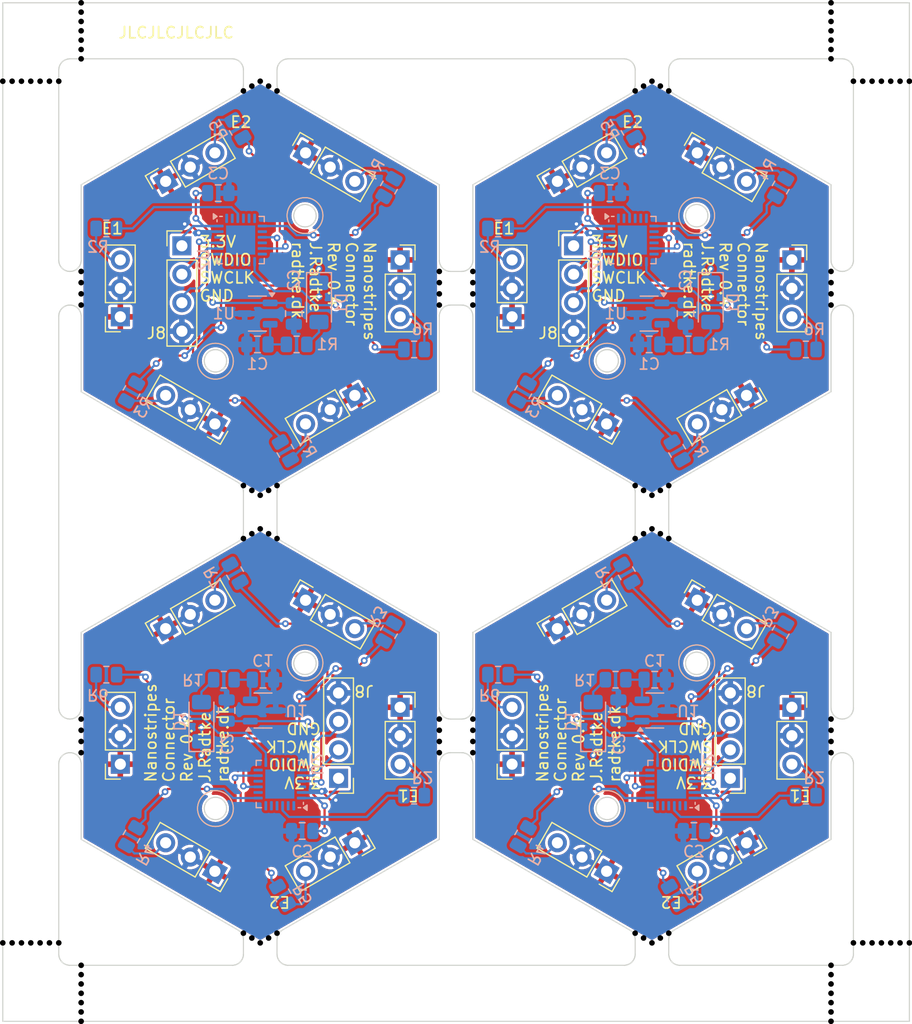
<source format=kicad_pcb>
(kicad_pcb (version 20240108) (generator "pcbnew") (generator_version "8.0")
  (layers (0 "F.Cu" signal) (31 "B.Cu" signal) (34 "B.Paste" user) (35 "F.Paste" user) (36 "B.SilkS" user "B.Silkscreen") (37 "F.SilkS" user "F.Silkscreen") (38 "B.Mask" user) (39 "F.Mask" user) (44 "Edge.Cuts" user))
  (net 0 "")
  (net 1 "Board_0-+3.3V")
  (net 2 "Board_0-+42V")
  (net 3 "Board_0-/Controller/E1")
  (net 4 "Board_0-/Controller/E2")
  (net 5 "Board_0-/Controller/E3")
  (net 6 "Board_0-/Controller/E4")
  (net 7 "Board_0-/Controller/E5")
  (net 8 "Board_0-/Controller/E6")
  (net 9 "Board_0-GND")
  (net 10 "Board_0-Net-(D1-A)")
  (net 11 "Board_0-Net-(U1-IN)")
  (net 12 "Board_0-Net-(U2-PA04)")
  (net 13 "Board_0-Net-(U2-PA08{slash}XIN)")
  (net 14 "Board_0-Net-(U2-PA10)")
  (net 15 "Board_0-Net-(U2-PA14)")
  (net 16 "Board_0-Net-(U2-PA16)")
  (net 17 "Board_0-Net-(U2-PA24)")
  (net 18 "Board_0-SWCLK")
  (net 19 "Board_0-SWDIO")
  (net 20 "Board_0-unconnected-(U2-PA02-Pad1)")
  (net 21 "Board_0-unconnected-(U2-PA03-Pad2)")
  (net 22 "Board_0-unconnected-(U2-PA05-Pad4)")
  (net 23 "Board_0-unconnected-(U2-PA06-Pad5)")
  (net 24 "Board_0-unconnected-(U2-PA07-Pad6)")
  (net 25 "Board_0-unconnected-(U2-PA09{slash}XOUT-Pad8)")
  (net 26 "Board_0-unconnected-(U2-PA11-Pad10)")
  (net 27 "Board_0-unconnected-(U2-PA15-Pad12)")
  (net 28 "Board_0-unconnected-(U2-PA17-Pad14)")
  (net 29 "Board_0-unconnected-(U2-PA22-Pad15)")
  (net 30 "Board_0-unconnected-(U2-PA23-Pad16)")
  (net 31 "Board_0-unconnected-(U2-PA25-Pad22)")
  (net 32 "Board_0-unconnected-(U2-PA27-Pad17)")
  (net 33 "Board_0-unconnected-(U2-PA28{slash}~{RST}-Pad18)")
  (net 34 "Board_1-+3.3V")
  (net 35 "Board_1-+42V")
  (net 36 "Board_1-/Controller/E1")
  (net 37 "Board_1-/Controller/E2")
  (net 38 "Board_1-/Controller/E3")
  (net 39 "Board_1-/Controller/E4")
  (net 40 "Board_1-/Controller/E5")
  (net 41 "Board_1-/Controller/E6")
  (net 42 "Board_1-GND")
  (net 43 "Board_1-Net-(D1-A)")
  (net 44 "Board_1-Net-(U1-IN)")
  (net 45 "Board_1-Net-(U2-PA04)")
  (net 46 "Board_1-Net-(U2-PA08{slash}XIN)")
  (net 47 "Board_1-Net-(U2-PA10)")
  (net 48 "Board_1-Net-(U2-PA14)")
  (net 49 "Board_1-Net-(U2-PA16)")
  (net 50 "Board_1-Net-(U2-PA24)")
  (net 51 "Board_1-SWCLK")
  (net 52 "Board_1-SWDIO")
  (net 53 "Board_1-unconnected-(U2-PA02-Pad1)")
  (net 54 "Board_1-unconnected-(U2-PA03-Pad2)")
  (net 55 "Board_1-unconnected-(U2-PA05-Pad4)")
  (net 56 "Board_1-unconnected-(U2-PA06-Pad5)")
  (net 57 "Board_1-unconnected-(U2-PA07-Pad6)")
  (net 58 "Board_1-unconnected-(U2-PA09{slash}XOUT-Pad8)")
  (net 59 "Board_1-unconnected-(U2-PA11-Pad10)")
  (net 60 "Board_1-unconnected-(U2-PA15-Pad12)")
  (net 61 "Board_1-unconnected-(U2-PA17-Pad14)")
  (net 62 "Board_1-unconnected-(U2-PA22-Pad15)")
  (net 63 "Board_1-unconnected-(U2-PA23-Pad16)")
  (net 64 "Board_1-unconnected-(U2-PA25-Pad22)")
  (net 65 "Board_1-unconnected-(U2-PA27-Pad17)")
  (net 66 "Board_1-unconnected-(U2-PA28{slash}~{RST}-Pad18)")
  (net 67 "Board_2-+3.3V")
  (net 68 "Board_2-+42V")
  (net 69 "Board_2-/Controller/E1")
  (net 70 "Board_2-/Controller/E2")
  (net 71 "Board_2-/Controller/E3")
  (net 72 "Board_2-/Controller/E4")
  (net 73 "Board_2-/Controller/E5")
  (net 74 "Board_2-/Controller/E6")
  (net 75 "Board_2-GND")
  (net 76 "Board_2-Net-(D1-A)")
  (net 77 "Board_2-Net-(U1-IN)")
  (net 78 "Board_2-Net-(U2-PA04)")
  (net 79 "Board_2-Net-(U2-PA08{slash}XIN)")
  (net 80 "Board_2-Net-(U2-PA10)")
  (net 81 "Board_2-Net-(U2-PA14)")
  (net 82 "Board_2-Net-(U2-PA16)")
  (net 83 "Board_2-Net-(U2-PA24)")
  (net 84 "Board_2-SWCLK")
  (net 85 "Board_2-SWDIO")
  (net 86 "Board_2-unconnected-(U2-PA02-Pad1)")
  (net 87 "Board_2-unconnected-(U2-PA03-Pad2)")
  (net 88 "Board_2-unconnected-(U2-PA05-Pad4)")
  (net 89 "Board_2-unconnected-(U2-PA06-Pad5)")
  (net 90 "Board_2-unconnected-(U2-PA07-Pad6)")
  (net 91 "Board_2-unconnected-(U2-PA09{slash}XOUT-Pad8)")
  (net 92 "Board_2-unconnected-(U2-PA11-Pad10)")
  (net 93 "Board_2-unconnected-(U2-PA15-Pad12)")
  (net 94 "Board_2-unconnected-(U2-PA17-Pad14)")
  (net 95 "Board_2-unconnected-(U2-PA22-Pad15)")
  (net 96 "Board_2-unconnected-(U2-PA23-Pad16)")
  (net 97 "Board_2-unconnected-(U2-PA25-Pad22)")
  (net 98 "Board_2-unconnected-(U2-PA27-Pad17)")
  (net 99 "Board_2-unconnected-(U2-PA28{slash}~{RST}-Pad18)")
  (net 100 "Board_3-+3.3V")
  (net 101 "Board_3-+42V")
  (net 102 "Board_3-/Controller/E1")
  (net 103 "Board_3-/Controller/E2")
  (net 104 "Board_3-/Controller/E3")
  (net 105 "Board_3-/Controller/E4")
  (net 106 "Board_3-/Controller/E5")
  (net 107 "Board_3-/Controller/E6")
  (net 108 "Board_3-GND")
  (net 109 "Board_3-Net-(D1-A)")
  (net 110 "Board_3-Net-(U1-IN)")
  (net 111 "Board_3-Net-(U2-PA04)")
  (net 112 "Board_3-Net-(U2-PA08{slash}XIN)")
  (net 113 "Board_3-Net-(U2-PA10)")
  (net 114 "Board_3-Net-(U2-PA14)")
  (net 115 "Board_3-Net-(U2-PA16)")
  (net 116 "Board_3-Net-(U2-PA24)")
  (net 117 "Board_3-SWCLK")
  (net 118 "Board_3-SWDIO")
  (net 119 "Board_3-unconnected-(U2-PA02-Pad1)")
  (net 120 "Board_3-unconnected-(U2-PA03-Pad2)")
  (net 121 "Board_3-unconnected-(U2-PA05-Pad4)")
  (net 122 "Board_3-unconnected-(U2-PA06-Pad5)")
  (net 123 "Board_3-unconnected-(U2-PA07-Pad6)")
  (net 124 "Board_3-unconnected-(U2-PA09{slash}XOUT-Pad8)")
  (net 125 "Board_3-unconnected-(U2-PA11-Pad10)")
  (net 126 "Board_3-unconnected-(U2-PA15-Pad12)")
  (net 127 "Board_3-unconnected-(U2-PA17-Pad14)")
  (net 128 "Board_3-unconnected-(U2-PA22-Pad15)")
  (net 129 "Board_3-unconnected-(U2-PA23-Pad16)")
  (net 130 "Board_3-unconnected-(U2-PA25-Pad22)")
  (net 131 "Board_3-unconnected-(U2-PA27-Pad17)")
  (net 132 "Board_3-unconnected-(U2-PA28{slash}~{RST}-Pad18)")
  (footprint "Connector_PinSocket_2.54mm:PinSocket_1x03_P2.54mm_Vertical" (layer "F.Cu") (at 159.749639 96.237818 -120)
    (property "Reference" "J3" (hide yes))
    (property "Value" "Input_E3")
  )
  (footprint "NPTH" (layer "F.Cu") (at 165.249819 103.466987)
    (property "Reference" "KiKit_MB_16_4" (hide yes))
    (property "Value" "NPTH" (hide yes))
  )
  (footprint "Connector_PinSocket_2.54mm:PinSocket_1x03_P2.54mm_Vertical" (layer "F.Cu") (at 172.250001 56.312818 -60)
    (property "Reference" "J6" (hide yes))
    (property "Value" "Input_E6")
  )
  (footprint "NPTH" (layer "F.Cu") (at 129.500182 27.866026)
    (property "Reference" "KiKit_MB_3_1" (hide yes))
    (property "Value" "NPTH" (hide yes))
  )
  (footprint "NPTH" (layer "F.Cu") (at 181.99964 25)
    (property "Reference" "KiKit_MB_18_7" (hide yes))
    (property "Value" "NPTH" (hide yes))
  )
  (footprint "NPTH" (layer "F.Cu") (at 109.667028 27)
    (property "Reference" "KiKit_MB_21_3" (hide yes))
    (property "Value" "NPTH" (hide yes))
  )
  (footprint "NPTH" (layer "F.Cu") (at 150 84.925)
    (property "Reference" "KiKit_MB_13_3" (hide yes))
    (property "Value" "NPTH" (hide yes))
  )
  (footprint "Connector_PinSocket_2.54mm:PinSocket_1x03_P2.54mm_Vertical" (layer "F.Cu") (at 172.249639 74.587182 60)
    (property "Reference" "J5" (hide yes))
    (property "Value" "Input_E5")
  )
  (footprint "Connector_PinSocket_2.54mm:PinSocket_1x03_P2.54mm_Vertical" (layer "F.Cu") (at 124.75 96.237818 -120)
    (property "Reference" "J3" (hide yes))
    (property "Value" "Input_E3")
  )
  (footprint "NPTH" (layer "F.Cu") (at 115.000361 108.4)
    (property "Reference" "KiKit_MB_19_4" (hide yes))
    (property "Value" "NPTH" (hide yes))
  )
  (footprint "NPTH" (layer "F.Cu") (at 164.49982 63.083974)
    (property "Reference" "KiKit_MB_8_5" (hide yes))
    (property "Value" "NPTH" (hide yes))
  )
  (footprint "NPTH" (layer "F.Cu") (at 164.49982 27.866026)
    (property "Reference" "KiKit_MB_7_1" (hide yes))
    (property "Value" "NPTH" (hide yes))
  )
  (footprint "NPTH" (layer "F.Cu") (at 181.99964 44.975)
    (property "Reference" "KiKit_MB_6_2" (hide yes))
    (property "Value" "NPTH" (hide yes))
  )
  (footprint "NPTH" (layer "F.Cu") (at 108.833695 27)
    (property "Reference" "KiKit_MB_21_2" (hide yes))
    (property "Value" "NPTH" (hide yes))
  )
  (footprint "NPTH" (layer "F.Cu") (at 132.500181 27.866026)
    (property "Reference" "KiKit_MB_3_5" (hide yes))
    (property "Value" "NPTH" (hide yes))
  )
  (footprint "NPTH" (layer "F.Cu") (at 181.99964 110.9)
    (property "Reference" "KiKit_MB_20_7" (hide yes))
    (property "Value" "NPTH" (hide yes))
  )
  (footprint "NPTH" (layer "F.Cu") (at 181.99964 20.833334)
    (property "Reference" "KiKit_MB_18_2" (hide yes))
    (property "Value" "NPTH" (hide yes))
  )
  (footprint "NPTH" (layer "F.Cu") (at 165.99982 66.95)
    (property "Reference" "KiKit_MB_15_3" (hide yes))
    (property "Value" "NPTH" (hide yes))
  )
  (footprint "NPTH" (layer "F.Cu") (at 166.749819 63.516987)
    (property "Reference" "KiKit_MB_8_2" (hide yes))
    (property "Value" "NPTH" (hide yes))
  )
  (footprint "NPTH" (layer "F.Cu") (at 147.000001 46.975)
    (property "Reference" "KiKit_MB_2_4" (hide yes))
    (property "Value" "NPTH" (hide yes))
  )
  (footprint "NPTH" (layer "F.Cu") (at 181.99964 20)
    (property "Reference" "KiKit_MB_18_1" (hide yes))
    (property "Value" "NPTH" (hide yes))
  )
  (footprint "NPTH" (layer "F.Cu") (at 115.000361 22.5)
    (property "Reference" "KiKit_MB_17_4" (hide yes))
    (property "Value" "NPTH" (hide yes))
  )
  (footprint "Connector_PinSocket_2.54mm:PinSocket_1x03_P2.54mm_Vertical" (layer "F.Cu") (at 143.500362 45.4875)
    (property "Reference" "J4" (hide yes))
    (property "Value" "Input_E4")
  )
  (footprint "NPTH" (layer "F.Cu") (at 181.99964 23.333334)
    (property "Reference" "KiKit_MB_18_5" (hide yes))
    (property "Value" "NPTH" (hide yes))
  )
  (footprint "NPTH" (layer "F.Cu") (at 183.99964 103.9)
    (property "Reference" "KiKit_MB_24_1" (hide yes))
    (property "Value" "NPTH" (hide yes))
  )
  (footprint "NPTH" (layer "F.Cu") (at 147.000001 43.975)
    (property "Reference" "KiKit_MB_2_1" (hide yes))
    (property "Value" "NPTH" (hide yes))
  )
  (footprint "Connector_PinSocket_2.54mm:PinSocket_1x03_P2.54mm_Vertical" (layer "F.Cu") (at 172.249639 96.237818 -60)
    (property "Reference" "J2" (hide yes))
    (property "Value" "Input_E2")
  )
  (footprint "NPTH" (layer "F.Cu") (at 150.000001 44.975)
    (property "Reference" "KiKit_MB_5_3" (hide yes))
    (property "Value" "NPTH" (hide yes))
  )
  (footprint "NPTH" (layer "F.Cu") (at 131.000181 66.95)
    (property "Reference" "KiKit_MB_11_3" (hide yes))
    (property "Value" "NPTH" (hide yes))
  )
  (footprint "NPTH" (layer "F.Cu") (at 115.000362 46.975)
    (property "Reference" "KiKit_MB_1_1" (hide yes))
    (property "Value" "NPTH" (hide yes))
  )
  (footprint "NPTH" (layer "F.Cu") (at 150 85.925)
    (property "Reference" "KiKit_MB_13_2" (hide yes))
    (property "Value" "NPTH" (hide yes))
  )
  (footprint "NPTH" (layer "F.Cu") (at 165.999819 63.949999)
    (property "Reference" "KiKit_MB_8_3" (hide yes))
    (property "Value" "NPTH" (hide yes))
  )
  (footprint "NPTH" (layer "F.Cu") (at 181.99964 106.733333)
    (property "Reference" "KiKit_MB_20_2" (hide yes))
    (property "Value" "NPTH" (hide yes))
  )
  (footprint "NPTH" (layer "F.Cu") (at 115.000361 20)
    (property "Reference" "KiKit_MB_17_1" (hide yes))
    (property "Value" "NPTH" (hide yes))
  )
  (footprint "NPTH" (layer "F.Cu") (at 115.000361 85.925)
    (property "Reference" "KiKit_MB_9_2" (hide yes))
    (property "Value" "NPTH" (hide yes))
  )
  (footprint "NPTH" (layer "F.Cu") (at 115.000361 24.166667)
    (property "Reference" "KiKit_MB_17_6" (hide yes))
    (property "Value" "NPTH" (hide yes))
  )
  (footprint "Connector_PinSocket_2.54mm:PinSocket_1x03_P2.54mm_Vertical" (layer "F.Cu") (at 118.500362 45.4875 180)
    (property "Reference" "J1" (hide yes))
    (property "Value" "Input_E1")
  )
  (footprint "NPTH" (layer "F.Cu") (at 165.24982 27.433013)
    (property "Reference" "KiKit_MB_7_2" (hide yes))
    (property "Value" "NPTH" (hide yes))
  )
  (footprint "NPTH" (layer "F.Cu") (at 186.49964 27)
    (property "Reference" "KiKit_MB_23_4" (hide yes))
    (property "Value" "NPTH" (hide yes))
  )
  (footprint "NPTH" (layer "F.Cu") (at 181.999639 85.925)
    (property "Reference" "KiKit_MB_14_3" (hide yes))
    (property "Value" "NPTH" (hide yes))
  )
  (footprint "NPTH" (layer "F.Cu") (at 130.250182 27.433013)
    (property "Reference" "KiKit_MB_3_2" (hide yes))
    (property "Value" "NPTH" (hide yes))
  )
  (footprint "NPTH" (layer "F.Cu") (at 112.167028 27)
    (property "Reference" "KiKit_MB_21_6" (hide yes))
    (property "Value" "NPTH" (hide yes))
  )
  (footprint "NPTH" (layer "F.Cu") (at 181.99964 108.4)
    (property "Reference" "KiKit_MB_20_4" (hide yes))
    (property "Value" "NPTH" (hide yes))
  )
  (footprint "Connector_PinSocket_2.54mm:PinSocket_1x03_P2.54mm_Vertical" (layer "F.Cu") (at 178.500001 45.4875)
    (property "Reference" "J4" (hide yes))
    (property "Value" "Input_E4")
  )
  (footprint "NPTH" (layer "F.Cu") (at 181.99964 46.975)
    (property "Reference" "KiKit_MB_6_4" (hide yes))
    (property "Value" "NPTH" (hide yes))
  )
  (footprint "NPTH" (layer "F.Cu") (at 131.000181 27.000001)
    (property "Reference" "KiKit_MB_3_3" (hide yes))
    (property "Value" "NPTH" (hide yes))
  )
  (footprint "NPTH" (layer "F.Cu") (at 111.333695 27)
    (property "Reference" "KiKit_MB_21_5" (hide yes))
    (property "Value" "NPTH" (hide yes))
  )
  (footprint "NPTH" (layer "F.Cu") (at 132.500181 67.816025)
    (property "Reference" "KiKit_MB_11_5" (hide yes))
    (property "Value" "NPTH" (hide yes))
  )
  (footprint "Connector_PinHeader_2.54mm:PinHeader_1x04_P2.54mm_Vertical" (layer "F.Cu") (at 124.000362 41.6875)
    (property "Reference" "J8")
    (property "Value" "Conn_01x04_Pin")
  )
  (footprint "NPTH" (layer "F.Cu") (at 131.75018 63.516987)
    (property "Reference" "KiKit_MB_4_2" (hide yes))
    (property "Value" "NPTH" (hide yes))
  )
  (footprint "Connector_PinSocket_2.54mm:PinSocket_1x03_P2.54mm_Vertical" (layer "F.Cu") (at 178.499639 85.4125)
    (property "Reference" "J1" (hide yes))
    (property "Value" "Input_E1")
  )
  (footprint "NPTH" (layer "F.Cu") (at 181.99964 109.233333)
    (property "Reference" "KiKit_MB_20_5" (hide yes))
    (property "Value" "NPTH" (hide yes))
  )
  (footprint "NPTH" (layer "F.Cu") (at 109.667028 103.9)
    (property "Reference" "KiKit_MB_22_3" (hide yes))
    (property "Value" "NPTH" (hide yes))
  )
  (footprint "NPTH" (layer "F.Cu") (at 166.74982 67.383012)
    (property "Reference" "KiKit_MB_15_4" (hide yes))
    (property "Value" "NPTH" (hide yes))
  )
  (footprint "Connector_PinSocket_2.54mm:PinSocket_1x03_P2.54mm_Vertical" (layer "F.Cu") (at 159.749639 74.587182 120)
    (property "Reference" "J6" (hide yes))
    (property "Value" "Input_E6")
  )
  (footprint "NPTH" (layer "F.Cu") (at 129.500181 67.816025)
    (property "Reference" "KiKit_MB_11_1" (hide yes))
    (property "Value" "NPTH" (hide yes))
  )
  (footprint "NPTH" (layer "F.Cu") (at 131.75018 103.466987)
    (property "Reference" "KiKit_MB_12_2" (hide yes))
    (property "Value" "NPTH" (hide yes))
  )
  (footprint "NPTH" (layer "F.Cu") (at 115.000361 109.233333)
    (property "Reference" "KiKit_MB_19_5" (hide yes))
    (property "Value" "NPTH" (hide yes))
  )
  (footprint "Connector_PinSocket_2.54mm:PinSocket_1x03_P2.54mm_Vertical" (layer "F.Cu") (at 153.500001 45.4875 180)
    (property "Reference" "J1" (hide yes))
    (property "Value" "Input_E1")
  )
  (footprint "NPTH" (layer "F.Cu") (at 181.99964 21.666667)
    (property "Reference" "KiKit_MB_18_3" (hide yes))
    (property "Value" "NPTH" (hide yes))
  )
  (footprint "NPTH" (layer "F.Cu") (at 147.000001 44.975)
    (property "Reference" "KiKit_MB_2_2" (hide yes))
    (property "Value" "NPTH" (hide yes))
  )
  (footprint "NPTH" (layer "F.Cu") (at 131.750181 27.433013)
    (property "Reference" "KiKit_MB_3_4" (hide yes))
    (property "Value" "NPTH" (hide yes))
  )
  (footprint "Connector_PinSocket_2.54mm:PinSocket_1x03_P2.54mm_Vertical" (layer "F.Cu") (at 137.250362 34.662182 60)
    (property "Reference" "J3" (hide yes))
    (property "Value" "Input_E3")
  )
  (footprint "NPTH" (layer "F.Cu") (at 108.833695 103.9)
    (property "Reference" "KiKit_MB_22_2" (hide yes))
    (property "Value" "NPTH" (hide yes))
  )
  (footprint "Connector_PinSocket_2.54mm:PinSocket_1x03_P2.54mm_Vertical" (layer "F.Cu") (at 124.75 74.587182 120)
    (property "Reference" "J6" (hide yes))
    (property "Value" "Input_E6")
  )
  (footprint "NPTH" (layer "F.Cu") (at 188.166306 27)
    (property "Reference" "KiKit_MB_23_6" (hide yes))
    (property "Value" "NPTH" (hide yes))
  )
  (footprint "NPTH" (layer "F.Cu") (at 187.332973 103.9)
    (property "Reference" "KiKit_MB_24_5" (hide yes))
    (property "Value" "NPTH" (hide yes))
  )
  (footprint "NPTH" (layer "F.Cu") (at 164.49982 67.816025)
    (property "Reference" "KiKit_MB_15_1" (hide yes))
    (property "Value" "NPTH" (hide yes))
  )
  (footprint "NPTH" (layer "F.Cu") (at 147.000001 45.975)
    (property "Reference" "KiKit_MB_2_3" (hide yes))
    (property "Value" "NPTH" (hide yes))
  )
  (footprint "NPTH" (layer "F.Cu") (at 181.99964 43.975)
    (property "Reference" "KiKit_MB_6_1" (hide yes))
    (property "Value" "NPTH" (hide yes))
  )
  (footprint "NPTH" (layer "F.Cu") (at 129.500181 103.033974)
    (property "Reference" "KiKit_MB_12_5" (hide yes))
    (property "Value" "NPTH" (hide yes))
  )
  (footprint "NPTH" (layer "F.Cu") (at 181.99964 110.066666)
    (property "Reference" "KiKit_MB_20_6" (hide yes))
    (property "Value" "NPTH" (hide yes))
  )
  (footprint "NPTH" (layer "F.Cu") (at 147 85.925)
    (property "Reference" "KiKit_MB_10_3" (hide yes))
    (property "Value" "NPTH" (hide yes))
  )
  (footprint "NPTH" (layer "F.Cu") (at 111.333695 103.9)
    (property "Reference" "KiKit_MB_22_5" (hide yes))
    (property "Value" "NPTH" (hide yes))
  )
  (footprint "NPTH" (layer "F.Cu") (at 165.99982 27.000001)
    (property "Reference" "KiKit_MB_7_3" (hide yes))
    (property "Value" "NPTH" (hide yes))
  )
  (footprint "NPTH" (layer "F.Cu") (at 184.832973 103.9)
    (property "Reference" "KiKit_MB_24_2" (hide yes))
    (property "Value" "NPTH" (hide yes))
  )
  (footprint "NPTH" (layer "F.Cu") (at 167.49982 67.816025)
    (property "Reference" "KiKit_MB_15_5" (hide yes))
    (property "Value" "NPTH" (hide yes))
  )
  (footprint "NPTH" (layer "F.Cu") (at 115.000361 83.925)
    (property "Reference" "KiKit_MB_9_4" (hide yes))
    (property "Value" "NPTH" (hide yes))
  )
  (footprint "Connector_PinHeader_2.54mm:PinHeader_1x04_P2.54mm_Vertical" (layer "F.Cu") (at 159.000001 41.6875)
    (property "Reference" "J8")
    (property "Value" "Conn_01x04_Pin")
  )
  (footprint "NPTH" (layer "F.Cu") (at 167.49982 27.866026)
    (property "Reference" "KiKit_MB_7_5" (hide yes))
    (property "Value" "NPTH" (hide yes))
  )
  (footprint "NPTH" (layer "F.Cu") (at 166.749819 103.466987)
    (property "Reference" "KiKit_MB_16_2" (hide yes))
    (property "Value" "NPTH" (hide yes))
  )
  (footprint "NPTH" (layer "F.Cu") (at 112.167028 103.9)
    (property "Reference" "KiKit_MB_22_6" (hide yes))
    (property "Value" "NPTH" (hide yes))
  )
  (footprint "NPTH" (layer "F.Cu") (at 115.000362 45.975)
    (property "Reference" "KiKit_MB_1_2" (hide yes))
    (property "Value" "NPTH" (hide yes))
  )
  (footprint "Connector_PinSocket_2.54mm:PinSocket_1x03_P2.54mm_Vertical" (layer "F.Cu") (at 137.25 74.587182 60)
    (property "Reference" "J5" (hide yes))
    (property "Value" "Input_E5")
  )
  (footprint "NPTH" (layer "F.Cu") (at 186.49964 103.9)
    (property "Reference" "KiKit_MB_24_4" (hide yes))
    (property "Value" "NPTH" (hide yes))
  )
  (footprint "NPTH" (layer "F.Cu") (at 110.500361 103.9)
    (property "Reference" "KiKit_MB_22_4" (hide yes))
    (property "Value" "NPTH" (hide yes))
  )
  (footprint "NPTH" (layer "F.Cu") (at 181.99964 24.166667)
    (property "Reference" "KiKit_MB_18_6" (hide yes))
    (property "Value" "NPTH" (hide yes))
  )
  (footprint "Connector_PinSocket_2.54mm:PinSocket_1x03_P2.54mm_Vertical" (layer "F.Cu") (at 124.750362 34.662182 120)
    (property "Reference" "J2" (hide yes))
    (property "Value" "Input_E2")
  )
  (footprint "NPTH" (layer "F.Cu") (at 185.666306 27)
    (property "Reference" "KiKit_MB_23_3" (hide yes))
    (property "Value" "NPTH" (hide yes))
  )
  (footprint "NPTH" (layer "F.Cu") (at 150 86.925)
    (property "Reference" "KiKit_MB_13_1" (hide yes))
    (property "Value" "NPTH" (hide yes))
  )
  (footprint "NPTH" (layer "F.Cu") (at 115.000362 43.975)
    (property "Reference" "KiKit_MB_1_4" (hide yes))
    (property "Value" "NPTH" (hide yes))
  )
  (footprint "NPTH" (layer "F.Cu") (at 184.832973 27)
    (property "Reference" "KiKit_MB_23_2" (hide yes))
    (property "Value" "NPTH" (hide yes))
  )
  (footprint "NPTH" (layer "F.Cu") (at 115.000361 25)
    (property "Reference" "KiKit_MB_17_7" (hide yes))
    (property "Value" "NPTH" (hide yes))
  )
  (footprint "NPTH" (layer "F.Cu") (at 115.000361 20.833334)
    (property "Reference" "KiKit_MB_17_2" (hide yes))
    (property "Value" "NPTH" (hide yes))
  )
  (footprint "NPTH" (layer "F.Cu") (at 131.000181 103.899999)
    (property "Reference" "KiKit_MB_12_3" (hide yes))
    (property "Value" "NPTH" (hide yes))
  )
  (footprint "Connector_PinHeader_2.54mm:PinHeader_1x04_P2.54mm_Vertical" (layer "F.Cu") (at 138 89.2125 180)
    (property "Reference" "J8")
    (property "Value" "Conn_01x04_Pin")
  )
  (footprint "NPTH" (layer "F.Cu") (at 181.999639 83.925)
    (property "Reference" "KiKit_MB_14_1" (hide yes))
    (property "Value" "NPTH" (hide yes))
  )
  (footprint "NPTH" (layer "F.Cu") (at 115.000361 110.066666)
    (property "Reference" "KiKit_MB_19_6" (hide yes))
    (property "Value" "NPTH" (hide yes))
  )
  (footprint "NPTH" (layer "F.Cu") (at 167.49982 63.083974)
    (property "Reference" "KiKit_MB_8_1" (hide yes))
    (property "Value" "NPTH" (hide yes))
  )
  (footprint "NPTH" (layer "F.Cu") (at 130.250181 63.516987)
    (property "Reference" "KiKit_MB_4_4" (hide yes))
    (property "Value" "NPTH" (hide yes))
  )
  (footprint "NPTH" (layer "F.Cu") (at 181.99964 45.975)
    (property "Reference" "KiKit_MB_6_3" (hide yes))
    (property "Value" "NPTH" (hide yes))
  )
  (footprint "NPTH" (layer "F.Cu") (at 181.999639 86.925)
    (property "Reference" "KiKit_MB_14_4" (hide yes))
    (property "Value" "NPTH" (hide yes))
  )
  (footprint "NPTH" (layer "F.Cu") (at 110.500361 27)
    (property "Reference" "KiKit_MB_21_4" (hide yes))
    (property "Value" "NPTH" (hide yes))
  )
  (footprint "Connector_PinSocket_2.54mm:PinSocket_1x03_P2.54mm_Vertical" (layer "F.Cu") (at 143.5 85.4125)
    (property "Reference" "J1" (hide yes))
    (property "Value" "Input_E1")
  )
  (footprint "NPTH" (layer "F.Cu") (at 181.999639 84.925)
    (property "Reference" "KiKit_MB_14_2" (hide yes))
    (property "Value" "NPTH" (hide yes))
  )
  (footprint "NPTH" (layer "F.Cu") (at 147 84.925)
    (property "Reference" "KiKit_MB_10_2" (hide yes))
    (property "Value" "NPTH" (hide yes))
  )
  (footprint "NPTH" (layer "F.Cu") (at 130.250182 67.383012)
    (property "Reference" "KiKit_MB_11_2" (hide yes))
    (property "Value" "NPTH" (hide yes))
  )
  (footprint "NPTH" (layer "F.Cu") (at 164.499819 103.033974)
    (property "Reference" "KiKit_MB_16_5" (hide yes))
    (property "Value" "NPTH" (hide yes))
  )
  (footprint "NPTH" (layer "F.Cu") (at 150.000001 46.975)
    (property "Reference" "KiKit_MB_5_1" (hide yes))
    (property "Value" "NPTH" (hide yes))
  )
  (footprint "NPTH" (layer "F.Cu") (at 131.000181 63.949999)
    (property "Reference" "KiKit_MB_4_3" (hide yes))
    (property "Value" "NPTH" (hide yes))
  )
  (footprint "NPTH" (layer "F.Cu") (at 165.24982 67.383012)
    (property "Reference" "KiKit_MB_15_2" (hide yes))
    (property "Value" "NPTH" (hide yes))
  )
  (footprint "NPTH" (layer "F.Cu") (at 147 83.925)
    (property "Reference" "KiKit_MB_10_1" (hide yes))
    (property "Value" "NPTH" (hide yes))
  )
  (footprint "NPTH" (layer "F.Cu") (at 188.99964 27)
    (property "Reference" "KiKit_MB_23_7" (hide yes))
    (property "Value" "NPTH" (hide yes))
  )
  (footprint "Connector_PinHeader_2.54mm:PinHeader_1x04_P2.54mm_Vertical" (layer "F.Cu") (at 172.999639 89.2125 180)
    (property "Reference" "J8")
    (property "Value" "Conn_01x04_Pin")
  )
  (footprint "NPTH" (layer "F.Cu") (at 115.000361 110.9)
    (property "Reference" "KiKit_MB_19_7" (hide yes))
    (property "Value" "NPTH" (hide yes))
  )
  (footprint "Connector_PinSocket_2.54mm:PinSocket_1x03_P2.54mm_Vertical" (layer "F.Cu") (at 153.499639 85.4125 180)
    (property "Reference" "J4" (hide yes))
    (property "Value" "Input_E4")
  )
  (footprint "NPTH" (layer "F.Cu") (at 115.000361 105.9)
    (property "Reference" "KiKit_MB_19_1" (hide yes))
    (property "Value" "NPTH" (hide yes))
  )
  (footprint "NPTH" (layer "F.Cu") (at 187.332973 27)
    (property "Reference" "KiKit_MB_23_5" (hide yes))
    (property "Value" "NPTH" (hide yes))
  )
  (footprint "NPTH" (layer "F.Cu") (at 115.000361 84.925)
    (property "Reference" "KiKit_MB_9_3" (hide yes))
    (property "Value" "NPTH" (hide yes))
  )
  (footprint "Connector_PinSocket_2.54mm:PinSocket_1x03_P2.54mm_Vertical" (layer "F.Cu") (at 159.750001 56.312818 -120)
    (property "Reference" "J5" (hide yes))
    (property "Value" "Input_E5")
  )
  (footprint "NPTH" (layer "F.Cu") (at 113.000361 27)
    (property "Reference" "KiKit_MB_21_7" (hide yes))
    (property "Value" "NPTH" (hide yes))
  )
  (footprint "NPTH" (layer "F.Cu") (at 113.000361 103.9)
    (property "Reference" "KiKit_MB_22_7" (hide yes))
    (property "Value" "NPTH" (hide yes))
  )
  (footprint "NPTH" (layer "F.Cu") (at 167.499819 103.033974)
    (property "Reference" "KiKit_MB_16_1" (hide yes))
    (property "Value" "NPTH" (hide yes))
  )
  (footprint "NPTH" (layer "F.Cu") (at 115.000362 44.975)
    (property "Reference" "KiKit_MB_1_3" (hide yes))
    (property "Value" "NPTH" (hide yes))
  )
  (footprint "NPTH" (layer "F.Cu") (at 115.000361 23.333334)
    (property "Reference" "KiKit_MB_17_5" (hide yes))
    (property "Value" "NPTH" (hide yes))
  )
  (footprint "NPTH" (layer "F.Cu") (at 181.99964 107.566666)
    (property "Reference" "KiKit_MB_20_3" (hide yes))
    (property "Value" "NPTH" (hide yes))
  )
  (footprint "NPTH" (layer "F.Cu") (at 115.000361 21.666667)
    (property "Reference" "KiKit_MB_17_3" (hide yes))
    (property "Value" "NPTH" (hide yes))
  )
  (footprint "NPTH" (layer "F.Cu") (at 147 86.925)
    (property "Reference" "KiKit_MB_10_4" (hide yes))
    (property "Value" "NPTH" (hide yes))
  )
  (footprint "Connector_PinSocket_2.54mm:PinSocket_1x03_P2.54mm_Vertical" (layer "F.Cu") (at 172.250001 34.662182 60)
    (property "Reference" "J3" (hide yes))
    (property "Value" "Input_E3")
  )
  (footprint "NPTH" (layer "F.Cu") (at 129.500181 63.083974)
    (property "Reference" "KiKit_MB_4_5" (hide yes))
    (property "Value" "NPTH" (hide yes))
  )
  (footprint "NPTH" (layer "F.Cu") (at 150 83.925)
    (property "Reference" "KiKit_MB_13_4" (hide yes))
    (property "Value" "NPTH" (hide yes))
  )
  (footprint "NPTH" (layer "F.Cu") (at 165.249819 63.516987)
    (property "Reference" "KiKit_MB_8_4" (hide yes))
    (property "Value" "NPTH" (hide yes))
  )
  (footprint "NPTH" (layer "F.Cu") (at 181.99964 22.5)
    (property "Reference" "KiKit_MB_18_4" (hide yes))
    (property "Value" "NPTH" (hide yes))
  )
  (footprint "NPTH" (layer "F.Cu") (at 132.50018 103.033974)
    (property "Reference" "KiKit_MB_12_1" (hide yes))
    (property "Value" "NPTH" (hide yes))
  )
  (footprint "NPTH" (layer "F.Cu") (at 150.000001 45.975)
    (property "Reference" "KiKit_MB_5_2" (hide yes))
    (property "Value" "NPTH" (hide yes))
  )
  (footprint "Connector_PinSocket_2.54mm:PinSocket_1x03_P2.54mm_Vertical" (layer "F.Cu") (at 137.25 96.237818 -60)
    (property "Reference" "J2" (hide yes))
    (property "Value" "Input_E2")
  )
  (footprint "NPTH" (layer "F.Cu") (at 166.74982 27.433013)
    (property "Reference" "KiKit_MB_7_4" (hide yes))
    (property "Value" "NPTH" (hide yes))
  )
  (footprint "NPTH" (layer "F.Cu") (at 165.999819 103.899999)
    (property "Reference" "KiKit_MB_16_3" (hide yes))
    (property "Value" "NPTH" (hide yes))
  )
  (footprint "NPTH" (layer "F.Cu") (at 181.99964 105.9)
    (property "Reference" "KiKit_MB_20_1" (hide yes))
    (property "Value" "NPTH" (hide yes))
  )
  (footprint "NPTH" (layer "F.Cu") (at 131.750181 67.383012)
    (property "Reference" "KiKit_MB_11_4" (hide yes))
    (property "Value" "NPTH" (hide yes))
  )
  (footprint "NPTH" (layer "F.Cu") (at 115.000361 86.925)
    (property "Reference" "KiKit_MB_9_1" (hide yes))
    (property "Value" "NPTH" (hide yes))
  )
  (footprint "NPTH" (layer "F.Cu") (at 115.000361 107.566666)
    (property "Reference" "KiKit_MB_19_3" (hide yes))
    (property "Value" "NPTH" (hide yes))
  )
  (footprint "NPTH" (layer "F.Cu") (at 115.000361 106.733333)
    (property "Reference" "KiKit_MB_19_2" (hide yes))
    (property "Value" "NPTH" (hide yes))
  )
  (footprint "NPTH" (layer "F.Cu") (at 188.166306 103.9)
    (property "Reference" "KiKit_MB_24_6" (hide yes))
    (property "Value" "NPTH" (hide yes))
  )
  (footprint "Connector_PinSocket_2.54mm:PinSocket_1x03_P2.54mm_Vertical" (layer "F.Cu") (at 137.250362 56.312818 -60)
    (property "Reference" "J6" (hide yes))
    (property "Value" "Input_E6")
  )
  (footprint "NPTH" (layer "F.Cu") (at 108.000361 27)
    (property "Reference" "KiKit_MB_21_1" (hide yes))
    (property "Value" "NPTH" (hide yes))
  )
  (footprint "NPTH" (layer "F.Cu") (at 185.666306 103.9)
    (property "Reference" "KiKit_MB_24_3" (hide yes))
    (property "Value" "NPTH" (hide yes))
  )
  (footprint "Connector_PinSocket_2.54mm:PinSocket_1x03_P2.54mm_Vertical" (layer "F.Cu") (at 124.750362 56.312818 -120)
    (property "Reference" "J5" (hide yes))
    (property "Value" "Input_E5")
  )
  (footprint "NPTH" (layer "F.Cu") (at 108.000361 103.9)
    (property "Reference" "KiKit_MB_22_1" (hide yes))
    (property "Value" "NPTH" (hide yes))
  )
  (footprint "Connector_PinSocket_2.54mm:PinSocket_1x03_P2.54mm_Vertical" (layer "F.Cu") (at 118.5 85.4125 180)
    (property "Reference" "J4" (hide yes))
    (property "Value" "Input_E4")
  )
  (footprint "NPTH" (layer "F.Cu") (at 183.99964 27)
    (property "Reference" "KiKit_MB_23_1" (hide yes))
    (property "Value" "NPTH" (hide yes))
  )
  (footprint "NPTH" (layer "F.Cu") (at 130.250181 103.466987)
    (property "Reference" "KiKit_MB_12_4" (hide yes))
    (property "Value" "NPTH" (hide yes))
  )
  (footprint "NPTH" (layer "F.Cu") (at 150.000001 43.975)
    (property "Reference" "KiKit_MB_5_4" (hide yes))
    (property "Value" "NPTH" (hide yes))
  )
  (footprint "Connector_PinSocket_2.54mm:PinSocket_1x03_P2.54mm_Vertical" (layer "F.Cu") (at 159.750001 34.662182 120)
    (property "Reference" "J2" (hide yes))
    (property "Value" "Input_E2")
  )
  (footprint "NPTH" (layer "F.Cu") (at 132.500181 63.083974)
    (property "Reference" "KiKit_MB_4_1" (hide yes))
    (property "Value" "NPTH" (hide yes))
  )
  (footprint "NPTH" (layer "F.Cu") (at 188.99964 103.9)
    (property "Reference" "KiKit_MB_24_7" (hide yes))
    (property "Value" "NPTH" (hide yes))
  )
  (footprint "Resistor_SMD:R_0805_2012Metric" (layer "B.Cu") (at 167.999639 99.6625 -60)
    (property "Reference" "R5")
    (property "Value" "2.2k")
  )
  (footprint "Package_DFN_QFN:QFN-24-1EP_4x4mm_P0.5mm_EP2.6x2.6mm" (layer "B.Cu") (at 129.250362 41.175 -90)
    (property "Reference" "U2")
    (property "Value" "ATSAMD11D14A-M")
  )
  (footprint "Resistor_SMD:R_0805_2012Metric" (layer "B.Cu") (at 169.250001 50.4875 180)
    (property "Reference" "R1")
    (property "Value" "120")
  )
  (footprint "Package_DFN_QFN:QFN-24-1EP_4x4mm_P0.5mm_EP2.6x2.6mm" (layer "B.Cu") (at 164.250001 41.175 -90)
    (property "Reference" "U2")
    (property "Value" "ATSAMD11D14A-M")
  )
  (footprint "Resistor_SMD:R_0805_2012Metric" (layer "B.Cu") (at 144.75 90.7625)
    (property "Reference" "R2")
    (property "Value" "2.2k")
  )
  (footprint "Resistor_SMD:R_0805_2012Metric" (layer "B.Cu") (at 133.250362 59.9875 -60)
    (property "Reference" "R7")
    (property "Value" "2.2k")
  )
  (footprint "Resistor_SMD:R_0805_2012Metric" (layer "B.Cu") (at 162.749639 80.4125)
    (property "Reference" "R1")
    (property "Value" "120")
  )
  (footprint "Capacitor_SMD:C_0805_2012Metric" (layer "B.Cu") (at 166.249639 80.4125)
    (property "Reference" "C1")
    (property "Value" "1u")
  )
  (footprint "Package_TO_SOT_SMD:SOT-23-3" (layer "B.Cu") (at 131.25 83.1625)
    (property "Reference" "U1")
    (property "Value" "78L03")
  )
  (footprint "Resistor_SMD:R_0805_2012Metric" (layer "B.Cu") (at 117.25 79.9625 180)
    (property "Reference" "R6")
    (property "Value" "2.2k")
  )
  (footprint "Capacitor_SMD:C_0805_2012Metric" (layer "B.Cu") (at 162.999639 83.1625 90)
    (property "Reference" "C2")
    (property "Value" "0,47u")
  )
  (footprint "Resistor_SMD:R_0805_2012Metric" (layer "B.Cu") (at 154.499639 94.4125 -120)
    (property "Reference" "R4")
    (property "Value" "2.2k")
  )
  (footprint "Capacitor_SMD:C_0805_2012Metric" (layer "B.Cu") (at 127.250362 36.9875)
    (property "Reference" "C3")
    (property "Value" "100n")
  )
  (footprint "Resistor_SMD:R_0805_2012Metric" (layer "B.Cu") (at 134.250362 50.4875 180)
    (property "Reference" "R1")
    (property "Value" "120")
  )
  (footprint "Resistor_SMD:R_0805_2012Metric" (layer "B.Cu") (at 177.500001 36.4875 60)
    (property "Reference" "R4")
    (property "Value" "2.2k")
  )
  (footprint "Capacitor_SMD:C_0805_2012Metric" (layer "B.Cu") (at 169.000001 47.7375 -90)
    (property "Reference" "C2")
    (property "Value" "0,47u")
  )
  (footprint "Resistor_SMD:R_0805_2012Metric" (layer "B.Cu") (at 177.499639 76.1625 60)
    (property "Reference" "R3")
    (property "Value" "2.2k")
  )
  (footprint "Resistor_SMD:R_0805_2012Metric" (layer "B.Cu") (at 164.000001 31.2375 120)
    (property "Reference" "R5")
    (property "Value" "2.2k")
  )
  (footprint "Capacitor_SMD:C_0805_2012Metric" (layer "B.Cu") (at 130.750362 50.4875 180)
    (property "Reference" "C1")
    (property "Value" "1u")
  )
  (footprint "Capacitor_SMD:C_0805_2012Metric" (layer "B.Cu") (at 165.750001 50.4875 180)
    (property "Reference" "C1")
    (property "Value" "1u")
  )
  (footprint "Capacitor_SMD:C_0805_2012Metric" (layer "B.Cu") (at 134.75 93.9125 180)
    (property "Reference" "C3")
    (property "Value" "100n")
  )
  (footprint "Diode_SMD:D_MiniMELF" (layer "B.Cu") (at 136.250362 46.7375 -90)
    (property "Reference" "D1")
    (property "Value" "24V")
  )
  (footprint "Resistor_SMD:R_0805_2012Metric" (layer "B.Cu") (at 129.000362 31.2375 120)
    (property "Reference" "R5")
    (property "Value" "2.2k")
  )
  (footprint "Resistor_SMD:R_0805_2012Metric" (layer "B.Cu") (at 142.500362 36.4875 60)
    (property "Reference" "R4")
    (property "Value" "2.2k")
  )
  (footprint "Capacitor_SMD:C_0805_2012Metric" (layer "B.Cu") (at 162.250001 36.9875)
    (property "Reference" "C3")
    (property "Value" "100n")
  )
  (footprint "Resistor_SMD:R_0805_2012Metric" (layer "B.Cu") (at 128.75 70.9125 120)
    (property "Reference" "R7")
    (property "Value" "2.2k")
  )
  (footprint "Package_DFN_QFN:QFN-24-1EP_4x4mm_P0.5mm_EP2.6x2.6mm" (layer "B.Cu") (at 132.75 89.725 90)
    (property "Reference" "U2")
    (property "Value" "ATSAMD11D14A-M")
  )
  (footprint "Package_DFN_QFN:QFN-24-1EP_4x4mm_P0.5mm_EP2.6x2.6mm" (layer "B.Cu") (at 167.749639 89.725 90)
    (property "Reference" "U2")
    (property "Value" "ATSAMD11D14A-M")
  )
  (footprint "Diode_SMD:D_MiniMELF" (layer "B.Cu") (at 125.75 84.1625 90)
    (property "Reference" "D1")
    (property "Value" "24V")
  )
  (footprint "Resistor_SMD:R_0805_2012Metric" (layer "B.Cu") (at 127.75 80.4125)
    (property "Reference" "R1")
    (property "Value" "120")
  )
  (footprint "Capacitor_SMD:C_0805_2012Metric" (layer "B.Cu") (at 131.25 80.4125)
    (property "Reference" "C1")
    (property "Value" "1u")
  )
  (footprint "Resistor_SMD:R_0805_2012Metric" (layer "B.Cu") (at 152.250001 40.1375 180)
    (property "Reference" "R2")
    (property "Value" "2.2k")
  )
  (footprint "Resistor_SMD:R_0805_2012Metric" (layer "B.Cu") (at 119.5 94.4125 -120)
    (property "Reference" "R4")
    (property "Value" "2.2k")
  )
  (footprint "Diode_SMD:D_MiniMELF" (layer "B.Cu") (at 160.749639 84.1625 90)
    (property "Reference" "D1")
    (property "Value" "24V")
  )
  (footprint "Package_TO_SOT_SMD:SOT-23-3" (layer "B.Cu") (at 166.249639 83.1625)
    (property "Reference" "U1")
    (property "Value" "78L03")
  )
  (footprint "Diode_SMD:D_MiniMELF" (layer "B.Cu") (at 171.250001 46.7375 -90)
    (property "Reference" "D1")
    (property "Value" "24V")
  )
  (footprint "Resistor_SMD:R_0805_2012Metric" (layer "B.Cu") (at 152.249639 79.9625 180)
    (property "Reference" "R6")
    (property "Value" "2.2k")
  )
  (footprint "Capacitor_SMD:C_0805_2012Metric" (layer "B.Cu") (at 128 83.1625 90)
    (property "Reference" "C2")
    (property "Value" "0,47u")
  )
  (footprint "Resistor_SMD:R_0805_2012Metric" (layer "B.Cu") (at 133 99.6625 -60)
    (property "Reference" "R5")
    (property "Value" "2.2k")
  )
  (footprint "Resistor_SMD:R_0805_2012Metric" (layer "B.Cu") (at 117.250362 40.1375 180)
    (property "Reference" "R2")
    (property "Value" "2.2k")
  )
  (footprint "Resistor_SMD:R_0805_2012Metric" (layer "B.Cu") (at 163.749639 70.9125 120)
    (property "Reference" "R7")
    (property "Value" "2.2k")
  )
  (footprint "Package_TO_SOT_SMD:SOT-23-3" (layer "B.Cu") (at 165.750001 47.7375 180)
    (property "Reference" "U1")
    (property "Value" "78L03")
  )
  (footprint "Resistor_SMD:R_0805_2012Metric" (layer "B.Cu") (at 154.500001 54.7375 -120)
    (property "Reference" "R3")
    (property "Value" "2.2k")
  )
  (footprint "Resistor_SMD:R_0805_2012Metric" (layer "B.Cu") (at 119.500362 54.7375 -120)
    (property "Reference" "R3")
    (property "Value" "2.2k")
  )
  (footprint "Package_TO_SOT_SMD:SOT-23-3" (layer "B.Cu") (at 130.750362 47.7375 180)
    (property "Reference" "U1")
    (property "Value" "78L03")
  )
  (footprint "Capacitor_SMD:C_0805_2012Metric" (layer "B.Cu") (at 134.000362 47.7375 -90)
    (property "Reference" "C2")
    (property "Value" "0,47u")
  )
  (footprint "Resistor_SMD:R_0805_2012Metric" (layer "B.Cu") (at 179.749639 90.7625)
    (property "Reference" "R2")
    (property "Value" "2.2k")
  )
  (footprint "Resistor_SMD:R_0805_2012Metric" (layer "B.Cu") (at 179.750001 50.9375)
    (property "Reference" "R6")
    (property "Value" "2.2k")
  )
  (footprint "Capacitor_SMD:C_0805_2012Metric" (layer "B.Cu") (at 169.749639 93.9125 180)
    (property "Reference" "C3")
    (property "Value" "100n")
  )
  (footprint "Resistor_SMD:R_0805_2012Metric" (layer "B.Cu") (at 142.5 76.1625 60)
    (property "Reference" "R3")
    (property "Value" "2.2k")
  )
  (footprint "Resistor_SMD:R_0805_2012Metric" (layer "B.Cu") (at 144.750362 50.9375)
    (property "Reference" "R6")
    (property "Value" "2.2k")
  )
  (footprint "Resistor_SMD:R_0805_2012Metric" (layer "B.Cu") (at 168.250001 59.9875 -60)
    (property "Reference" "R7")
    (property "Value" "2.2k")
  )
  (gr_circle (center 170.000001 38.9875) (end 171.600001 38.9875) (stroke (width 0.1)) (fill none) (layer "B.SilkS"))
  (gr_circle (center 127 91.9125) (end 125.4 91.9125) (stroke (width 0.1)) (fill none) (layer "B.SilkS"))
  (gr_circle (center 135 78.9125) (end 133.4 78.9125) (stroke (width 0.1)) (fill none) (layer "B.SilkS"))
  (gr_circle (center 162.000001 51.9875) (end 163.600001 51.9875) (stroke (width 0.1)) (fill none) (layer "B.SilkS"))
  (gr_circle (center 161.999639 91.9125) (end 160.399639 91.9125) (stroke (width 0.1)) (fill none) (layer "B.SilkS"))
  (gr_circle (center 127.000362 51.9875) (end 128.600362 51.9875) (stroke (width 0.1)) (fill none) (layer "B.SilkS"))
  (gr_circle (center 135.000362 38.9875) (end 136.600362 38.9875) (stroke (width 0.1)) (fill none) (layer "B.SilkS"))
  (gr_circle (center 169.999639 78.9125) (end 168.399639 78.9125) (stroke (width 0.1)) (fill none) (layer "B.SilkS"))
  (gr_circle (center 135.000362 38.9875) (end 136.600362 38.9875) (stroke (width 0.1)) (fill none) (layer "F.SilkS"))
  (gr_circle (center 127 91.9125) (end 125.4 91.9125) (stroke (width 0.1)) (fill none) (layer "F.SilkS"))
  (gr_circle (center 161.999639 91.9125) (end 160.399639 91.9125) (stroke (width 0.1)) (fill none) (layer "F.SilkS"))
  (gr_circle (center 162.000001 51.9875) (end 163.600001 51.9875) (stroke (width 0.1)) (fill none) (layer "F.SilkS"))
  (gr_circle (center 135 78.9125) (end 133.4 78.9125) (stroke (width 0.1)) (fill none) (layer "F.SilkS"))
  (gr_circle (center 169.999639 78.9125) (end 168.399639 78.9125) (stroke (width 0.1)) (fill none) (layer "F.SilkS"))
  (gr_circle (center 127.000362 51.9875) (end 128.600362 51.9875) (stroke (width 0.1)) (fill none) (layer "F.SilkS"))
  (gr_circle (center 170.000001 38.9875) (end 171.600001 38.9875) (stroke (width 0.1)) (fill none) (layer "F.SilkS"))
  (gr_line (start 162.609388 92.692485) (end 162.569459 92.721647) (stroke (width 0.1)) (layer "Edge.Cuts"))
  (gr_line (start 134.719427 79.909514) (end 134.672328 79.894467) (stroke (width 0.1)) (layer "Edge.Cuts"))
  (gr_line (start 162.01237 50.950382) (end 162.06178 50.952216) (stroke (width 0.1)) (layer "Edge.Cuts"))
  (gr_line (start 149.857871 47.460411) (end 149.88204 47.503074) (stroke (width 0.1)) (layer "Edge.Cuts"))
  (gr_line (start 127.569813 52.771652) (end 127.528491 52.798803) (stroke (width 0.1)) (layer "Edge.Cuts"))
  (gr_line (start 164.494855 63.561279) (end 164.498577 63.610951) (stroke (width 0.1)) (layer "Edge.Cuts"))
  (gr_line (start 129.353618 67.760166) (end 129.326593 67.802009) (stroke (width 0.1)) (layer "Edge.Cuts"))
  (gr_line (start 147.485411 83.78287) (end 147.443985 83.756637) (stroke (width 0.1)) (layer "Edge.Cuts"))
  (gr_line (start 127.785243 92.519151) (end 127.753669 92.557201) (stroke (width 0.1)) (layer "Edge.Cuts"))
  (gr_line (start 149.147584 43.964187) (end 149.09892 43.970189) (stroke (width 0.1)) (layer "Edge.Cuts"))
  (gr_line (start 183.831277 83.481014) (end 183.803044 83.521103) (stroke (width 0.1)) (layer "Edge.Cuts"))
  (gr_line (start 183.514228 43.83287) (end 183.471565 43.857039) (stroke (width 0.1)) (layer "Edge.Cuts"))
  (gr_line (start 182.141768 83.439588) (end 182.117599 83.396925) (stroke (width 0.1)) (layer "Edge.Cuts"))
  (gr_line (start 182.94962 86.926203) (end 182.998651 86.925) (stroke (width 0.1)) (layer "Edge.Cuts"))
  (gr_line (start 113.227123 47.340241) (end 113.259151 47.303112) (stroke (width 0.1)) (layer "Edge.Cuts"))
  (gr_line (start 127.648203 51.188626) (end 127.685056 51.221589) (stroke (width 0.1)) (layer "Edge.Cuts"))
  (gr_line (start 126.171734 51.390746) (end 126.200399 51.350459) (stroke (width 0.1)) (layer "Edge.Cuts"))
  (gr_line (start 135.20866 38.022324) (end 135.256745 38.033837) (stroke (width 0.1)) (layer "Edge.Cuts"))
  (gr_line (start 113.444346 25.168362) (end 113.485772 25.142129) (stroke (width 0.1)) (layer "Edge.Cuts"))
  (gr_line (start 147.00481 83.023919) (end 147.001203 82.975018) (stroke (width 0.1)) (layer "Edge.Cuts"))
  (gr_line (start 127.814907 91.320429) (end 127.842567 91.361413) (stroke (width 0.1)) (layer "Edge.Cuts"))
  (gr_line (start 164.498577 103.560951) (end 164.499819 103.610759) (stroke (width 0.1)) (layer "Edge.Cuts"))
  (gr_line (start 169.333171 38.254877) (end 169.370828 38.222835) (stroke (width 0.1)) (layer "Edge.Cuts"))
  (gr_line (start 129.233499 102.931254) (end 129.266458 102.968602) (stroke (width 0.1)) (layer "Edge.Cuts"))
  (gr_line (start 129.480372 103.412799) (end 129.489022 103.461854) (stroke (width 0.1)) (layer "Edge.Cuts"))
  (gr_line (start 147 94.650032) (end 147 87.924012) (stroke (width 0.1)) (layer "Edge.Cuts"))
  (gr_line (start 167.519627 103.412799) (end 167.530711 103.364237) (stroke (width 0.1)) (layer "Edge.Cuts"))
  (gr_line (start 126.815948 92.882537) (end 126.767592 92.872217) (stroke (width 0.1)) (layer "Edge.Cuts"))
  (gr_line (start 164.353257 63.139833) (end 164.378163 63.182971) (stroke (width 0.1)) (layer "Edge.Cuts"))
  (gr_line (start 132.510994 25.852416) (end 132.519377 25.804104) (stroke (width 0.1)) (layer "Edge.Cuts"))
  (gr_line (start 126.29786 51.238748) (end 126.333886 51.204883) (stroke (width 0.1)) (layer "Edge.Cuts"))
  (gr_line (start 113.001564 47.924981) (end 113.005171 47.87608) (stroke (width 0.1)) (layer "Edge.Cuts"))
  (gr_line (start 132.733902 102.968603) (end 132.766861 102.931255) (stroke (width 0.1)) (layer "Edge.Cuts"))
  (gr_line (start 127.485868 51.076116) (end 127.528482 51.101191) (stroke (width 0.1)) (layer "Edge.Cuts"))
  (gr_line (start 162.842213 51.411421) (end 162.867812 51.453722) (stroke (width 0.1)) (layer "Edge.Cuts"))
  (gr_line (start 113.259151 87.253112) (end 113.292961 87.2176) (stroke (width 0.1)) (layer "Edge.Cuts"))
  (gr_line (start 183.471565 105.782039) (end 183.427767 105.804085) (stroke (width 0.1)) (layer "Edge.Cuts"))
  (gr_line (start 113.61706 47.051044) (end 113.662808 47.033397) (stroke (width 0.1)) (layer "Edge.Cuts"))
  (gr_line (start 183.99964 47.974012) (end 183.99964 82.925987) (stroke (width 0.1)) (layer "Edge.Cuts"))
  (gr_line (start 183.9697 43.218737) (end 183.956623 43.265994) (stroke (width 0.1)) (layer "Edge.Cuts"))
  (gr_line (start 113.168723 47.418985) (end 113.196956 47.378896) (stroke (width 0.1)) (layer "Edge.Cuts"))
  (gr_line (start 149.831638 43.531014) (end 149.803405 43.571103) (stroke (width 0.1)) (layer "Edge.Cuts"))
  (gr_line (start 170.962552 78.681325) (end 170.974659 78.729264) (stroke (width 0.1)) (layer "Edge.Cuts"))
  (gr_line (start 115.000654 36.238221) (end 115.000362 36.249942) (stroke (width 0.1)) (layer "Edge.Cuts"))
  (gr_line (start 170.485146 38.126116) (end 170.52776 38.151191) (stroke (width 0.1)) (layer "Edge.Cuts"))
  (gr_line (start 183.147223 86.935812) (end 183.195535 86.944195) (stroke (width 0.1)) (layer "Edge.Cuts"))
  (gr_line (start 147.443985 83.756637) (end 147.403896 83.728404) (stroke (width 0.1)) (layer "Edge.Cuts"))
  (gr_line (start 183.147223 105.889187) (end 183.098559 105.895189) (stroke (width 0.1)) (layer "Edge.Cuts"))
  (gr_line (start 135.256753 77.983839) (end 135.30421 77.997716) (stroke (width 0.1)) (layer "Edge.Cuts"))
  (gr_line (start 147.804105 46.994195) (end 147.852417 46.985812) (stroke (width 0.1)) (layer "Edge.Cuts"))
  (gr_line (start 149.428128 43.879085) (end 149.383301 43.898955) (stroke (width 0.1)) (layer "Edge.Cuts"))
  (gr_line (start 127.351303 51.013929) (end 127.397157 51.032426) (stroke (width 0.1)) (layer "Edge.Cuts"))
  (gr_line (start 113.804465 46.994195) (end 113.852777 46.985812) (stroke (width 0.1)) (layer "Edge.Cuts"))
  (gr_line (start 128.972106 25.11796) (end 129.014769 25.142129) (stroke (width 0.1)) (layer "Edge.Cuts"))
  (gr_line (start 132.733902 67.881397) (end 132.702845 67.842452) (stroke (width 0.1)) (layer "Edge.Cuts"))
  (gr_line (start 161.451045 91.064513) (end 161.493027 91.038392) (stroke (width 0.1)) (layer "Edge.Cuts"))
  (gr_line (start 167.646382 63.139833) (end 167.673407 63.09799) (stroke (width 0.1)) (layer "Edge.Cuts"))
  (gr_line (start 167.673407 63.09799) (end 167.702484 63.057547) (stroke (width 0.1)) (layer "Edge.Cuts"))
  (gr_line (start 113.292961 83.632399) (end 113.259151 83.596887) (stroke (width 0.1)) (layer "Edge.Cuts"))
  (gr_line (start 183.99964 87.924012) (end 183.99964 104.900987) (stroke (width 0.1)) (layer "Edge.Cuts"))
  (gr_line (start 167.99933 102.745582) (end 181.988842 94.668733) (stroke (width 0.1)) (layer "Edge.Cuts"))
  (gr_line (start 114.596464 83.728404) (end 114.556375 83.756637) (stroke (width 0.1)) (layer "Edge.Cuts"))
  (gr_line (start 182.226402 47.340241) (end 182.25843 47.303112) (stroke (width 0.1)) (layer "Edge.Cuts"))
  (gr_line (start 183.956623 47.684005) (end 183.9697 47.731262) (stroke (width 0.1)) (layer "Edge.Cuts"))
  (gr_line (start 135.891296 78.497254) (end 135.912592 78.541877) (stroke (width 0.1)) (layer "Edge.Cuts"))
  (gr_line (start 126.200404 91.300451) (end 126.231027 91.261632) (stroke (width 0.1)) (layer "Edge.Cuts"))
  (gr_line (start 164.439572 67.58093) (end 164.421374 67.627298) (stroke (width 0.1)) (layer "Edge.Cuts"))
  (gr_line (start 132.599113 67.672702) (end 132.578626 67.627298) (stroke (width 0.1)) (layer "Edge.Cuts"))
  (gr_line (start 147.2926 83.632399) (end 147.25879 83.596887) (stroke (width 0.1)) (layer "Edge.Cuts"))
  (gr_line (start 162.111058 50.956493) (end 162.160045 50.9632) (stroke (width 0.1)) (layer "Edge.Cuts"))
  (gr_line (start 127.93202 52.312491) (end 127.912958 52.358113) (stroke (width 0.1)) (layer "Edge.Cuts"))
  (gr_line (start 129.495216 67.33872) (end 129.489022 67.388145) (stroke (width 0.1)) (layer "Edge.Cuts"))
  (gr_line (start 169.410038 78.142683) (end 169.450676 78.114518) (stroke (width 0.1)) (layer "Edge.Cuts"))
  (gr_line (start 113.196956 105.496103) (end 113.168723 105.456014) (stroke (width 0.1)) (layer "Edge.Cuts"))
  (gr_line (start 114.09928 86.92981) (end 114.147944 86.935812) (stroke (width 0.1)) (layer "Edge.Cuts"))
  (gr_line (start 161.019819 51.753449) (end 161.030736 51.705225) (stroke (width 0.1)) (layer "Edge.Cuts"))
  (gr_line (start 134.626023 38.072892) (end 134.67232 38.055535) (stroke (width 0.1)) (layer "Edge.Cuts"))
  (gr_line (start 170.684341 38.271596) (end 170.719519 38.306341) (stroke (width 0.1)) (layer "Edge.Cuts"))
  (gr_line (start 183.980444 25.804104) (end 183.988827 25.852416) (stroke (width 0.1)) (layer "Edge.Cuts"))
  (gr_line (start 128.883482 25.076044) (end 128.928308 25.095914) (stroke (width 0.1)) (layer "Edge.Cuts"))
  (gr_line (start 170.208299 38.022324) (end 170.256384 38.033837) (stroke (width 0.1)) (layer "Edge.Cuts"))
  (gr_line (start 113.572233 83.829085) (end 113.528435 83.807039) (stroke (width 0.1)) (layer "Edge.Cuts"))
  (gr_line (start 183.923595 105.2833) (end 183.903725 105.328127) (stroke (width 0.1)) (layer "Edge.Cuts"))
  (gr_line (start 162.719879 92.593658) (end 162.684701 92.628403) (stroke (width 0.1)) (layer "Edge.Cuts"))
  (gr_line (start 161.005196 52.048751) (end 161.00153 51.999443) (stroke (width 0.1)) (layer "Edge.Cuts"))
  (gr_line (start 170.569099 38.178352) (end 170.609028 38.207514) (stroke (width 0.1)) (layer "Edge.Cuts"))
  (gr_line (start 127.685056 52.67841) (end 127.648203 52.711373) (stroke (width 0.1)) (layer "Edge.Cuts"))
  (gr_line (start 164.488661 67.388145) (end 164.480012 67.4372) (stroke (width 0.1)) (layer "Edge.Cuts"))
  (gr_line (start 169.580262 39.907474) (end 169.535905 39.885628) (stroke (width 0.1)) (layer "Edge.Cuts"))
  (gr_line (start 183.634398 87.151762) (end 183.671527 87.18379) (stroke (width 0.1)) (layer "Edge.Cuts"))
  (gr_line (start 181.998868 76.187392) (end 181.988863 76.181279) (stroke (width 0.1)) (layer "Edge.Cuts"))
  (gr_line (start 135.20865 39.977677) (end 135.160054 39.986798) (stroke (width 0.1)) (layer "Edge.Cuts"))
  (gr_line (start 113.572233 47.070914) (end 113.61706 47.051044) (stroke (width 0.1)) (layer "Edge.Cuts"))
  (gr_line (start 161.297499 51.238748) (end 161.333525 51.204883) (stroke (width 0.1)) (layer "Edge.Cuts"))
  (gr_line (start 170.012008 77.950382) (end 170.061418 77.952216) (stroke (width 0.1)) (layer "Edge.Cuts"))
  (gr_line (start 127.304571 92.852283) (end 127.257114 92.86616) (stroke (width 0.1)) (layer "Edge.Cuts"))
  (gr_line (start 126.67269 51.005532) (end 126.719789 50.990485) (stroke (width 0.1)) (layer "Edge.Cuts"))
  (gr_line (start 169.097421 38.56943) (end 169.119814 38.525347) (stroke (width 0.1)) (layer "Edge.Cuts"))
  (gr_line (start 114.995551 43.073919) (end 114.989549 43.122583) (stroke (width 0.1)) (layer "Edge.Cuts"))
  (gr_line (start 114.383661 83.848955) (end 114.337913 83.866602) (stroke (width 0.1)) (layer "Edge.Cuts"))
  (gr_line (start 183.290634 83.881983) (end 183.243377 83.89506) (stroke (width 0.1)) (layer "Edge.Cuts"))
  (gr_line (start 161.815597 50.96746) (end 161.864403 50.959544) (stroke (width 0.1)) (layer "Edge.Cuts"))
  (gr_line (start 162.569459 91.078352) (end 162.609388 91.107514) (stroke (width 0.1)) (layer "Edge.Cuts"))
  (gr_line (start 135.111058 38.006493) (end 135.160045 38.0132) (stroke (width 0.1)) (layer "Edge.Cuts"))
  (gr_line (start 129.480984 105.095895) (end 129.470241 105.143737) (stroke (width 0.1)) (layer "Edge.Cuts"))
  (gr_line (start 134.077588 79.335415) (end 134.05966 79.289336) (stroke (width 0.1)) (layer "Edge.Cuts"))
  (gr_line (start 162.441696 51.053176) (end 162.485498 51.076112) (stroke (width 0.1)) (layer "Edge.Cuts"))
  (gr_line (start 161.767222 92.872215) (end 161.719436 92.859516) (stroke (width 0.1)) (layer "Edge.Cuts"))
  (gr_line (start 147.852417 43.964187) (end 147.804105 43.955804) (stroke (width 0.1)) (layer "Edge.Cuts"))
  (gr_line (start 129.480373 27.4872) (end 129.469289 27.535762) (stroke (width 0.1)) (layer "Edge.Cuts"))
  (gr_line (start 182.403535 87.121595) (end 182.443624 87.093362) (stroke (width 0.1)) (layer "Edge.Cuts"))
  (gr_line (start 126.060021 91.560663) (end 126.077949 91.514584) (stroke (width 0.1)) (layer "Edge.Cuts"))
  (gr_line (start 113.292961 25.2926) (end 113.328473 25.25879) (stroke (width 0.1)) (layer "Edge.Cuts"))
  (gr_line (start 113.0303 25.756262) (end 113.043377 25.709005) (stroke (width 0.1)) (layer "Edge.Cuts"))
  (gr_line (start 134.536265 78.064371) (end 134.580622 78.042525) (stroke (width 0.1)) (layer "Edge.Cuts"))
  (gr_line (start 113.196956 87.328896) (end 113.227123 87.290241) (stroke (width 0.1)) (layer "Edge.Cuts"))
  (gr_line (start 132.505145 63.561279) (end 132.511339 63.511854) (stroke (width 0.1)) (layer "Edge.Cuts"))
  (gr_line (start 149.09892 43.970189) (end 149.050019 43.973796) (stroke (width 0.1)) (layer "Edge.Cuts"))
  (gr_line (start 147.804104 83.905804) (end 147.756262 83.89506) (stroke (width 0.1)) (layer "Edge.Cuts"))
  (gr_line (start 170.485136 79.823887) (end 170.441334 79.846823) (stroke (width 0.1)) (layer "Edge.Cuts"))
  (gr_line (start 126.263544 91.224359) (end 126.297852 91.188754) (stroke (width 0.1)) (layer "Edge.Cuts"))
  (gr_line (start 170.999027 78.974731) (end 170.996581 79.024115) (stroke (width 0.1)) (layer "Edge.Cuts"))
  (gr_line (start 147.528075 47.09296) (end 147.571873 47.070914) (stroke (width 0.1)) (layer "Edge.Cuts"))
  (gr_line (start 170.012009 38.000382) (end 170.061419 38.002216) (stroke (width 0.1)) (layer "Edge.Cuts"))
  (gr_line (start 164.378163 27.767027) (end 164.353257 27.810165) (stroke (width 0.1)) (layer "Edge.Cuts"))
  (gr_line (start 132.696777 25.403896) (end 132.726944 25.365241) (stroke (width 0.1)) (layer "Edge.Cuts"))
  (gr_line (start 183.772877 43.609758) (end 183.740849 43.646887) (stroke (width 0.1)) (layer "Edge.Cuts"))
  (gr_line (start 161.371188 92.677164) (end 161.333531 92.645122) (stroke (width 0.1)) (layer "Edge.Cuts"))
  (gr_line (start 127.685063 51.221596) (end 127.720241 51.256341) (stroke (width 0.1)) (layer "Edge.Cuts"))
  (gr_line (start 182.196235 43.571103) (end 182.168002 43.531014) (stroke (width 0.1)) (layer "Edge.Cuts"))
  (gr_line (start 135.867817 38.50373) (end 135.891293 38.547246) (stroke (width 0.1)) (layer "Edge.Cuts"))
  (gr_line (start 127.257115 50.983839) (end 127.304572 50.997716) (stroke (width 0.1)) (layer "Edge.Cuts"))
  (gr_line (start 132.576225 105.2833) (end 132.558578 105.237552) (stroke (width 0.1)) (layer "Edge.Cuts"))
  (gr_line (start 169.535897 39.885624) (end 169.492675 39.861611) (stroke (width 0.1)) (layer "Edge.Cuts"))
  (gr_line (start 162.684701 91.171596) (end 162.719879 91.206341) (stroke (width 0.1)) (layer "Edge.Cuts"))
  (gr_line (start 149.998797 47.924981) (end 150.000001 47.974012) (stroke (width 0.1)) (layer "Edge.Cuts"))
  (gr_line (start 183.956623 25.709005) (end 183.9697 25.756262) (stroke (width 0.1)) (layer "Edge.Cuts"))
  (gr_line (start 113.14249 43.489588) (end 113.118321 43.446925) (stroke (width 0.1)) (layer "Edge.Cuts"))
  (gr_line (start 114.383662 47.051044) (end 114.428489 47.070914) (stroke (width 0.1)) (layer "Edge.Cuts"))
  (gr_line (start 129.378524 27.767027) (end 129.353618 27.810165) (stroke (width 0.1)) (layer "Edge.Cuts"))
  (gr_line (start 168.208826 25.043016) (end 168.256083 25.029939) (stroke (width 0.1)) (layer "Edge.Cuts"))
  (gr_line (start 147.999013 46.975) (end 149.000988 46.975) (stroke (width 0.1)) (layer "Edge.Cuts"))
  (gr_line (start 113.61706 83.848955) (end 113.572233 83.829085) (stroke (width 0.1)) (layer "Edge.Cuts"))
  (gr_line (start 167.595734 105.328127) (end 167.575864 105.2833) (stroke (width 0.1)) (layer "Edge.Cuts"))
  (gr_line (start 134.333525 39.745116) (end 134.297499 39.711251) (stroke (width 0.1)) (layer "Edge.Cuts"))
  (gr_line (start 146.999229 76.187392) (end 146.989224 76.181279) (stroke (width 0.1)) (layer "Edge.Cuts"))
  (gr_line (start 167.696416 25.403896) (end 167.726583 25.365241) (stroke (width 0.1)) (layer "Edge.Cuts"))
  (gr_line (start 134.672328 78.005532) (end 134.719427 77.990485) (stroke (width 0.1)) (layer "Edge.Cuts"))
  (gr_line (start 161.410391 92.70731) (end 161.371196 92.67717) (stroke (width 0.1)) (layer "Edge.Cuts"))
  (gr_line (start 127.111409 52.943507) (end 127.06215 52.947782) (stroke (width 0.1)) (layer "Edge.Cuts"))
  (gr_line (start 132.646744 27.810166) (end 132.621838 27.767028) (stroke (width 0.1)) (layer "Edge.Cuts"))
  (gr_line (start 181.988864 54.71872) (end 181.998869 54.712607) (stroke (width 0.1)) (layer "Edge.Cuts"))
  (gr_line (start 162.485498 52.823887) (end 162.441696 52.846823) (stroke (width 0.1)) (layer "Edge.Cuts"))
  (gr_line (start 182.708645 43.931983) (end 182.662087 43.916602) (stroke (width 0.1)) (layer "Edge.Cuts"))
  (gr_line (start 126.67268 92.844464) (end 126.626383 92.827107) (stroke (width 0.1)) (layer "Edge.Cuts"))
  (gr_line (start 162.975022 91.679274) (end 162.984743 91.727753) (stroke (width 0.1)) (layer "Edge.Cuts"))
  (gr_line (start 167.75861 25.328112) (end 167.792421 25.2926) (stroke (width 0.1)) (layer "Edge.Cuts"))
  (gr_line (start 114.337914 47.033397) (end 114.383662 47.051044) (stroke (width 0.1)) (layer "Edge.Cuts"))
  (gr_line (start 167.875953 102.829698) (end 167.915659 102.799621) (stroke (width 0.1)) (layer "Edge.Cuts"))
  (gr_line (start 169.450677 39.835481) (end 169.410039 39.807316) (stroke (width 0.1)) (layer "Edge.Cuts"))
  (gr_line (start 126.14509 91.382409) (end 126.171728 91.340754) (stroke (width 0.1)) (layer "Edge.Cuts"))
  (gr_line (start 134.962919 77.950993) (end 135.012359 77.950382) (stroke (width 0.1)) (layer "Edge.Cuts"))
  (gr_line (start 170.814181 39.579578) (end 170.784528 39.619143) (stroke (width 0.1)) (layer "Edge.Cuts"))
  (gr_line (start 129.500181 25.999012) (end 129.500181 27.289239) (stroke (width 0.1)) (layer "Edge.Cuts"))
  (gr_line (start 149.882039 87.453074) (end 149.904085 87.496872) (stroke (width 0.1)) (layer "Edge.Cuts"))
  (gr_line (start 164.000309 68.104418) (end 150.010796 76.181266) (stroke (width 0.1)) (layer "Edge.Cuts"))
  (gr_line (start 161.097778 52.380561) (end 161.077593 52.335424) (stroke (width 0.1)) (layer "Edge.Cuts"))
  (gr_line (start 113.005171 104.998919) (end 113.001564 104.950018) (stroke (width 0.1)) (layer "Edge.Cuts"))
  (gr_line (start 161.815587 92.882537) (end 161.767231 92.872217) (stroke (width 0.1)) (layer "Edge.Cuts"))
  (gr_line (start 161.263183 91.224359) (end 161.297491 91.188754) (stroke (width 0.1)) (layer "Edge.Cuts"))
  (gr_line (start 134.815588 39.982537) (end 134.767232 39.972217) (stroke (width 0.1)) (layer "Edge.Cuts"))
  (gr_line (start 164.042823 68.078438) (end 164.000309 68.104418) (stroke (width 0.1)) (layer "Edge.Cuts"))
  (gr_line (start 149.290994 83.881983) (end 149.243737 83.89506) (stroke (width 0.1)) (layer "Edge.Cuts"))
  (gr_line (start 147.000001 47.974012) (end 147.001204 47.924981) (stroke (width 0.1)) (layer "Edge.Cuts"))
  (gr_line (start 167.91566 68.050378) (end 167.875953 68.020301) (stroke (width 0.1)) (layer "Edge.Cuts"))
  (gr_line (start 114.831998 87.368985) (end 114.858231 87.410411) (stroke (width 0.1)) (layer "Edge.Cuts"))
  (gr_line (start 134.297491 79.661245) (end 134.263183 79.62564) (stroke (width 0.1)) (layer "Edge.Cuts"))
  (gr_line (start 170.061419 39.997783) (end 170.012009 39.999617) (stroke (width 0.1)) (layer "Edge.Cuts"))
  (gr_line (start 132.673768 103.047991) (end 132.702845 103.007547) (stroke (width 0.1)) (layer "Edge.Cuts"))
  (gr_line (start 164.326232 27.852008) (end 164.297155 27.892452) (stroke (width 0.1)) (layer "Edge.Cuts"))
  (gr_line (start 132.501423 63.610951) (end 132.505145 63.561279) (stroke (width 0.1)) (layer "Edge.Cuts"))
  (gr_line (start 132.985593 25.142129) (end 133.028256 25.11796) (stroke (width 0.1)) (layer "Edge.Cuts"))
  (gr_line (start 126.493389 52.811607) (end 126.451407 52.785486) (stroke (width 0.1)) (layer "Edge.Cuts"))
  (gr_line (start 162.784888 91.280856) (end 162.814541 91.320421) (stroke (width 0.1)) (layer "Edge.Cuts"))
  (gr_line (start 135.160045 39.986799) (end 135.111058 39.993506) (stroke (width 0.1)) (layer "Edge.Cuts"))
  (gr_line (start 113.485772 43.83287) (end 113.444346 43.806637) (stroke (width 0.1)) (layer "Edge.Cuts"))
  (gr_line (start 167.827933 25.25879) (end 167.865061 25.226762) (stroke (width 0.1)) (layer "Edge.Cuts"))
  (gr_line (start 126.451406 91.064513) (end 126.493388 91.038392) (stroke (width 0.1)) (layer "Edge.Cuts"))
  (gr_line (start 126.451399 52.785481) (end 126.410761 52.757316) (stroke (width 0.1)) (layer "Edge.Cuts"))
  (gr_line (start 114.196256 83.905804) (end 114.147944 83.914187) (stroke (width 0.1)) (layer "Edge.Cuts"))
  (gr_line (start 170.948088 38.684034) (end 170.96255 38.731316) (stroke (width 0.1)) (layer "Edge.Cuts"))
  (gr_line (start 161.451038 52.785481) (end 161.4104 52.757316) (stroke (width 0.1)) (layer "Edge.Cuts"))
  (gr_line (start 162.719886 91.206348) (end 162.753302 91.242791) (stroke (width 0.1)) (layer "Edge.Cuts"))
  (gr_line (start 162.996943 51.875884) (end 162.999389 51.925268) (stroke (width 0.1)) (layer "Edge.Cuts"))
  (gr_line (start 135.684695 39.72841) (end 135.647842 39.761373) (stroke (width 0.1)) (layer "Edge.Cuts"))
  (gr_line (start 127.992418 91.776672) (end 127.997303 91.825875) (stroke (width 0.1)) (layer "Edge.Cuts"))
  (gr_line (start 169.043669 38.707581) (end 169.059297 38.660672) (stroke (width 0.1)) (layer "Edge.Cuts"))
  (gr_line (start 170.485145 78.076116) (end 170.527759 78.101191) (stroke (width 0.1)) (layer "Edge.Cuts"))
  (gr_line (start 127.99975 51.925277) (end 127.99975 51.974722) (stroke (width 0.1)) (layer "Edge.Cuts"))
  (gr_line (start 132.642309 105.414588) (end 132.618141 105.371925) (stroke (width 0.1)) (layer "Edge.Cuts"))
  (gr_line (start 132.504992 25.90108) (end 132.510994 25.852416) (stroke (width 0.1)) (layer "Edge.Cuts"))
  (gr_line (start 170.984384 38.827762) (end 170.991696 38.876663) (stroke (width 0.1)) (layer "Edge.Cuts"))
  (gr_line (start 134.263178 39.675633) (end 134.230673 39.638375) (stroke (width 0.1)) (layer "Edge.Cuts"))
  (gr_line (start 161.91356 90.90405) (end 161.962909 90.900994) (stroke (width 0.1)) (layer "Edge.Cuts"))
  (gr_line (start 162.647835 52.711379) (end 162.609397 52.74248) (stroke (width 0.1)) (layer "Edge.Cuts"))
  (gr_line (start 134.019817 39.196541) (end 134.011298 39.147836) (stroke (width 0.1)) (layer "Edge.Cuts"))
  (gr_line (start 129.500181 27.289239) (end 129.498939 27.339048) (stroke (width 0.1)) (layer "Edge.Cuts"))
  (gr_line (start 164.439572 63.319069) (end 164.455436 63.366287) (stroke (width 0.1)) (layer "Edge.Cuts"))
  (gr_line (start 113.292961 43.682399) (end 113.259151 43.646887) (stroke (width 0.1)) (layer "Edge.Cuts"))
  (gr_line (start 169.077227 79.335415) (end 169.059299 79.289336) (stroke (width 0.1)) (layer "Edge.Cuts"))
  (gr_line (start 164.161843 102.861716) (end 164.198357 102.895596) (stroke (width 0.1)) (layer "Edge.Cuts"))
  (gr_line (start 164.49982 67.239239) (end 164.498577 67.289048) (stroke (width 0.1)) (layer "Edge.Cuts"))
  (gr_line (start 182.755902 43.94506) (end 182.708645 43.931983) (stroke (width 0.1)) (layer "Edge.Cuts"))
  (gr_line (start 167.501062 67.289048) (end 167.49982 67.23924) (stroke (width 0.1)) (layer "Edge.Cuts"))
  (gr_line (start 162.814541 92.479578) (end 162.784888 92.519143) (stroke (width 0.1)) (layer "Edge.Cuts"))
  (gr_line (start 127.20902 90.922324) (end 127.257105 90.933837) (stroke (width 0.1)) (layer "Edge.Cuts"))
  (gr_line (start 167.49982 27.28924) (end 167.49982 25.999012) (stroke (width 0.1)) (layer "Edge.Cuts"))
  (gr_line (start 129.358051 105.414588) (end 129.331818 105.456014) (stroke (width 0.1)) (layer "Edge.Cuts"))
  (gr_line (start 169.262816 79.625633) (end 169.230311 79.588375) (stroke (width 0.1)) (layer "Edge.Cuts"))
  (gr_line (start 134.767232 38.027782) (end 134.815588 38.017462) (stroke (width 0.1)) (layer "Edge.Cuts"))
  (gr_line (start 162.396803 90.982429) (end 162.441686 91.003171) (stroke (width 0.1)) (layer "Edge.Cuts"))
  (gr_line (start 183.471565 83.807039) (end 183.427767 83.829085) (stroke (width 0.1)) (layer "Edge.Cuts"))
  (gr_line (start 113.019556 47.779104) (end 113.0303 47.731262) (stroke (width 0.1)) (layer "Edge.Cuts"))
  (gr_line (start 149.243737 83.89506) (end 149.195895 83.905804) (stroke (width 0.1)) (layer "Edge.Cuts"))
  (gr_line (start 167.956816 28.128438) (end 167.91566 28.100378) (stroke (width 0.1)) (layer "Edge.Cuts"))
  (gr_line (start 183.427767 43.879085) (end 183.38294 43.898955) (stroke (width 0.1)) (layer "Edge.Cuts"))
  (gr_line (start 182.042656 47.684005) (end 182.058037 47.637447) (stroke (width 0.1)) (layer "Edge.Cuts"))
  (gr_line (start 181.99964 42.975987) (end 181.99964 36.249967) (stroke (width 0.1)) (layer "Edge.Cuts"))
  (gr_line (start 164.441421 105.237552) (end 164.423774 105.2833) (stroke (width 0.1)) (layer "Edge.Cuts"))
  (gr_line (start 127.648202 91.138626) (end 127.685055 91.171589) (stroke (width 0.1)) (layer "Edge.Cuts"))
  (gr_line (start 183.980444 47.779104) (end 183.988827 47.827416) (stroke (width 0.1)) (layer "Edge.Cuts"))
  (gr_line (start 183.956623 87.634005) (end 183.9697 87.681262) (stroke (width 0.1)) (layer "Edge.Cuts"))
  (gr_line (start 135.842206 79.488586) (end 135.814546 79.52957) (stroke (width 0.1)) (layer "Edge.Cuts"))
  (gr_line (start 181.999346 94.661778) (end 181.999638 94.650057) (stroke (width 0.1)) (layer "Edge.Cuts"))
  (gr_line (start 167.733541 63.018602) (end 167.766501 62.981255) (stroke (width 0.1)) (layer "Edge.Cuts"))
  (gr_line (start 129.480373 67.4372) (end 129.469288 67.485763) (stroke (width 0.1)) (layer "Edge.Cuts"))
  (gr_line (start 182.196234 83.521103) (end 182.168001 83.481014) (stroke (width 0.1)) (layer "Edge.Cuts"))
  (gr_line (start 113.328473 43.716209) (end 113.292961 43.682399) (stroke (width 0.1)) (layer "Edge.Cuts"))
  (gr_line (start 126.020178 52.146541) (end 126.011659 52.097836) (stroke (width 0.1)) (layer "Edge.Cuts"))
  (gr_line (start 162.931659 52.312491) (end 162.912597 52.358113) (stroke (width 0.1)) (layer "Edge.Cuts"))
  (gr_line (start 129.498938 67.289048) (end 129.495216 67.33872) (stroke (width 0.1)) (layer "Edge.Cuts"))
  (gr_line (start 147.756263 47.004939) (end 147.804105 46.994195) (stroke (width 0.1)) (layer "Edge.Cuts"))
  (gr_line (start 149.923956 47.591699) (end 149.941603 47.637447) (stroke (width 0.1)) (layer "Edge.Cuts"))
  (gr_line (start 108.000361 110.887752) (end 108.000631 110.898754) (stroke (width 0.1)) (layer "Edge.Cuts"))
  (gr_line (start 147.226763 47.340241) (end 147.258791 47.303112) (stroke (width 0.1)) (layer "Edge.Cuts"))
  (gr_line (start 162.962911 52.218683) (end 162.948449 52.265965) (stroke (width 0.1)) (layer "Edge.Cuts"))
  (gr_line (start 135.984744 39.172246) (end 135.975023 39.220725) (stroke (width 0.1)) (layer "Edge.Cuts"))
  (gr_line (start 149.556015 43.806637) (end 149.514589 43.83287) (stroke (width 0.1)) (layer "Edge.Cuts"))
  (gr_line (start 167.501062 27.339048) (end 167.49982 27.28924) (stroke (width 0.1)) (layer "Edge.Cuts"))
  (gr_line (start 134.059657 79.289327) (end 134.044029 79.242418) (stroke (width 0.1)) (layer "Edge.Cuts"))
  (gr_line (start 164.134579 25.226762) (end 164.171707 25.25879) (stroke (width 0.1)) (layer "Edge.Cuts"))
  (gr_line (start 127.997304 51.875884) (end 127.99975 51.925268) (stroke (width 0.1)) (layer "Edge.Cuts"))
  (gr_line (start 132.702845 67.842452) (end 132.673768 67.802009) (stroke (width 0.1)) (layer "Edge.Cuts"))
  (gr_line (start 182.168002 47.418985) (end 182.196235 47.378896) (stroke (width 0.1)) (layer "Edge.Cuts"))
  (gr_line (start 163.500808 25) (end 163.549839 25.001203) (stroke (width 0.1)) (layer "Edge.Cuts"))
  (gr_line (start 132.876314 68.020301) (end 132.838157 67.988283) (stroke (width 0.1)) (layer "Edge.Cuts"))
  (gr_line (start 114.147945 43.964187) (end 114.099281 43.970189) (stroke (width 0.1)) (layer "Edge.Cuts"))
  (gr_line (start 132.519376 105.095895) (end 132.510993 105.047583) (stroke (width 0.1)) (layer "Edge.Cuts"))
  (gr_line (start 127.569821 51.128352) (end 127.60975 51.157514) (stroke (width 0.1)) (layer "Edge.Cuts"))
  (gr_line (start 183.049658 83.923796) (end 183.000627 83.925) (stroke (width 0.1)) (layer "Edge.Cuts"))
  (gr_line (start 182.527714 47.09296) (end 182.571512 47.070914) (stroke (width 0.1)) (layer "Edge.Cuts"))
  (gr_line (start 169.492667 39.861607) (end 169.450685 39.835486) (stroke (width 0.1)) (layer "Edge.Cuts"))
  (gr_line (start 135.396804 38.082429) (end 135.441687 38.103171) (stroke (width 0.1)) (layer "Edge.Cuts"))
  (gr_line (start 129.455797 103.316286) (end 129.469288 103.364236) (stroke (width 0.1)) (layer "Edge.Cuts"))
  (gr_line (start 132.578626 103.222701) (end 132.599112 103.177298) (stroke (width 0.1)) (layer "Edge.Cuts"))
  (gr_line (start 162.96291 92.168683) (end 162.948448 92.215965) (stroke (width 0.1)) (layer "Edge.Cuts"))
  (gr_line (start 164.326232 67.802009) (end 164.297155 67.842452) (stroke (width 0.1)) (layer "Edge.Cuts"))
  (gr_line (start 129.421734 103.222701) (end 129.439933 103.269069) (stroke (width 0.1)) (layer "Edge.Cuts"))
  (gr_line (start 134.815587 79.932537) (end 134.767231 79.922217) (stroke (width 0.1)) (layer "Edge.Cuts"))
  (gr_line (start 147.076045 47.591699) (end 147.095915 47.546872) (stroke (width 0.1)) (layer "Edge.Cuts"))
  (gr_line (start 114.099281 43.970189) (end 114.05038 43.973796) (stroke (width 0.1)) (layer "Edge.Cuts"))
  (gr_line (start 162.647834 92.661379) (end 162.609396 92.69248) (stroke (width 0.1)) (layer "Edge.Cuts"))
  (gr_line (start 134.493027 79.811607) (end 134.451045 79.785486) (stroke (width 0.1)) (layer "Edge.Cuts"))
  (gr_line (start 161.120179 51.475339) (end 161.144725 51.432417) (stroke (width 0.1)) (layer "Edge.Cuts"))
  (gr_line (start 169.030377 38.755215) (end 169.043666 38.70759) (stroke (width 0.1)) (layer "Edge.Cuts"))
  (gr_line (start 169.33317 78.204877) (end 169.370827 78.172835) (stroke (width 0.1)) (layer "Edge.Cuts"))
  (gr_line (start 114.596465 47.171595) (end 114.63512 47.201762) (stroke (width 0.1)) (layer "Edge.Cuts"))
  (gr_line (start 170.841852 38.461421) (end 170.867451 38.503722) (stroke (width 0.1)) (layer "Edge.Cuts"))
  (gr_line (start 169.41003 79.75731) (end 169.370835 79.72717) (stroke (width 0.1)) (layer "Edge.Cuts"))
  (gr_line (start 161.767231 90.927782) (end 161.815587 90.917462) (stroke (width 0.1)) (layer "Edge.Cuts"))
  (gr_line (start 134.451038 39.835481) (end 134.4104 39.807316) (stroke (width 0.1)) (layer "Edge.Cuts"))
  (gr_line (start 114.672248 87.18379) (end 114.70776 87.2176) (stroke (width 0.1)) (layer "Edge.Cuts"))
  (gr_line (start 127.932019 92.262491) (end 127.912957 92.308113) (stroke (width 0.1)) (layer "Edge.Cuts"))
  (gr_line (start 135.814542 39.579578) (end 135.784889 39.619143) (stroke (width 0.1)) (layer "Edge.Cuts"))
  (gr_line (start 127.912953 92.308122) (end 127.891657 92.352745) (stroke (width 0.1)) (layer "Edge.Cuts"))
  (gr_line (start 150.010797 54.718733) (end 164.000309 62.795581) (stroke (width 0.1)) (layer "Edge.Cuts"))
  (gr_line (start 170.64748 78.188626) (end 170.684333 78.221589) (stroke (width 0.1)) (layer "Edge.Cuts"))
  (gr_line (start 161.493027 92.761607) (end 161.451045 92.735486) (stroke (width 0.1)) (layer "Edge.Cuts"))
  (gr_line (start 135.441696 38.103176) (end 135.485498 38.126112) (stroke (width 0.1)) (layer "Edge.Cuts"))
  (gr_line (start 161.626023 51.022892) (end 161.67232 51.005535) (stroke (width 0.1)) (layer "Edge.Cuts"))
  (gr_line (start 135.350942 38.063929) (end 135.396796 38.082426) (stroke (width 0.1)) (layer "Edge.Cuts"))
  (gr_line (start 127.442048 52.846828) (end 127.397165 52.86757) (stroke (width 0.1)) (layer "Edge.Cuts"))
  (gr_line (start 167.668181 105.456014) (end 167.641948 105.414588) (stroke (width 0.1)) (layer "Edge.Cuts"))
  (gr_line (start 170.110696 77.956493) (end 170.159683 77.9632) (stroke (width 0.1)) (layer "Edge.Cuts"))
  (gr_line (start 147.443986 47.143362) (end 147.485412 47.117129) (stroke (width 0.1)) (layer "Edge.Cuts"))
  (gr_line (start 149.596104 47.171595) (end 149.634759 47.201762) (stroke (width 0.1)) (layer "Edge.Cuts"))
  (gr_line (start 163.695715 25.019195) (end 163.743557 25.029939) (stroke (width 0.1)) (layer "Edge.Cuts"))
  (gr_line (start 129.353618 63.139833) (end 129.378524 63.182971) (stroke (width 0.1)) (layer "Edge.Cuts"))
  (gr_line (start 169.962548 79.949005) (end 169.913199 79.945949) (stroke (width 0.1)) (layer "Edge.Cuts"))
  (gr_line (start 147.949981 83.923796) (end 147.90108 83.920189) (stroke (width 0.1)) (layer "Edge.Cuts"))
  (gr_line (start 132.621837 67.717028) (end 132.599113 67.672702) (stroke (width 0.1)) (layer "Edge.Cuts"))
  (gr_line (start 126.120535 92.374652) (end 126.098142 92.330569) (stroke (width 0.1)) (layer "Edge.Cuts"))
  (gr_line (start 168.4498 105.898796) (end 168.4009 105.895189) (stroke (width 0.1)) (layer "Edge.Cuts"))
  (gr_line (start 135.061779 79.947783) (end 135.012369 79.949617) (stroke (width 0.1)) (layer "Edge.Cuts"))
  (gr_line (start 135.01236 39.999617) (end 134.96292 39.999006) (stroke (width 0.1)) (layer "Edge.Cuts"))
  (gr_line (start 129.489023 27.438145) (end 129.480373 27.4872) (stroke (width 0.1)) (layer "Edge.Cuts"))
  (gr_line (start 170.684334 39.72841) (end 170.647481 39.761373) (stroke (width 0.1)) (layer "Edge.Cuts"))
  (gr_line (start 149.707399 83.632399) (end 149.671887 83.666209) (stroke (width 0.1)) (layer "Edge.Cuts"))
  (gr_line (start 164.273057 25.365241) (end 164.303224 25.403896) (stroke (width 0.1)) (layer "Edge.Cuts"))
  (gr_line (start 127.52849 91.051196) (end 127.569812 91.078347) (stroke (width 0.1)) (layer "Edge.Cuts"))
  (gr_line (start 182.852055 86.935812) (end 182.900719 86.92981) (stroke (width 0.1)) (layer "Edge.Cuts"))
  (gr_line (start 135.931663 38.637517) (end 135.948446 38.684025) (stroke (width 0.1)) (layer "Edge.Cuts"))
  (gr_line (start 170.890931 79.402753) (end 170.867455 79.446269) (stroke (width 0.1)) (layer "Edge.Cuts"))
  (gr_line (start 129.457164 25.709005) (end 129.470242 25.756262) (stroke (width 0.1)) (layer "Edge.Cuts"))
  (gr_line (start 127.442056 91.003176) (end 127.485858 91.026112) (stroke (width 0.1)) (layer "Edge.Cuts"))
  (gr_line (start 162.962914 51.681325) (end 162.975021 51.729264) (stroke (width 0.1)) (layer "Edge.Cuts"))
  (gr_line (start 164.233138 67.918744) (end 164.198358 67.954403) (stroke (width 0.1)) (layer "Edge.Cuts"))
  (gr_line (start 135.97502 79.170735) (end 135.962913 79.218674) (stroke (width 0.1)) (layer "Edge.Cuts"))
  (gr_line (start 170.56909 79.771652) (end 170.527768 79.798803) (stroke (width 0.1)) (layer "Edge.Cuts"))
  (gr_line (start 183.99964 25.999012) (end 183.99964 42.975987) (stroke (width 0.1)) (layer "Edge.Cuts"))
  (gr_line (start 114.981165 83.120895) (end 114.970421 83.168737) (stroke (width 0.1)) (layer "Edge.Cuts"))
  (gr_line (start 182.141769 43.489588) (end 182.1176 43.446925) (stroke (width 0.1)) (layer "Edge.Cuts"))
  (gr_line (start 147.000001 54.700032) (end 147.000001 47.974012) (stroke (width 0.1)) (layer "Edge.Cuts"))
  (gr_line (start 167.501062 63.610951) (end 167.504784 63.561279) (stroke (width 0.1)) (layer "Edge.Cuts"))
  (gr_line (start 170.752948 38.342798) (end 170.784522 38.380848) (stroke (width 0.1)) (layer "Edge.Cuts"))
  (gr_line (start 134.263183 78.274359) (end 134.297491 78.238754) (stroke (width 0.1)) (layer "Edge.Cuts"))
  (gr_line (start 161.097781 91.46943) (end 161.120174 91.425347) (stroke (width 0.1)) (layer "Edge.Cuts"))
  (gr_line (start 183.38294 47.051044) (end 183.427767 47.070914) (stroke (width 0.1)) (layer "Edge.Cuts"))
  (gr_line (start 169.019457 78.753449) (end 169.030374 78.705225) (stroke (width 0.1)) (layer "Edge.Cuts"))
  (gr_line (start 170.569098 78.128352) (end 170.609027 78.157514) (stroke (width 0.1)) (layer "Edge.Cuts"))
  (gr_line (start 183.000627 25) (end 183.049658 25.001203) (stroke (width 0.1)) (layer "Edge.Cuts"))
  (gr_line (start 135.396795 79.867573) (end 135.350941 79.88607) (stroke (width 0.1)) (layer "Edge.Cuts"))
  (gr_line (start 149.995189 83.023919) (end 149.989187 83.072583) (stroke (width 0.1)) (layer "Edge.Cuts"))
  (gr_line (start 135.753308 78.292798) (end 135.784882 78.330848) (stroke (width 0.1)) (layer "Edge.Cuts"))
  (gr_line (start 113.000361 104.900987) (end 113.000361 87.924012) (stroke (width 0.1)) (layer "Edge.Cuts"))
  (gr_line (start 129.297516 63.057547) (end 129.326593 63.09799) (stroke (width 0.1)) (layer "Edge.Cuts"))
  (gr_line (start 126.031097 52.194774) (end 126.02018 52.14655) (stroke (width 0.1)) (layer "Edge.Cuts"))
  (gr_line (start 126.410752 92.70731) (end 126.371557 92.67717) (stroke (width 0.1)) (layer "Edge.Cuts"))
  (gr_line (start 132.560428 63.319069) (end 132.578626 63.272701) (stroke (width 0.1)) (layer "Edge.Cuts"))
  (gr_line (start 164.326232 63.09799) (end 164.353257 63.139833) (stroke (width 0.1)) (layer "Edge.Cuts"))
  (gr_line (start 126.200398 92.49954) (end 126.171733 92.459253) (stroke (width 0.1)) (layer "Edge.Cuts"))
  (gr_line (start 170.719519 39.693658) (end 170.684341 39.728403) (stroke (width 0.1)) (layer "Edge.Cuts"))
  (gr_line (start 134.097781 78.51943) (end 134.120174 78.475347) (stroke (width 0.1)) (layer "Edge.Cuts"))
  (gr_line (start 170.890935 78.497254) (end 170.912231 78.541877) (stroke (width 0.1)) (layer "Edge.Cuts"))
  (gr_line (start 149.941602 83.262552) (end 149.923955 83.3083) (stroke (width 0.1)) (layer "Edge.Cuts"))
  (gr_line (start 113.058758 47.637447) (end 113.076405 47.591699) (stroke (width 0.1)) (layer "Edge.Cuts"))
  (gr_line (start 164.49982 63.660759) (end 164.49982 67.239239) (stroke (width 0.1)) (layer "Edge.Cuts"))
  (gr_line (start 134.005197 38.901239) (end 134.011297 38.852172) (stroke (width 0.1)) (layer "Edge.Cuts"))
  (gr_line (start 149.88204 47.503074) (end 149.904086 47.546872) (stroke (width 0.1)) (layer "Edge.Cuts"))
  (gr_line (start 132.876315 28.070302) (end 132.838157 28.038283) (stroke (width 0.1)) (layer "Edge.Cuts"))
  (gr_line (start 169.671967 78.005532) (end 169.719066 77.990485) (stroke (width 0.1)) (layer "Edge.Cuts"))
  (gr_line (start 127.56982 91.078352) (end 127.609749 91.107514) (stroke (width 0.1)) (layer "Edge.Cuts"))
  (gr_line (start 170.159692 77.963201) (end 170.208288 77.972322) (stroke (width 0.1)) (layer "Edge.Cuts"))
  (gr_line (start 129.241391 25.328112) (end 129.273418 25.365241) (stroke (width 0.1)) (layer "Edge.Cuts"))
  (gr_line (start 147.076045 43.3583) (end 147.058398 43.312552) (stroke (width 0.1)) (layer "Edge.Cuts"))
  (gr_line (start 183.980444 87.729104) (end 183.988827 87.777416) (stroke (width 0.1)) (layer "Edge.Cuts"))
  (gr_line (start 162.528121 52.798808) (end 162.485507 52.823883) (stroke (width 0.1)) (layer "Edge.Cuts"))
  (gr_line (start 129.08434 62.849621) (end 129.124047 62.879698) (stroke (width 0.1)) (layer "Edge.Cuts"))
  (gr_line (start 113.365602 47.201762) (end 113.404257 47.171595) (stroke (width 0.1)) (layer "Edge.Cuts"))
  (gr_line (start 183.38294 83.848955) (end 183.337192 83.866602) (stroke (width 0.1)) (layer "Edge.Cuts"))
  (gr_line (start 182.852056 43.964187) (end 182.803744 43.955804) (stroke (width 0.1)) (layer "Edge.Cuts"))
  (gr_line (start 167.766501 67.918744) (end 167.733541 67.881397) (stroke (width 0.1)) (layer "Edge.Cuts"))
  (gr_line (start 126.913912 52.945949) (end 126.864774 52.940456) (stroke (width 0.1)) (layer "Edge.Cuts"))
  (gr_line (start 169.019455 79.146541) (end 169.010936 79.097836) (stroke (width 0.1)) (layer "Edge.Cuts"))
  (gr_line (start 135.975023 38.779274) (end 135.984744 38.827753) (stroke (width 0.1)) (layer "Edge.Cuts"))
  (gr_line (start 167.641948 105.414588) (end 167.61778 105.371925) (stroke (width 0.1)) (layer "Edge.Cuts"))
  (gr_line (start 164.08398 28.100378) (end 164.042824 28.128437) (stroke (width 0.1)) (layer "Edge.Cuts"))
  (gr_line (start 114.989549 47.827416) (end 114.995551 47.87608) (stroke (width 0.1)) (layer "Edge.Cuts"))
  (gr_line (start 113.404257 105.703404) (end 113.365602 105.673237) (stroke (width 0.1)) (layer "Edge.Cuts"))
  (gr_line (start 113.950342 83.923796) (end 113.901441 83.920189) (stroke (width 0.1)) (layer "Edge.Cuts"))
  (gr_line (start 183.988827 43.122583) (end 183.980444 43.170895) (stroke (width 0.1)) (layer "Edge.Cuts"))
  (gr_line (start 167.519627 67.4372) (end 167.510978 67.388145) (stroke (width 0.1)) (layer "Edge.Cuts"))
  (gr_line (start 135.948445 79.265974) (end 135.931662 79.312482) (stroke (width 0.1)) (layer "Edge.Cuts"))
  (gr_line (start 167.504784 103.511279) (end 167.510977 103.461854) (stroke (width 0.1)) (layer "Edge.Cuts"))
  (gr_line (start 126.231033 91.261624) (end 126.263538 91.224366) (stroke (width 0.1)) (layer "Edge.Cuts"))
  (gr_line (start 183.634398 83.698237) (end 183.595743 83.728404) (stroke (width 0.1)) (layer "Edge.Cuts"))
  (gr_line (start 183.671527 25.25879) (end 183.707039 25.2926) (stroke (width 0.1)) (layer "Edge.Cuts"))
  (gr_line (start 133.499192 105.9) (end 133.450161 105.898796) (stroke (width 0.1)) (layer "Edge.Cuts"))
  (gr_line (start 182.755902 47.004939) (end 182.803744 46.994195) (stroke (width 0.1)) (layer "Edge.Cuts"))
  (gr_line (start 150.000001 42.975987) (end 149.998797 43.025018) (stroke (width 0.1)) (layer "Edge.Cuts"))
  (gr_line (start 129.233499 62.981255) (end 129.266459 63.018602) (stroke (width 0.1)) (layer "Edge.Cuts"))
  (gr_line (start 135.256744 79.916162) (end 135.208659 79.927675) (stroke (width 0.1)) (layer "Edge.Cuts"))
  (gr_line (start 115.011136 76.181279) (end 115.001131 76.187392) (stroke (width 0.1)) (layer "Edge.Cuts"))
  (gr_line (start 161.001528 91.949433) (end 161.000305 91.900004) (stroke (width 0.1)) (layer "Edge.Cuts"))
  (gr_line (start 164.083979 102.799621) (end 164.123685 102.829697) (stroke (width 0.1)) (layer "Edge.Cuts"))
  (gr_line (start 167.519628 27.4872) (end 167.510978 27.438145) (stroke (width 0.1)) (layer "Edge.Cuts"))
  (gr_line (start 169.450684 78.114513) (end 169.492666 78.088392) (stroke (width 0.1)) (layer "Edge.Cuts"))
  (gr_line (start 147.485412 47.117129) (end 147.528075 47.09296) (stroke (width 0.1)) (layer "Edge.Cuts"))
  (gr_line (start 149.471926 43.857039) (end 149.428128 43.879085) (stroke (width 0.1)) (layer "Edge.Cuts"))
  (gr_line (start 114.803765 87.328896) (end 114.831998 87.368985) (stroke (width 0.1)) (layer "Edge.Cuts"))
  (gr_line (start 113.950342 46.976203) (end 113.999373 46.975) (stroke (width 0.1)) (layer "Edge.Cuts"))
  (gr_line (start 182.00445 47.87608) (end 182.010452 47.827416) (stroke (width 0.1)) (layer "Edge.Cuts"))
  (gr_line (start 147.365241 87.151762) (end 147.403896 87.121595) (stroke (width 0.1)) (layer "Edge.Cuts"))
  (gr_line (start 129.457163 105.190994) (end 129.441782 105.237552) (stroke (width 0.1)) (layer "Edge.Cuts"))
  (gr_line (start 164.456802 105.190994) (end 164.441421 105.237552) (stroke (width 0.1)) (layer "Edge.Cuts"))
  (gr_line (start 170.609027 79.742485) (end 170.569098 79.771647) (stroke (width 0.1)) (layer "Edge.Cuts"))
  (gr_line (start 129.326593 67.802009) (end 129.297516 67.842452) (stroke (width 0.1)) (layer "Edge.Cuts"))
  (gr_line (start 126.044388 52.242409) (end 126.031099 52.194784) (stroke (width 0.1)) (layer "Edge.Cuts"))
  (gr_line (start 183.098559 25.00481) (end 183.147223 25.010812) (stroke (width 0.1)) (layer "Edge.Cuts"))
  (gr_line (start 161.05966 91.560663) (end 161.077588 91.514584) (stroke (width 0.1)) (layer "Edge.Cuts"))
  (gr_line (start 149.09892 46.97981) (end 149.147584 46.985812) (stroke (width 0.1)) (layer "Edge.Cuts"))
  (gr_line (start 126.044391 51.657581) (end 126.060019 51.610672) (stroke (width 0.1)) (layer "Edge.Cuts"))
  (gr_line (start 147.709006 47.018016) (end 147.756263 47.004939) (stroke (width 0.1)) (layer "Edge.Cuts"))
  (gr_line (start 113.076405 25.616699) (end 113.096275 25.571872) (stroke (width 0.1)) (layer "Edge.Cuts"))
  (gr_line (start 127.985104 92.072246) (end 127.975383 92.120725) (stroke (width 0.1)) (layer "Edge.Cuts"))
  (gr_line (start 134.58063 78.042521) (end 134.626013 78.022895) (stroke (width 0.1)) (layer "Edge.Cuts"))
  (gr_line (start 129.469289 27.535762) (end 129.455798 27.583712) (stroke (width 0.1)) (layer "Edge.Cuts"))
  (gr_line (start 169.625661 78.022892) (end 169.671958 78.005535) (stroke (width 0.1)) (layer "Edge.Cuts"))
  (gr_line (start 127.012721 52.949617) (end 126.963281 52.949006) (stroke (width 0.1)) (layer "Edge.Cuts"))
  (gr_line (start 147.403897 47.171595) (end 147.443986 47.143362) (stroke (width 0.1)) (layer "Edge.Cuts"))
  (gr_line (start 161.00153 51.900556) (end 161.005196 51.851248) (stroke (width 0.1)) (layer "Edge.Cuts"))
  (gr_line (start 164.042823 62.821561) (end 164.083979 62.849621) (stroke (width 0.1)) (layer "Edge.Cuts"))
  (gr_line (start 114.882401 47.503074) (end 114.904447 47.546872) (stroke (width 0.1)) (layer "Edge.Cuts"))
  (gr_line (start 167.575865 25.616699) (end 167.595735 25.571872) (stroke (width 0.1)) (layer "Edge.Cuts"))
  (gr_line (start 129.297516 67.842452) (end 129.266459 67.881397) (stroke (width 0.1)) (layer "Edge.Cuts"))
  (gr_line (start 170.159683 79.936799) (end 170.110696 79.943506) (stroke (width 0.1)) (layer "Edge.Cuts"))
  (gr_line (start 162.71988 52.643658) (end 162.684702 52.678403) (stroke (width 0.1)) (layer "Edge.Cuts"))
  (gr_line (start 161.536257 92.785624) (end 161.493035 92.761611) (stroke (width 0.1)) (layer "Edge.Cuts"))
  (gr_line (start 114.70776 83.632399) (end 114.672248 83.666209) (stroke (width 0.1)) (layer "Edge.Cuts"))
  (gr_line (start 129.08434 68.050378) (end 129.043184 68.078438) (stroke (width 0.1)) (layer "Edge.Cuts"))
  (gr_line (start 170.011999 39.999617) (end 169.962559 39.999006) (stroke (width 0.1)) (layer "Edge.Cuts"))
  (gr_line (start 114.291355 86.968016) (end 114.337913 86.983397) (stroke (width 0.1)) (layer "Edge.Cuts"))
  (gr_line (start 132.519988 63.462799) (end 132.531073 63.414236) (stroke (width 0.1)) (layer "Edge.Cuts"))
  (gr_line (start 147.196596 47.378896) (end 147.226763 47.340241) (stroke (width 0.1)) (layer "Edge.Cuts"))
  (gr_line (start 132.50018 104.900987) (end 132.50018 103.61076) (stroke (width 0.1)) (layer "Edge.Cuts"))
  (gr_line (start 126.864774 50.959543) (end 126.913912 50.95405) (stroke (width 0.1)) (layer "Edge.Cuts"))
  (gr_line (start 162.999389 51.974731) (end 162.996943 52.024115) (stroke (width 0.1)) (layer "Edge.Cuts"))
  (gr_line (start 134.120179 38.525339) (end 134.144725 38.482417) (stroke (width 0.1)) (layer "Edge.Cuts"))
  (gr_line (start 129.124046 102.829697) (end 129.162204 102.861716) (stroke (width 0.1)) (layer "Edge.Cuts"))
  (gr_line (start 134.097778 39.430561) (end 134.077593 39.385424) (stroke (width 0.1)) (layer "Edge.Cuts"))
  (gr_line (start 134.263177 79.625633) (end 134.230672 79.588375) (stroke (width 0.1)) (layer "Edge.Cuts"))
  (gr_line (start 182.010452 47.827416) (end 182.018835 47.779104) (stroke (width 0.1)) (layer "Edge.Cuts"))
  (gr_line (start 132.599113 63.227297) (end 132.621837 63.182971) (stroke (width 0.1)) (layer "Edge.Cuts"))
  (gr_line (start 167.560067 67.58093) (end 167.544203 67.533712) (stroke (width 0.1)) (layer "Edge.Cuts"))
  (gr_line (start 162.97502 92.120735) (end 162.962913 92.168674) (stroke (width 0.1)) (layer "Edge.Cuts"))
  (gr_line (start 127.948809 91.584034) (end 127.963271 91.631316) (stroke (width 0.1)) (layer "Edge.Cuts"))
  (gr_line (start 132.599113 27.722702) (end 132.578627 27.677298) (stroke (width 0.1)) (layer "Edge.Cuts"))
  (gr_line (start 182.485051 47.117129) (end 182.527714 47.09296) (stroke (width 0.1)) (layer "Edge.Cuts"))
  (gr_line (start 132.578627 27.677298) (end 132.560428 27.63093) (stroke (width 0.1)) (layer "Edge.Cuts"))
  (gr_line (start 132.828293 105.641209) (end 132.792781 105.607399) (stroke (width 0.1)) (layer "Edge.Cuts"))
  (gr_line (start 162.984744 52.122246) (end 162.975023 52.170725) (stroke (width 0.1)) (layer "Edge.Cuts"))
  (gr_line (start 161.536266 51.064371) (end 161.580623 51.042525) (stroke (width 0.1)) (layer "Edge.Cuts"))
  (gr_line (start 147.709006 43.931983) (end 147.662448 43.916602) (stroke (width 0.1)) (layer "Edge.Cuts"))
  (gr_line (start 135.609388 79.742485) (end 135.569459 79.771647) (stroke (width 0.1)) (layer "Edge.Cuts"))
  (gr_line (start 169.030375 39.244774) (end 169.019458 39.19655) (stroke (width 0.1)) (layer "Edge.Cuts"))
  (gr_line (start 126.171728 92.459245) (end 126.14509 92.41759) (stroke (width 0.1)) (layer "Edge.Cuts"))
  (gr_line (start 149.803405 43.571103) (end 149.773238 43.609758) (stroke (width 0.1)) (layer "Edge.Cuts"))
  (gr_line (start 132.519377 25.804104) (end 132.53012 25.756262) (stroke (width 0.1)) (layer "Edge.Cuts"))
  (gr_line (start 147.756262 86.954939) (end 147.804104 86.944195) (stroke (width 0.1)) (layer "Edge.Cuts"))
  (gr_line (start 127.842574 51.411421) (end 127.868173 51.453722) (stroke (width 0.1)) (layer "Edge.Cuts"))
  (gr_line (start 183.098559 86.92981) (end 183.147223 86.935812) (stroke (width 0.1)) (layer "Edge.Cuts"))
  (gr_line (start 127.60975 52.742485) (end 127.569821 52.771647) (stroke (width 0.1)) (layer "Edge.Cuts"))
  (gr_line (start 113.709366 105.856983) (end 113.662808 105.841602) (stroke (width 0.1)) (layer "Edge.Cuts"))
  (gr_line (start 167.733541 67.881397) (end 167.702484 67.842452) (stroke (width 0.1)) (layer "Edge.Cuts"))
  (gr_line (start 162.975021 52.170735) (end 162.962914 52.218674) (stroke (width 0.1)) (layer "Edge.Cuts"))
  (gr_line (start 126.493388 92.761607) (end 126.451406 92.735486) (stroke (width 0.1)) (layer "Edge.Cuts"))
  (gr_line (start 132.766862 67.918744) (end 132.733902 67.881397) (stroke (width 0.1)) (layer "Edge.Cuts"))
  (gr_line (start 167.560067 27.63093) (end 167.544203 27.583713) (stroke (width 0.1)) (layer "Edge.Cuts"))
  (gr_line (start 134.011297 78.802163) (end 134.019816 78.753458) (stroke (width 0.1)) (layer "Edge.Cuts"))
  (gr_line (start 126.231027 92.538367) (end 126.200404 92.499548) (stroke (width 0.1)) (layer "Edge.Cuts"))
  (gr_line (start 183.956623 83.215994) (end 183.941242 83.262552) (stroke (width 0.1)) (layer "Edge.Cuts"))
  (gr_line (start 114.291356 43.931983) (end 114.244099 43.94506) (stroke (width 0.1)) (layer "Edge.Cuts"))
  (gr_line (start 134.263184 38.324359) (end 134.297492 38.288754) (stroke (width 0.1)) (layer "Edge.Cuts"))
  (gr_line (start 127.985105 52.122246) (end 127.975384 52.170725) (stroke (width 0.1)) (layer "Edge.Cuts"))
  (gr_line (start 167.646382 67.760166) (end 167.621476 67.717028) (stroke (width 0.1)) (layer "Edge.Cuts"))
  (gr_line (start 162.111057 90.906493) (end 162.160044 90.9132) (stroke (width 0.1)) (layer "Edge.Cuts"))
  (gr_line (start 170.68434 78.221596) (end 170.719518 78.256341) (stroke (width 0.1)) (layer "Edge.Cuts"))
  (gr_line (start 135.208649 79.927677) (end 135.160053 79.936798) (stroke (width 0.1)) (layer "Edge.Cuts"))
  (gr_line (start 134.67232 39.944464) (end 134.626023 39.927107) (stroke (width 0.1)) (layer "Edge.Cuts"))
  (gr_line (start 182.527713 83.807039) (end 182.48505 83.78287) (stroke (width 0.1)) (layer "Edge.Cuts"))
  (gr_line (start 132.668542 105.456014) (end 132.642309 105.414588) (stroke (width 0.1)) (layer "Edge.Cuts"))
  (gr_line (start 113.404257 87.121595) (end 113.444346 87.093362) (stroke (width 0.1)) (layer "Edge.Cuts"))
  (gr_line (start 167.621477 27.767028) (end 167.598752 27.722702) (stroke (width 0.1)) (layer "Edge.Cuts"))
  (gr_line (start 132.646743 103.089834) (end 132.673768 103.047991) (stroke (width 0.1)) (layer "Edge.Cuts"))
  (gr_line (start 162.441695 91.003176) (end 162.485497 91.026112) (stroke (width 0.1)) (layer "Edge.Cuts"))
  (gr_line (start 133.450162 25.001203) (end 133.499193 25) (stroke (width 0.1)) (layer "Edge.Cuts"))
  (gr_line (start 132.505145 67.33872) (end 132.501423 67.289048) (stroke (width 0.1)) (layer "Edge.Cuts"))
  (gr_line (start 163.598739 25.00481) (end 163.647404 25.010812) (stroke (width 0.1)) (layer "Edge.Cuts"))
  (gr_line (start 132.957177 68.078438) (end 132.916021 68.050378) (stroke (width 0.1)) (layer "Edge.Cuts"))
  (gr_line (start 147.485411 87.067129) (end 147.528074 87.04296) (stroke (width 0.1)) (layer "Edge.Cuts"))
  (gr_line (start 134.371188 79.727164) (end 134.333531 79.695122) (stroke (width 0.1)) (layer "Edge.Cuts"))
  (gr_line (start 150 94.650057) (end 150.000292 94.661778) (stroke (width 0.1)) (layer "Edge.Cuts"))
  (gr_line (start 127.997303 91.974124) (end 127.992418 92.023327) (stroke (width 0.1)) (layer "Edge.Cuts"))
  (gr_line (start 134.297499 38.288748) (end 134.333525 38.254883) (stroke (width 0.1)) (layer "Edge.Cuts"))
  (gr_line (start 167.510977 103.461854) (end 167.519627 103.412799) (stroke (width 0.1)) (layer "Edge.Cuts"))
  (gr_line (start 182.662086 86.983397) (end 182.708644 86.968016) (stroke (width 0.1)) (layer "Edge.Cuts"))
  (gr_line (start 162.992056 92.023336) (end 162.984744 92.072237) (stroke (width 0.1)) (layer "Edge.Cuts"))
  (gr_line (start 169.815227 39.982537) (end 169.766871 39.972217) (stroke (width 0.1)) (layer "Edge.Cuts"))
  (gr_line (start 162.719887 51.256348) (end 162.753303 51.292791) (stroke (width 0.1)) (layer "Edge.Cuts"))
  (gr_line (start 170.110687 39.993507) (end 170.061428 39.997782) (stroke (width 0.1)) (layer "Edge.Cuts"))
  (gr_line (start 183.998436 43.025018) (end 183.994829 43.073919) (stroke (width 0.1)) (layer "Edge.Cuts"))
  (gr_line (start 149.290994 86.968016) (end 149.337552 86.983397) (stroke (width 0.1)) (layer "Edge.Cuts"))
  (gr_line (start 134.96291 39.999005) (end 134.913561 39.995949) (stroke (width 0.1)) (layer "Edge.Cuts"))
  (gr_line (start 126.580983 92.807474) (end 126.536626 92.785628) (stroke (width 0.1)) (layer "Edge.Cuts"))
  (gr_line (start 183.671527 87.18379) (end 183.707039 87.2176) (stroke (width 0.1)) (layer "Edge.Cuts"))
  (gr_line (start 146.999708 54.711778) (end 147 54.700057) (stroke (width 0.1)) (layer "Edge.Cuts"))
  (gr_line (start 127.999749 91.924731) (end 127.997303 91.974115) (stroke (width 0.1)) (layer "Edge.Cuts"))
  (gr_line (start 169.815226 79.932537) (end 169.76687 79.922217) (stroke (width 0.1)) (layer "Edge.Cuts"))
  (gr_line (start 132.596096 25.571872) (end 132.618142 25.528074) (stroke (width 0.1)) (layer "Edge.Cuts"))
  (gr_line (start 161.91355 92.895949) (end 161.864412 92.890456) (stroke (width 0.1)) (layer "Edge.Cuts"))
  (gr_line (start 113.058758 105.237552) (end 113.043377 105.190994) (stroke (width 0.1)) (layer "Edge.Cuts"))
  (gr_line (start 183.903725 83.353127) (end 183.881679 83.396925) (stroke (width 0.1)) (layer "Edge.Cuts"))
  (gr_line (start 133.072054 25.095914) (end 133.11688 25.076044) (stroke (width 0.1)) (layer "Edge.Cuts"))
  (gr_line (start 167.510978 27.438145) (end 167.504785 27.38872) (stroke (width 0.1)) (layer "Edge.Cuts"))
  (gr_line (start 147.528074 87.04296) (end 147.571872 87.020914) (stroke (width 0.1)) (layer "Edge.Cuts"))
  (gr_line (start 147.403896 83.728404) (end 147.365241 83.698237) (stroke (width 0.1)) (layer "Edge.Cuts"))
  (gr_line (start 134.626022 78.022892) (end 134.672319 78.005535) (stroke (width 0.1)) (layer "Edge.Cuts"))
  (gr_line (start 162.912597 51.541886) (end 162.931659 51.587508) (stroke (width 0.1)) (layer "Edge.Cuts"))
  (gr_line (start 169.962558 77.950993) (end 170.011998 77.950382) (stroke (width 0.1)) (layer "Edge.Cuts"))
  (gr_line (start 168.027894 105.782039) (end 167.985231 105.75787) (stroke (width 0.1)) (layer "Edge.Cuts"))
  (gr_line (start 113.999373 83.925) (end 113.950342 83.923796) (stroke (width 0.1)) (layer "Edge.Cuts"))
  (gr_line (start 114.514949 87.067129) (end 114.556375 87.093362) (stroke (width 0.1)) (layer "Edge.Cuts"))
  (gr_line (start 170.752941 79.607208) (end 170.719525 79.643651) (stroke (width 0.1)) (layer "Edge.Cuts"))
  (gr_line (start 127.442057 51.053176) (end 127.485859 51.076112) (stroke (width 0.1)) (layer "Edge.Cuts"))
  (gr_line (start 183.38294 25.076044) (end 183.427767 25.095914) (stroke (width 0.1)) (layer "Edge.Cuts"))
  (gr_line (start 113.61706 105.823955) (end 113.572233 105.804085) (stroke (width 0.1)) (layer "Edge.Cuts"))
  (gr_line (start 183.195535 43.955804) (end 183.147223 43.964187) (stroke (width 0.1)) (layer "Edge.Cuts"))
  (gr_line (start 113.096275 83.353127) (end 113.076405 83.3083) (stroke (width 0.1)) (layer "Edge.Cuts"))
  (gr_line (start 170.110697 38.006493) (end 170.159684 38.0132) (stroke (width 0.1)) (layer "Edge.Cuts"))
  (gr_line (start 113.043377 87.634005) (end 113.058758 87.587447) (stroke (width 0.1)) (layer "Edge.Cuts"))
  (gr_line (start 132.838156 102.861716) (end 132.876314 102.829698) (stroke (width 0.1)) (layer "Edge.Cuts"))
  (gr_line (start 129.469288 67.485763) (end 129.455797 67.533712) (stroke (width 0.1)) (layer "Edge.Cuts"))
  (gr_line (start 134.230673 38.361624) (end 134.263178 38.324366) (stroke (width 0.1)) (layer "Edge.Cuts"))
  (gr_line (start 135.753309 38.342798) (end 135.784883 38.380848) (stroke (width 0.1)) (layer "Edge.Cuts"))
  (gr_line (start 114.773598 87.290241) (end 114.803765 87.328896) (stroke (width 0.1)) (layer "Edge.Cuts"))
  (gr_line (start 161.493036 51.088388) (end 161.536258 51.064375) (stroke (width 0.1)) (layer "Edge.Cuts"))
  (gr_line (start 162.684702 51.221596) (end 162.71988 51.256341) (stroke (width 0.1)) (layer "Edge.Cuts"))
  (gr_line (start 129.480373 63.462799) (end 129.489022 63.511854) (stroke (width 0.1)) (layer "Edge.Cuts"))
  (gr_line (start 127.912958 51.541886) (end 127.93202 51.587508) (stroke (width 0.1)) (layer "Edge.Cuts"))
  (gr_line (start 132.578626 63.272701) (end 132.599113 63.227297) (stroke (width 0.1)) (layer "Edge.Cuts"))
  (gr_line (start 161.171367 92.459245) (end 161.144729 92.41759) (stroke (width 0.1)) (layer "Edge.Cuts"))
  (gr_line (start 135.948446 39.315974) (end 135.931663 39.362482) (stroke (width 0.1)) (layer "Edge.Cuts"))
  (gr_line (start 114.999157 87.874981) (end 115.000361 87.924012) (stroke (width 0.1)) (layer "Edge.Cuts"))
  (gr_line (start 132.511338 103.461854) (end 132.519988 103.412799) (stroke (width 0.1)) (layer "Edge.Cuts"))
  (gr_line (start 170.256392 77.983839) (end 170.303849 77.997716) (stroke (width 0.1)) (layer "Edge.Cuts"))
  (gr_line (start 188.999639 20.012247) (end 188.999369 20.001245) (stroke (width 0.1)) (layer "Edge.Cuts"))
  (gr_line (start 149.956983 87.634005) (end 149.97006 87.681262) (stroke (width 0.1)) (layer "Edge.Cuts"))
  (gr_line (start 162.111047 92.893507) (end 162.061788 92.897782) (stroke (width 0.1)) (layer "Edge.Cuts"))
  (gr_line (start 161.580622 92.807474) (end 161.536265 92.785628) (stroke (width 0.1)) (layer "Edge.Cuts"))
  (gr_line (start 162.396796 52.867573) (end 162.350942 52.88607) (stroke (width 0.1)) (layer "Edge.Cuts"))
  (gr_line (start 134.536266 38.114371) (end 134.580623 38.092525) (stroke (width 0.1)) (layer "Edge.Cuts"))
  (gr_line (start 161.580623 52.857474) (end 161.536266 52.835628) (stroke (width 0.1)) (layer "Edge.Cuts"))
  (gr_line (start 183.740849 47.303112) (end 183.772877 47.340241) (stroke (width 0.1)) (layer "Edge.Cuts"))
  (gr_line (start 135.012369 77.950382) (end 135.061779 77.952216) (stroke (width 0.1)) (layer "Edge.Cuts"))
  (gr_line (start 161.144724 92.417582) (end 161.120178 92.37466) (stroke (width 0.1)) (layer "Edge.Cuts"))
  (gr_line (start 164.266098 63.018602) (end 164.297155 63.057547) (stroke (width 0.1)) (layer "Edge.Cuts"))
  (gr_line (start 147.6167 47.051044) (end 147.662448 47.033397) (stroke (width 0.1)) (layer "Edge.Cuts"))
  (gr_line (start 135.948449 38.684034) (end 135.962911 38.731316) (stroke (width 0.1)) (layer "Edge.Cuts"))
  (gr_line (start 114.941963 83.262552) (end 114.924316 83.3083) (stroke (width 0.1)) (layer "Edge.Cuts"))
  (gr_line (start 181.988842 76.181266) (end 167.99933 68.104418) (stroke (width 0.1)) (layer "Edge.Cuts"))
  (gr_line (start 114.831998 83.481014) (end 114.803765 83.521103) (stroke (width 0.1)) (layer "Edge.Cuts"))
  (gr_line (start 147.043017 47.684005) (end 147.058398 47.637447) (stroke (width 0.1)) (layer "Edge.Cuts"))
  (gr_line (start 149.831637 83.481014) (end 149.803404 83.521103) (stroke (width 0.1)) (layer "Edge.Cuts"))
  (gr_line (start 161.297498 91.188748) (end 161.333524 91.154883) (stroke (width 0.1)) (layer "Edge.Cuts"))
  (gr_line (start 182.226401 83.559758) (end 182.196234 83.521103) (stroke (width 0.1)) (layer "Edge.Cuts"))
  (gr_line (start 129.439933 103.269069) (end 129.455797 103.316286) (stroke (width 0.1)) (layer "Edge.Cuts"))
  (gr_line (start 183.049658 43.973796) (end 183.000627 43.975) (stroke (width 0.1)) (layer "Edge.Cuts"))
  (gr_line (start 132.500181 25.999012) (end 132.501385 25.949981) (stroke (width 0.1)) (layer "Edge.Cuts"))
  (gr_line (start 147.001204 47.924981) (end 147.004811 47.87608) (stroke (width 0.1)) (layer "Edge.Cuts"))
  (gr_line (start 169.815236 38.01746) (end 169.864042 38.009544) (stroke (width 0.1)) (layer "Edge.Cuts"))
  (gr_line (start 126.060019 52.289327) (end 126.044391 52.242418) (stroke (width 0.1)) (layer "Edge.Cuts"))
  (gr_line (start 129.00067 28.154417) (end 115.011158 36.231266) (stroke (width 0.1)) (layer "Edge.Cuts"))
  (gr_line (start 132.766862 62.981255) (end 132.801642 62.945596) (stroke (width 0.1)) (layer "Edge.Cuts"))
  (gr_line (start 126.371558 51.172829) (end 126.410753 51.142689) (stroke (width 0.1)) (layer "Edge.Cuts"))
  (gr_line (start 129.124047 68.020301) (end 129.08434 68.050378) (stroke (width 0.1)) (layer "Edge.Cuts"))
  (gr_line (start 113.019556 25.804104) (end 113.0303 25.756262) (stroke (width 0.1)) (layer "Edge.Cuts"))
  (gr_line (start 114.196257 43.955804) (end 114.147945 43.964187) (stroke (width 0.1)) (layer "Edge.Cuts"))
  (gr_line (start 161.263177 92.575633) (end 161.230672 92.538375) (stroke (width 0.1)) (layer "Edge.Cuts"))
  (gr_line (start 169.030374 79.194774) (end 169.019457 79.14655) (stroke (width 0.1)) (layer "Edge.Cuts"))
  (gr_line (start 126.098143 51.51943) (end 126.120536 51.475347) (stroke (width 0.1)) (layer "Edge.Cuts"))
  (gr_line (start 150.000771 54.712607) (end 150.010776 54.71872) (stroke (width 0.1)) (layer "Edge.Cuts"))
  (gr_line (start 127.94881 51.634034) (end 127.963272 51.681316) (stroke (width 0.1)) (layer "Edge.Cuts"))
  (gr_line (start 147.709005 83.881983) (end 147.662447 83.866602) (stroke (width 0.1)) (layer "Edge.Cuts"))
  (gr_line (start 164.161844 28.038283) (end 164.123686 28.070301) (stroke (width 0.1)) (layer "Edge.Cuts"))
  (gr_line (start 135.999388 78.974731) (end 135.996942 79.024115) (stroke (width 0.1)) (layer "Edge.Cuts"))
  (gr_line (start 128.599099 105.895189) (end 128.550199 105.898796) (stroke (width 0.1)) (layer "Edge.Cuts"))
  (gr_line (start 162.20866 50.972324) (end 162.256745 50.983837) (stroke (width 0.1)) (layer "Edge.Cuts"))
  (gr_line (start 132.985592 105.75787) (end 132.944166 105.731637) (stroke (width 0.1)) (layer "Edge.Cuts"))
  (gr_line (start 183.671527 105.641209) (end 183.634398 105.673237) (stroke (width 0.1)) (layer "Edge.Cuts"))
  (gr_line (start 161.044027 52.242409) (end 161.030738 52.194784) (stroke (width 0.1)) (layer "Edge.Cuts"))
  (gr_line (start 183.243377 25.029939) (end 183.290634 25.043016) (stroke (width 0.1)) (layer "Edge.Cuts"))
  (gr_line (start 183.988827 87.777416) (end 183.994829 87.82608) (stroke (width 0.1)) (layer "Edge.Cuts"))
  (gr_line (start 167.529759 25.756262) (end 167.542837 25.709005) (stroke (width 0.1)) (layer "Edge.Cuts"))
  (gr_line (start 161.059657 92.239327) (end 161.044029 92.192418) (stroke (width 0.1)) (layer "Edge.Cuts"))
  (gr_line (start 115.000362 47.974012) (end 115.000362 54.700032) (stroke (width 0.1)) (layer "Edge.Cuts"))
  (gr_line (start 188.999369 110.898754) (end 188.999639 110.887752) (stroke (width 0.1)) (layer "Edge.Cuts"))
  (gr_line (start 162.842206 92.438586) (end 162.814546 92.47957) (stroke (width 0.1)) (layer "Edge.Cuts"))
  (gr_line (start 126.077949 92.285415) (end 126.060021 92.239336) (stroke (width 0.1)) (layer "Edge.Cuts"))
  (gr_line (start 132.531073 27.535763) (end 132.519989 27.4872) (stroke (width 0.1)) (layer "Edge.Cuts"))
  (gr_line (start 182.616339 47.051044) (end 182.662087 47.033397) (stroke (width 0.1)) (layer "Edge.Cuts"))
  (gr_line (start 132.544564 63.366287) (end 132.560428 63.319069) (stroke (width 0.1)) (layer "Edge.Cuts"))
  (gr_line (start 126.145086 52.467582) (end 126.12054 52.42466) (stroke (width 0.1)) (layer "Edge.Cuts"))
  (gr_line (start 161.059658 52.289327) (end 161.04403 52.242418) (stroke (width 0.1)) (layer "Edge.Cuts"))
  (gr_line (start 147.6167 43.898955) (end 147.571873 43.879085) (stroke (width 0.1)) (layer "Edge.Cuts"))
  (gr_line (start 132.501384 104.950018) (end 132.50018 104.900987) (stroke (width 0.1)) (layer "Edge.Cuts"))
  (gr_line (start 134.719436 77.990483) (end 134.767222 77.977784) (stroke (width 0.1)) (layer "Edge.Cuts"))
  (gr_line (start 132.501423 67.289048) (end 132.500181 67.23924) (stroke (width 0.1)) (layer "Edge.Cuts"))
  (gr_line (start 126.005557 91.801239) (end 126.011657 91.752172) (stroke (width 0.1)) (layer "Edge.Cuts"))
  (gr_line (start 167.646383 27.810166) (end 167.621477 27.767028) (stroke (width 0.1)) (layer "Edge.Cuts"))
  (gr_line (start 162.867812 52.446277) (end 162.842213 52.488578) (stroke (width 0.1)) (layer "Edge.Cuts"))
  (gr_line (start 135.528121 39.848808) (end 135.485507 39.873883) (stroke (width 0.1)) (layer "Edge.Cuts"))
  (gr_line (start 132.511339 67.388145) (end 132.505145 67.33872) (stroke (width 0.1)) (layer "Edge.Cuts"))
  (gr_line (start 183.941242 105.237552) (end 183.923595 105.2833) (stroke (width 0.1)) (layer "Edge.Cuts"))
  (gr_line (start 147.142129 87.410411) (end 147.168362 87.368985) (stroke (width 0.1)) (layer "Edge.Cuts"))
  (gr_line (start 181.99964 47.974012) (end 182.000843 47.924981) (stroke (width 0.1)) (layer "Edge.Cuts"))
  (gr_line (start 113.756623 83.89506) (end 113.709366 83.881983) (stroke (width 0.1)) (layer "Edge.Cuts"))
  (gr_line (start 133.401262 25.00481) (end 133.450162 25.001203) (stroke (width 0.1)) (layer "Edge.Cuts"))
  (gr_line (start 164.35769 105.414588) (end 164.331457 105.456014) (stroke (width 0.1)) (layer "Edge.Cuts"))
  (gr_line (start 146.989224 94.66872) (end 146.999229 94.662607) (stroke (width 0.1)) (layer "Edge.Cuts"))
  (gr_line (start 128.5502 25.001203) (end 128.5991 25.00481) (stroke (width 0.1)) (layer "Edge.Cuts"))
  (gr_line (start 161.077593 51.564575) (end 161.097778 51.519438) (stroke (width 0.1)) (layer "Edge.Cuts"))
  (gr_line (start 170.208298 77.972324) (end 170.256383 77.983837) (stroke (width 0.1)) (layer "Edge.Cuts"))
  (gr_line (start 147.226763 43.609758) (end 147.196596 43.571103) (stroke (width 0.1)) (layer "Edge.Cuts"))
  (gr_line (start 167.956815 102.771562) (end 167.99933 102.745582) (stroke (width 0.1)) (layer "Edge.Cuts"))
  (gr_line (start 114.941964 43.312552) (end 114.924317 43.3583) (stroke (width 0.1)) (layer "Edge.Cuts"))
  (gr_line (start 162.999388 91.875277) (end 162.999388 91.924722) (stroke (width 0.1)) (layer "Edge.Cuts"))
  (gr_line (start 127.785244 52.569151) (end 127.75367 52.607201) (stroke (width 0.1)) (layer "Edge.Cuts"))
  (gr_line (start 183.671527 43.716209) (end 183.634398 43.748237) (stroke (width 0.1)) (layer "Edge.Cuts"))
  (gr_line (start 114.001349 46.975) (end 114.05038 46.976203) (stroke (width 0.1)) (layer "Edge.Cuts"))
  (gr_line (start 183.740849 83.596887) (end 183.707039 83.632399) (stroke (width 0.1)) (layer "Edge.Cuts"))
  (gr_line (start 162.647841 91.138626) (end 162.684694 91.171589) (stroke (width 0.1)) (layer "Edge.Cuts"))
  (gr_line (start 164.326231 103.04799) (end 164.353256 103.089833) (stroke (width 0.1)) (layer "Edge.Cuts"))
  (gr_line (start 163.695714 105.880804) (end 163.647403 105.889187) (stroke (width 0.1)) (layer "Edge.Cuts"))
  (gr_line (start 167.956816 68.078438) (end 167.91566 68.050378) (stroke (width 0.1)) (layer "Edge.Cuts"))
  (gr_line (start 126.493396 91.038388) (end 126.536618 91.014375) (stroke (width 0.1)) (layer "Edge.Cuts"))
  (gr_line (start 127.963274 91.631325) (end 127.975381 91.679264) (stroke (width 0.1)) (layer "Edge.Cuts"))
  (gr_line (start 126.719797 90.940483) (end 126.767583 90.927784) (stroke (width 0.1)) (layer "Edge.Cuts"))
  (gr_line (start 113.118321 47.503074) (end 113.14249 47.460411) (stroke (width 0.1)) (layer "Edge.Cuts"))
  (gr_line (start 113.365602 105.673237) (end 113.328473 105.641209) (stroke (width 0.1)) (layer "Edge.Cuts"))
  (gr_line (start 135.912592 79.358122) (end 135.891296 79.402745) (stroke (width 0.1)) (layer "Edge.Cuts"))
  (gr_line (start 132.544563 103.316287) (end 132.560427 103.269069) (stroke (width 0.1)) (layer "Edge.Cuts"))
  (gr_line (start 169.010936 78.802163) (end 169.019455 78.753458) (stroke (width 0.1)) (layer "Edge.Cuts"))
  (gr_line (start 147.076044 83.3083) (end 147.058397 83.262552) (stroke (width 0.1)) (layer "Edge.Cuts"))
  (gr_line (start 133.028255 105.782039) (end 132.985592 105.75787) (stroke (width 0.1)) (layer "Edge.Cuts"))
  (gr_line (start 114.001348 83.925) (end 113.999373 83.925) (stroke (width 0.1)) (layer "Edge.Cuts"))
  (gr_line (start 162.609389 52.742485) (end 162.56946 52.771647) (stroke (width 0.1)) (layer "Edge.Cuts"))
  (gr_line (start 183.634398 105.673237) (end 183.595743 105.703404) (stroke (width 0.1)) (layer "Edge.Cuts"))
  (gr_line (start 126.263539 52.625633) (end 126.231034 52.588375) (stroke (width 0.1)) (layer "Edge.Cuts"))
  (gr_line (start 135.784889 38.380856) (end 135.814542 38.420421) (stroke (width 0.1)) (layer "Edge.Cuts"))
  (gr_line (start 129.266459 63.018602) (end 129.297516 63.057547) (stroke (width 0.1)) (layer "Edge.Cuts"))
  (gr_line (start 113.227123 105.534758) (end 113.196956 105.496103) (stroke (width 0.1)) (layer "Edge.Cuts"))
  (gr_line (start 169.29713 79.661245) (end 169.262822 79.62564) (stroke (width 0.1)) (layer "Edge.Cuts"))
  (gr_line (start 170.912236 38.591886) (end 170.931298 38.637508) (stroke (width 0.1)) (layer "Edge.Cuts"))
  (gr_line (start 167.617781 25.528074) (end 167.641949 25.485411) (stroke (width 0.1)) (layer "Edge.Cuts"))
  (gr_line (start 183.980444 43.170895) (end 183.9697 43.218737) (stroke (width 0.1)) (layer "Edge.Cuts"))
  (gr_line (start 134.001529 39.049433) (end 134.000306 39.000004) (stroke (width 0.1)) (layer "Edge.Cuts"))
  (gr_line (start 127.485867 91.026116) (end 127.528481 91.051191) (stroke (width 0.1)) (layer "Edge.Cuts"))
  (gr_line (start 162.256745 52.916162) (end 162.20866 52.927675) (stroke (width 0.1)) (layer "Edge.Cuts"))
  (gr_line (start 132.702846 27.892453) (end 132.673769 27.852009) (stroke (width 0.1)) (layer "Edge.Cuts"))
  (gr_line (start 126.410761 51.142683) (end 126.451399 51.114518) (stroke (width 0.1)) (layer "Edge.Cuts"))
  (gr_line (start 162.30421 92.852283) (end 162.256753 92.86616) (stroke (width 0.1)) (layer "Edge.Cuts"))
  (gr_line (start 182.29224 47.2676) (end 182.327752 47.23379) (stroke (width 0.1)) (layer "Edge.Cuts"))
  (gr_line (start 147 36.249942) (end 146.999708 36.238221) (stroke (width 0.1)) (layer "Edge.Cuts"))
  (gr_line (start 147.11796 83.396925) (end 147.095914 83.353127) (stroke (width 0.1)) (layer "Edge.Cuts"))
  (gr_line (start 114.74157 87.253112) (end 114.773598 87.290241) (stroke (width 0.1)) (layer "Edge.Cuts"))
  (gr_line (start 113.0303 83.168737) (end 113.019556 83.120895) (stroke (width 0.1)) (layer "Edge.Cuts"))
  (gr_line (start 167.49982 25.999012) (end 167.501024 25.949981) (stroke (width 0.1)) (layer "Edge.Cuts"))
  (gr_line (start 134.493036 38.138388) (end 134.536258 38.114375) (stroke (width 0.1)) (layer "Edge.Cuts"))
  (gr_line (start 182.075683 83.3083) (end 182.058036 83.262552) (stroke (width 0.1)) (layer "Edge.Cuts"))
  (gr_line (start 134.815596 77.96746) (end 134.864402 77.959544) (stroke (width 0.1)) (layer "Edge.Cuts"))
  (gr_line (start 183.85751 47.460411) (end 183.881679 47.503074) (stroke (width 0.1)) (layer "Edge.Cuts"))
  (gr_line (start 149.428128 47.070914) (end 149.471926 47.09296) (stroke (width 0.1)) (layer "Edge.Cuts"))
  (gr_line (start 134.019819 38.803449) (end 134.030736 38.755225) (stroke (width 0.1)) (layer "Edge.Cuts"))
  (gr_line (start 183.998436 82.975018) (end 183.994829 83.023919) (stroke (width 0.1)) (layer "Edge.Cuts"))
  (gr_line (start 164.468928 27.535762) (end 164.455437 27.583712) (stroke (width 0.1)) (layer "Edge.Cuts"))
  (gr_line (start 126.077953 91.514575) (end 126.098138 91.469438) (stroke (width 0.1)) (layer "Edge.Cuts"))
  (gr_line (start 129.500181 67.239239) (end 129.498938 67.289048) (stroke (width 0.1)) (layer "Edge.Cuts"))
  (gr_line (start 134.815597 38.01746) (end 134.864403 38.009544) (stroke (width 0.1)) (layer "Edge.Cuts"))
  (gr_line (start 132.618141 105.371925) (end 132.596095 105.328127) (stroke (width 0.1)) (layer "Edge.Cuts"))
  (gr_line (start 127.975381 92.120735) (end 127.963274 92.168674) (stroke (width 0.1)) (layer "Edge.Cuts"))
  (gr_line (start 126.000666 91.899995) (end 126.001889 91.850566) (stroke (width 0.1)) (layer "Edge.Cuts"))
  (gr_line (start 183.941242 83.262552) (end 183.923595 83.3083) (stroke (width 0.1)) (layer "Edge.Cuts"))
  (gr_line (start 129.172068 25.25879) (end 129.20758 25.2926) (stroke (width 0.1)) (layer "Edge.Cuts"))
  (gr_line (start 126.098139 52.380561) (end 126.077954 52.335424) (stroke (width 0.1)) (layer "Edge.Cuts"))
  (gr_line (start 126.297852 92.611245) (end 126.263544 92.57564) (stroke (width 0.1)) (layer "Edge.Cuts"))
  (gr_line (start 183.290634 47.018016) (end 183.337192 47.033397) (stroke (width 0.1)) (layer "Edge.Cuts"))
  (gr_line (start 161.001529 51.999433) (end 161.000306 51.950004) (stroke (width 0.1)) (layer "Edge.Cuts"))
  (gr_line (start 150.010776 36.231279) (end 150.000771 36.237392) (stroke (width 0.1)) (layer "Edge.Cuts"))
  (gr_line (start 134.044027 39.292409) (end 134.030738 39.244784) (stroke (width 0.1)) (layer "Edge.Cuts"))
  (gr_line (start 113.444346 47.143362) (end 113.485772 47.117129) (stroke (width 0.1)) (layer "Edge.Cuts"))
  (gr_line (start 169.199683 38.400451) (end 169.230306 38.361632) (stroke (width 0.1)) (layer "Edge.Cuts"))
  (gr_line (start 114.999157 82.975018) (end 114.99555 83.023919) (stroke (width 0.1)) (layer "Edge.Cuts"))
  (gr_line (start 132.673768 63.09799) (end 132.702845 63.057547) (stroke (width 0.1)) (layer "Edge.Cuts"))
  (gr_line (start 114.05038 46.976203) (end 114.099281 46.97981) (stroke (width 0.1)) (layer "Edge.Cuts"))
  (gr_line (start 168.116518 105.823955) (end 168.071692 105.804085) (stroke (width 0.1)) (layer "Edge.Cuts"))
  (gr_line (start 147.365242 47.201762) (end 147.403897 47.171595) (stroke (width 0.1)) (layer "Edge.Cuts"))
  (gr_line (start 135.984744 78.777762) (end 135.992056 78.826663) (stroke (width 0.1)) (layer "Edge.Cuts"))
  (gr_line (start 149.980805 47.779104) (end 149.989188 47.827416) (stroke (width 0.1)) (layer "Edge.Cuts"))
  (gr_line (start 164.014407 105.75787) (end 163.971744 105.782039) (stroke (width 0.1)) (layer "Edge.Cuts"))
  (gr_line (start 133.499193 25) (end 163.500808 25) (stroke (width 0.1)) (layer "Edge.Cuts"))
  (gr_line (start 169.004835 78.851239) (end 169.010935 78.802172) (stroke (width 0.1)) (layer "Edge.Cuts"))
  (gr_line (start 164.303224 25.403896) (end 164.331458 25.443985) (stroke (width 0.1)) (layer "Edge.Cuts"))
  (gr_line (start 134.333531 78.204877) (end 134.371188 78.172835) (stroke (width 0.1)) (layer "Edge.Cuts"))
  (gr_line (start 169.58027 38.092521) (end 169.625653 38.072895) (stroke (width 0.1)) (layer "Edge.Cuts"))
  (gr_line (start 127.912957 91.491886) (end 127.932019 91.537508) (stroke (width 0.1)) (layer "Edge.Cuts"))
  (gr_line (start 134.05966 78.610663) (end 134.077588 78.564584) (stroke (width 0.1)) (layer "Edge.Cuts"))
  (gr_line (start 113.804465 105.880804) (end 113.756623 105.87006) (stroke (width 0.1)) (layer "Edge.Cuts"))
  (gr_line (start 114.904446 83.353127) (end 114.8824 83.396925) (stroke (width 0.1)) (layer "Edge.Cuts"))
  (gr_line (start 147.058397 83.262552) (end 147.043016 83.215994) (stroke (width 0.1)) (layer "Edge.Cuts"))
  (gr_line (start 170.647481 38.238626) (end 170.684334 38.271589) (stroke (width 0.1)) (layer "Edge.Cuts"))
  (gr_line (start 113.168723 105.456014) (end 113.14249 105.414588) (stroke (width 0.1)) (layer "Edge.Cuts"))
  (gr_line (start 181.99964 54.700032) (end 181.99964 47.974012) (stroke (width 0.1)) (layer "Edge.Cuts"))
  (gr_line (start 113.096275 87.496872) (end 113.118321 87.453074) (stroke (width 0.1)) (layer "Edge.Cuts"))
  (gr_line (start 129.266459 67.881397) (end 129.233499 67.918744) (stroke (width 0.1)) (layer "Edge.Cuts"))
  (gr_line (start 168.071692 105.804085) (end 168.027894 105.782039) (stroke (width 0.1)) (layer "Edge.Cuts"))
  (gr_line (start 183.881679 87.453074) (end 183.903725 87.496872) (stroke (width 0.1)) (layer "Edge.Cuts"))
  (gr_line (start 115.000653 76.188221) (end 115.000361 76.199942) (stroke (width 0.1)) (layer "Edge.Cuts"))
  (gr_line (start 129.353617 103.089833) (end 129.378523 103.132971) (stroke (width 0.1)) (layer "Edge.Cuts"))
  (gr_line (start 135.814541 79.529578) (end 135.784888 79.569143) (stroke (width 0.1)) (layer "Edge.Cuts"))
  (gr_line (start 113.572233 43.879085) (end 113.528435 43.857039) (stroke (width 0.1)) (layer "Edge.Cuts"))
  (gr_line (start 129.404265 105.328127) (end 129.382219 105.371925) (stroke (width 0.1)) (layer "Edge.Cuts"))
  (gr_line (start 127.891657 91.447254) (end 127.912953 91.491877) (stroke (width 0.1)) (layer "Edge.Cuts"))
  (gr_line (start 169.410039 38.192683) (end 169.450677 38.164518) (stroke (width 0.1)) (layer "Edge.Cuts"))
  (gr_line (start 135.992057 39.123336) (end 135.984745 39.172237) (stroke (width 0.1)) (layer "Edge.Cuts"))
  (gr_line (start 182.443624 83.756637) (end 182.403535 83.728404) (stroke (width 0.1)) (layer "Edge.Cuts"))
  (gr_line (start 127.963272 52.218683) (end 127.94881 52.265965) (stroke (width 0.1)) (layer "Edge.Cuts"))
  (gr_line (start 129.162204 62.911716) (end 129.198719 62.945596) (stroke (width 0.1)) (layer "Edge.Cuts"))
  (gr_line (start 134.097782 38.56943) (end 134.120175 38.525347) (stroke (width 0.1)) (layer "Edge.Cuts"))
  (gr_line (start 129.489368 25.852416) (end 129.49537 25.90108) (stroke (width 0.1)) (layer "Edge.Cuts"))
  (gr_line (start 183.000627 83.925) (end 182.998651 83.925) (stroke (width 0.1)) (layer "Edge.Cuts"))
  (gr_line (start 126.410753 52.75731) (end 126.371558 52.72717) (stroke (width 0.1)) (layer "Edge.Cuts"))
  (gr_line (start 183.994829 83.023919) (end 183.988827 83.072583) (stroke (width 0.1)) (layer "Edge.Cuts"))
  (gr_line (start 127.685055 92.62841) (end 127.648202 92.661373) (stroke (width 0.1)) (layer "Edge.Cuts"))
  (gr_line (start 170.609028 39.792485) (end 170.569099 39.821647) (stroke (width 0.1)) (layer "Edge.Cuts"))
  (gr_line (start 183.881679 105.371925) (end 183.85751 105.414588) (stroke (width 0.1)) (layer "Edge.Cuts"))
  (gr_line (start 132.560427 103.269069) (end 132.578626 103.222701) (stroke (width 0.1)) (layer "Edge.Cuts"))
  (gr_line (start 164.357691 25.485411) (end 164.381859 25.528074) (stroke (width 0.1)) (layer "Edge.Cuts"))
  (gr_line (start 133.352596 105.889187) (end 133.304285 105.880804) (stroke (width 0.1)) (layer "Edge.Cuts"))
  (gr_line (start 126.719788 92.859514) (end 126.672689 92.844467) (stroke (width 0.1)) (layer "Edge.Cuts"))
  (gr_line (start 132.733902 63.018602) (end 132.766862 62.981255) (stroke (width 0.1)) (layer "Edge.Cuts"))
  (gr_line (start 181.999639 87.924012) (end 182.000842 87.874981) (stroke (width 0.1)) (layer "Edge.Cuts"))
  (gr_line (start 161.019818 91.703449) (end 161.030735 91.655225) (stroke (width 0.1)) (layer "Edge.Cuts"))
  (gr_line (start 149.980804 83.120895) (end 149.97006 83.168737) (stroke (width 0.1)) (layer "Edge.Cuts"))
  (gr_line (start 169.09742 78.51943) (end 169.119813 78.475347) (stroke (width 0.1)) (layer "Edge.Cuts"))
  (gr_line (start 129.378524 63.182971) (end 129.401248 63.227297) (stroke (width 0.1)) (layer "Edge.Cuts"))
  (gr_line (start 167.510633 25.852416) (end 167.519016 25.804104) (stroke (width 0.1)) (layer "Edge.Cuts"))
  (gr_line (start 132.726944 25.365241) (end 132.758971 25.328112) (stroke (width 0.1)) (layer "Edge.Cuts"))
  (gr_line (start 113.528435 87.04296) (end 113.572233 87.020914) (stroke (width 0.1)) (layer "Edge.Cuts"))
  (gr_line (start 161.719437 50.990483) (end 161.767223 50.977784) (stroke (width 0.1)) (layer "Edge.Cuts"))
  (gr_line (start 167.560067 63.319069) (end 167.578265 63.272701) (stroke (width 0.1)) (layer "Edge.Cuts"))
  (gr_line (start 169.370827 79.727164) (end 169.33317 79.695122) (stroke (width 0.1)) (layer "Edge.Cuts"))
  (gr_line (start 182.000842 87.874981) (end 182.004449 87.82608) (stroke (width 0.1)) (layer "Edge.Cuts"))
  (gr_line (start 183.147223 83.914187) (end 183.098559 83.920189) (stroke (width 0.1)) (layer "Edge.Cuts"))
  (gr_line (start 149.970061 43.218737) (end 149.956984 43.265994) (stroke (width 0.1)) (layer "Edge.Cuts"))
  (gr_line (start 147.095914 87.496872) (end 147.11796 87.453074) (stroke (width 0.1)) (layer "Edge.Cuts"))
  (gr_line (start 128.501169 25) (end 128.5502 25.001203) (stroke (width 0.1)) (layer "Edge.Cuts"))
  (gr_line (start 161.536265 91.014371) (end 161.580622 90.992525) (stroke (width 0.1)) (layer "Edge.Cuts"))
  (gr_line (start 127.209021 50.972324) (end 127.257106 50.983837) (stroke (width 0.1)) (layer "Edge.Cuts"))
  (gr_line (start 113.756623 43.94506) (end 113.709366 43.931983) (stroke (width 0.1)) (layer "Edge.Cuts"))
  (gr_line (start 147.010812 87.777416) (end 147.019195 87.729104) (stroke (width 0.1)) (layer "Edge.Cuts"))
  (gr_line (start 113.196956 47.378896) (end 113.227123 47.340241) (stroke (width 0.1)) (layer "Edge.Cuts"))
  (gr_line (start 126.719789 52.909514) (end 126.67269 52.894467) (stroke (width 0.1)) (layer "Edge.Cuts"))
  (gr_line (start 161.67232 52.894464) (end 161.626023 52.877107) (stroke (width 0.1)) (layer "Edge.Cuts"))
  (gr_line (start 113.804465 83.905804) (end 113.756623 83.89506) (stroke (width 0.1)) (layer "Edge.Cuts"))
  (gr_line (start 113.259151 47.303112) (end 113.292961 47.2676) (stroke (width 0.1)) (layer "Edge.Cuts"))
  (gr_line (start 161.011297 91.752163) (end 161.019816 91.703458) (stroke (width 0.1)) (layer "Edge.Cuts"))
  (gr_line (start 169.119817 78.475339) (end 169.144363 78.432417) (stroke (width 0.1)) (layer "Edge.Cuts"))
  (gr_line (start 113.168723 25.443985) (end 113.196956 25.403896) (stroke (width 0.1)) (layer "Edge.Cuts"))
  (gr_line (start 114.831999 47.418985) (end 114.858232 47.460411) (stroke (width 0.1)) (layer "Edge.Cuts"))
  (gr_line (start 183.85751 25.485411) (end 183.881679 25.528074) (stroke (width 0.1)) (layer "Edge.Cuts"))
  (gr_line (start 182.226401 87.290241) (end 182.258429 87.253112) (stroke (width 0.1)) (layer "Edge.Cuts"))
  (gr_line (start 164.198357 102.895596) (end 164.233138 102.931254) (stroke (width 0.1)) (layer "Edge.Cuts"))
  (gr_line (start 168.498832 25) (end 183.000627 25) (stroke (width 0.1)) (layer "Edge.Cuts"))
  (gr_line (start 113.096275 25.571872) (end 113.118321 25.528074) (stroke (width 0.1)) (layer "Edge.Cuts"))
  (gr_line (start 126.536627 51.064371) (end 126.580984 51.042525) (stroke (width 0.1)) (layer "Edge.Cuts"))
  (gr_line (start 126.37155 52.727164) (end 126.333893 52.695122) (stroke (width 0.1)) (layer "Edge.Cuts"))
  (gr_line (start 182.141768 87.410411) (end 182.168001 87.368985) (stroke (width 0.1)) (layer "Edge.Cuts"))
  (gr_line (start 182.443624 87.093362) (end 182.48505 87.067129) (stroke (width 0.1)) (layer "Edge.Cuts"))
  (gr_line (start 135.867816 78.45373) (end 135.891292 78.497246) (stroke (width 0.1)) (layer "Edge.Cuts"))
  (gr_line (start 114.472287 47.09296) (end 114.51495 47.117129) (stroke (width 0.1)) (layer "Edge.Cuts"))
  (gr_line (start 169.625652 79.877104) (end 169.580269 79.857478) (stroke (width 0.1)) (layer "Edge.Cuts"))
  (gr_line (start 113.572233 87.020914) (end 113.61706 87.001044) (stroke (width 0.1)) (layer "Edge.Cuts"))
  (gr_line (start 183.980444 105.095895) (end 183.9697 105.143737) (stroke (width 0.1)) (layer "Edge.Cuts"))
  (gr_line (start 113.118321 87.453074) (end 113.14249 87.410411) (stroke (width 0.1)) (layer "Edge.Cuts"))
  (gr_line (start 170.441326 39.896828) (end 170.396443 39.91757) (stroke (width 0.1)) (layer "Edge.Cuts"))
  (gr_line (start 127.528491 51.101196) (end 127.569813 51.128347) (stroke (width 0.1)) (layer "Edge.Cuts"))
  (gr_line (start 149.989187 87.777416) (end 149.995189 87.82608) (stroke (width 0.1)) (layer "Edge.Cuts"))
  (gr_line (start 182.571511 83.829085) (end 182.527713 83.807039) (stroke (width 0.1)) (layer "Edge.Cuts"))
  (gr_line (start 162.30422 50.997719) (end 162.350933 51.013925) (stroke (width 0.1)) (layer "Edge.Cuts"))
  (gr_line (start 113.011173 43.122583) (end 113.005171 43.073919) (stroke (width 0.1)) (layer "Edge.Cuts"))
  (gr_line (start 115.011157 94.668733) (end 129.000669 102.745581) (stroke (width 0.1)) (layer "Edge.Cuts"))
  (gr_line (start 161.011296 92.047827) (end 161.005196 91.99876) (stroke (width 0.1)) (layer "Edge.Cuts"))
  (gr_line (start 113.001564 87.874981) (end 113.005171 87.82608) (stroke (width 0.1)) (layer "Edge.Cuts"))
  (gr_line (start 147.095915 43.403127) (end 147.076045 43.3583) (stroke (width 0.1)) (layer "Edge.Cuts"))
  (gr_line (start 149.556014 83.756637) (end 149.514588 83.78287) (stroke (width 0.1)) (layer "Edge.Cuts"))
  (gr_line (start 132.668543 25.443985) (end 132.696777 25.403896) (stroke (width 0.1)) (layer "Edge.Cuts"))
  (gr_line (start 183.707039 83.632399) (end 183.671527 83.666209) (stroke (width 0.1)) (layer "Edge.Cuts"))
  (gr_line (start 149.337552 86.983397) (end 149.3833 87.001044) (stroke (width 0.1)) (layer "Edge.Cuts"))
  (gr_line (start 113.328473 87.18379) (end 113.365602 87.151762) (stroke (width 0.1)) (layer "Edge.Cuts"))
  (gr_line (start 169.913199 77.95405) (end 169.962548 77.950994) (stroke (width 0.1)) (layer "Edge.Cuts"))
  (gr_line (start 164.083979 68.050378) (end 164.042823 68.078438) (stroke (width 0.1)) (layer "Edge.Cuts"))
  (gr_line (start 147.804104 86.944195) (end 147.852416 86.935812) (stroke (width 0.1)) (layer "Edge.Cuts"))
  (gr_line (start 147.001203 87.874981) (end 147.00481 87.82608) (stroke (width 0.1)) (layer "Edge.Cuts"))
  (gr_line (start 113.662808 43.916602) (end 113.61706 43.898955) (stroke (width 0.1)) (layer "Edge.Cuts"))
  (gr_line (start 167.875953 68.020301) (end 167.837796 67.988283) (stroke (width 0.1)) (layer "Edge.Cuts"))
  (gr_line (start 147.010812 83.072583) (end 147.00481 83.023919) (stroke (width 0.1)) (layer "Edge.Cuts"))
  (gr_line (start 182.004449 83.023919) (end 182.000842 82.975018) (stroke (width 0.1)) (layer "Edge.Cuts"))
  (gr_line (start 134.059658 39.339327) (end 134.04403 39.292418) (stroke (width 0.1)) (layer "Edge.Cuts"))
  (gr_line (start 113.000361 87.924012) (end 113.001564 87.874981) (stroke (width 0.1)) (layer "Edge.Cuts"))
  (gr_line (start 132.916021 28.100378) (end 132.876315 28.070302) (stroke (width 0.1)) (layer "Edge.Cuts"))
  (gr_line (start 167.99933 68.104418) (end 167.956816 68.078438) (stroke (width 0.1)) (layer "Edge.Cuts"))
  (gr_line (start 126.815957 90.91746) (end 126.864763 90.909544) (stroke (width 0.1)) (layer "Edge.Cuts"))
  (gr_line (start 135.891293 39.452753) (end 135.867817 39.496269) (stroke (width 0.1)) (layer "Edge.Cuts"))
  (gr_line (start 147.043016 83.215994) (end 147.029939 83.168737) (stroke (width 0.1)) (layer "Edge.Cuts"))
  (gr_line (start 129.421735 27.677298) (end 129.401249 27.722701) (stroke (width 0.1)) (layer "Edge.Cuts"))
  (gr_line (start 169.671968 38.055532) (end 169.719067 38.040485) (stroke (width 0.1)) (layer "Edge.Cuts"))
  (gr_line (start 133.256444 25.029939) (end 133.304286 25.019195) (stroke (width 0.1)) (layer "Edge.Cuts"))
  (gr_line (start 135.912597 38.591886) (end 135.931659 38.637508) (stroke (width 0.1)) (layer "Edge.Cuts"))
  (gr_line (start 127.351302 90.963929) (end 127.397156 90.982426) (stroke (width 0.1)) (layer "Edge.Cuts"))
  (gr_line (start 114.970422 43.218737) (end 114.957345 43.265994) (stroke (width 0.1)) (layer "Edge.Cuts"))
  (gr_line (start 162.753308 91.242798) (end 162.784882 91.280848) (stroke (width 0.1)) (layer "Edge.Cuts"))
  (gr_line (start 162.842212 91.361421) (end 162.867811 91.403722) (stroke (width 0.1)) (layer "Edge.Cuts"))
  (gr_line (start 127.975382 52.170735) (end 127.963275 52.218674) (stroke (width 0.1)) (layer "Edge.Cuts"))
  (gr_line (start 182.998652 46.975) (end 183.000627 46.975) (stroke (width 0.1)) (layer "Edge.Cuts"))
  (gr_line (start 182.327751 83.666209) (end 182.292239 83.632399) (stroke (width 0.1)) (layer "Edge.Cuts"))
  (gr_line (start 164.241029 105.571887) (end 164.207218 105.607399) (stroke (width 0.1)) (layer "Edge.Cuts"))
  (gr_line (start 108.001606 110.899729) (end 108.012608 110.899999) (stroke (width 0.1)) (layer "Edge.Cuts"))
  (gr_line (start 181.988863 94.66872) (end 181.998868 94.662607) (stroke (width 0.1)) (layer "Edge.Cuts"))
  (gr_line (start 126.12054 51.475339) (end 126.145086 51.432417) (stroke (width 0.1)) (layer "Edge.Cuts"))
  (gr_line (start 167.837796 28.038283) (end 167.801282 28.004403) (stroke (width 0.1)) (layer "Edge.Cuts"))
  (gr_line (start 182.095553 83.353127) (end 182.075683 83.3083) (stroke (width 0.1)) (layer "Edge.Cuts"))
  (gr_line (start 167.999331 28.154418) (end 167.956816 28.128438) (stroke (width 0.1)) (layer "Edge.Cuts"))
  (gr_line (start 163.927946 105.804085) (end 163.88312 105.823955) (stroke (width 0.1)) (layer "Edge.Cuts"))
  (gr_line (start 161.672319 92.844464) (end 161.626022 92.827107) (stroke (width 0.1)) (layer "Edge.Cuts"))
  (gr_line (start 164.468927 103.364236) (end 164.480011 103.412799) (stroke (width 0.1)) (layer "Edge.Cuts"))
  (gr_line (start 113.485772 47.117129) (end 113.528435 47.09296) (stroke (width 0.1)) (layer "Edge.Cuts"))
  (gr_line (start 164.455436 67.533712) (end 164.439572 67.58093) (stroke (width 0.1)) (layer "Edge.Cuts"))
  (gr_line (start 167.542836 105.190994) (end 167.529758 105.143737) (stroke (width 0.1)) (layer "Edge.Cuts"))
  (gr_line (start 182.029579 43.218737) (end 182.018835 43.170895) (stroke (width 0.1)) (layer "Edge.Cuts"))
  (gr_line (start 135.160044 79.936799) (end 135.111057 79.943506) (stroke (width 0.1)) (layer "Edge.Cuts"))
  (gr_line (start 181.999639 94.650032) (end 181.999639 87.924012) (stroke (width 0.1)) (layer "Edge.Cuts"))
  (gr_line (start 169.230312 38.361624) (end 169.262817 38.324366) (stroke (width 0.1)) (layer "Edge.Cuts"))
  (gr_line (start 170.208289 39.977677) (end 170.159693 39.986798) (stroke (width 0.1)) (layer "Edge.Cuts"))
  (gr_line (start 134.120175 39.474652) (end 134.097782 39.430569) (stroke (width 0.1)) (layer "Edge.Cuts"))
  (gr_line (start 114.957345 43.265994) (end 114.941964 43.312552) (stroke (width 0.1)) (layer "Edge.Cuts"))
  (gr_line (start 169.059299 78.610663) (end 169.077227 78.564584) (stroke (width 0.1)) (layer "Edge.Cuts"))
  (gr_line (start 113.852777 105.889187) (end 113.804465 105.880804) (stroke (width 0.1)) (layer "Edge.Cuts"))
  (gr_line (start 161.171373 51.390746) (end 161.200038 51.350459) (stroke (width 0.1)) (layer "Edge.Cuts"))
  (gr_line (start 161.767232 50.977782) (end 161.815588 50.967462) (stroke (width 0.1)) (layer "Edge.Cuts"))
  (gr_line (start 183.514228 83.78287) (end 183.471565 83.807039) (stroke (width 0.1)) (layer "Edge.Cuts"))
  (gr_line (start 161.333532 51.204877) (end 161.371189 51.172835) (stroke (width 0.1)) (layer "Edge.Cuts"))
  (gr_line (start 132.916021 68.050378) (end 132.876314 68.020301) (stroke (width 0.1)) (layer "Edge.Cuts"))
  (gr_line (start 127.992419 51.826672) (end 127.997304 51.875875) (stroke (width 0.1)) (layer "Edge.Cuts"))
  (gr_line (start 163.647404 25.010812) (end 163.695715 25.019195) (stroke (width 0.1)) (layer "Edge.Cuts"))
  (gr_line (start 183.831277 25.443985) (end 183.85751 25.485411) (stroke (width 0.1)) (layer "Edge.Cuts"))
  (gr_line (start 161.333524 92.645116) (end 161.297498 92.611251) (stroke (width 0.1)) (layer "Edge.Cuts"))
  (gr_line (start 182.042655 87.634005) (end 182.058036 87.587447) (stroke (width 0.1)) (layer "Edge.Cuts"))
  (gr_line (start 169.004835 39.098751) (end 169.001169 39.049443) (stroke (width 0.1)) (layer "Edge.Cuts"))
  (gr_line (start 164.439572 103.269069) (end 164.455436 103.316286) (stroke (width 0.1)) (layer "Edge.Cuts"))
  (gr_line (start 167.578265 103.222701) (end 167.598751 103.177298) (stroke (width 0.1)) (layer "Edge.Cuts"))
  (gr_line (start 170.841845 79.488586) (end 170.814185 79.52957) (stroke (width 0.1)) (layer "Edge.Cuts"))
  (gr_line (start 164.469881 25.756262) (end 164.480624 25.804104) (stroke (width 0.1)) (layer "Edge.Cuts"))
  (gr_line (start 149.97006 87.681262) (end 149.980804 87.729104) (stroke (width 0.1)) (layer "Edge.Cuts"))
  (gr_line (start 126.231034 51.311624) (end 126.263539 51.274366) (stroke (width 0.1)) (layer "Edge.Cuts"))
  (gr_line (start 127.209011 52.927677) (end 127.160415 52.936798) (stroke (width 0.1)) (layer "Edge.Cuts"))
  (gr_line (start 168.999945 38.999995) (end 169.001168 38.950566) (stroke (width 0.1)) (layer "Edge.Cuts"))
  (gr_line (start 134.04403 38.707581) (end 134.059658 38.660672) (stroke (width 0.1)) (layer "Edge.Cuts"))
  (gr_line (start 127.012731 50.950382) (end 127.062141 50.952216) (stroke (width 0.1)) (layer "Edge.Cuts"))
  (gr_line (start 164.499819 103.610759) (end 164.499819 104.900987) (stroke (width 0.1)) (layer "Edge.Cuts"))
  (gr_line (start 135.842213 38.461421) (end 135.867812 38.503722) (stroke (width 0.1)) (layer "Edge.Cuts"))
  (gr_line (start 113.804465 25.019195) (end 113.852777 25.010812) (stroke (width 0.1)) (layer "Edge.Cuts"))
  (gr_line (start 113.005171 43.073919) (end 113.001564 43.025018) (stroke (width 0.1)) (layer "Edge.Cuts"))
  (gr_line (start 163.883121 25.076044) (end 163.927947 25.095914) (stroke (width 0.1)) (layer "Edge.Cuts"))
  (gr_line (start 183.772877 25.365241) (end 183.803044 25.403896) (stroke (width 0.1)) (layer "Edge.Cuts"))
  (gr_line (start 113.118321 105.371925) (end 113.096275 105.328127) (stroke (width 0.1)) (layer "Edge.Cuts"))
  (gr_line (start 162.999389 51.925277) (end 162.999389 51.974722) (stroke (width 0.1)) (layer "Edge.Cuts"))
  (gr_line (start 182.48505 87.067129) (end 182.527713 87.04296) (stroke (width 0.1)) (layer "Edge.Cuts"))
  (gr_line (start 162.992057 91.776672) (end 162.996942 91.825875) (stroke (width 0.1)) (layer "Edge.Cuts"))
  (gr_line (start 167.49982 63.66076) (end 167.501062 63.610951) (stroke (width 0.1)) (layer "Edge.Cuts"))
  (gr_line (start 147.02994 47.731262) (end 147.043017 47.684005) (stroke (width 0.1)) (layer "Edge.Cuts"))
  (gr_line (start 135.867812 39.496277) (end 135.842213 39.538578) (stroke (width 0.1)) (layer "Edge.Cuts"))
  (gr_line (start 114.8824 83.396925) (end 114.858231 83.439588) (stroke (width 0.1)) (layer "Edge.Cuts"))
  (gr_line (start 170.256383 79.916162) (end 170.208298 79.927675) (stroke (width 0.1)) (layer "Edge.Cuts"))
  (gr_line (start 129.498939 27.339048) (end 129.495216 27.38872) (stroke (width 0.1)) (layer "Edge.Cuts"))
  (gr_line (start 127.992418 52.073336) (end 127.985106 52.122237) (stroke (width 0.1)) (layer "Edge.Cuts"))
  (gr_line (start 183.881679 83.396925) (end 183.85751 83.439588) (stroke (width 0.1)) (layer "Edge.Cuts"))
  (gr_line (start 132.865422 25.226762) (end 132.904078 25.196595) (stroke (width 0.1)) (layer "Edge.Cuts"))
  (gr_line (start 114.63512 43.748237) (end 114.596465 43.778404) (stroke (width 0.1)) (layer "Edge.Cuts"))
  (gr_line (start 164.403905 25.571872) (end 164.423775 25.616699) (stroke (width 0.1)) (layer "Edge.Cuts"))
  (gr_line (start 113.000361 25.999012) (end 113.001564 25.949981) (stroke (width 0.1)) (layer "Edge.Cuts"))
  (gr_line (start 164.480011 103.412799) (end 164.488661 103.461854) (stroke (width 0.1)) (layer "Edge.Cuts"))
  (gr_line (start 129.134939 105.673237) (end 129.096283 105.703404) (stroke (width 0.1)) (layer "Edge.Cuts"))
  (gr_line (start 128.791174 105.856983) (end 128.743917 105.87006) (stroke (width 0.1)) (layer "Edge.Cuts"))
  (gr_line (start 126.011658 52.097827) (end 126.005558 52.04876) (stroke (width 0.1)) (layer "Edge.Cuts"))
  (gr_line (start 129.378523 103.132971) (end 129.401248 103.177297) (stroke (width 0.1)) (layer "Edge.Cuts"))
  (gr_line (start 183.049658 46.976203) (end 183.098559 46.97981) (stroke (width 0.1)) (layer "Edge.Cuts"))
  (gr_line (start 164.480012 27.4872) (end 164.468928 27.535762) (stroke (width 0.1)) (layer "Edge.Cuts"))
  (gr_line (start 169.144369 38.482409) (end 169.171007 38.440754) (stroke (width 0.1)) (layer "Edge.Cuts"))
  (gr_line (start 170.97466 39.220735) (end 170.962553 39.268674) (stroke (width 0.1)) (layer "Edge.Cuts"))
  (gr_line (start 126.031099 51.705215) (end 126.044388 51.65759) (stroke (width 0.1)) (layer "Edge.Cuts"))
  (gr_line (start 169.580261 79.857474) (end 169.535904 79.835628) (stroke (width 0.1)) (layer "Edge.Cuts"))
  (gr_line (start 126.00189 91.850556) (end 126.005556 91.801248) (stroke (width 0.1)) (layer "Edge.Cuts"))
  (gr_line (start 169.019456 39.196541) (end 169.010937 39.147836) (stroke (width 0.1)) (layer "Edge.Cuts"))
  (gr_line (start 127.111408 92.893507) (end 127.062149 92.897782) (stroke (width 0.1)) (layer "Edge.Cuts"))
  (gr_line (start 147.90108 83.920189) (end 147.852416 83.914187) (stroke (width 0.1)) (layer "Edge.Cuts"))
  (gr_line (start 167.501024 25.949981) (end 167.504631 25.90108) (stroke (width 0.1)) (layer "Edge.Cuts"))
  (gr_line (start 114.995551 47.87608) (end 114.999158 47.924981) (stroke (width 0.1)) (layer "Edge.Cuts"))
  (gr_line (start 169.077232 38.614575) (end 169.097417 38.569438) (stroke (width 0.1)) (layer "Edge.Cuts"))
  (gr_line (start 170.931301 78.587517) (end 170.948084 78.634025) (stroke (width 0.1)) (layer "Edge.Cuts"))
  (gr_line (start 167.875954 28.070302) (end 167.837796 28.038283) (stroke (width 0.1)) (layer "Edge.Cuts"))
  (gr_line (start 113.662808 47.033397) (end 113.709366 47.018016) (stroke (width 0.1)) (layer "Edge.Cuts"))
  (gr_line (start 114.858231 83.439588) (end 114.831998 83.481014) (stroke (width 0.1)) (layer "Edge.Cuts"))
  (gr_line (start 183.595743 47.171595) (end 183.634398 47.201762) (stroke (width 0.1)) (layer "Edge.Cuts"))
  (gr_line (start 182.485051 43.83287) (end 182.443625 43.806637) (stroke (width 0.1)) (layer "Edge.Cuts"))
  (gr_line (start 167.578266 27.677298) (end 167.560067 27.63093) (stroke (width 0.1)) (layer "Edge.Cuts"))
  (gr_line (start 113.227123 87.290241) (end 113.259151 87.253112) (stroke (width 0.1)) (layer "Edge.Cuts"))
  (gr_line (start 183.740849 105.571887) (end 183.707039 105.607399) (stroke (width 0.1)) (layer "Edge.Cuts"))
  (gr_line (start 183.098559 105.895189) (end 183.049658 105.898796) (stroke (width 0.1)) (layer "Edge.Cuts"))
  (gr_line (start 183.595743 83.728404) (end 183.555654 83.756637) (stroke (width 0.1)) (layer "Edge.Cuts"))
  (gr_line (start 126.098138 92.330561) (end 126.077953 92.285424) (stroke (width 0.1)) (layer "Edge.Cuts"))
  (gr_line (start 168.352235 105.889187) (end 168.303924 105.880804) (stroke (width 0.1)) (layer "Edge.Cuts"))
  (gr_line (start 161.913561 50.95405) (end 161.96291 50.950994) (stroke (width 0.1)) (layer "Edge.Cuts"))
  (gr_line (start 182.168001 87.368985) (end 182.196234 87.328896) (stroke (width 0.1)) (layer "Edge.Cuts"))
  (gr_line (start 113.168723 43.531014) (end 113.14249 43.489588) (stroke (width 0.1)) (layer "Edge.Cuts"))
  (gr_line (start 129.13494 25.226762) (end 129.172068 25.25879) (stroke (width 0.1)) (layer "Edge.Cuts"))
  (gr_line (start 113.365602 25.226762) (end 113.404257 25.196595) (stroke (width 0.1)) (layer "Edge.Cuts"))
  (gr_line (start 147.328113 43.716209) (end 147.292601 43.682399) (stroke (width 0.1)) (layer "Edge.Cuts"))
  (gr_line (start 182.117599 83.396925) (end 182.095553 83.353127) (stroke (width 0.1)) (layer "Edge.Cuts"))
  (gr_line (start 114.70776 87.2176) (end 114.74157 87.253112) (stroke (width 0.1)) (layer "Edge.Cuts"))
  (gr_line (start 132.865421 105.673237) (end 132.828293 105.641209) (stroke (width 0.1)) (layer "Edge.Cuts"))
  (gr_line (start 170.396443 38.082429) (end 170.441326 38.103171) (stroke (width 0.1)) (layer "Edge.Cuts"))
  (gr_line (start 114.803765 83.521103) (end 114.773598 83.559758) (stroke (width 0.1)) (layer "Edge.Cuts"))
  (gr_line (start 164.207219 25.2926) (end 164.24103 25.328112) (stroke (width 0.1)) (layer "Edge.Cuts"))
  (gr_line (start 114.596464 87.121595) (end 114.635119 87.151762) (stroke (width 0.1)) (layer "Edge.Cuts"))
  (gr_line (start 167.915659 102.799621) (end 167.956815 102.771562) (stroke (width 0.1)) (layer "Edge.Cuts"))
  (gr_line (start 129.000669 102.745581) (end 129.043184 102.771561) (stroke (width 0.1)) (layer "Edge.Cuts"))
  (gr_line (start 149.471926 47.09296) (end 149.514589 47.117129) (stroke (width 0.1)) (layer "Edge.Cuts"))
  (gr_line (start 164.378162 103.132971) (end 164.400887 103.177297) (stroke (width 0.1)) (layer "Edge.Cuts"))
  (gr_line (start 134.011297 39.147827) (end 134.005197 39.09876) (stroke (width 0.1)) (layer "Edge.Cuts"))
  (gr_line (start 183.9697 25.756262) (end 183.980444 25.804104) (stroke (width 0.1)) (layer "Edge.Cuts"))
  (gr_line (start 183.994829 104.998919) (end 183.988827 105.047583) (stroke (width 0.1)) (layer "Edge.Cuts"))
  (gr_line (start 164.455436 63.366287) (end 164.468927 63.414236) (stroke (width 0.1)) (layer "Edge.Cuts"))
  (gr_line (start 126.767583 92.872215) (end 126.719797 92.859516) (stroke (width 0.1)) (layer "Edge.Cuts"))
  (gr_line (start 132.957177 28.128438) (end 132.916021 28.100378) (stroke (width 0.1)) (layer "Edge.Cuts"))
  (gr_line (start 135.999388 78.925277) (end 135.999388 78.974722) (stroke (width 0.1)) (layer "Edge.Cuts"))
  (gr_line (start 127.06214 92.897783) (end 127.01273 92.899617) (stroke (width 0.1)) (layer "Edge.Cuts"))
  (gr_line (start 170.81418 79.529578) (end 170.784527 79.569143) (stroke (width 0.1)) (layer "Edge.Cuts"))
  (gr_line (start 126.536626 91.014371) (end 126.580983 90.992525) (stroke (width 0.1)) (layer "Edge.Cuts"))
  (gr_line (start 182.998652 43.975) (end 182.949621 43.973796) (stroke (width 0.1)) (layer "Edge.Cuts"))
  (gr_line (start 132.501385 25.949981) (end 132.504992 25.90108) (stroke (width 0.1)) (layer "Edge.Cuts"))
  (gr_line (start 126.333885 92.645116) (end 126.297859 92.611251) (stroke (width 0.1)) (layer "Edge.Cuts"))
  (gr_line (start 127.257105 92.866162) (end 127.20902 92.877675) (stroke (width 0.1)) (layer "Edge.Cuts"))
  (gr_line (start 161.005196 91.801239) (end 161.011296 91.752172) (stroke (width 0.1)) (layer "Edge.Cuts"))
  (gr_line (start 127.785249 91.280856) (end 127.814902 91.320421) (stroke (width 0.1)) (layer "Edge.Cuts"))
  (gr_line (start 183.195535 83.905804) (end 183.147223 83.914187) (stroke (width 0.1)) (layer "Edge.Cuts"))
  (gr_line (start 128.696076 25.019195) (end 128.743918 25.029939) (stroke (width 0.1)) (layer "Edge.Cuts"))
  (gr_line (start 113.001564 104.950018) (end 113.000361 104.900987) (stroke (width 0.1)) (layer "Edge.Cuts"))
  (gr_line (start 126.371549 92.677164) (end 126.333892 92.645122) (stroke (width 0.1)) (layer "Edge.Cuts"))
  (gr_line (start 163.88312 105.823955) (end 163.837372 105.841602) (stroke (width 0.1)) (layer "Edge.Cuts"))
  (gr_line (start 115.001131 94.662607) (end 115.011136 94.66872) (stroke (width 0.1)) (layer "Edge.Cuts"))
  (gr_line (start 163.837373 25.058397) (end 163.883121 25.076044) (stroke (width 0.1)) (layer "Edge.Cuts"))
  (gr_line (start 161.672328 90.955532) (end 161.719427 90.940485) (stroke (width 0.1)) (layer "Edge.Cuts"))
  (gr_line (start 135.962913 78.681325) (end 135.97502 78.729264) (stroke (width 0.1)) (layer "Edge.Cuts"))
  (gr_line (start 182.571512 47.070914) (end 182.616339 47.051044) (stroke (width 0.1)) (layer "Edge.Cuts"))
  (gr_line (start 183.000627 86.925) (end 183.049658 86.926203) (stroke (width 0.1)) (layer "Edge.Cuts"))
  (gr_line (start 169.370836 38.222829) (end 169.410031 38.192689) (stroke (width 0.1)) (layer "Edge.Cuts"))
  (gr_line (start 114.556375 83.756637) (end 114.514949 83.78287) (stroke (width 0.1)) (layer "Edge.Cuts"))
  (gr_line (start 132.531073 67.485763) (end 132.519988 67.4372) (stroke (width 0.1)) (layer "Edge.Cuts"))
  (gr_line (start 162.753309 51.292798) (end 162.784883 51.330848) (stroke (width 0.1)) (layer "Edge.Cuts"))
  (gr_line (start 169.262817 39.675633) (end 169.230312 39.638375) (stroke (width 0.1)) (layer "Edge.Cuts"))
  (gr_line (start 170.912235 78.541886) (end 170.931297 78.587508) (stroke (width 0.1)) (layer "Edge.Cuts"))
  (gr_line (start 149.098919 83.920189) (end 149.050018 83.923796) (stroke (width 0.1)) (layer "Edge.Cuts"))
  (gr_line (start 183.923595 43.3583) (end 183.903725 43.403127) (stroke (width 0.1)) (layer "Edge.Cuts"))
  (gr_line (start 127.753669 91.242798) (end 127.785243 91.280848) (stroke (width 0.1)) (layer "Edge.Cuts"))
  (gr_line (start 127.257106 52.916162) (end 127.209021 52.927675) (stroke (width 0.1)) (layer "Edge.Cuts"))
  (gr_line (start 183.998436 104.950018) (end 183.994829 104.998919) (stroke (width 0.1)) (layer "Edge.Cuts"))
  (gr_line (start 183.941242 47.637447) (end 183.956623 47.684005) (stroke (width 0.1)) (layer "Edge.Cuts"))
  (gr_line (start 147.019196 47.779104) (end 147.02994 47.731262) (stroke (width 0.1)) (layer "Edge.Cuts"))
  (gr_line (start 113.118321 25.528074) (end 113.14249 25.485411) (stroke (width 0.1)) (layer "Edge.Cuts"))
  (gr_line (start 149.147584 46.985812) (end 149.195896 46.994195) (stroke (width 0.1)) (layer "Edge.Cuts"))
  (gr_line (start 161.672329 51.005532) (end 161.719428 50.990485) (stroke (width 0.1)) (layer "Edge.Cuts"))
  (gr_line (start 129.326592 103.04799) (end 129.353617 103.089833) (stroke (width 0.1)) (layer "Edge.Cuts"))
  (gr_line (start 147.90108 86.92981) (end 147.949981 86.926203) (stroke (width 0.1)) (layer "Edge.Cuts"))
  (gr_line (start 169.262823 38.324359) (end 169.297131 38.288754) (stroke (width 0.1)) (layer "Edge.Cuts"))
  (gr_line (start 164.297154 103.007546) (end 164.326231 103.04799) (stroke (width 0.1)) (layer "Edge.Cuts"))
  (gr_line (start 161.120175 52.424652) (end 161.097782 52.380569) (stroke (width 0.1)) (layer "Edge.Cuts"))
  (gr_line (start 167.956816 62.821561) (end 167.99933 62.795581) (stroke (width 0.1)) (layer "Edge.Cuts"))
  (gr_line (start 162.569452 52.771652) (end 162.52813 52.798803) (stroke (width 0.1)) (layer "Edge.Cuts"))
  (gr_line (start 113.196956 43.571103) (end 113.168723 43.531014) (stroke (width 0.1)) (layer "Edge.Cuts"))
  (gr_line (start 167.865061 25.226762) (end 167.903717 25.196595) (stroke (width 0.1)) (layer "Edge.Cuts"))
  (gr_line (start 183.514228 105.75787) (end 183.471565 105.782039) (stroke (width 0.1)) (layer "Edge.Cuts"))
  (gr_line (start 161.200038 52.54954) (end 161.171373 52.509253) (stroke (width 0.1)) (layer "Edge.Cuts"))
  (gr_line (start 147.168362 87.368985) (end 147.196595 87.328896) (stroke (width 0.1)) (layer "Edge.Cuts"))
  (gr_line (start 132.531072 103.364237) (end 132.544563 103.316287) (stroke (width 0.1)) (layer "Edge.Cuts"))
  (gr_line (start 132.558578 105.237552) (end 132.543197 105.190994) (stroke (width 0.1)) (layer "Edge.Cuts"))
  (gr_line (start 161.120174 92.374652) (end 161.097781 92.330569) (stroke (width 0.1)) (layer "Edge.Cuts"))
  (gr_line (start 147.043016 87.634005) (end 147.058397 87.587447) (stroke (width 0.1)) (layer "Edge.Cuts"))
  (gr_line (start 114.99555 87.82608) (end 114.999157 87.874981) (stroke (width 0.1)) (layer "Edge.Cuts"))
  (gr_line (start 162.160053 90.913201) (end 162.208649 90.922322) (stroke (width 0.1)) (layer "Edge.Cuts"))
  (gr_line (start 170.814185 78.370429) (end 170.841845 78.411413) (stroke (width 0.1)) (layer "Edge.Cuts"))
  (gr_line (start 150.000293 36.238221) (end 150.000001 36.249942) (stroke (width 0.1)) (layer "Edge.Cuts"))
  (gr_line (start 162.784882 92.519151) (end 162.753308 92.557201) (stroke (width 0.1)) (layer "Edge.Cuts"))
  (gr_line (start 135.30421 79.902283) (end 135.256753 79.91616) (stroke (width 0.1)) (layer "Edge.Cuts"))
  (gr_line (start 182.168001 83.481014) (end 182.141768 83.439588) (stroke (width 0.1)) (layer "Edge.Cuts"))
  (gr_line (start 126.767592 90.927782) (end 126.815948 90.917462) (stroke (width 0.1)) (layer "Edge.Cuts"))
  (gr_line (start 167.726583 25.365241) (end 167.75861 25.328112) (stroke (width 0.1)) (layer "Edge.Cuts"))
  (gr_line (start 169.097416 79.380561) (end 169.077231 79.335424) (stroke (width 0.1)) (layer "Edge.Cuts"))
  (gr_line (start 127.485859 52.823887) (end 127.442057 52.846823) (stroke (width 0.1)) (layer "Edge.Cuts"))
  (gr_line (start 169.410031 39.80731) (end 169.370836 39.77717) (stroke (width 0.1)) (layer "Edge.Cuts"))
  (gr_line (start 183.956623 105.190994) (end 183.941242 105.237552) (stroke (width 0.1)) (layer "Edge.Cuts"))
  (gr_line (start 113.001564 82.975018) (end 113.000361 82.925987) (stroke (width 0.1)) (layer "Edge.Cuts"))
  (gr_line (start 170.061428 38.002217) (end 170.110687 38.006492) (stroke (width 0.1)) (layer "Edge.Cuts"))
  (gr_line (start 127.485858 92.773887) (end 127.442056 92.796823) (stroke (width 0.1)) (layer "Edge.Cuts"))
  (gr_line (start 169.059296 79.289327) (end 169.043668 79.242418) (stroke (width 0.1)) (layer "Edge.Cuts"))
  (gr_line (start 133.304286 25.019195) (end 133.352597 25.010812) (stroke (width 0.1)) (layer "Edge.Cuts"))
  (gr_line (start 182.852056 46.985812) (end 182.90072 46.97981) (stroke (width 0.1)) (layer "Edge.Cuts"))
  (gr_line (start 114.99555 83.023919) (end 114.989548 83.072583) (stroke (width 0.1)) (layer "Edge.Cuts"))
  (gr_line (start 135.975021 39.220735) (end 135.962914 39.268674) (stroke (width 0.1)) (layer "Edge.Cuts"))
  (gr_line (start 135.208659 77.972324) (end 135.256744 77.983837) (stroke (width 0.1)) (layer "Edge.Cuts"))
  (gr_line (start 183.923595 47.591699) (end 183.941242 47.637447) (stroke (width 0.1)) (layer "Edge.Cuts"))
  (gr_line (start 169.004834 79.048751) (end 169.001168 78.999443) (stroke (width 0.1)) (layer "Edge.Cuts"))
  (gr_line (start 183.9697 83.168737) (end 183.956623 83.215994) (stroke (width 0.1)) (layer "Edge.Cuts"))
  (gr_line (start 164.161843 62.911716) (end 164.198358 62.945596) (stroke (width 0.1)) (layer "Edge.Cuts"))
  (gr_line (start 164.207218 105.607399) (end 164.171706 105.641209) (stroke (width 0.1)) (layer "Edge.Cuts"))
  (gr_line (start 126.005556 91.998751) (end 126.00189 91.949443) (stroke (width 0.1)) (layer "Edge.Cuts"))
  (gr_line (start 127.304572 52.902283) (end 127.257115 52.91616) (stroke (width 0.1)) (layer "Edge.Cuts"))
  (gr_line (start 182.900719 83.920189) (end 182.852055 83.914187) (stroke (width 0.1)) (layer "Edge.Cuts"))
  (gr_line (start 164.488661 103.461854) (end 164.494854 103.511279) (stroke (width 0.1)) (layer "Edge.Cuts"))
  (gr_line (start 135.867811 79.446277) (end 135.842212 79.488578) (stroke (width 0.1)) (layer "Edge.Cuts"))
  (gr_line (start 169.171012 38.440746) (end 169.199677 38.400459) (stroke (width 0.1)) (layer "Edge.Cuts"))
  (gr_line (start 129.455798 27.583712) (end 129.439934 27.63093) (stroke (width 0.1)) (layer "Edge.Cuts"))
  (gr_line (start 182.004449 87.82608) (end 182.010451 87.777416) (stroke (width 0.1)) (layer "Edge.Cuts"))
  (gr_line (start 182.042656 43.265994) (end 182.029579 43.218737) (stroke (width 0.1)) (layer "Edge.Cuts"))
  (gr_line (start 114.383662 43.898955) (end 114.337914 43.916602) (stroke (width 0.1)) (layer "Edge.Cuts"))
  (gr_line (start 161.044026 92.192409) (end 161.030737 92.144784) (stroke (width 0.1)) (layer "Edge.Cuts"))
  (gr_line (start 147.662448 47.033397) (end 147.709006 47.018016) (stroke (width 0.1)) (layer "Edge.Cuts"))
  (gr_line (start 161.030738 51.705215) (end 161.044027 51.65759) (stroke (width 0.1)) (layer "Edge.Cuts"))
  (gr_line (start 183.903725 87.496872) (end 183.923595 87.541699) (stroke (width 0.1)) (layer "Edge.Cuts"))
  (gr_line (start 134.011296 79.097827) (end 134.005196 79.04876) (stroke (width 0.1)) (layer "Edge.Cuts"))
  (gr_line (start 183.290634 86.968016) (end 183.337192 86.983397) (stroke (width 0.1)) (layer "Edge.Cuts"))
  (gr_line (start 183.514228 87.067129) (end 183.555654 87.093362) (stroke (width 0.1)) (layer "Edge.Cuts"))
  (gr_line (start 182.443625 47.143362) (end 182.485051 47.117129) (stroke (width 0.1)) (layer "Edge.Cuts"))
  (gr_line (start 161.263184 51.274359) (end 161.297492 51.238754) (stroke (width 0.1)) (layer "Edge.Cuts"))
  (gr_line (start 164.49982 27.289239) (end 164.498578 27.339048) (stroke (width 0.1)) (layer "Edge.Cuts"))
  (gr_line (start 182.949621 43.973796) (end 182.90072 43.970189) (stroke (width 0.1)) (layer "Edge.Cuts"))
  (gr_line (start 135.485507 38.126116) (end 135.528121 38.151191) (stroke (width 0.1)) (layer "Edge.Cuts"))
  (gr_line (start 183.994829 47.87608) (end 183.998436 47.924981) (stroke (width 0.1)) (layer "Edge.Cuts"))
  (gr_line (start 114.147944 86.935812) (end 114.196256 86.944195) (stroke (width 0.1)) (layer "Edge.Cuts"))
  (gr_line (start 169.450676 79.785481) (end 169.410038 79.757316) (stroke (width 0.1)) (layer "Edge.Cuts"))
  (gr_line (start 167.519627 63.462799) (end 167.530712 63.414236) (stroke (width 0.1)) (layer "Edge.Cuts"))
  (gr_line (start 182.095554 47.546872) (end 182.1176 47.503074) (stroke (width 0.1)) (layer "Edge.Cuts"))
  (gr_line (start 132.801642 62.945596) (end 132.838157 62.911716) (stroke (width 0.1)) (layer "Edge.Cuts"))
  (gr_line (start 182.443625 43.806637) (end 182.403536 43.778404) (stroke (width 0.1)) (layer "Edge.Cuts"))
  (gr_line (start 134.001528 78.999433) (end 134.000305 78.950004) (stroke (width 0.1)) (layer "Edge.Cuts"))
  (gr_line (start 114.672249 43.716209) (end 114.63512 43.748237) (stroke (width 0.1)) (layer "Edge.Cuts"))
  (gr_line (start 126.200399 52.54954) (end 126.171734 52.509253) (stroke (width 0.1)) (layer "Edge.Cuts"))
  (gr_line (start 161.410392 52.75731) (end 161.371197 52.72717) (stroke (width 0.1)) (layer "Edge.Cuts"))
  (gr_line (start 188.998394 20.00027) (end 188.987392 20) (stroke (width 0.1)) (layer "Edge.Cuts"))
  (gr_line (start 129.124047 62.879698) (end 129.162204 62.911716) (stroke (width 0.1)) (layer "Edge.Cuts"))
  (gr_line (start 135.485498 39.873887) (end 135.441696 39.896823) (stroke (width 0.1)) (layer "Edge.Cuts"))
  (gr_line (start 147.00481 87.82608) (end 147.010812 87.777416) (stroke (width 0.1)) (layer "Edge.Cuts"))
  (gr_line (start 164.499819 104.900987) (end 164.498615 104.950018) (stroke (width 0.1)) (layer "Edge.Cuts"))
  (gr_line (start 149.74121 43.646887) (end 149.7074 43.682399) (stroke (width 0.1)) (layer "Edge.Cuts"))
  (gr_line (start 114.999158 47.924981) (end 115.000362 47.974012) (stroke (width 0.1)) (layer "Edge.Cuts"))
  (gr_line (start 162.06178 52.947783) (end 162.01237 52.949617) (stroke (width 0.1)) (layer "Edge.Cuts"))
  (gr_line (start 113.709366 47.018016) (end 113.756623 47.004939) (stroke (width 0.1)) (layer "Edge.Cuts"))
  (gr_line (start 114.989548 83.072583) (end 114.981165 83.120895) (stroke (width 0.1)) (layer "Edge.Cuts"))
  (gr_line (start 129.358052 25.485411) (end 129.38222 25.528074) (stroke (width 0.1)) (layer "Edge.Cuts"))
  (gr_line (start 132.519989 27.4872) (end 132.511339 27.438145) (stroke (width 0.1)) (layer "Edge.Cuts"))
  (gr_line (start 127.975384 51.729274) (end 127.985105 51.777753) (stroke (width 0.1)) (layer "Edge.Cuts"))
  (gr_line (start 147.029939 83.168737) (end 147.019195 83.120895) (stroke (width 0.1)) (layer "Edge.Cuts"))
  (gr_line (start 162.52812 92.748808) (end 162.485506 92.773883) (stroke (width 0.1)) (layer "Edge.Cuts"))
  (gr_line (start 167.510978 63.511854) (end 167.519627 63.462799) (stroke (width 0.1)) (layer "Edge.Cuts"))
  (gr_line (start 127.75367 51.292798) (end 127.785244 51.330848) (stroke (width 0.1)) (layer "Edge.Cuts"))
  (gr_line (start 113.901441 105.895189) (end 113.852777 105.889187) (stroke (width 0.1)) (layer "Edge.Cuts"))
  (gr_line (start 129.162204 102.861716) (end 129.198718 102.895596) (stroke (width 0.1)) (layer "Edge.Cuts"))
  (gr_line (start 149.803404 83.521103) (end 149.773237 83.559758) (stroke (width 0.1)) (layer "Edge.Cuts"))
  (gr_line (start 126.371557 91.122829) (end 126.410752 91.092689) (stroke (width 0.1)) (layer "Edge.Cuts"))
  (gr_line (start 113.168723 87.368985) (end 113.196956 87.328896) (stroke (width 0.1)) (layer "Edge.Cuts"))
  (gr_line (start 127.01273 90.900382) (end 127.06214 90.902216) (stroke (width 0.1)) (layer "Edge.Cuts"))
  (gr_line (start 113.852777 83.914187) (end 113.804465 83.905804) (stroke (width 0.1)) (layer "Edge.Cuts"))
  (gr_line (start 164.381858 105.371925) (end 164.35769 105.414588) (stroke (width 0.1)) (layer "Edge.Cuts"))
  (gr_line (start 167.733541 102.968603) (end 167.7665 102.931255) (stroke (width 0.1)) (layer "Edge.Cuts"))
  (gr_line (start 135.350933 39.936074) (end 135.30422 39.95228) (stroke (width 0.1)) (layer "Edge.Cuts"))
  (gr_line (start 135.814547 38.420429) (end 135.842207 38.461413) (stroke (width 0.1)) (layer "Edge.Cuts"))
  (gr_line (start 168.498831 105.9) (end 168.4498 105.898796) (stroke (width 0.1)) (layer "Edge.Cuts"))
  (gr_line (start 162.684694 92.62841) (end 162.647841 92.661373) (stroke (width 0.1)) (layer "Edge.Cuts"))
  (gr_line (start 129.455797 67.533712) (end 129.439933 67.58093) (stroke (width 0.1)) (layer "Edge.Cuts"))
  (gr_line (start 146.999707 94.661778) (end 146.999999 94.650057) (stroke (width 0.1)) (layer "Edge.Cuts"))
  (gr_line (start 135.931658 79.312491) (end 135.912596 79.358113) (stroke (width 0.1)) (layer "Edge.Cuts"))
  (gr_line (start 114.63512 47.201762) (end 114.672249 47.23379) (stroke (width 0.1)) (layer "Edge.Cuts"))
  (gr_line (start 113.076405 105.2833) (end 113.058758 105.237552) (stroke (width 0.1)) (layer "Edge.Cuts"))
  (gr_line (start 113.528435 25.11796) (end 113.572233 25.095914) (stroke (width 0.1)) (layer "Edge.Cuts"))
  (gr_line (start 126.00189 51.999433) (end 126.000667 51.950004) (stroke (width 0.1)) (layer "Edge.Cuts"))
  (gr_line (start 127.397165 51.032429) (end 127.442048 51.053171) (stroke (width 0.1)) (layer "Edge.Cuts"))
  (gr_line (start 147.25879 83.596887) (end 147.226762 83.559758) (stroke (width 0.1)) (layer "Edge.Cuts"))
  (gr_line (start 183.049658 105.898796) (end 183.000627 105.9) (stroke (width 0.1)) (layer "Edge.Cuts"))
  (gr_line (start 182.25843 43.646887) (end 182.226402 43.609758) (stroke (width 0.1)) (layer "Edge.Cuts"))
  (gr_line (start 170.784528 38.380856) (end 170.814181 38.420421) (stroke (width 0.1)) (layer "Edge.Cuts"))
  (gr_line (start 183.707039 43.682399) (end 183.671527 43.716209) (stroke (width 0.1)) (layer "Edge.Cuts"))
  (gr_line (start 129.439933 67.58093) (end 129.421735 67.627298) (stroke (width 0.1)) (layer "Edge.Cuts"))
  (gr_line (start 169.625653 39.927104) (end 169.58027 39.907478) (stroke (width 0.1)) (layer "Edge.Cuts"))
  (gr_line (start 168.303924 105.880804) (end 168.256082 105.87006) (stroke (width 0.1)) (layer "Edge.Cuts"))
  (gr_line (start 169.625662 38.072892) (end 169.671959 38.055535) (stroke (width 0.1)) (layer "Edge.Cuts"))
  (gr_line (start 114.858232 47.460411) (end 114.882401 47.503074) (stroke (width 0.1)) (layer "Edge.Cuts"))
  (gr_line (start 167.985232 25.142129) (end 168.027895 25.11796) (stroke (width 0.1)) (layer "Edge.Cuts"))
  (gr_line (start 161.719427 92.859514) (end 161.672328 92.844467) (stroke (width 0.1)) (layer "Edge.Cuts"))
  (gr_line (start 164.014408 25.142129) (end 164.055834 25.168362) (stroke (width 0.1)) (layer "Edge.Cuts"))
  (gr_line (start 135.304211 39.952283) (end 135.256754 39.96616) (stroke (width 0.1)) (layer "Edge.Cuts"))
  (gr_line (start 129.38222 25.528074) (end 129.404266 25.571872) (stroke (width 0.1)) (layer "Edge.Cuts"))
  (gr_line (start 149.000987 83.925) (end 147.999012 83.925) (stroke (width 0.1)) (layer "Edge.Cuts"))
  (gr_line (start 162.948449 51.634034) (end 162.962911 51.681316) (stroke (width 0.1)) (layer "Edge.Cuts"))
  (gr_line (start 182.075684 43.3583) (end 182.058037 43.312552) (stroke (width 0.1)) (layer "Edge.Cuts"))
  (gr_line (start 126.333892 91.154877) (end 126.371549 91.122835) (stroke (width 0.1)) (layer "Edge.Cuts"))
  (gr_line (start 162.984743 92.072246) (end 162.975022 92.120725) (stroke (width 0.1)) (layer "Edge.Cuts"))
  (gr_line (start 182.226402 43.609758) (end 182.196235 43.571103) (stroke (width 0.1)) (layer "Edge.Cuts"))
  (gr_line (start 127.569812 92.721652) (end 127.52849 92.748803) (stroke (width 0.1)) (layer "Edge.Cuts"))
  (gr_line (start 113.901441 86.92981) (end 113.950342 86.926203) (stroke (width 0.1)) (layer "Edge.Cuts"))
  (gr_line (start 164.233138 62.981255) (end 164.266098 63.018602) (stroke (width 0.1)) (layer "Edge.Cuts"))
  (gr_line (start 132.999691 102.745582) (end 146.989203 94.668733) (stroke (width 0.1)) (layer "Edge.Cuts"))
  (gr_line (start 162.160045 52.936799) (end 162.111058 52.943506) (stroke (width 0.1)) (layer "Edge.Cuts"))
  (gr_line (start 149.941603 47.637447) (end 149.956984 47.684005) (stroke (width 0.1)) (layer "Edge.Cuts"))
  (gr_line (start 127.997304 52.024124) (end 127.992419 52.073327) (stroke (width 0.1)) (layer "Edge.Cuts"))
  (gr_line (start 135.719879 79.643658) (end 135.684701 79.678403) (stroke (width 0.1)) (layer "Edge.Cuts"))
  (gr_line (start 164.353257 27.810165) (end 164.326232 27.852008) (stroke (width 0.1)) (layer "Edge.Cuts"))
  (gr_line (start 114.09928 83.920189) (end 114.050379 83.923796) (stroke (width 0.1)) (layer "Edge.Cuts"))
  (gr_line (start 169.333164 39.745116) (end 169.297138 39.711251) (stroke (width 0.1)) (layer "Edge.Cuts"))
  (gr_line (start 132.500181 67.23924) (end 132.500181 63.66076) (stroke (width 0.1)) (layer "Edge.Cuts"))
  (gr_line (start 129.2335 27.968744) (end 129.198719 28.004402) (stroke (width 0.1)) (layer "Edge.Cuts"))
  (gr_line (start 182.196234 87.328896) (end 182.226401 87.290241) (stroke (width 0.1)) (layer "Edge.Cuts"))
  (gr_line (start 127.963271 92.168683) (end 127.948809 92.215965) (stroke (width 0.1)) (layer "Edge.Cuts"))
  (gr_line (start 127.997303 91.825884) (end 127.999749 91.875268) (stroke (width 0.1)) (layer "Edge.Cuts"))
  (gr_line (start 127.999749 91.875277) (end 127.999749 91.924722) (stroke (width 0.1)) (layer "Edge.Cuts"))
  (gr_line (start 132.702845 103.007547) (end 132.733902 102.968603) (stroke (width 0.1)) (layer "Edge.Cuts"))
  (gr_line (start 114.970422 47.731262) (end 114.981166 47.779104) (stroke (width 0.1)) (layer "Edge.Cuts"))
  (gr_line (start 161.000305 91.899995) (end 161.001528 91.850566) (stroke (width 0.1)) (layer "Edge.Cuts"))
  (gr_line (start 182.058037 47.637447) (end 182.075684 47.591699) (stroke (width 0.1)) (layer "Edge.Cuts"))
  (gr_line (start 132.53012 25.756262) (end 132.543198 25.709005) (stroke (width 0.1)) (layer "Edge.Cuts"))
  (gr_line (start 162.485497 92.773887) (end 162.441695 92.796823) (stroke (width 0.1)) (layer "Edge.Cuts"))
  (gr_line (start 150.00077 94.662607) (end 150.010775 94.66872) (stroke (width 0.1)) (layer "Edge.Cuts"))
  (gr_line (start 114.672249 47.23379) (end 114.707761 47.2676) (stroke (width 0.1)) (layer "Edge.Cuts"))
  (gr_line (start 149.050018 86.926203) (end 149.098919 86.92981) (stroke (width 0.1)) (layer "Edge.Cuts"))
  (gr_line (start 167.91566 28.100378) (end 167.875954 28.070302) (stroke (width 0.1)) (layer "Edge.Cuts"))
  (gr_line (start 134.580623 39.907474) (end 134.536266 39.885628) (stroke (width 0.1)) (layer "Edge.Cuts"))
  (gr_line (start 132.558579 25.662447) (end 132.576226 25.616699) (stroke (width 0.1)) (layer "Edge.Cuts"))
  (gr_line (start 133.209186 105.856983) (end 133.162627 105.841602) (stroke (width 0.1)) (layer "Edge.Cuts"))
  (gr_line (start 182.571511 87.020914) (end 182.616338 87.001044) (stroke (width 0.1)) (layer "Edge.Cuts"))
  (gr_line (start 162.753303 52.607208) (end 162.719887 52.643651) (stroke (width 0.1)) (layer "Edge.Cuts"))
  (gr_line (start 161.005197 51.851239) (end 161.011297 51.802172) (stroke (width 0.1)) (layer "Edge.Cuts"))
  (gr_line (start 135.396796 39.917573) (end 135.350942 39.93607) (stroke (width 0.1)) (layer "Edge.Cuts"))
  (gr_line (start 164.400887 63.227297) (end 164.421374 63.272701) (stroke (width 0.1)) (layer "Edge.Cuts"))
  (gr_line (start 126.011659 51.802163) (end 126.020178 51.753458) (stroke (width 0.1)) (layer "Edge.Cuts"))
  (gr_line (start 182.018835 47.779104) (end 182.029579 47.731262) (stroke (width 0.1)) (layer "Edge.Cuts"))
  (gr_line (start 183.243377 86.954939) (end 183.290634 86.968016) (stroke (width 0.1)) (layer "Edge.Cuts"))
  (gr_line (start 126.02018 51.753449) (end 126.031097 51.705225) (stroke (width 0.1)) (layer "Edge.Cuts"))
  (gr_line (start 134.001529 78.900556) (end 134.005195 78.851248) (stroke (width 0.1)) (layer "Edge.Cuts"))
  (gr_line (start 132.944166 105.731637) (end 132.904077 105.703404) (stroke (width 0.1)) (layer "Edge.Cuts"))
  (gr_line (start 129.469288 63.414236) (end 129.480373 63.462799) (stroke (width 0.1)) (layer "Edge.Cuts"))
  (gr_line (start 170.867456 38.50373) (end 170.890932 38.547246) (stroke (width 0.1)) (layer "Edge.Cuts"))
  (gr_line (start 147.852417 46.985812) (end 147.901081 46.97981) (stroke (width 0.1)) (layer "Edge.Cuts"))
  (gr_line (start 126.963271 52.949005) (end 126.913922 52.945949) (stroke (width 0.1)) (layer "Edge.Cuts"))
  (gr_line (start 167.801281 62.945596) (end 167.837796 62.911716) (stroke (width 0.1)) (layer "Edge.Cuts"))
  (gr_line (start 162.569451 92.721652) (end 162.528129 92.748803) (stroke (width 0.1)) (layer "Edge.Cuts"))
  (gr_line (start 164.353256 103.089833) (end 164.378162 103.132971) (stroke (width 0.1)) (layer "Edge.Cuts"))
  (gr_line (start 127.304581 50.997719) (end 127.351294 51.013925) (stroke (width 0.1)) (layer "Edge.Cuts"))
  (gr_line (start 163.971744 105.782039) (end 163.927946 105.804085) (stroke (width 0.1)) (layer "Edge.Cuts"))
  (gr_line (start 183.803044 83.521103) (end 183.772877 83.559758) (stroke (width 0.1)) (layer "Edge.Cuts"))
  (gr_line (start 164.498577 67.289048) (end 164.494855 67.33872) (stroke (width 0.1)) (layer "Edge.Cuts"))
  (gr_line (start 113.292961 87.2176) (end 113.328473 87.18379) (stroke (width 0.1)) (layer "Edge.Cuts"))
  (gr_line (start 170.931298 39.362491) (end 170.912236 39.408113) (stroke (width 0.1)) (layer "Edge.Cuts"))
  (gr_line (start 115.000362 36.249967) (end 115.000362 42.975987) (stroke (width 0.1)) (layer "Edge.Cuts"))
  (gr_line (start 161.333525 52.695116) (end 161.297499 52.661251) (stroke (width 0.1)) (layer "Edge.Cuts"))
  (gr_line (start 147.02994 43.218737) (end 147.019196 43.170895) (stroke (width 0.1)) (layer "Edge.Cuts"))
  (gr_line (start 167.696415 105.496103) (end 167.668181 105.456014) (stroke (width 0.1)) (layer "Edge.Cuts"))
  (gr_line (start 170.396435 39.917573) (end 170.350581 39.93607) (stroke (width 0.1)) (layer "Edge.Cuts"))
  (gr_line (start 127.160415 50.963201) (end 127.209011 50.972322) (stroke (width 0.1)) (layer "Edge.Cuts"))
  (gr_line (start 161.077592 91.514575) (end 161.097777 91.469438) (stroke (width 0.1)) (layer "Edge.Cuts"))
  (gr_line (start 161.864413 50.959543) (end 161.913551 50.95405) (stroke (width 0.1)) (layer "Edge.Cuts"))
  (gr_line (start 113.756623 105.87006) (end 113.709366 105.856983) (stroke (width 0.1)) (layer "Edge.Cuts"))
  (gr_line (start 182.708645 47.018016) (end 182.755902 47.004939) (stroke (width 0.1)) (layer "Edge.Cuts"))
  (gr_line (start 164.171707 25.25879) (end 164.207219 25.2926) (stroke (width 0.1)) (layer "Edge.Cuts"))
  (gr_line (start 169.010936 39.147827) (end 169.004836 39.09876) (stroke (width 0.1)) (layer "Edge.Cuts"))
  (gr_line (start 114.904447 43.403127) (end 114.882401 43.446925) (stroke (width 0.1)) (layer "Edge.Cuts"))
  (gr_line (start 126.001889 91.949433) (end 126.000666 91.900004) (stroke (width 0.1)) (layer "Edge.Cuts"))
  (gr_line (start 132.578626 67.627298) (end 132.560428 67.58093) (stroke (width 0.1)) (layer "Edge.Cuts"))
  (gr_line (start 183.994829 43.073919) (end 183.988827 43.122583) (stroke (width 0.1)) (layer "Edge.Cuts"))
  (gr_line (start 135.569459 78.128352) (end 135.609388 78.157514) (stroke (width 0.1)) (layer "Edge.Cuts"))
  (gr_line (start 147.258791 43.646887) (end 147.226763 43.609758) (stroke (width 0.1)) (layer "Edge.Cuts"))
  (gr_line (start 182.000843 43.025018) (end 181.99964 42.975987) (stroke (width 0.1)) (layer "Edge.Cuts"))
  (gr_line (start 169.043666 39.292409) (end 169.030377 39.244784) (stroke (width 0.1)) (layer "Edge.Cuts"))
  (gr_line (start 126.231028 52.588367) (end 126.200405 52.549548) (stroke (width 0.1)) (layer "Edge.Cuts"))
  (gr_line (start 113.662808 86.983397) (end 113.709366 86.968016) (stroke (width 0.1)) (layer "Edge.Cuts"))
  (gr_line (start 161.263178 52.625633) (end 161.230673 52.588375) (stroke (width 0.1)) (layer "Edge.Cuts"))
  (gr_line (start 162.256754 50.983839) (end 162.304211 50.997716) (stroke (width 0.1)) (layer "Edge.Cuts"))
  (gr_line (start 183.555654 47.143362) (end 183.595743 47.171595) (stroke (width 0.1)) (layer "Edge.Cuts"))
  (gr_line (start 183.671527 83.666209) (end 183.634398 83.698237) (stroke (width 0.1)) (layer "Edge.Cuts"))
  (gr_line (start 169.171011 78.390746) (end 169.199676 78.350459) (stroke (width 0.1)) (layer "Edge.Cuts"))
  (gr_line (start 149.3833 87.001044) (end 149.428127 87.020914) (stroke (width 0.1)) (layer "Edge.Cuts"))
  (gr_line (start 129.162205 28.038283) (end 129.124047 28.070301) (stroke (width 0.1)) (layer "Edge.Cuts"))
  (gr_line (start 170.991696 39.123336) (end 170.984384 39.172237) (stroke (width 0.1)) (layer "Edge.Cuts"))
  (gr_line (start 113.950342 25.001203) (end 113.999373 25) (stroke (width 0.1)) (layer "Edge.Cuts"))
  (gr_line (start 183.243377 105.87006) (end 183.195535 105.880804) (stroke (width 0.1)) (layer "Edge.Cuts"))
  (gr_line (start 170.996582 39.074124) (end 170.991697 39.123327) (stroke (width 0.1)) (layer "Edge.Cuts"))
  (gr_line (start 147.001203 82.975018) (end 147 82.925987) (stroke (width 0.1)) (layer "Edge.Cuts"))
  (gr_line (start 167.544203 27.583713) (end 167.530712 27.535763) (stroke (width 0.1)) (layer "Edge.Cuts"))
  (gr_line (start 167.7665 102.931255) (end 167.801281 102.895597) (stroke (width 0.1)) (layer "Edge.Cuts"))
  (gr_line (start 162.485506 91.026116) (end 162.52812 91.051191) (stroke (width 0.1)) (layer "Edge.Cuts"))
  (gr_line (start 164.494855 27.38872) (end 164.488662 27.438145) (stroke (width 0.1)) (layer "Edge.Cuts"))
  (gr_line (start 182.258429 83.596887) (end 182.226401 83.559758) (stroke (width 0.1)) (layer "Edge.Cuts"))
  (gr_line (start 182.403535 83.728404) (end 182.36488 83.698237) (stroke (width 0.1)) (layer "Edge.Cuts"))
  (gr_line (start 126.767593 50.977782) (end 126.815949 50.967462) (stroke (width 0.1)) (layer "Edge.Cuts"))
  (gr_line (start 129.331819 25.443985) (end 129.358052 25.485411) (stroke (width 0.1)) (layer "Edge.Cuts"))
  (gr_line (start 167.578265 63.272701) (end 167.598752 63.227297) (stroke (width 0.1)) (layer "Edge.Cuts"))
  (gr_line (start 134.719437 38.040483) (end 134.767223 38.027784) (stroke (width 0.1)) (layer "Edge.Cuts"))
  (gr_line (start 164.000309 28.154417) (end 150.010797 36.231266) (stroke (width 0.1)) (layer "Edge.Cuts"))
  (gr_line (start 182.327752 47.23379) (end 182.364881 47.201762) (stroke (width 0.1)) (layer "Edge.Cuts"))
  (gr_line (start 162.441687 52.846828) (end 162.396804 52.86757) (stroke (width 0.1)) (layer "Edge.Cuts"))
  (gr_line (start 164.421374 67.627298) (end 164.400887 67.672702) (stroke (width 0.1)) (layer "Edge.Cuts"))
  (gr_line (start 164.455436 103.316286) (end 164.468927 103.364236) (stroke (width 0.1)) (layer "Edge.Cuts"))
  (gr_line (start 183.85751 43.489588) (end 183.831277 43.531014) (stroke (width 0.1)) (layer "Edge.Cuts"))
  (gr_line (start 149.383301 47.051044) (end 149.428128 47.070914) (stroke (width 0.1)) (layer "Edge.Cuts"))
  (gr_line (start 129.014769 25.142129) (end 129.056195 25.168362) (stroke (width 0.1)) (layer "Edge.Cuts"))
  (gr_line (start 183.427767 25.095914) (end 183.471565 25.11796) (stroke (width 0.1)) (layer "Edge.Cuts"))
  (gr_line (start 169.719076 38.040483) (end 169.766862 38.027784) (stroke (width 0.1)) (layer "Edge.Cuts"))
  (gr_line (start 126.719798 50.990483) (end 126.767584 50.977784) (stroke (width 0.1)) (layer "Edge.Cuts"))
  (gr_line (start 114.803766 47.378896) (end 114.831999 47.418985) (stroke (width 0.1)) (layer "Edge.Cuts"))
  (gr_line (start 114.244098 86.954939) (end 114.291355 86.968016) (stroke (width 0.1)) (layer "Edge.Cuts"))
  (gr_line (start 182.029579 47.731262) (end 182.042656 47.684005) (stroke (width 0.1)) (layer "Edge.Cuts"))
  (gr_line (start 167.504785 27.38872) (end 167.501062 27.339048) (stroke (width 0.1)) (layer "Edge.Cuts"))
  (gr_line (start 183.471565 25.11796) (end 183.514228 25.142129) (stroke (width 0.1)) (layer "Edge.Cuts"))
  (gr_line (start 135.609396 78.157519) (end 135.647834 78.18862) (stroke (width 0.1)) (layer "Edge.Cuts"))
  (gr_line (start 126.864773 90.909543) (end 126.913911 90.90405) (stroke (width 0.1)) (layer "Edge.Cuts"))
  (gr_line (start 113.901441 43.970189) (end 113.852777 43.964187) (stroke (width 0.1)) (layer "Edge.Cuts"))
  (gr_line (start 162.56946 51.128352) (end 162.609389 51.157514) (stroke (width 0.1)) (layer "Edge.Cuts"))
  (gr_line (start 134.030736 39.244774) (end 134.019819 39.19655) (stroke (width 0.1)) (layer "Edge.Cuts"))
  (gr_line (start 114.707761 47.2676) (end 114.741571 47.303112) (stroke (width 0.1)) (layer "Edge.Cuts"))
  (gr_line (start 183.988827 47.827416) (end 183.994829 47.87608) (stroke (width 0.1)) (layer "Edge.Cuts"))
  (gr_line (start 183.99964 104.900987) (end 183.998436 104.950018) (stroke (width 0.1)) (layer "Edge.Cuts"))
  (gr_line (start 182.010451 87.777416) (end 182.018834 87.729104) (stroke (width 0.1)) (layer "Edge.Cuts"))
  (gr_line (start 134.864412 77.959543) (end 134.91355 77.95405) (stroke (width 0.1)) (layer "Edge.Cuts"))
  (gr_line (start 135.719886 78.256348) (end 135.753302 78.292791) (stroke (width 0.1)) (layer "Edge.Cuts"))
  (gr_line (start 170.962553 38.731325) (end 170.97466 38.779264) (stroke (width 0.1)) (layer "Edge.Cuts"))
  (gr_line (start 183.881679 47.503074) (end 183.903725 47.546872) (stroke (width 0.1)) (layer "Edge.Cuts"))
  (gr_line (start 182.90072 43.970189) (end 182.852056 43.964187) (stroke (width 0.1)) (layer "Edge.Cuts"))
  (gr_line (start 126.060018 92.239327) (end 126.04439 92.192418) (stroke (width 0.1)) (layer "Edge.Cuts"))
  (gr_line (start 169.370828 39.777164) (end 169.333171 39.745122) (stroke (width 0.1)) (layer "Edge.Cuts"))
  (gr_line (start 149.923956 43.3583) (end 149.904086 43.403127) (stroke (width 0.1)) (layer "Edge.Cuts"))
  (gr_line (start 162.160054 50.963201) (end 162.20865 50.972322) (stroke (width 0.1)) (layer "Edge.Cuts"))
  (gr_line (start 162.948448 91.584034) (end 162.96291 91.631316) (stroke (width 0.1)) (layer "Edge.Cuts"))
  (gr_line (start 114.428489 43.879085) (end 114.383662 43.898955) (stroke (width 0.1)) (layer "Edge.Cuts"))
  (gr_line (start 147.328112 87.18379) (end 147.365241 87.151762) (stroke (width 0.1)) (layer "Edge.Cuts"))
  (gr_line (start 164.488662 27.438145) (end 164.480012 27.4872) (stroke (width 0.1)) (layer "Edge.Cuts"))
  (gr_line (start 132.505146 27.38872) (end 132.501423 27.339048) (stroke (width 0.1)) (layer "Edge.Cuts"))
  (gr_line (start 134.371189 39.777164) (end 134.333532 39.745122) (stroke (width 0.1)) (layer "Edge.Cuts"))
  (gr_line (start 183.514228 25.142129) (end 183.555654 25.168362) (stroke (width 0.1)) (layer "Edge.Cuts"))
  (gr_line (start 150.000001 47.974012) (end 150.000001 54.700032) (stroke (width 0.1)) (layer "Edge.Cuts"))
  (gr_line (start 161.451037 92.735481) (end 161.410399 92.707316) (stroke (width 0.1)) (layer "Edge.Cuts"))
  (gr_line (start 126.011657 92.047827) (end 126.005557 91.99876) (stroke (width 0.1)) (layer "Edge.Cuts"))
  (gr_line (start 147.258791 47.303112) (end 147.292601 47.2676) (stroke (width 0.1)) (layer "Edge.Cuts"))
  (gr_line (start 170.841846 39.538586) (end 170.814186 39.57957) (stroke (width 0.1)) (layer "Edge.Cuts"))
  (gr_line (start 161.011297 52.097827) (end 161.005197 52.04876) (stroke (width 0.1)) (layer "Edge.Cuts"))
  (gr_line (start 183.634398 47.201762) (end 183.671527 47.23379) (stroke (width 0.1)) (layer "Edge.Cuts"))
  (gr_line (start 163.549839 25.001203) (end 163.598739 25.00481) (stroke (width 0.1)) (layer "Edge.Cuts"))
  (gr_line (start 132.696776 105.496103) (end 132.668542 105.456014) (stroke (width 0.1)) (layer "Edge.Cuts"))
  (gr_line (start 162.208649 92.877677) (end 162.160053 92.886798) (stroke (width 0.1)) (layer "Edge.Cuts"))
  (gr_line (start 181.999639 36.249942) (end 181.999347 36.238221) (stroke (width 0.1)) (layer "Edge.Cuts"))
  (gr_line (start 183.99964 82.925987) (end 183.998436 82.975018) (stroke (width 0.1)) (layer "Edge.Cuts"))
  (gr_line (start 169.144368 78.432409) (end 169.171006 78.390754) (stroke (width 0.1)) (layer "Edge.Cuts"))
  (gr_line (start 169.097417 39.430561) (end 169.077232 39.385424) (stroke (width 0.1)) (layer "Edge.Cuts"))
  (gr_line (start 164.161843 67.988283) (end 164.123686 68.020301) (stroke (width 0.1)) (layer "Edge.Cuts"))
  (gr_line (start 132.519988 67.4372) (end 132.511339 67.388145) (stroke (width 0.1)) (layer "Edge.Cuts"))
  (gr_line (start 170.999028 39.024731) (end 170.996582 39.074115) (stroke (width 0.1)) (layer "Edge.Cuts"))
  (gr_line (start 167.504784 67.33872) (end 167.501062 67.289048) (stroke (width 0.1)) (layer "Edge.Cuts"))
  (gr_line (start 170.52776 39.848808) (end 170.485146 39.873883) (stroke (width 0.1)) (layer "Edge.Cuts"))
  (gr_line (start 147.25879 87.253112) (end 147.2926 87.2176) (stroke (width 0.1)) (layer "Edge.Cuts"))
  (gr_line (start 170.86745 79.446277) (end 170.841851 79.488578) (stroke (width 0.1)) (layer "Edge.Cuts"))
  (gr_line (start 132.904077 105.703404) (end 132.865421 105.673237) (stroke (width 0.1)) (layer "Edge.Cuts"))
  (gr_line (start 135.684702 38.271596) (end 135.71988 38.306341) (stroke (width 0.1)) (layer "Edge.Cuts"))
  (gr_line (start 182.1176 47.503074) (end 182.141769 47.460411) (stroke (width 0.1)) (layer "Edge.Cuts"))
  (gr_line (start 113.019556 87.729104) (end 113.0303 87.681262) (stroke (width 0.1)) (layer "Edge.Cuts"))
  (gr_line (start 150.010775 76.181279) (end 150.00077 76.187392) (stroke (width 0.1)) (layer "Edge.Cuts"))
  (gr_line (start 126.031098 91.655215) (end 126.044387 91.60759) (stroke (width 0.1)) (layer "Edge.Cuts"))
  (gr_line (start 167.702484 67.842452) (end 167.673407 67.802009) (stroke (width 0.1)) (layer "Edge.Cuts"))
  (gr_line (start 114.831999 43.531014) (end 114.803766 43.571103) (stroke (width 0.1)) (layer "Edge.Cuts"))
  (gr_line (start 113.61706 87.001044) (end 113.662808 86.983397) (stroke (width 0.1)) (layer "Edge.Cuts"))
  (gr_line (start 127.685062 91.171596) (end 127.72024 91.206341) (stroke (width 0.1)) (layer "Edge.Cuts"))
  (gr_line (start 126.96328 90.900993) (end 127.01272 90.900382) (stroke (width 0.1)) (layer "Edge.Cuts"))
  (gr_line (start 113.0303 87.681262) (end 113.043377 87.634005) (stroke (width 0.1)) (layer "Edge.Cuts"))
  (gr_line (start 162.256753 90.933839) (end 162.30421 90.947716) (stroke (width 0.1)) (layer "Edge.Cuts"))
  (gr_line (start 169.535904 78.064371) (end 169.580261 78.042525) (stroke (width 0.1)) (layer "Edge.Cuts"))
  (gr_line (start 127.932024 51.587517) (end 127.948807 51.634025) (stroke (width 0.1)) (layer "Edge.Cuts"))
  (gr_line (start 132.646743 67.760166) (end 132.621837 67.717028) (stroke (width 0.1)) (layer "Edge.Cuts"))
  (gr_line (start 161.451046 51.114513) (end 161.493028 51.088392) (stroke (width 0.1)) (layer "Edge.Cuts"))
  (gr_line (start 113.058758 83.262552) (end 113.043377 83.215994) (stroke (width 0.1)) (layer "Edge.Cuts"))
  (gr_line (start 132.904078 25.196595) (end 132.944167 25.168362) (stroke (width 0.1)) (layer "Edge.Cuts"))
  (gr_line (start 182.327751 87.18379) (end 182.36488 87.151762) (stroke (width 0.1)) (layer "Edge.Cuts"))
  (gr_line (start 132.801643 28.004403) (end 132.766862 27.968745) (stroke (width 0.1)) (layer "Edge.Cuts"))
  (gr_line (start 129.498976 104.950018) (end 129.495369 104.998919) (stroke (width 0.1)) (layer "Edge.Cuts"))
  (gr_line (start 183.337192 105.841602) (end 183.290634 105.856983) (stroke (width 0.1)) (layer "Edge.Cuts"))
  (gr_line (start 113.572233 25.095914) (end 113.61706 25.076044) (stroke (width 0.1)) (layer "Edge.Cuts"))
  (gr_line (start 132.543198 25.709005) (end 132.558579 25.662447) (stroke (width 0.1)) (layer "Edge.Cuts"))
  (gr_line (start 161.144725 52.467582) (end 161.120179 52.42466) (stroke (width 0.1)) (layer "Edge.Cuts"))
  (gr_line (start 183.337192 86.983397) (end 183.38294 87.001044) (stroke (width 0.1)) (layer "Edge.Cuts"))
  (gr_line (start 167.504631 25.90108) (end 167.510633 25.852416) (stroke (width 0.1)) (layer "Edge.Cuts"))
  (gr_line (start 113.756623 25.029939) (end 113.804465 25.019195) (stroke (width 0.1)) (layer "Edge.Cuts"))
  (gr_line (start 170.962549 79.218683) (end 170.948087 79.265965) (stroke (width 0.1)) (layer "Edge.Cuts"))
  (gr_line (start 128.501168 105.9) (end 113.999373 105.9) (stroke (width 0.1)) (layer "Edge.Cuts"))
  (gr_line (start 113.043377 43.265994) (end 113.0303 43.218737) (stroke (width 0.1)) (layer "Edge.Cuts"))
  (gr_line (start 169.119813 79.424652) (end 169.09742 79.380569) (stroke (width 0.1)) (layer "Edge.Cuts"))
  (gr_line (start 183.634398 43.748237) (end 183.595743 43.778404) (stroke (width 0.1)) (layer "Edge.Cuts"))
  (gr_line (start 183.000627 105.9) (end 168.498831 105.9) (stroke (width 0.1)) (layer "Edge.Cuts"))
  (gr_line (start 129.331818 105.456014) (end 129.303584 105.496103) (stroke (width 0.1)) (layer "Edge.Cuts"))
  (gr_line (start 163.927947 25.095914) (end 163.971745 25.11796) (stroke (width 0.1)) (layer "Edge.Cuts"))
  (gr_line (start 161.230666 92.538367) (end 161.200043 92.499547) (stroke (width 0.1)) (layer "Edge.Cuts"))
  (gr_line (start 170.931302 38.637517) (end 170.948085 38.684025) (stroke (width 0.1)) (layer "Edge.Cuts"))
  (gr_line (start 170.974659 79.170735) (end 170.962552 79.218674) (stroke (width 0.1)) (layer "Edge.Cuts"))
  (gr_line (start 114.147945 46.985812) (end 114.196257 46.994195) (stroke (width 0.1)) (layer "Edge.Cuts"))
  (gr_line (start 168.027895 25.11796) (end 168.071693 25.095914) (stroke (width 0.1)) (layer "Edge.Cuts"))
  (gr_line (start 135.999389 38.975277) (end 135.999389 39.024722) (stroke (width 0.1)) (layer "Edge.Cuts"))
  (gr_line (start 113.019556 43.170895) (end 113.011173 43.122583) (stroke (width 0.1)) (layer "Edge.Cuts"))
  (gr_line (start 135.396803 78.032429) (end 135.441686 78.053171) (stroke (width 0.1)) (layer "Edge.Cuts"))
  (gr_line (start 113.019556 83.120895) (end 113.011173 83.072583) (stroke (width 0.1)) (layer "Edge.Cuts"))
  (gr_line (start 128.883481 105.823955) (end 128.837733 105.841602) (stroke (width 0.1)) (layer "Edge.Cuts"))
  (gr_line (start 129.50018 104.900987) (end 129.498976 104.950018) (stroke (width 0.1)) (layer "Edge.Cuts"))
  (gr_line (start 161.96291 52.949005) (end 161.913561 52.945949) (stroke (width 0.1)) (layer "Edge.Cuts"))
  (gr_line (start 167.792421 25.2926) (end 167.827933 25.25879) (stroke (width 0.1)) (layer "Edge.Cuts"))
  (gr_line (start 113.528435 83.807039) (end 113.485772 83.78287) (stroke (width 0.1)) (layer "Edge.Cuts"))
  (gr_line (start 132.50018 103.61076) (end 132.501422 103.560951) (stroke (width 0.1)) (layer "Edge.Cuts"))
  (gr_line (start 134.719428 39.959514) (end 134.672329 39.944467) (stroke (width 0.1)) (layer "Edge.Cuts"))
  (gr_line (start 182.018834 87.729104) (end 182.029578 87.681262) (stroke (width 0.1)) (layer "Edge.Cuts"))
  (gr_line (start 164.123686 28.070301) (end 164.08398 28.100378) (stroke (width 0.1)) (layer "Edge.Cuts"))
  (gr_line (start 115.000361 76.199967) (end 115.000361 82.925987) (stroke (width 0.1)) (layer "Edge.Cuts"))
  (gr_line (start 164.297155 67.842452) (end 164.266098 67.881397) (stroke (width 0.1)) (layer "Edge.Cuts"))
  (gr_line (start 126.626375 52.877104) (end 126.580992 52.857478) (stroke (width 0.1)) (layer "Edge.Cuts"))
  (gr_line (start 147.058398 43.312552) (end 147.043017 43.265994) (stroke (width 0.1)) (layer "Edge.Cuts"))
  (gr_line (start 162.931663 51.587517) (end 162.948446 51.634025) (stroke (width 0.1)) (layer "Edge.Cuts"))
  (gr_line (start 114.707761 43.682399) (end 114.672249 43.716209) (stroke (width 0.1)) (layer "Edge.Cuts"))
  (gr_line (start 161.493035 91.038388) (end 161.536257 91.014375) (stroke (width 0.1)) (layer "Edge.Cuts"))
  (gr_line (start 114.957345 47.684005) (end 114.970422 47.731262) (stroke (width 0.1)) (layer "Edge.Cuts"))
  (gr_line (start 167.61778 105.371925) (end 167.595734 105.328127) (stroke (width 0.1)) (layer "Edge.Cuts"))
  (gr_line (start 182.042655 83.215994) (end 182.029578 83.168737) (stroke (width 0.1)) (layer "Edge.Cuts"))
  (gr_line (start 162.912592 92.308122) (end 162.891296 92.352745) (stroke (width 0.1)) (layer "Edge.Cuts"))
  (gr_line (start 167.501061 103.560951) (end 167.504784 103.511279) (stroke (width 0.1)) (layer "Edge.Cuts"))
  (gr_line (start 135.984745 38.827762) (end 135.992057 38.876663) (stroke (width 0.1)) (layer "Edge.Cuts"))
  (gr_line (start 169.864041 79.940455) (end 169.815235 79.932539) (stroke (width 0.1)) (layer "Edge.Cuts"))
  (gr_line (start 113.118321 43.446925) (end 113.096275 43.403127) (stroke (width 0.1)) (layer "Edge.Cuts"))
  (gr_line (start 183.555654 87.093362) (end 183.595743 87.121595) (stroke (width 0.1)) (layer "Edge.Cuts"))
  (gr_line (start 170.350581 38.063929) (end 170.396435 38.082426) (stroke (width 0.1)) (layer "Edge.Cuts"))
  (gr_line (start 161.030736 52.194774) (end 161.019819 52.14655) (stroke (width 0.1)) (layer "Edge.Cuts"))
  (gr_line (start 149.97006 83.168737) (end 149.956983 83.215994) (stroke (width 0.1)) (layer "Edge.Cuts"))
  (gr_line (start 132.501422 103.560951) (end 132.505145 103.511279) (stroke (width 0.1)) (layer "Edge.Cuts"))
  (gr_line (start 134.030737 78.705215) (end 134.044026 78.65759) (stroke (width 0.1)) (layer "Edge.Cuts"))
  (gr_line (start 181.999638 76.199942) (end 181.999346 76.188221) (stroke (width 0.1)) (layer "Edge.Cuts"))
  (gr_line (start 135.256745 39.966162) (end 135.20866 39.977675) (stroke (width 0.1)) (layer "Edge.Cuts"))
  (gr_line (start 170.719526 38.306348) (end 170.752942 38.342791) (stroke (width 0.1)) (layer "Edge.Cuts"))
  (gr_line (start 147.076044 87.541699) (end 147.095914 87.496872) (stroke (width 0.1)) (layer "Edge.Cuts"))
  (gr_line (start 126.297853 52.661245) (end 126.263545 52.62564) (stroke (width 0.1)) (layer "Edge.Cuts"))
  (gr_line (start 147.001204 43.025018) (end 147.000001 42.975987) (stroke (width 0.1)) (layer "Edge.Cuts"))
  (gr_line (start 170.061418 79.947783) (end 170.012008 79.949617) (stroke (width 0.1)) (layer "Edge.Cuts"))
  (gr_line (start 132.733903 27.931397) (end 132.702846 27.892453) (stroke (width 0.1)) (layer "Edge.Cuts"))
  (gr_line (start 127.160414 90.913201) (end 127.20901 90.922322) (stroke (width 0.1)) (layer "Edge.Cuts"))
  (gr_line (start 164.381859 25.528074) (end 164.403905 25.571872) (stroke (width 0.1)) (layer "Edge.Cuts"))
  (gr_line (start 147.029939 87.681262) (end 147.043016 87.634005) (stroke (width 0.1)) (layer "Edge.Cuts"))
  (gr_line (start 127.062141 52.947783) (end 127.012731 52.949617) (stroke (width 0.1)) (layer "Edge.Cuts"))
  (gr_line (start 149.99519 43.073919) (end 149.989188 43.122583) (stroke (width 0.1)) (layer "Edge.Cuts"))
  (gr_line (start 134.536257 79.835624) (end 134.493035 79.811611) (stroke (width 0.1)) (layer "Edge.Cuts"))
  (gr_line (start 149.941602 87.587447) (end 149.956983 87.634005) (stroke (width 0.1)) (layer "Edge.Cuts"))
  (gr_line (start 181.988843 36.231266) (end 167.999331 28.154418) (stroke (width 0.1)) (layer "Edge.Cuts"))
  (gr_line (start 170.441325 79.846828) (end 170.396442 79.86757) (stroke (width 0.1)) (layer "Edge.Cuts"))
  (gr_line (start 182.803744 43.955804) (end 182.755902 43.94506) (stroke (width 0.1)) (layer "Edge.Cuts"))
  (gr_line (start 115.000361 82.925987) (end 114.999157 82.975018) (stroke (width 0.1)) (layer "Edge.Cuts"))
  (gr_line (start 183.831277 43.531014) (end 183.803044 43.571103) (stroke (width 0.1)) (layer "Edge.Cuts"))
  (gr_line (start 183.243377 83.89506) (end 183.195535 83.905804) (stroke (width 0.1)) (layer "Edge.Cuts"))
  (gr_line (start 161.297491 92.611245) (end 161.263183 92.57564) (stroke (width 0.1)) (layer "Edge.Cuts"))
  (gr_line (start 129.084341 28.100378) (end 129.043185 28.128437) (stroke (width 0.1)) (layer "Edge.Cuts"))
  (gr_line (start 127.397156 92.817573) (end 127.351302 92.83607) (stroke (width 0.1)) (layer "Edge.Cuts"))
  (gr_line (start 183.595743 87.121595) (end 183.634398 87.151762) (stroke (width 0.1)) (layer "Edge.Cuts"))
  (gr_line (start 167.560066 103.269069) (end 167.578265 103.222701) (stroke (width 0.1)) (layer "Edge.Cuts"))
  (gr_line (start 167.499819 103.61076) (end 167.501061 103.560951) (stroke (width 0.1)) (layer "Edge.Cuts"))
  (gr_line (start 134.371196 78.172829) (end 134.410391 78.142689) (stroke (width 0.1)) (layer "Edge.Cuts"))
  (gr_line (start 163.549838 105.898796) (end 163.500807 105.9) (stroke (width 0.1)) (layer "Edge.Cuts"))
  (gr_line (start 168.116519 25.076044) (end 168.162267 25.058397) (stroke (width 0.1)) (layer "Edge.Cuts"))
  (gr_line (start 135.609389 39.792485) (end 135.56946 39.821647) (stroke (width 0.1)) (layer "Edge.Cuts"))
  (gr_line (start 126.297859 91.188748) (end 126.333885 91.154883) (stroke (width 0.1)) (layer "Edge.Cuts"))
  (gr_line (start 127.891658 51.497254) (end 127.912954 51.541877) (stroke (width 0.1)) (layer "Edge.Cuts"))
  (gr_line (start 167.501023 104.950018) (end 167.499819 104.900987) (stroke (width 0.1)) (layer "Edge.Cuts"))
  (gr_line (start 147.058398 47.637447) (end 147.076045 47.591699) (stroke (width 0.1)) (layer "Edge.Cuts"))
  (gr_line (start 127.78525 51.330856) (end 127.814903 51.370421) (stroke (width 0.1)) (layer "Edge.Cuts"))
  (gr_line (start 113.14249 83.439588) (end 113.118321 83.396925) (stroke (width 0.1)) (layer "Edge.Cuts"))
  (gr_line (start 161.626013 92.827104) (end 161.58063 92.807478) (stroke (width 0.1)) (layer "Edge.Cuts"))
  (gr_line (start 134.297492 39.711245) (end 134.263184 39.67564) (stroke (width 0.1)) (layer "Edge.Cuts"))
  (gr_line (start 164.331458 25.443985) (end 164.357691 25.485411) (stroke (width 0.1)) (layer "Edge.Cuts"))
  (gr_line (start 149.471925 83.807039) (end 149.428127 83.829085) (stroke (width 0.1)) (layer "Edge.Cuts"))
  (gr_line (start 114.635119 87.151762) (end 114.672248 87.18379) (stroke (width 0.1)) (layer "Edge.Cuts"))
  (gr_line (start 132.531073 63.414236) (end 132.544564 63.366287) (stroke (width 0.1)) (layer "Edge.Cuts"))
  (gr_line (start 149.195896 46.994195) (end 149.243738 47.004939) (stroke (width 0.1)) (layer "Edge.Cuts"))
  (gr_line (start 169.199676 79.54954) (end 169.171011 79.509253) (stroke (width 0.1)) (layer "Edge.Cuts"))
  (gr_line (start 162.984745 51.777762) (end 162.992057 51.826663) (stroke (width 0.1)) (layer "Edge.Cuts"))
  (gr_line (start 135.56946 38.178352) (end 135.609389 38.207514) (stroke (width 0.1)) (layer "Edge.Cuts"))
  (gr_line (start 149.904086 47.546872) (end 149.923956 47.591699) (stroke (width 0.1)) (layer "Edge.Cuts"))
  (gr_line (start 164.46988 105.143737) (end 164.456802 105.190994) (stroke (width 0.1)) (layer "Edge.Cuts"))
  (gr_line (start 149.989188 43.122583) (end 149.980805 43.170895) (stroke (width 0.1)) (layer "Edge.Cuts"))
  (gr_line (start 170.396442 78.032429) (end 170.441325 78.053171) (stroke (width 0.1)) (layer "Edge.Cuts"))
  (gr_line (start 132.876314 62.879698) (end 132.916021 62.849621) (stroke (width 0.1)) (layer "Edge.Cuts"))
  (gr_line (start 183.980444 83.120895) (end 183.9697 83.168737) (stroke (width 0.1)) (layer "Edge.Cuts"))
  (gr_line (start 182.327752 43.716209) (end 182.29224 43.682399) (stroke (width 0.1)) (layer "Edge.Cuts"))
  (gr_line (start 167.673408 27.852009) (end 167.646383 27.810166) (stroke (width 0.1)) (layer "Edge.Cuts"))
  (gr_line (start 182.662087 47.033397) (end 182.708645 47.018016) (stroke (width 0.1)) (layer "Edge.Cuts"))
  (gr_line (start 129.198719 67.954403) (end 129.162204 67.988283) (stroke (width 0.1)) (layer "Edge.Cuts"))
  (gr_line (start 146.99923 36.237392) (end 146.989225 36.231279) (stroke (width 0.1)) (layer "Edge.Cuts"))
  (gr_line (start 182.755901 83.89506) (end 182.708644 83.881983) (stroke (width 0.1)) (layer "Edge.Cuts"))
  (gr_line (start 183.941242 25.662447) (end 183.956623 25.709005) (stroke (width 0.1)) (layer "Edge.Cuts"))
  (gr_line (start 147.11796 87.453074) (end 147.142129 87.410411) (stroke (width 0.1)) (layer "Edge.Cuts"))
  (gr_line (start 150 82.925987) (end 149.998796 82.975018) (stroke (width 0.1)) (layer "Edge.Cuts"))
  (gr_line (start 149.596104 43.778404) (end 149.556015 43.806637) (stroke (width 0.1)) (layer "Edge.Cuts"))
  (gr_line (start 126.493397 51.088388) (end 126.536619 51.064375) (stroke (width 0.1)) (layer "Edge.Cuts"))
  (gr_line (start 183.772877 87.290241) (end 183.803044 87.328896) (stroke (width 0.1)) (layer "Edge.Cuts"))
  (gr_line (start 182.36488 87.151762) (end 182.403535 87.121595) (stroke (width 0.1)) (layer "Edge.Cuts"))
  (gr_line (start 135.01237 38.000382) (end 135.06178 38.002216) (stroke (width 0.1)) (layer "Edge.Cuts"))
  (gr_line (start 183.147223 43.964187) (end 183.098559 43.970189) (stroke (width 0.1)) (layer "Edge.Cuts"))
  (gr_line (start 147.117961 43.446925) (end 147.095915 43.403127) (stroke (width 0.1)) (layer "Edge.Cuts"))
  (gr_line (start 133.116879 105.823955) (end 133.072053 105.804085) (stroke (width 0.1)) (layer "Edge.Cuts"))
  (gr_line (start 114.514949 83.78287) (end 114.472286 83.807039) (stroke (width 0.1)) (layer "Edge.Cuts"))
  (gr_line (start 127.30458 90.947719) (end 127.351293 90.963925) (stroke (width 0.1)) (layer "Edge.Cuts"))
  (gr_line (start 149.671888 43.716209) (end 149.634759 43.748237) (stroke (width 0.1)) (layer "Edge.Cuts"))
  (gr_line (start 161.044029 91.607581) (end 161.059657 91.560672) (stroke (width 0.1)) (layer "Edge.Cuts"))
  (gr_line (start 113.076405 43.3583) (end 113.058758 43.312552) (stroke (width 0.1)) (layer "Edge.Cuts"))
  (gr_line (start 169.766871 38.027782) (end 169.815227 38.017462) (stroke (width 0.1)) (layer "Edge.Cuts"))
  (gr_line (start 127.753663 92.557208) (end 127.720247 92.593651) (stroke (width 0.1)) (layer "Edge.Cuts"))
  (gr_line (start 114.773599 47.340241) (end 114.803766 47.378896) (stroke (width 0.1)) (layer "Edge.Cuts"))
  (gr_line (start 132.500181 27.28924) (end 132.500181 25.999012) (stroke (width 0.1)) (layer "Edge.Cuts"))
  (gr_line (start 149.634758 87.151762) (end 149.671887 87.18379) (stroke (width 0.1)) (layer "Edge.Cuts"))
  (gr_line (start 170.159684 39.986799) (end 170.110697 39.993506) (stroke (width 0.1)) (layer "Edge.Cuts"))
  (gr_line (start 113.005171 47.87608) (end 113.011173 47.827416) (stroke (width 0.1)) (layer "Edge.Cuts"))
  (gr_line (start 182.058037 43.312552) (end 182.042656 43.265994) (stroke (width 0.1)) (layer "Edge.Cuts"))
  (gr_line (start 167.598752 63.227297) (end 167.621476 63.182971) (stroke (width 0.1)) (layer "Edge.Cuts"))
  (gr_line (start 113.528435 105.782039) (end 113.485772 105.75787) (stroke (width 0.1)) (layer "Edge.Cuts"))
  (gr_line (start 134.913561 38.00405) (end 134.96291 38.000994) (stroke (width 0.1)) (layer "Edge.Cuts"))
  (gr_line (start 183.049658 25.001203) (end 183.098559 25.00481) (stroke (width 0.1)) (layer "Edge.Cuts"))
  (gr_line (start 126.815958 50.96746) (end 126.864764 50.959544) (stroke (width 0.1)) (layer "Edge.Cuts"))
  (gr_line (start 147.901081 46.97981) (end 147.949982 46.976203) (stroke (width 0.1)) (layer "Edge.Cuts"))
  (gr_line (start 162.01236 52.949617) (end 161.96292 52.949006) (stroke (width 0.1)) (layer "Edge.Cuts"))
  (gr_line (start 113.328473 47.23379) (end 113.365602 47.201762) (stroke (width 0.1)) (layer "Edge.Cuts"))
  (gr_line (start 162.912596 91.491886) (end 162.931658 91.537508) (stroke (width 0.1)) (layer "Edge.Cuts"))
  (gr_line (start 183.098559 43.970189) (end 183.049658 43.973796) (stroke (width 0.1)) (layer "Edge.Cuts"))
  (gr_line (start 129.014768 105.75787) (end 128.972105 105.782039) (stroke (width 0.1)) (layer "Edge.Cuts"))
  (gr_line (start 129.470242 25.756262) (end 129.480985 25.804104) (stroke (width 0.1)) (layer "Edge.Cuts"))
  (gr_line (start 161.030735 92.144774) (end 161.019818 92.09655) (stroke (width 0.1)) (layer "Edge.Cuts"))
  (gr_line (start 161.962919 90.900993) (end 162.012359 90.900382) (stroke (width 0.1)) (layer "Edge.Cuts"))
  (gr_line (start 169.230311 78.311624) (end 169.262816 78.274366) (stroke (width 0.1)) (layer "Edge.Cuts"))
  (gr_line (start 164.297155 63.057547) (end 164.326232 63.09799) (stroke (width 0.1)) (layer "Edge.Cuts"))
  (gr_line (start 167.558217 105.237552) (end 167.542836 105.190994) (stroke (width 0.1)) (layer "Edge.Cuts"))
  (gr_line (start 129.500181 63.660759) (end 129.500181 67.239239) (stroke (width 0.1)) (layer "Edge.Cuts"))
  (gr_line (start 164.400887 67.672702) (end 164.378163 67.717028) (stroke (width 0.1)) (layer "Edge.Cuts"))
  (gr_line (start 134.000306 38.999995) (end 134.001529 38.950566) (stroke (width 0.1)) (layer "Edge.Cuts"))
  (gr_line (start 127.948807 52.265974) (end 127.932024 52.312482) (stroke (width 0.1)) (layer "Edge.Cuts"))
  (gr_line (start 132.543197 105.190994) (end 132.530119 105.143737) (stroke (width 0.1)) (layer "Edge.Cuts"))
  (gr_line (start 129.172067 105.641209) (end 129.134939 105.673237) (stroke (width 0.1)) (layer "Edge.Cuts"))
  (gr_line (start 129.495216 27.38872) (end 129.489023 27.438145) (stroke (width 0.1)) (layer "Edge.Cuts"))
  (gr_line (start 161.097782 51.51943) (end 161.120175 51.475347) (stroke (width 0.1)) (layer "Edge.Cuts"))
  (gr_line (start 126.145091 51.432409) (end 126.171729 51.390754) (stroke (width 0.1)) (layer "Edge.Cuts"))
  (gr_line (start 170.303859 38.047719) (end 170.350572 38.063925) (stroke (width 0.1)) (layer "Edge.Cuts"))
  (gr_line (start 113.011173 87.777416) (end 113.019556 87.729104) (stroke (width 0.1)) (layer "Edge.Cuts"))
  (gr_line (start 114.635119 83.698237) (end 114.596464 83.728404) (stroke (width 0.1)) (layer "Edge.Cuts"))
  (gr_line (start 113.005171 87.82608) (end 113.011173 87.777416) (stroke (width 0.1)) (layer "Edge.Cuts"))
  (gr_line (start 126.145085 92.417582) (end 126.120539 92.37466) (stroke (width 0.1)) (layer "Edge.Cuts"))
  (gr_line (start 169.9132 38.00405) (end 169.962549 38.000994) (stroke (width 0.1)) (layer "Edge.Cuts"))
  (gr_line (start 169.671958 79.894464) (end 169.625661 79.877107) (stroke (width 0.1)) (layer "Edge.Cuts"))
  (gr_line (start 135.753302 79.607208) (end 135.719886 79.643651) (stroke (width 0.1)) (layer "Edge.Cuts"))
  (gr_line (start 161.96292 50.950993) (end 162.01236 50.950382) (stroke (width 0.1)) (layer "Edge.Cuts"))
  (gr_line (start 126.626383 90.972892) (end 126.67268 90.955535) (stroke (width 0.1)) (layer "Edge.Cuts"))
  (gr_line (start 183.38294 87.001044) (end 183.427767 87.020914) (stroke (width 0.1)) (layer "Edge.Cuts"))
  (gr_line (start 162.814542 52.529578) (end 162.784889 52.569143) (stroke (width 0.1)) (layer "Edge.Cuts"))
  (gr_line (start 149.195896 43.955804) (end 149.147584 43.964187) (stroke (width 0.1)) (layer "Edge.Cuts"))
  (gr_line (start 167.598752 67.672702) (end 167.578265 67.627298) (stroke (width 0.1)) (layer "Edge.Cuts"))
  (gr_line (start 182.403536 43.778404) (end 182.364881 43.748237) (stroke (width 0.1)) (layer "Edge.Cuts"))
  (gr_line (start 129.441783 25.662447) (end 129.457164 25.709005) (stroke (width 0.1)) (layer "Edge.Cuts"))
  (gr_line (start 147.196595 83.521103) (end 147.168362 83.481014) (stroke (width 0.1)) (layer "Edge.Cuts"))
  (gr_line (start 149.741209 83.596887) (end 149.707399 83.632399) (stroke (width 0.1)) (layer "Edge.Cuts"))
  (gr_line (start 161.230672 91.261624) (end 161.263177 91.224366) (stroke (width 0.1)) (layer "Edge.Cuts"))
  (gr_line (start 182.949621 46.976203) (end 182.998652 46.975) (stroke (width 0.1)) (layer "Edge.Cuts"))
  (gr_line (start 164.331457 105.456014) (end 164.303223 105.496103) (stroke (width 0.1)) (layer "Edge.Cuts"))
  (gr_line (start 162.948446 52.265974) (end 162.931663 52.312482) (stroke (width 0.1)) (layer "Edge.Cuts"))
  (gr_line (start 149.956983 83.215994) (end 149.941602 83.262552) (stroke (width 0.1)) (layer "Edge.Cuts"))
  (gr_line (start 114.196256 86.944195) (end 114.244098 86.954939) (stroke (width 0.1)) (layer "Edge.Cuts"))
  (gr_line (start 170.991696 78.826672) (end 170.996581 78.875875) (stroke (width 0.1)) (layer "Edge.Cuts"))
  (gr_line (start 114.51495 43.83287) (end 114.472287 43.857039) (stroke (width 0.1)) (layer "Edge.Cuts"))
  (gr_line (start 134.077593 38.614575) (end 134.097778 38.569438) (stroke (width 0.1)) (layer "Edge.Cuts"))
  (gr_line (start 149.290995 47.018016) (end 149.337553 47.033397) (stroke (width 0.1)) (layer "Edge.Cuts"))
  (gr_line (start 162.350933 52.886074) (end 162.30422 52.90228) (stroke (width 0.1)) (layer "Edge.Cuts"))
  (gr_line (start 134.230672 78.311624) (end 134.263177 78.274366) (stroke (width 0.1)) (layer "Edge.Cuts"))
  (gr_line (start 167.91566 62.849621) (end 167.956816 62.821561) (stroke (width 0.1)) (layer "Edge.Cuts"))
  (gr_line (start 129.489022 63.511854) (end 129.495216 63.561279) (stroke (width 0.1)) (layer "Edge.Cuts"))
  (gr_line (start 183.85751 83.439588) (end 183.831277 83.481014) (stroke (width 0.1)) (layer "Edge.Cuts"))
  (gr_line (start 162.984744 91.727762) (end 162.992056 91.776663) (stroke (width 0.1)) (layer "Edge.Cuts"))
  (gr_line (start 169.671959 39.944464) (end 169.625662 39.927107) (stroke (width 0.1)) (layer "Edge.Cuts"))
  (gr_line (start 149.671887 83.666209) (end 149.634758 83.698237) (stroke (width 0.1)) (layer "Edge.Cuts"))
  (gr_line (start 169.119814 39.474652) (end 169.097421 39.430569) (stroke (width 0.1)) (layer "Edge.Cuts"))
  (gr_line (start 182.94962 83.923796) (end 182.900719 83.920189) (stroke (width 0.1)) (layer "Edge.Cuts"))
  (gr_line (start 129.424136 25.616699) (end 129.441783 25.662447) (stroke (width 0.1)) (layer "Edge.Cuts"))
  (gr_line (start 134.019816 79.146541) (end 134.011297 79.097836) (stroke (width 0.1)) (layer "Edge.Cuts"))
  (gr_line (start 149.85787 87.410411) (end 149.882039 87.453074) (stroke (width 0.1)) (layer "Edge.Cuts"))
  (gr_line (start 170.974662 38.779274) (end 170.984383 38.827753) (stroke (width 0.1)) (layer "Edge.Cuts"))
  (gr_line (start 163.837372 105.841602) (end 163.790813 105.856983) (stroke (width 0.1)) (layer "Edge.Cuts"))
  (gr_line (start 147.443986 43.806637) (end 147.403897 43.778404) (stroke (width 0.1)) (layer "Edge.Cuts"))
  (gr_line (start 132.544564 67.533712) (end 132.531073 67.485763) (stroke (width 0.1)) (layer "Edge.Cuts"))
  (gr_line (start 129.401248 103.177297) (end 129.421734 103.222701) (stroke (width 0.1)) (layer "Edge.Cuts"))
  (gr_line (start 147.000001 42.975987) (end 147.000001 36.249967) (stroke (width 0.1)) (layer "Edge.Cuts"))
  (gr_line (start 167.575864 105.2833) (end 167.558217 105.237552) (stroke (width 0.1)) (layer "Edge.Cuts"))
  (gr_line (start 183.471565 43.857039) (end 183.427767 43.879085) (stroke (width 0.1)) (layer "Edge.Cuts"))
  (gr_line (start 161.626022 90.972892) (end 161.672319 90.955535) (stroke (width 0.1)) (layer "Edge.Cuts"))
  (gr_line (start 161.000306 51.949995) (end 161.001529 51.900566) (stroke (width 0.1)) (layer "Edge.Cuts"))
  (gr_line (start 164.498615 104.950018) (end 164.495008 104.998919) (stroke (width 0.1)) (layer "Edge.Cuts"))
  (gr_line (start 170.527769 38.151196) (end 170.569091 38.178347) (stroke (width 0.1)) (layer "Edge.Cuts"))
  (gr_line (start 149.998796 82.975018) (end 149.995189 83.023919) (stroke (width 0.1)) (layer "Edge.Cuts"))
  (gr_line (start 108.012633 110.9) (end 188.987367 110.9) (stroke (width 0.1)) (layer "Edge.Cuts"))
  (gr_line (start 127.72024 92.593658) (end 127.685062 92.628403) (stroke (width 0.1)) (layer "Edge.Cuts"))
  (gr_line (start 149.803405 47.378896) (end 149.831638 47.418985) (stroke (width 0.1)) (layer "Edge.Cuts"))
  (gr_line (start 167.943806 25.168362) (end 167.985232 25.142129) (stroke (width 0.1)) (layer "Edge.Cuts"))
  (gr_line (start 113.011173 83.072583) (end 113.005171 83.023919) (stroke (width 0.1)) (layer "Edge.Cuts"))
  (gr_line (start 114.74157 83.596887) (end 114.70776 83.632399) (stroke (width 0.1)) (layer "Edge.Cuts"))
  (gr_line (start 126.333886 52.695116) (end 126.29786 52.661251) (stroke (width 0.1)) (layer "Edge.Cuts"))
  (gr_line (start 126.580991 90.992521) (end 126.626374 90.972895) (stroke (width 0.1)) (layer "Edge.Cuts"))
  (gr_line (start 129.470241 105.143737) (end 129.457163 105.190994) (stroke (width 0.1)) (layer "Edge.Cuts"))
  (gr_line (start 132.792782 25.2926) (end 132.828294 25.25879) (stroke (width 0.1)) (layer "Edge.Cuts"))
  (gr_line (start 182.018834 83.120895) (end 182.010451 83.072583) (stroke (width 0.1)) (layer "Edge.Cuts"))
  (gr_line (start 149.514588 87.067129) (end 149.556014 87.093362) (stroke (width 0.1)) (layer "Edge.Cuts"))
  (gr_line (start 182.292239 87.2176) (end 182.327751 87.18379) (stroke (width 0.1)) (layer "Edge.Cuts"))
  (gr_line (start 162.304211 52.902283) (end 162.256754 52.91616) (stroke (width 0.1)) (layer "Edge.Cuts"))
  (gr_line (start 169.719066 79.909514) (end 169.671967 79.894467) (stroke (width 0.1)) (layer "Edge.Cuts"))
  (gr_line (start 167.504784 63.561279) (end 167.510978 63.511854) (stroke (width 0.1)) (layer "Edge.Cuts"))
  (gr_line (start 182.000843 47.924981) (end 182.00445 47.87608) (stroke (width 0.1)) (layer "Edge.Cuts"))
  (gr_line (start 134.120178 78.475339) (end 134.144724 78.432417) (stroke (width 0.1)) (layer "Edge.Cuts"))
  (gr_line (start 183.956623 43.265994) (end 183.941242 43.312552) (stroke (width 0.1)) (layer "Edge.Cuts"))
  (gr_line (start 164.488661 63.511854) (end 164.494855 63.561279) (stroke (width 0.1)) (layer "Edge.Cuts"))
  (gr_line (start 135.012359 79.949617) (end 134.962919 79.949006) (stroke (width 0.1)) (layer "Edge.Cuts"))
  (gr_line (start 129.489367 105.047583) (end 129.480984 105.095895) (stroke (width 0.1)) (layer "Edge.Cuts"))
  (gr_line (start 146.989225 54.71872) (end 146.99923 54.712607) (stroke (width 0.1)) (layer "Edge.Cuts"))
  (gr_line (start 114.001348 86.925) (end 114.050379 86.926203) (stroke (width 0.1)) (layer "Edge.Cuts"))
  (gr_line (start 132.646743 63.139833) (end 132.673768 63.09799) (stroke (width 0.1)) (layer "Edge.Cuts"))
  (gr_line (start 135.999389 39.024731) (end 135.996943 39.074115) (stroke (width 0.1)) (layer "Edge.Cuts"))
  (gr_line (start 147.226762 83.559758) (end 147.196595 83.521103) (stroke (width 0.1)) (layer "Edge.Cuts"))
  (gr_line (start 135.842207 39.538586) (end 135.814547 39.57957) (stroke (width 0.1)) (layer "Edge.Cuts"))
  (gr_line (start 164.266097 102.968602) (end 164.297154 103.007546) (stroke (width 0.1)) (layer "Edge.Cuts"))
  (gr_line (start 164.441422 25.662447) (end 164.456803 25.709005) (stroke (width 0.1)) (layer "Edge.Cuts"))
  (gr_line (start 132.621838 27.767028) (end 132.599113 27.722702) (stroke (width 0.1)) (layer "Edge.Cuts"))
  (gr_line (start 162.992057 52.073336) (end 162.984745 52.122237) (stroke (width 0.1)) (layer "Edge.Cuts"))
  (gr_line (start 128.550199 105.898796) (end 128.501168 105.9) (stroke (width 0.1)) (layer "Edge.Cuts"))
  (gr_line (start 135.160053 77.963201) (end 135.208649 77.972322) (stroke (width 0.1)) (layer "Edge.Cuts"))
  (gr_line (start 183.555654 25.168362) (end 183.595743 25.196595) (stroke (width 0.1)) (layer "Edge.Cuts"))
  (gr_line (start 113.076405 83.3083) (end 113.058758 83.262552) (stroke (width 0.1)) (layer "Edge.Cuts"))
  (gr_line (start 164.489006 105.047583) (end 164.480623 105.095895) (stroke (width 0.1)) (layer "Edge.Cuts"))
  (gr_line (start 147.804105 43.955804) (end 147.756263 43.94506) (stroke (width 0.1)) (layer "Edge.Cuts"))
  (gr_line (start 134.672319 79.894464) (end 134.626022 79.877107) (stroke (width 0.1)) (layer "Edge.Cuts"))
  (gr_line (start 135.061789 38.002217) (end 135.111048 38.006492) (stroke (width 0.1)) (layer "Edge.Cuts"))
  (gr_line (start 126.098142 91.46943) (end 126.120535 91.425347) (stroke (width 0.1)) (layer "Edge.Cuts"))
  (gr_line (start 113.852777 43.964187) (end 113.804465 43.955804) (stroke (width 0.1)) (layer "Edge.Cuts"))
  (gr_line (start 162.208659 90.922324) (end 162.256744 90.933837) (stroke (width 0.1)) (layer "Edge.Cuts"))
  (gr_line (start 149.514589 47.117129) (end 149.556015 47.143362) (stroke (width 0.1)) (layer "Edge.Cuts"))
  (gr_line (start 162.912593 52.358122) (end 162.891297 52.402745) (stroke (width 0.1)) (layer "Edge.Cuts"))
  (gr_line (start 183.772877 47.340241) (end 183.803044 47.378896) (stroke (width 0.1)) (layer "Edge.Cuts"))
  (gr_line (start 149.596103 87.121595) (end 149.634758 87.151762) (stroke (width 0.1)) (layer "Edge.Cuts"))
  (gr_line (start 161.097777 92.330561) (end 161.077592 92.285424) (stroke (width 0.1)) (layer "Edge.Cuts"))
  (gr_line (start 182.571512 43.879085) (end 182.527714 43.857039) (stroke (width 0.1)) (layer "Edge.Cuts"))
  (gr_line (start 147.14213 43.489588) (end 147.117961 43.446925) (stroke (width 0.1)) (layer "Edge.Cuts"))
  (gr_line (start 132.530119 105.143737) (end 132.519376 105.095895) (stroke (width 0.1)) (layer "Edge.Cuts"))
  (gr_line (start 132.560428 27.63093) (end 132.544564 27.583713) (stroke (width 0.1)) (layer "Edge.Cuts"))
  (gr_line (start 135.30422 38.047719) (end 135.350933 38.063925) (stroke (width 0.1)) (layer "Edge.Cuts"))
  (gr_line (start 113.756623 86.954939) (end 113.804465 86.944195) (stroke (width 0.1)) (layer "Edge.Cuts"))
  (gr_line (start 113.292961 47.2676) (end 113.328473 47.23379) (stroke (width 0.1)) (layer "Edge.Cuts"))
  (gr_line (start 183.988827 105.047583) (end 183.980444 105.095895) (stroke (width 0.1)) (layer "Edge.Cuts"))
  (gr_line (start 149.7074 47.2676) (end 149.74121 47.303112) (stroke (width 0.1)) (layer "Edge.Cuts"))
  (gr_line (start 147.142129 83.439588) (end 147.11796 83.396925) (stroke (width 0.1)) (layer "Edge.Cuts"))
  (gr_line (start 135.061788 77.952217) (end 135.111047 77.956492) (stroke (width 0.1)) (layer "Edge.Cuts"))
  (gr_line (start 108.000631 20.001245) (end 108.000361 20.012247) (stroke (width 0.1)) (layer "Edge.Cuts"))
  (gr_line (start 149.514589 43.83287) (end 149.471926 43.857039) (stroke (width 0.1)) (layer "Edge.Cuts"))
  (gr_line (start 127.985105 91.727762) (end 127.992417 91.776663) (stroke (width 0.1)) (layer "Edge.Cuts"))
  (gr_line (start 135.256754 38.033839) (end 135.304211 38.047716) (stroke (width 0.1)) (layer "Edge.Cuts"))
  (gr_line (start 132.838157 28.038283) (end 132.801643 28.004403) (stroke (width 0.1)) (layer "Edge.Cuts"))
  (gr_line (start 169.766862 39.972215) (end 169.719076 39.959516) (stroke (width 0.1)) (layer "Edge.Cuts"))
  (gr_line (start 134.044029 78.657581) (end 134.059657 78.610672) (stroke (width 0.1)) (layer "Edge.Cuts"))
  (gr_line (start 183.994829 87.82608) (end 183.998436 87.874981) (stroke (width 0.1)) (layer "Edge.Cuts"))
  (gr_line (start 126.815949 52.932537) (end 126.767593 52.922217) (stroke (width 0.1)) (layer "Edge.Cuts"))
  (gr_line (start 134.333524 79.695116) (end 134.297498 79.661251) (stroke (width 0.1)) (layer "Edge.Cuts"))
  (gr_line (start 147.043017 43.265994) (end 147.02994 43.218737) (stroke (width 0.1)) (layer "Edge.Cuts"))
  (gr_line (start 127.868177 91.40373) (end 127.891653 91.447246) (stroke (width 0.1)) (layer "Edge.Cuts"))
  (gr_line (start 129.303584 105.496103) (end 129.273417 105.534758) (stroke (width 0.1)) (layer "Edge.Cuts"))
  (gr_line (start 147.196595 87.328896) (end 147.226762 87.290241) (stroke (width 0.1)) (layer "Edge.Cuts"))
  (gr_line (start 135.814546 78.370429) (end 135.842206 78.411413) (stroke (width 0.1)) (layer "Edge.Cuts"))
  (gr_line (start 170.527768 78.101196) (end 170.56909 78.128347) (stroke (width 0.1)) (layer "Edge.Cuts"))
  (gr_line (start 129.198718 102.895596) (end 129.233499 102.931254) (stroke (width 0.1)) (layer "Edge.Cuts"))
  (gr_line (start 150 76.199967) (end 150 82.925987) (stroke (width 0.1)) (layer "Edge.Cuts"))
  (gr_line (start 115.011137 36.231279) (end 115.001132 36.237392) (stroke (width 0.1)) (layer "Edge.Cuts"))
  (gr_line (start 135.684694 79.67841) (end 135.647841 79.711373) (stroke (width 0.1)) (layer "Edge.Cuts"))
  (gr_line (start 126.263538 92.575633) (end 126.231033 92.538375) (stroke (width 0.1)) (layer "Edge.Cuts"))
  (gr_line (start 183.427767 47.070914) (end 183.471565 47.09296) (stroke (width 0.1)) (layer "Edge.Cuts"))
  (gr_line (start 183.923595 83.3083) (end 183.903725 83.353127) (stroke (width 0.1)) (layer "Edge.Cuts"))
  (gr_line (start 129.124047 28.070301) (end 129.084341 28.100378) (stroke (width 0.1)) (layer "Edge.Cuts"))
  (gr_line (start 169.370835 78.172829) (end 169.41003 78.142689) (stroke (width 0.1)) (layer "Edge.Cuts"))
  (gr_line (start 132.792781 105.607399) (end 132.75897 105.571887) (stroke (width 0.1)) (layer "Edge.Cuts"))
  (gr_line (start 149.998797 43.025018) (end 149.99519 43.073919) (stroke (width 0.1)) (layer "Edge.Cuts"))
  (gr_line (start 183.38294 43.898955) (end 183.337192 43.916602) (stroke (width 0.1)) (layer "Edge.Cuts"))
  (gr_line (start 132.876314 102.829698) (end 132.91602 102.799621) (stroke (width 0.1)) (layer "Edge.Cuts"))
  (gr_line (start 182.90072 46.97981) (end 182.949621 46.976203) (stroke (width 0.1)) (layer "Edge.Cuts"))
  (gr_line (start 182.616339 43.898955) (end 182.571512 43.879085) (stroke (width 0.1)) (layer "Edge.Cuts"))
  (gr_line (start 149.857871 43.489588) (end 149.831638 43.531014) (stroke (width 0.1)) (layer "Edge.Cuts"))
  (gr_line (start 147.095915 47.546872) (end 147.117961 47.503074) (stroke (width 0.1)) (layer "Edge.Cuts"))
  (gr_line (start 129.198719 28.004402) (end 129.162205 28.038283) (stroke (width 0.1)) (layer "Edge.Cuts"))
  (gr_line (start 132.510993 105.047583) (end 132.504991 104.998919) (stroke (width 0.1)) (layer "Edge.Cuts"))
  (gr_line (start 113.096275 47.546872) (end 113.118321 47.503074) (stroke (width 0.1)) (layer "Edge.Cuts"))
  (gr_line (start 147.571872 87.020914) (end 147.616699 87.001044) (stroke (width 0.1)) (layer "Edge.Cuts"))
  (gr_line (start 127.814902 92.479578) (end 127.785249 92.519143) (stroke (width 0.1)) (layer "Edge.Cuts"))
  (gr_line (start 149.3833 83.848955) (end 149.337552 83.866602) (stroke (width 0.1)) (layer "Edge.Cuts"))
  (gr_line (start 170.485137 39.873887) (end 170.441335 39.896823) (stroke (width 0.1)) (layer "Edge.Cuts"))
  (gr_line (start 149.707399 87.2176) (end 149.741209 87.253112) (stroke (width 0.1)) (layer "Edge.Cuts"))
  (gr_line (start 135.992057 78.826672) (end 135.996942 78.875875) (stroke (width 0.1)) (layer "Edge.Cuts"))
  (gr_line (start 113.852777 46.985812) (end 113.901441 46.97981) (stroke (width 0.1)) (layer "Edge.Cuts"))
  (gr_line (start 161.815596 90.91746) (end 161.864402 90.909544) (stroke (width 0.1)) (layer "Edge.Cuts"))
  (gr_line (start 163.790813 105.856983) (end 163.743556 105.87006) (stroke (width 0.1)) (layer "Edge.Cuts"))
  (gr_line (start 167.529758 105.143737) (end 167.519015 105.095895) (stroke (width 0.1)) (layer "Edge.Cuts"))
  (gr_line (start 170.814186 38.420429) (end 170.841846 38.461413) (stroke (width 0.1)) (layer "Edge.Cuts"))
  (gr_line (start 114.428488 83.829085) (end 114.383661 83.848955) (stroke (width 0.1)) (layer "Edge.Cuts"))
  (gr_line (start 170.441334 78.053176) (end 170.485136 78.076112) (stroke (width 0.1)) (layer "Edge.Cuts"))
  (gr_line (start 161.536258 52.835624) (end 161.493036 52.811611) (stroke (width 0.1)) (layer "Edge.Cuts"))
  (gr_line (start 114.291356 47.018016) (end 114.337914 47.033397) (stroke (width 0.1)) (layer "Edge.Cuts"))
  (gr_line (start 183.772877 105.534758) (end 183.740849 105.571887) (stroke (width 0.1)) (layer "Edge.Cuts"))
  (gr_line (start 113.058758 25.662447) (end 113.076405 25.616699) (stroke (width 0.1)) (layer "Edge.Cuts"))
  (gr_line (start 129.326593 63.09799) (end 129.353618 63.139833) (stroke (width 0.1)) (layer "Edge.Cuts"))
  (gr_line (start 170.303849 79.902283) (end 170.256392 79.91616) (stroke (width 0.1)) (layer "Edge.Cuts"))
  (gr_line (start 147.852416 83.914187) (end 147.804104 83.905804) (stroke (width 0.1)) (layer "Edge.Cuts"))
  (gr_line (start 134.493035 78.088388) (end 134.536257 78.064375) (stroke (width 0.1)) (layer "Edge.Cuts"))
  (gr_line (start 170.527759 79.798808) (end 170.485145 79.823883) (stroke (width 0.1)) (layer "Edge.Cuts"))
  (gr_line (start 113.328473 105.641209) (end 113.292961 105.607399) (stroke (width 0.1)) (layer "Edge.Cuts"))
  (gr_line (start 168.162267 25.058397) (end 168.208826 25.043016) (stroke (width 0.1)) (layer "Edge.Cuts"))
  (gr_line (start 170.647473 79.711379) (end 170.609035 79.74248) (stroke (width 0.1)) (layer "Edge.Cuts"))
  (gr_line (start 162.350932 92.836074) (end 162.304219 92.85228) (stroke (width 0.1)) (layer "Edge.Cuts"))
  (gr_line (start 129.20758 25.2926) (end 129.241391 25.328112) (stroke (width 0.1)) (layer "Edge.Cuts"))
  (gr_line (start 113.011173 47.827416) (end 113.019556 47.779104) (stroke (width 0.1)) (layer "Edge.Cuts"))
  (gr_line (start 113.058758 43.312552) (end 113.043377 43.265994) (stroke (width 0.1)) (layer "Edge.Cuts"))
  (gr_line (start 167.673407 103.047991) (end 167.702484 103.007547) (stroke (width 0.1)) (layer "Edge.Cuts"))
  (gr_line (start 147.365242 43.748237) (end 147.328113 43.716209) (stroke (width 0.1)) (layer "Edge.Cuts"))
  (gr_line (start 162.996942 91.825884) (end 162.999388 91.875268) (stroke (width 0.1)) (layer "Edge.Cuts"))
  (gr_line (start 167.598751 103.177298) (end 167.621476 103.132972) (stroke (width 0.1)) (layer "Edge.Cuts"))
  (gr_line (start 183.85751 105.414588) (end 183.831277 105.456014) (stroke (width 0.1)) (layer "Edge.Cuts"))
  (gr_line (start 169.059297 39.339327) (end 169.043669 39.292418) (stroke (width 0.1)) (layer "Edge.Cuts"))
  (gr_line (start 167.86506 105.673237) (end 167.827932 105.641209) (stroke (width 0.1)) (layer "Edge.Cuts"))
  (gr_line (start 129.378524 67.717028) (end 129.353618 67.760166) (stroke (width 0.1)) (layer "Edge.Cuts"))
  (gr_line (start 108.012608 20) (end 108.001606 20.00027) (stroke (width 0.1)) (layer "Edge.Cuts"))
  (gr_line (start 132.838157 67.988283) (end 132.801642 67.954403) (stroke (width 0.1)) (layer "Edge.Cuts"))
  (gr_line (start 164.198358 67.954403) (end 164.161843 67.988283) (stroke (width 0.1)) (layer "Edge.Cuts"))
  (gr_line (start 147.365241 83.698237) (end 147.328112 83.666209) (stroke (width 0.1)) (layer "Edge.Cuts"))
  (gr_line (start 161.230673 51.311624) (end 161.263178 51.274366) (stroke (width 0.1)) (layer "Edge.Cuts"))
  (gr_line (start 182.292239 83.632399) (end 182.258429 83.596887) (stroke (width 0.1)) (layer "Edge.Cuts"))
  (gr_line (start 132.504991 104.998919) (end 132.501384 104.950018) (stroke (width 0.1)) (layer "Edge.Cuts"))
  (gr_line (start 183.831277 105.456014) (end 183.803044 105.496103) (stroke (width 0.1)) (layer "Edge.Cuts"))
  (gr_line (start 113.528435 47.09296) (end 113.572233 47.070914) (stroke (width 0.1)) (layer "Edge.Cuts"))
  (gr_line (start 126.626384 51.022892) (end 126.672681 51.005535) (stroke (width 0.1)) (layer "Edge.Cuts"))
  (gr_line (start 164.456803 25.709005) (end 164.469881 25.756262) (stroke (width 0.1)) (layer "Edge.Cuts"))
  (gr_line (start 115.000362 42.975987) (end 114.999158 43.025018) (stroke (width 0.1)) (layer "Edge.Cuts"))
  (gr_line (start 183.049658 86.926203) (end 183.098559 86.92981) (stroke (width 0.1)) (layer "Edge.Cuts"))
  (gr_line (start 183.147223 46.985812) (end 183.195535 46.994195) (stroke (width 0.1)) (layer "Edge.Cuts"))
  (gr_line (start 149.956984 47.684005) (end 149.970061 47.731262) (stroke (width 0.1)) (layer "Edge.Cuts"))
  (gr_line (start 126.07795 52.335415) (end 126.060022 52.289336) (stroke (width 0.1)) (layer "Edge.Cuts"))
  (gr_line (start 127.528482 52.798808) (end 127.485868 52.823883) (stroke (width 0.1)) (layer "Edge.Cuts"))
  (gr_line (start 127.351293 92.836074) (end 127.30458 92.85228) (stroke (width 0.1)) (layer "Edge.Cuts"))
  (gr_line (start 113.0303 47.731262) (end 113.043377 47.684005) (stroke (width 0.1)) (layer "Edge.Cuts"))
  (gr_line (start 134.913551 39.995949) (end 134.864413 39.990456) (stroke (width 0.1)) (layer "Edge.Cuts"))
  (gr_line (start 147.019196 43.170895) (end 147.010813 43.122583) (stroke (width 0.1)) (layer "Edge.Cuts"))
  (gr_line (start 113.011173 105.047583) (end 113.005171 104.998919) (stroke (width 0.1)) (layer "Edge.Cuts"))
  (gr_line (start 134.030738 38.755215) (end 134.044027 38.70759) (stroke (width 0.1)) (layer "Edge.Cuts"))
  (gr_line (start 181.999347 54.711778) (end 181.999639 54.700057) (stroke (width 0.1)) (layer "Edge.Cuts"))
  (gr_line (start 114.51495 47.117129) (end 114.556376 47.143362) (stroke (width 0.1)) (layer "Edge.Cuts"))
  (gr_line (start 134.144724 79.467582) (end 134.120178 79.42466) (stroke (width 0.1)) (layer "Edge.Cuts"))
  (gr_line (start 183.998436 47.924981) (end 183.99964 47.974012) (stroke (width 0.1)) (layer "Edge.Cuts"))
  (gr_line (start 127.397164 90.982429) (end 127.442047 91.003171) (stroke (width 0.1)) (layer "Edge.Cuts"))
  (gr_line (start 129.00067 62.795581) (end 129.043184 62.821561) (stroke (width 0.1)) (layer "Edge.Cuts"))
  (gr_line (start 149.85787 83.439588) (end 149.831637 83.481014) (stroke (width 0.1)) (layer "Edge.Cuts"))
  (gr_line (start 183.85751 87.410411) (end 183.881679 87.453074) (stroke (width 0.1)) (layer "Edge.Cuts"))
  (gr_line (start 113.950342 43.973796) (end 113.901441 43.970189) (stroke (width 0.1)) (layer "Edge.Cuts"))
  (gr_line (start 114.244098 83.89506) (end 114.196256 83.905804) (stroke (width 0.1)) (layer "Edge.Cuts"))
  (gr_line (start 188.987392 110.899999) (end 188.998394 110.899729) (stroke (width 0.1)) (layer "Edge.Cuts"))
  (gr_line (start 149.050018 83.923796) (end 149.000987 83.925) (stroke (width 0.1)) (layer "Edge.Cuts"))
  (gr_line (start 129.498938 103.560951) (end 129.50018 103.610759) (stroke (width 0.1)) (layer "Edge.Cuts"))
  (gr_line (start 113.404257 25.196595) (end 113.444346 25.168362) (stroke (width 0.1)) (layer "Edge.Cuts"))
  (gr_line (start 128.647764 105.889187) (end 128.599099 105.895189) (stroke (width 0.1)) (layer "Edge.Cuts"))
  (gr_line (start 164.421373 103.222701) (end 164.439572 103.269069) (stroke (width 0.1)) (layer "Edge.Cuts"))
  (gr_line (start 127.753664 52.607208) (end 127.720248 52.643651) (stroke (width 0.1)) (layer "Edge.Cuts"))
  (gr_line (start 182.36488 83.698237) (end 182.327751 83.666209) (stroke (width 0.1)) (layer "Edge.Cuts"))
  (gr_line (start 167.621476 63.182971) (end 167.646382 63.139833) (stroke (width 0.1)) (layer "Edge.Cuts"))
  (gr_line (start 170.684333 79.67841) (end 170.64748 79.711373) (stroke (width 0.1)) (layer "Edge.Cuts"))
  (gr_line (start 132.621837 103.132972) (end 132.646743 103.089834) (stroke (width 0.1)) (layer "Edge.Cuts"))
  (gr_line (start 127.257114 90.933839) (end 127.304571 90.947716) (stroke (width 0.1)) (layer "Edge.Cuts"))
  (gr_line (start 183.555654 105.731637) (end 183.514228 105.75787) (stroke (width 0.1)) (layer "Edge.Cuts"))
  (gr_line (start 149.000987 86.925) (end 149.050018 86.926203) (stroke (width 0.1)) (layer "Edge.Cuts"))
  (gr_line (start 129.404266 25.571872) (end 129.424136 25.616699) (stroke (width 0.1)) (layer "Edge.Cuts"))
  (gr_line (start 164.400887 103.177297) (end 164.421373 103.222701) (stroke (width 0.1)) (layer "Edge.Cuts"))
  (gr_line (start 129.495215 103.511279) (end 129.498938 103.560951) (stroke (width 0.1)) (layer "Edge.Cuts"))
  (gr_line (start 162.999388 91.924731) (end 162.996942 91.974115) (stroke (width 0.1)) (layer "Edge.Cuts"))
  (gr_line (start 169.262822 78.274359) (end 169.29713 78.238754) (stroke (width 0.1)) (layer "Edge.Cuts"))
  (gr_line (start 162.891293 52.402753) (end 162.867817 52.446269) (stroke (width 0.1)) (layer "Edge.Cuts"))
  (gr_line (start 167.530711 103.364237) (end 167.544202 103.316287) (stroke (width 0.1)) (layer "Edge.Cuts"))
  (gr_line (start 114.904447 47.546872) (end 114.924317 47.591699) (stroke (width 0.1)) (layer "Edge.Cuts"))
  (gr_line (start 183.831277 47.418985) (end 183.85751 47.460411) (stroke (width 0.1)) (layer "Edge.Cuts"))
  (gr_line (start 183.195535 86.944195) (end 183.243377 86.954939) (stroke (width 0.1)) (layer "Edge.Cuts"))
  (gr_line (start 135.350941 78.013929) (end 135.396795 78.032426) (stroke (width 0.1)) (layer "Edge.Cuts"))
  (gr_line (start 161.030737 91.655215) (end 161.044026 91.60759) (stroke (width 0.1)) (layer "Edge.Cuts"))
  (gr_line (start 127.648196 52.711379) (end 127.609758 52.74248) (stroke (width 0.1)) (layer "Edge.Cuts"))
  (gr_line (start 183.9697 105.143737) (end 183.956623 105.190994) (stroke (width 0.1)) (layer "Edge.Cuts"))
  (gr_line (start 169.962549 39.999005) (end 169.9132 39.995949) (stroke (width 0.1)) (layer "Edge.Cuts"))
  (gr_line (start 182.058036 83.262552) (end 182.042655 83.215994) (stroke (width 0.1)) (layer "Edge.Cuts"))
  (gr_line (start 162.684695 52.67841) (end 162.647842 52.711373) (stroke (width 0.1)) (layer "Edge.Cuts"))
  (gr_line (start 133.401261 105.895189) (end 133.352596 105.889187) (stroke (width 0.1)) (layer "Edge.Cuts"))
  (gr_line (start 135.984743 79.122246) (end 135.975022 79.170725) (stroke (width 0.1)) (layer "Edge.Cuts"))
  (gr_line (start 149.098919 86.92981) (end 149.147583 86.935812) (stroke (width 0.1)) (layer "Edge.Cuts"))
  (gr_line (start 147.196596 43.571103) (end 147.168363 43.531014) (stroke (width 0.1)) (layer "Edge.Cuts"))
  (gr_line (start 132.500181 63.66076) (end 132.501423 63.610951) (stroke (width 0.1)) (layer "Edge.Cuts"))
  (gr_line (start 183.707039 105.607399) (end 183.671527 105.641209) (stroke (width 0.1)) (layer "Edge.Cuts"))
  (gr_line (start 164.423774 105.2833) (end 164.403904 105.328127) (stroke (width 0.1)) (layer "Edge.Cuts"))
  (gr_line (start 182.755901 86.954939) (end 182.803743 86.944195) (stroke (width 0.1)) (layer "Edge.Cuts"))
  (gr_line (start 170.784521 79.569151) (end 170.752947 79.607201) (stroke (width 0.1)) (layer "Edge.Cuts"))
  (gr_line (start 135.111047 79.943507) (end 135.061788 79.947782) (stroke (width 0.1)) (layer "Edge.Cuts"))
  (gr_line (start 183.427767 105.804085) (end 183.38294 105.823955) (stroke (width 0.1)) (layer "Edge.Cuts"))
  (gr_line (start 147.949981 86.926203) (end 147.999012 86.925) (stroke (width 0.1)) (layer "Edge.Cuts"))
  (gr_line (start 169.913189 79.945949) (end 169.864051 79.940456) (stroke (width 0.1)) (layer "Edge.Cuts"))
  (gr_line (start 161.200044 51.350451) (end 161.230667 51.311632) (stroke (width 0.1)) (layer "Edge.Cuts"))
  (gr_line (start 147.403896 87.121595) (end 147.443985 87.093362) (stroke (width 0.1)) (layer "Edge.Cuts"))
  (gr_line (start 135.931659 39.362491) (end 135.912597 39.408113) (stroke (width 0.1)) (layer "Edge.Cuts"))
  (gr_line (start 150.010796 94.668733) (end 164.000308 102.745581) (stroke (width 0.1)) (layer "Edge.Cuts"))
  (gr_line (start 169.230306 39.638367) (end 169.199683 39.599548) (stroke (width 0.1)) (layer "Edge.Cuts"))
  (gr_line (start 162.891292 92.352753) (end 162.867816 92.396269) (stroke (width 0.1)) (layer "Edge.Cuts"))
  (gr_line (start 162.784889 51.330856) (end 162.814542 51.370421) (stroke (width 0.1)) (layer "Edge.Cuts"))
  (gr_line (start 128.743918 25.029939) (end 128.791175 25.043016) (stroke (width 0.1)) (layer "Edge.Cuts"))
  (gr_line (start 132.957177 62.821561) (end 132.999691 62.795581) (stroke (width 0.1)) (layer "Edge.Cuts"))
  (gr_line (start 113.000361 47.974012) (end 113.001564 47.924981) (stroke (width 0.1)) (layer "Edge.Cuts"))
  (gr_line (start 129.489022 67.388145) (end 129.480373 67.4372) (stroke (width 0.1)) (layer "Edge.Cuts"))
  (gr_line (start 182.075684 47.591699) (end 182.095554 47.546872) (stroke (width 0.1)) (layer "Edge.Cuts"))
  (gr_line (start 126.060022 51.610663) (end 126.07795 51.564584) (stroke (width 0.1)) (layer "Edge.Cuts"))
  (gr_line (start 134.962909 79.949005) (end 134.91356 79.945949) (stroke (width 0.1)) (layer "Edge.Cuts"))
  (gr_line (start 113.14249 87.410411) (end 113.168723 87.368985) (stroke (width 0.1)) (layer "Edge.Cuts"))
  (gr_line (start 147.168363 43.531014) (end 147.14213 43.489588) (stroke (width 0.1)) (layer "Edge.Cuts"))
  (gr_line (start 169.492666 79.811607) (end 169.450684 79.785486) (stroke (width 0.1)) (layer "Edge.Cuts"))
  (gr_line (start 133.162627 105.841602) (end 133.116879 105.823955) (stroke (width 0.1)) (layer "Edge.Cuts"))
  (gr_line (start 134.91356 77.95405) (end 134.962909 77.950994) (stroke (width 0.1)) (layer "Edge.Cuts"))
  (gr_line (start 126.864763 92.890455) (end 126.815957 92.882539) (stroke (width 0.1)) (layer "Edge.Cuts"))
  (gr_line (start 169.535896 79.835624) (end 169.492674 79.811611) (stroke (width 0.1)) (layer "Edge.Cuts"))
  (gr_line (start 168.071693 25.095914) (end 168.116519 25.076044) (stroke (width 0.1)) (layer "Edge.Cuts"))
  (gr_line (start 129.382219 105.371925) (end 129.358051 105.414588) (stroke (width 0.1)) (layer "Edge.Cuts"))
  (gr_line (start 161.864402 92.890455) (end 161.815596 92.882539) (stroke (width 0.1)) (layer "Edge.Cuts"))
  (gr_line (start 162.061789 50.952217) (end 162.111048 50.956492) (stroke (width 0.1)) (layer "Edge.Cuts"))
  (gr_line (start 113.168723 83.481014) (end 113.14249 83.439588) (stroke (width 0.1)) (layer "Edge.Cuts"))
  (gr_line (start 183.803044 105.496103) (end 183.772877 105.534758) (stroke (width 0.1)) (layer "Edge.Cuts"))
  (gr_line (start 113.404257 47.171595) (end 113.444346 47.143362) (stroke (width 0.1)) (layer "Edge.Cuts"))
  (gr_line (start 183.427767 83.829085) (end 183.38294 83.848955) (stroke (width 0.1)) (layer "Edge.Cuts"))
  (gr_line (start 114.428488 87.020914) (end 114.472286 87.04296) (stroke (width 0.1)) (layer "Edge.Cuts"))
  (gr_line (start 114.337914 43.916602) (end 114.291356 43.931983) (stroke (width 0.1)) (layer "Edge.Cuts"))
  (gr_line (start 164.297155 27.892452) (end 164.266098 27.931396) (stroke (width 0.1)) (layer "Edge.Cuts"))
  (gr_line (start 126.672681 52.894464) (end 126.626384 52.877107) (stroke (width 0.1)) (layer "Edge.Cuts"))
  (gr_line (start 147 82.925987) (end 147 76.199967) (stroke (width 0.1)) (layer "Edge.Cuts"))
  (gr_line (start 114.291355 83.881983) (end 114.244098 83.89506) (stroke (width 0.1)) (layer "Edge.Cuts"))
  (gr_line (start 163.647403 105.889187) (end 163.598738 105.895189) (stroke (width 0.1)) (layer "Edge.Cuts"))
  (gr_line (start 161.58063 90.992521) (end 161.626013 90.972895) (stroke (width 0.1)) (layer "Edge.Cuts"))
  (gr_line (start 149.471925 87.04296) (end 149.514588 87.067129) (stroke (width 0.1)) (layer "Edge.Cuts"))
  (gr_line (start 167.673407 67.802009) (end 167.646382 67.760166) (stroke (width 0.1)) (layer "Edge.Cuts"))
  (gr_line (start 150.000001 36.249967) (end 150.000001 42.975987) (stroke (width 0.1)) (layer "Edge.Cuts"))
  (gr_line (start 149.050019 43.973796) (end 149.000988 43.975) (stroke (width 0.1)) (layer "Edge.Cuts"))
  (gr_line (start 114.904446 87.496872) (end 114.924316 87.541699) (stroke (width 0.1)) (layer "Edge.Cuts"))
  (gr_line (start 147 87.924012) (end 147.001203 87.874981) (stroke (width 0.1)) (layer "Edge.Cuts"))
  (gr_line (start 167.621476 67.717028) (end 167.598752 67.672702) (stroke (width 0.1)) (layer "Edge.Cuts"))
  (gr_line (start 182.403536 47.171595) (end 182.443625 47.143362) (stroke (width 0.1)) (layer "Edge.Cuts"))
  (gr_line (start 113.404257 43.778404) (end 113.365602 43.748237) (stroke (width 0.1)) (layer "Edge.Cuts"))
  (gr_line (start 134.077592 78.564575) (end 134.097777 78.519438) (stroke (width 0.1)) (layer "Edge.Cuts"))
  (gr_line (start 149.773238 43.609758) (end 149.74121 43.646887) (stroke (width 0.1)) (layer "Edge.Cuts"))
  (gr_line (start 167.519016 25.804104) (end 167.529759 25.756262) (stroke (width 0.1)) (layer "Edge.Cuts"))
  (gr_line (start 128.647765 25.010812) (end 128.696076 25.019195) (stroke (width 0.1)) (layer "Edge.Cuts"))
  (gr_line (start 114.472286 87.04296) (end 114.514949 87.067129) (stroke (width 0.1)) (layer "Edge.Cuts"))
  (gr_line (start 163.790814 25.043016) (end 163.837373 25.058397) (stroke (width 0.1)) (layer "Edge.Cuts"))
  (gr_line (start 134.864402 79.940455) (end 134.815596 79.932539) (stroke (width 0.1)) (layer "Edge.Cuts"))
  (gr_line (start 135.684701 78.221596) (end 135.719879 78.256341) (stroke (width 0.1)) (layer "Edge.Cuts"))
  (gr_line (start 181.999639 82.925987) (end 181.999639 76.199967) (stroke (width 0.1)) (layer "Edge.Cuts"))
  (gr_line (start 113.058758 87.587447) (end 113.076405 87.541699) (stroke (width 0.1)) (layer "Edge.Cuts"))
  (gr_line (start 183.803044 43.571103) (end 183.772877 43.609758) (stroke (width 0.1)) (layer "Edge.Cuts"))
  (gr_line (start 149.88204 43.446925) (end 149.857871 43.489588) (stroke (width 0.1)) (layer "Edge.Cuts"))
  (gr_line (start 164.494855 67.33872) (end 164.488661 67.388145) (stroke (width 0.1)) (layer "Edge.Cuts"))
  (gr_line (start 169.043668 78.657581) (end 169.059296 78.610672) (stroke (width 0.1)) (layer "Edge.Cuts"))
  (gr_line (start 183.803044 25.403896) (end 183.831277 25.443985) (stroke (width 0.1)) (layer "Edge.Cuts"))
  (gr_line (start 129.162204 67.988283) (end 129.124047 68.020301) (stroke (width 0.1)) (layer "Edge.Cuts"))
  (gr_line (start 170.996581 79.024124) (end 170.991696 79.073327) (stroke (width 0.1)) (layer "Edge.Cuts"))
  (gr_line (start 127.814903 52.529578) (end 127.78525 52.569143) (stroke (width 0.1)) (layer "Edge.Cuts"))
  (gr_line (start 135.931662 78.587517) (end 135.948445 78.634025) (stroke (width 0.1)) (layer "Edge.Cuts"))
  (gr_line (start 183.99964 42.975987) (end 183.998436 43.025018) (stroke (width 0.1)) (layer "Edge.Cuts"))
  (gr_line (start 161.011298 51.802163) (end 161.019817 51.753458) (stroke (width 0.1)) (layer "Edge.Cuts"))
  (gr_line (start 113.485772 87.067129) (end 113.528435 87.04296) (stroke (width 0.1)) (layer "Edge.Cuts"))
  (gr_line (start 129.439934 27.63093) (end 129.421735 27.677298) (stroke (width 0.1)) (layer "Edge.Cuts"))
  (gr_line (start 170.30385 39.952283) (end 170.256393 39.96616) (stroke (width 0.1)) (layer "Edge.Cuts"))
  (gr_line (start 162.304219 90.947719) (end 162.350932 90.963925) (stroke (width 0.1)) (layer "Edge.Cuts"))
  (gr_line (start 182.258429 87.253112) (end 182.292239 87.2176) (stroke (width 0.1)) (layer "Edge.Cuts"))
  (gr_line (start 183.998436 25.949981) (end 183.99964 25.999012) (stroke (width 0.1)) (layer "Edge.Cuts"))
  (gr_line (start 170.752947 78.292798) (end 170.784521 78.330848) (stroke (width 0.1)) (layer "Edge.Cuts"))
  (gr_line (start 183.555654 83.756637) (end 183.514228 83.78287) (stroke (width 0.1)) (layer "Edge.Cuts"))
  (gr_line (start 114.741571 43.646887) (end 114.707761 43.682399) (stroke (width 0.1)) (layer "Edge.Cuts"))
  (gr_line (start 127.891654 52.402753) (end 127.868178 52.446269) (stroke (width 0.1)) (layer "Edge.Cuts"))
  (gr_line (start 135.350932 79.886074) (end 135.304219 79.90228) (stroke (width 0.1)) (layer "Edge.Cuts"))
  (gr_line (start 129.498938 63.610951) (end 129.500181 63.660759) (stroke (width 0.1)) (layer "Edge.Cuts"))
  (gr_line (start 127.111419 50.956493) (end 127.160406 50.9632) (stroke (width 0.1)) (layer "Edge.Cuts"))
  (gr_line (start 114.970421 87.681262) (end 114.981165 87.729104) (stroke (width 0.1)) (layer "Edge.Cuts"))
  (gr_line (start 167.530712 27.535763) (end 167.519628 27.4872) (stroke (width 0.1)) (layer "Edge.Cuts"))
  (gr_line (start 134.230667 39.638367) (end 134.200044 39.599548) (stroke (width 0.1)) (layer "Edge.Cuts"))
  (gr_line (start 113.999373 86.925) (end 114.001348 86.925) (stroke (width 0.1)) (layer "Edge.Cuts"))
  (gr_line (start 132.999692 28.154418) (end 132.957177 28.128438) (stroke (width 0.1)) (layer "Edge.Cuts"))
  (gr_line (start 127.062149 90.902217) (end 127.111408 90.906492) (stroke (width 0.1)) (layer "Edge.Cuts"))
  (gr_line (start 168.256083 25.029939) (end 168.303925 25.019195) (stroke (width 0.1)) (layer "Edge.Cuts"))
  (gr_line (start 135.784883 39.619151) (end 135.753309 39.657201) (stroke (width 0.1)) (layer "Edge.Cuts"))
  (gr_line (start 147.949982 43.973796) (end 147.901081 43.970189) (stroke (width 0.1)) (layer "Edge.Cuts"))
  (gr_line (start 164.495008 104.998919) (end 164.489006 105.047583) (stroke (width 0.1)) (layer "Edge.Cuts"))
  (gr_line (start 133.304285 105.880804) (end 133.256443 105.87006) (stroke (width 0.1)) (layer "Edge.Cuts"))
  (gr_line (start 113.444346 105.731637) (end 113.404257 105.703404) (stroke (width 0.1)) (layer "Edge.Cuts"))
  (gr_line (start 182.527713 87.04296) (end 182.571511 87.020914) (stroke (width 0.1)) (layer "Edge.Cuts"))
  (gr_line (start 134.410399 78.142683) (end 134.451037 78.114518) (stroke (width 0.1)) (layer "Edge.Cuts"))
  (gr_line (start 183.9697 47.731262) (end 183.980444 47.779104) (stroke (width 0.1)) (layer "Edge.Cuts"))
  (gr_line (start 127.01272 92.899617) (end 126.96328 92.899006) (stroke (width 0.1)) (layer "Edge.Cuts"))
  (gr_line (start 167.758609 105.571887) (end 167.726582 105.534758) (stroke (width 0.1)) (layer "Edge.Cuts"))
  (gr_line (start 149.773237 83.559758) (end 149.741209 83.596887) (stroke (width 0.1)) (layer "Edge.Cuts"))
  (gr_line (start 169.864042 39.990455) (end 169.815236 39.982539) (stroke (width 0.1)) (layer "Edge.Cuts"))
  (gr_line (start 129.273418 25.365241) (end 129.303585 25.403896) (stroke (width 0.1)) (layer "Edge.Cuts"))
  (gr_line (start 126.001891 51.900556) (end 126.005557 51.851248) (stroke (width 0.1)) (layer "Edge.Cuts"))
  (gr_line (start 167.510978 67.388145) (end 167.504784 67.33872) (stroke (width 0.1)) (layer "Edge.Cuts"))
  (gr_line (start 170.35058 78.013929) (end 170.396434 78.032426) (stroke (width 0.1)) (layer "Edge.Cuts"))
  (gr_line (start 167.558218 25.662447) (end 167.575865 25.616699) (stroke (width 0.1)) (layer "Edge.Cuts"))
  (gr_line (start 167.519015 105.095895) (end 167.510632 105.047583) (stroke (width 0.1)) (layer "Edge.Cuts"))
  (gr_line (start 147.485412 43.83287) (end 147.443986 43.806637) (stroke (width 0.1)) (layer "Edge.Cuts"))
  (gr_line (start 113.043377 47.684005) (end 113.058758 47.637447) (stroke (width 0.1)) (layer "Edge.Cuts"))
  (gr_line (start 127.963275 51.681325) (end 127.975382 51.729264) (stroke (width 0.1)) (layer "Edge.Cuts"))
  (gr_line (start 132.544564 27.583713) (end 132.531073 27.535763) (stroke (width 0.1)) (layer "Edge.Cuts"))
  (gr_line (start 115.000361 94.650057) (end 115.000653 94.661778) (stroke (width 0.1)) (layer "Edge.Cuts"))
  (gr_line (start 135.52813 38.151196) (end 135.569452 38.178347) (stroke (width 0.1)) (layer "Edge.Cuts"))
  (gr_line (start 134.626014 39.927104) (end 134.580631 39.907478) (stroke (width 0.1)) (layer "Edge.Cuts"))
  (gr_line (start 135.784888 78.330856) (end 135.814541 78.370421) (stroke (width 0.1)) (layer "Edge.Cuts"))
  (gr_line (start 170.974661 78.729274) (end 170.984382 78.777753) (stroke (width 0.1)) (layer "Edge.Cuts"))
  (gr_line (start 168.449801 25.001203) (end 168.498832 25) (stroke (width 0.1)) (layer "Edge.Cuts"))
  (gr_line (start 169.297137 78.238748) (end 169.333163 78.204883) (stroke (width 0.1)) (layer "Edge.Cuts"))
  (gr_line (start 135.441695 78.053176) (end 135.485497 78.076112) (stroke (width 0.1)) (layer "Edge.Cuts"))
  (gr_line (start 182.010451 83.072583) (end 182.004449 83.023919) (stroke (width 0.1)) (layer "Edge.Cuts"))
  (gr_line (start 149.337553 43.916602) (end 149.290995 43.931983) (stroke (width 0.1)) (layer "Edge.Cuts"))
  (gr_line (start 149.556015 47.143362) (end 149.596104 47.171595) (stroke (width 0.1)) (layer "Edge.Cuts"))
  (gr_line (start 128.972105 105.782039) (end 128.928307 105.804085) (stroke (width 0.1)) (layer "Edge.Cuts"))
  (gr_line (start 149.904085 83.353127) (end 149.882039 83.396925) (stroke (width 0.1)) (layer "Edge.Cuts"))
  (gr_line (start 113.804465 43.955804) (end 113.756623 43.94506) (stroke (width 0.1)) (layer "Edge.Cuts"))
  (gr_line (start 126.626374 92.827104) (end 126.580991 92.807478) (stroke (width 0.1)) (layer "Edge.Cuts"))
  (gr_line (start 134.171372 78.390746) (end 134.200037 78.350459) (stroke (width 0.1)) (layer "Edge.Cuts"))
  (gr_line (start 183.195535 25.019195) (end 183.243377 25.029939) (stroke (width 0.1)) (layer "Edge.Cuts"))
  (gr_line (start 182.168002 43.531014) (end 182.141769 43.489588) (stroke (width 0.1)) (layer "Edge.Cuts"))
  (gr_line (start 129.469288 103.364236) (end 129.480372 103.412799) (stroke (width 0.1)) (layer "Edge.Cuts"))
  (gr_line (start 114.556376 47.143362) (end 114.596465 47.171595) (stroke (width 0.1)) (layer "Edge.Cuts"))
  (gr_line (start 147.528074 83.807039) (end 147.485411 83.78287) (stroke (width 0.1)) (layer "Edge.Cuts"))
  (gr_line (start 149.989188 47.827416) (end 149.99519 47.87608) (stroke (width 0.1)) (layer "Edge.Cuts"))
  (gr_line (start 114.741571 47.303112) (end 114.773599 47.340241) (stroke (width 0.1)) (layer "Edge.Cuts"))
  (gr_line (start 170.948085 39.315974) (end 170.931302 39.362482) (stroke (width 0.1)) (layer "Edge.Cuts"))
  (gr_line (start 183.707039 25.2926) (end 183.740849 25.328112) (stroke (width 0.1)) (layer "Edge.Cuts"))
  (gr_line (start 170.996582 38.925884) (end 170.999028 38.975268) (stroke (width 0.1)) (layer "Edge.Cuts"))
  (gr_line (start 183.803044 47.378896) (end 183.831277 47.418985) (stroke (width 0.1)) (layer "Edge.Cuts"))
  (gr_line (start 164.042823 102.771561) (end 164.083979 102.799621) (stroke (width 0.1)) (layer "Edge.Cuts"))
  (gr_line (start 134.171367 79.509245) (end 134.144729 79.46759) (stroke (width 0.1)) (layer "Edge.Cuts"))
  (gr_line (start 135.111048 39.993507) (end 135.061789 39.997782) (stroke (width 0.1)) (layer "Edge.Cuts"))
  (gr_line (start 167.801282 28.004403) (end 167.766501 27.968745) (stroke (width 0.1)) (layer "Edge.Cuts"))
  (gr_line (start 182.803744 46.994195) (end 182.852056 46.985812) (stroke (width 0.1)) (layer "Edge.Cuts"))
  (gr_line (start 113.365602 43.748237) (end 113.328473 43.716209) (stroke (width 0.1)) (layer "Edge.Cuts"))
  (gr_line (start 114.924316 87.541699) (end 114.941963 87.587447) (stroke (width 0.1)) (layer "Edge.Cuts"))
  (gr_line (start 170.984382 79.122246) (end 170.974661 79.170725) (stroke (width 0.1)) (layer "Edge.Cuts"))
  (gr_line (start 129.495216 63.561279) (end 129.498938 63.610951) (stroke (width 0.1)) (layer "Edge.Cuts"))
  (gr_line (start 135.842212 78.411421) (end 135.867811 78.453722) (stroke (width 0.1)) (layer "Edge.Cuts"))
  (gr_line (start 149.243737 86.954939) (end 149.290994 86.968016) (stroke (width 0.1)) (layer "Edge.Cuts"))
  (gr_line (start 161.171372 91.340746) (end 161.200037 91.300459) (stroke (width 0.1)) (layer "Edge.Cuts"))
  (gr_line (start 164.123685 102.829697) (end 164.161843 102.861716) (stroke (width 0.1)) (layer "Edge.Cuts"))
  (gr_line (start 164.171706 105.641209) (end 164.134578 105.673237) (stroke (width 0.1)) (layer "Edge.Cuts"))
  (gr_line (start 128.928308 25.095914) (end 128.972106 25.11796) (stroke (width 0.1)) (layer "Edge.Cuts"))
  (gr_line (start 114.147944 83.914187) (end 114.09928 83.920189) (stroke (width 0.1)) (layer "Edge.Cuts"))
  (gr_line (start 161.371197 51.172829) (end 161.410392 51.142689) (stroke (width 0.1)) (layer "Edge.Cuts"))
  (gr_line (start 169.144364 39.517582) (end 169.119818 39.47466) (stroke (width 0.1)) (layer "Edge.Cuts"))
  (gr_line (start 183.740849 43.646887) (end 183.707039 43.682399) (stroke (width 0.1)) (layer "Edge.Cuts"))
  (gr_line (start 127.720248 51.256348) (end 127.753664 51.292791) (stroke (width 0.1)) (layer "Edge.Cuts"))
  (gr_line (start 182.364881 47.201762) (end 182.403536 47.171595) (stroke (width 0.1)) (layer "Edge.Cuts"))
  (gr_line (start 132.766861 102.931255) (end 132.801642 102.895597) (stroke (width 0.1)) (layer "Edge.Cuts"))
  (gr_line (start 127.842568 52.488586) (end 127.814908 52.52957) (stroke (width 0.1)) (layer "Edge.Cuts"))
  (gr_line (start 129.421735 63.272701) (end 129.439933 63.319069) (stroke (width 0.1)) (layer "Edge.Cuts"))
  (gr_line (start 127.868172 92.396277) (end 127.842573 92.438578) (stroke (width 0.1)) (layer "Edge.Cuts"))
  (gr_line (start 161.059661 51.610663) (end 161.077589 51.564584) (stroke (width 0.1)) (layer "Edge.Cuts"))
  (gr_line (start 149.000988 43.975) (end 147.999013 43.975) (stroke (width 0.1)) (layer "Edge.Cuts"))
  (gr_line (start 149.980805 43.170895) (end 149.970061 43.218737) (stroke (width 0.1)) (layer "Edge.Cuts"))
  (gr_line (start 135.06178 39.997783) (end 135.01237 39.999617) (stroke (width 0.1)) (layer "Edge.Cuts"))
  (gr_line (start 132.916021 62.849621) (end 132.957177 62.821561) (stroke (width 0.1)) (layer "Edge.Cuts"))
  (gr_line (start 162.350941 90.963929) (end 162.396795 90.982426) (stroke (width 0.1)) (layer "Edge.Cuts"))
  (gr_line (start 113.709366 25.043016) (end 113.756623 25.029939) (stroke (width 0.1)) (layer "Edge.Cuts"))
  (gr_line (start 167.702484 103.007547) (end 167.733541 102.968603) (stroke (width 0.1)) (layer "Edge.Cuts"))
  (gr_line (start 167.985231 105.75787) (end 167.943805 105.731637) (stroke (width 0.1)) (layer "Edge.Cuts"))
  (gr_line (start 114.337913 86.983397) (end 114.383661 87.001044) (stroke (width 0.1)) (layer "Edge.Cuts"))
  (gr_line (start 114.989549 43.122583) (end 114.981166 43.170895) (stroke (width 0.1)) (layer "Edge.Cuts"))
  (gr_line (start 183.38294 105.823955) (end 183.337192 105.841602) (stroke (width 0.1)) (layer "Edge.Cuts"))
  (gr_line (start 183.903725 43.403127) (end 183.881679 43.446925) (stroke (width 0.1)) (layer "Edge.Cuts"))
  (gr_line (start 127.609758 51.157519) (end 127.648196 51.18862) (stroke (width 0.1)) (layer "Edge.Cuts"))
  (gr_line (start 164.498577 63.610951) (end 164.49982 63.660759) (stroke (width 0.1)) (layer "Edge.Cuts"))
  (gr_line (start 161.14473 51.432409) (end 161.171368 51.390754) (stroke (width 0.1)) (layer "Edge.Cuts"))
  (gr_line (start 146.989204 36.231266) (end 132.999692 28.154418) (stroke (width 0.1)) (layer "Edge.Cuts"))
  (gr_line (start 147.662447 86.983397) (end 147.709005 86.968016) (stroke (width 0.1)) (layer "Edge.Cuts"))
  (gr_line (start 113.662808 105.841602) (end 113.61706 105.823955) (stroke (width 0.1)) (layer "Edge.Cuts"))
  (gr_line (start 129.08434 102.799621) (end 129.124046 102.829697) (stroke (width 0.1)) (layer "Edge.Cuts"))
  (gr_line (start 169.580269 78.042521) (end 169.625652 78.022895) (stroke (width 0.1)) (layer "Edge.Cuts"))
  (gr_line (start 167.801281 102.895597) (end 167.837795 102.861716) (stroke (width 0.1)) (layer "Edge.Cuts"))
  (gr_line (start 170.441335 38.103176) (end 170.485137 38.126112) (stroke (width 0.1)) (layer "Edge.Cuts"))
  (gr_line (start 126.031096 92.144774) (end 126.020179 92.09655) (stroke (width 0.1)) (layer "Edge.Cuts"))
  (gr_line (start 113.444346 83.756637) (end 113.404257 83.728404) (stroke (width 0.1)) (layer "Edge.Cuts"))
  (gr_line (start 170.061427 77.952217) (end 170.110686 77.956492) (stroke (width 0.1)) (layer "Edge.Cuts"))
  (gr_line (start 149.803404 87.328896) (end 149.831637 87.368985) (stroke (width 0.1)) (layer "Edge.Cuts"))
  (gr_line (start 128.928307 105.804085) (end 128.883481 105.823955) (stroke (width 0.1)) (layer "Edge.Cuts"))
  (gr_line (start 183.290634 25.043016) (end 183.337192 25.058397) (stroke (width 0.1)) (layer "Edge.Cuts"))
  (gr_line (start 170.991695 79.073336) (end 170.984383 79.122237) (stroke (width 0.1)) (layer "Edge.Cuts"))
  (gr_line (start 149.741209 87.253112) (end 149.773237 87.290241) (stroke (width 0.1)) (layer "Edge.Cuts"))
  (gr_line (start 164.353257 67.760166) (end 164.326232 67.802009) (stroke (width 0.1)) (layer "Edge.Cuts"))
  (gr_line (start 113.365602 83.698237) (end 113.328473 83.666209) (stroke (width 0.1)) (layer "Edge.Cuts"))
  (gr_line (start 115.000362 54.700057) (end 115.000654 54.711778) (stroke (width 0.1)) (layer "Edge.Cuts"))
  (gr_line (start 167.544203 67.533712) (end 167.530712 67.485763) (stroke (width 0.1)) (layer "Edge.Cuts"))
  (gr_line (start 170.912232 39.408122) (end 170.890936 39.452745) (stroke (width 0.1)) (layer "Edge.Cuts"))
  (gr_line (start 134.864413 38.009543) (end 134.913551 38.00405) (stroke (width 0.1)) (layer "Edge.Cuts"))
  (gr_line (start 132.599112 103.177298) (end 132.621837 103.132972) (stroke (width 0.1)) (layer "Edge.Cuts"))
  (gr_line (start 149.831637 87.368985) (end 149.85787 87.410411) (stroke (width 0.1)) (layer "Edge.Cuts"))
  (gr_line (start 162.996943 52.024124) (end 162.992058 52.073327) (stroke (width 0.1)) (layer "Edge.Cuts"))
  (gr_line (start 129.233499 67.918744) (end 129.198719 67.954403) (stroke (width 0.1)) (layer "Edge.Cuts"))
  (gr_line (start 134.410391 79.75731) (end 134.371196 79.72717) (stroke (width 0.1)) (layer "Edge.Cuts"))
  (gr_line (start 164.468927 67.485763) (end 164.455436 67.533712) (stroke (width 0.1)) (layer "Edge.Cuts"))
  (gr_line (start 183.831277 87.368985) (end 183.85751 87.410411) (stroke (width 0.1)) (layer "Edge.Cuts"))
  (gr_line (start 169.535905 38.114371) (end 169.580262 38.092525) (stroke (width 0.1)) (layer "Edge.Cuts"))
  (gr_line (start 182.29224 43.682399) (end 182.25843 43.646887) (stroke (width 0.1)) (layer "Edge.Cuts"))
  (gr_line (start 129.439933 63.319069) (end 129.455797 63.366287) (stroke (width 0.1)) (layer "Edge.Cuts"))
  (gr_line (start 147.168362 83.481014) (end 147.142129 83.439588) (stroke (width 0.1)) (layer "Edge.Cuts"))
  (gr_line (start 164.24103 25.328112) (end 164.273057 25.365241) (stroke (width 0.1)) (layer "Edge.Cuts"))
  (gr_line (start 183.595743 25.196595) (end 183.634398 25.226762) (stroke (width 0.1)) (layer "Edge.Cuts"))
  (gr_line (start 164.421374 63.272701) (end 164.439572 63.319069) (stroke (width 0.1)) (layer "Edge.Cuts"))
  (gr_line (start 183.903725 105.328127) (end 183.881679 105.371925) (stroke (width 0.1)) (layer "Edge.Cuts"))
  (gr_line (start 114.196257 46.994195) (end 114.244099 47.004939) (stroke (width 0.1)) (layer "Edge.Cuts"))
  (gr_line (start 132.828294 25.25879) (end 132.865422 25.226762) (stroke (width 0.1)) (layer "Edge.Cuts"))
  (gr_line (start 182.141769 47.460411) (end 182.168002 47.418985) (stroke (width 0.1)) (layer "Edge.Cuts"))
  (gr_line (start 114.999158 43.025018) (end 114.995551 43.073919) (stroke (width 0.1)) (layer "Edge.Cuts"))
  (gr_line (start 149.195895 83.905804) (end 149.147583 83.914187) (stroke (width 0.1)) (layer "Edge.Cuts"))
  (gr_line (start 164.494854 103.511279) (end 164.498577 103.560951) (stroke (width 0.1)) (layer "Edge.Cuts"))
  (gr_line (start 161.864412 90.909543) (end 161.91355 90.90405) (stroke (width 0.1)) (layer "Edge.Cuts"))
  (gr_line (start 183.994829 25.90108) (end 183.998436 25.949981) (stroke (width 0.1)) (layer "Edge.Cuts"))
  (gr_line (start 126.580992 51.042521) (end 126.626375 51.022895) (stroke (width 0.1)) (layer "Edge.Cuts"))
  (gr_line (start 161.200043 91.300452) (end 161.230666 91.261632) (stroke (width 0.1)) (layer "Edge.Cuts"))
  (gr_line (start 167.837796 67.988283) (end 167.801281 67.954403) (stroke (width 0.1)) (layer "Edge.Cuts"))
  (gr_line (start 162.609397 51.157519) (end 162.647835 51.18862) (stroke (width 0.1)) (layer "Edge.Cuts"))
  (gr_line (start 167.595735 25.571872) (end 167.617781 25.528074) (stroke (width 0.1)) (layer "Edge.Cuts"))
  (gr_line (start 147.709005 86.968016) (end 147.756262 86.954939) (stroke (width 0.1)) (layer "Edge.Cuts"))
  (gr_line (start 149.556014 87.093362) (end 149.596103 87.121595) (stroke (width 0.1)) (layer "Edge.Cuts"))
  (gr_line (start 115.011158 54.718733) (end 129.00067 62.795581) (stroke (width 0.1)) (layer "Edge.Cuts"))
  (gr_line (start 170.984383 78.777762) (end 170.991695 78.826663) (stroke (width 0.1)) (layer "Edge.Cuts"))
  (gr_line (start 135.891297 38.547254) (end 135.912593 38.591877) (stroke (width 0.1)) (layer "Edge.Cuts"))
  (gr_line (start 188.987367 20) (end 108.012633 20) (stroke (width 0.1)) (layer "Edge.Cuts"))
  (gr_line (start 164.403904 105.328127) (end 164.381858 105.371925) (stroke (width 0.1)) (layer "Edge.Cuts"))
  (gr_line (start 162.647842 51.188626) (end 162.684695 51.221589) (stroke (width 0.1)) (layer "Edge.Cuts"))
  (gr_line (start 135.96291 79.218683) (end 135.948448 79.265965) (stroke (width 0.1)) (layer "Edge.Cuts"))
  (gr_line (start 127.992417 92.023336) (end 127.985105 92.072237) (stroke (width 0.1)) (layer "Edge.Cuts"))
  (gr_line (start 134.005196 39.098751) (end 134.00153 39.049443) (stroke (width 0.1)) (layer "Edge.Cuts"))
  (gr_line (start 149.773238 47.340241) (end 149.803405 47.378896) (stroke (width 0.1)) (layer "Edge.Cuts"))
  (gr_line (start 164.273056 105.534758) (end 164.241029 105.571887) (stroke (width 0.1)) (layer "Edge.Cuts"))
  (gr_line (start 164.468927 63.414236) (end 164.480012 63.462799) (stroke (width 0.1)) (layer "Edge.Cuts"))
  (gr_line (start 126.200405 51.350451) (end 126.231028 51.311632) (stroke (width 0.1)) (layer "Edge.Cuts"))
  (gr_line (start 147.662448 43.916602) (end 147.6167 43.898955) (stroke (width 0.1)) (layer "Edge.Cuts"))
  (gr_line (start 134.96292 38.000993) (end 135.01236 38.000382) (stroke (width 0.1)) (layer "Edge.Cuts"))
  (gr_line (start 147.010813 47.827416) (end 147.019196 47.779104) (stroke (width 0.1)) (layer "Edge.Cuts"))
  (gr_line (start 149.634758 83.698237) (end 149.596103 83.728404) (stroke (width 0.1)) (layer "Edge.Cuts"))
  (gr_line (start 132.801642 102.895597) (end 132.838156 102.861716) (stroke (width 0.1)) (layer "Edge.Cuts"))
  (gr_line (start 167.544202 103.316287) (end 167.560066 103.269069) (stroke (width 0.1)) (layer "Edge.Cuts"))
  (gr_line (start 149.989187 83.072583) (end 149.980804 83.120895) (stroke (width 0.1)) (layer "Edge.Cuts"))
  (gr_line (start 169.171007 39.559245) (end 169.144369 39.51759) (stroke (width 0.1)) (layer "Edge.Cuts"))
  (gr_line (start 132.766862 27.968745) (end 132.733903 27.931397) (stroke (width 0.1)) (layer "Edge.Cuts"))
  (gr_line (start 167.668182 25.443985) (end 167.696416 25.403896) (stroke (width 0.1)) (layer "Edge.Cuts"))
  (gr_line (start 129.424135 105.2833) (end 129.404265 105.328127) (stroke (width 0.1)) (layer "Edge.Cuts"))
  (gr_line (start 113.328473 25.25879) (end 113.365602 25.226762) (stroke (width 0.1)) (layer "Edge.Cuts"))
  (gr_line (start 113.005171 83.023919) (end 113.001564 82.975018) (stroke (width 0.1)) (layer "Edge.Cuts"))
  (gr_line (start 127.397157 52.867573) (end 127.351303 52.88607) (stroke (width 0.1)) (layer "Edge.Cuts"))
  (gr_line (start 182.803743 83.905804) (end 182.755901 83.89506) (stroke (width 0.1)) (layer "Edge.Cuts"))
  (gr_line (start 149.243738 47.004939) (end 149.290995 47.018016) (stroke (width 0.1)) (layer "Edge.Cuts"))
  (gr_line (start 127.648195 92.661379) (end 127.609757 92.69248) (stroke (width 0.1)) (layer "Edge.Cuts"))
  (gr_line (start 129.273417 105.534758) (end 129.24139 105.571887) (stroke (width 0.1)) (layer "Edge.Cuts"))
  (gr_line (start 169.010935 79.097827) (end 169.004835 79.04876) (stroke (width 0.1)) (layer "Edge.Cuts"))
  (gr_line (start 134.200037 79.54954) (end 134.171372 79.509253) (stroke (width 0.1)) (layer "Edge.Cuts"))
  (gr_line (start 161.626014 52.877104) (end 161.580631 52.857478) (stroke (width 0.1)) (layer "Edge.Cuts"))
  (gr_line (start 168.208825 105.856983) (end 168.162266 105.841602) (stroke (width 0.1)) (layer "Edge.Cuts"))
  (gr_line (start 127.975383 91.679274) (end 127.985104 91.727753) (stroke (width 0.1)) (layer "Edge.Cuts"))
  (gr_line (start 183.881679 25.528074) (end 183.903725 25.571872) (stroke (width 0.1)) (layer "Edge.Cuts"))
  (gr_line (start 113.259151 105.571887) (end 113.227123 105.534758) (stroke (width 0.1)) (layer "Edge.Cuts"))
  (gr_line (start 134.767223 39.972215) (end 134.719437 39.959516) (stroke (width 0.1)) (layer "Edge.Cuts"))
  (gr_line (start 133.352597 25.010812) (end 133.401262 25.00481) (stroke (width 0.1)) (layer "Edge.Cuts"))
  (gr_line (start 170.719518 79.643658) (end 170.68434 79.678403) (stroke (width 0.1)) (layer "Edge.Cuts"))
  (gr_line (start 164.49982 25.999012) (end 164.49982 27.289239) (stroke (width 0.1)) (layer "Edge.Cuts"))
  (gr_line (start 161.019816 92.096541) (end 161.011297 92.047836) (stroke (width 0.1)) (layer "Edge.Cuts"))
  (gr_line (start 164.055834 25.168362) (end 164.095923 25.196595) (stroke (width 0.1)) (layer "Edge.Cuts"))
  (gr_line (start 169.077231 78.564575) (end 169.097416 78.519438) (stroke (width 0.1)) (layer "Edge.Cuts"))
  (gr_line (start 169.297138 38.288748) (end 169.333164 38.254883) (stroke (width 0.1)) (layer "Edge.Cuts"))
  (gr_line (start 126.005557 52.048751) (end 126.001891 51.999443) (stroke (width 0.1)) (layer "Edge.Cuts"))
  (gr_line (start 127.609757 91.107519) (end 127.648195 91.13862) (stroke (width 0.1)) (layer "Edge.Cuts"))
  (gr_line (start 114.05038 43.973796) (end 114.001349 43.975) (stroke (width 0.1)) (layer "Edge.Cuts"))
  (gr_line (start 135.753303 39.657208) (end 135.719887 39.693651) (stroke (width 0.1)) (layer "Edge.Cuts"))
  (gr_line (start 162.996942 91.974124) (end 162.992057 92.023327) (stroke (width 0.1)) (layer "Edge.Cuts"))
  (gr_line (start 150.000001 54.700057) (end 150.000293 54.711778) (stroke (width 0.1)) (layer "Edge.Cuts"))
  (gr_line (start 127.868173 52.446277) (end 127.842574 52.488578) (stroke (width 0.1)) (layer "Edge.Cuts"))
  (gr_line (start 161.001529 91.850556) (end 161.005195 91.801248) (stroke (width 0.1)) (layer "Edge.Cuts"))
  (gr_line (start 182.095553 87.496872) (end 182.117599 87.453074) (stroke (width 0.1)) (layer "Edge.Cuts"))
  (gr_line (start 182.616338 87.001044) (end 182.662086 86.983397) (stroke (width 0.1)) (layer "Edge.Cuts"))
  (gr_line (start 129.056194 105.731637) (end 129.014768 105.75787) (stroke (width 0.1)) (layer "Edge.Cuts"))
  (gr_line (start 170.350572 39.936074) (end 170.303859 39.95228) (stroke (width 0.1)) (layer "Edge.Cuts"))
  (gr_line (start 147.616699 87.001044) (end 147.662447 86.983397) (stroke (width 0.1)) (layer "Edge.Cuts"))
  (gr_line (start 170.991697 38.876672) (end 170.996582 38.925875) (stroke (width 0.1)) (layer "Edge.Cuts"))
  (gr_line (start 169.199677 39.59954) (end 169.171012 39.559253) (stroke (width 0.1)) (layer "Edge.Cuts"))
  (gr_line (start 113.61706 25.076044) (end 113.662808 25.058397) (stroke (width 0.1)) (layer "Edge.Cuts"))
  (gr_line (start 150 87.924012) (end 150 94.650032) (stroke (width 0.1)) (layer "Edge.Cuts"))
  (gr_line (start 126.020177 92.096541) (end 126.011658 92.047836) (stroke (width 0.1)) (layer "Edge.Cuts"))
  (gr_line (start 162.012369 90.900382) (end 162.061779 90.902216) (stroke (width 0.1)) (layer "Edge.Cuts"))
  (gr_line (start 164.498616 25.949981) (end 164.49982 25.999012) (stroke (width 0.1)) (layer "Edge.Cuts"))
  (gr_line (start 132.501423 27.339048) (end 132.500181 27.28924) (stroke (width 0.1)) (layer "Edge.Cuts"))
  (gr_line (start 135.485497 79.823887) (end 135.441695 79.846823) (stroke (width 0.1)) (layer "Edge.Cuts"))
  (gr_line (start 129.043184 62.821561) (end 129.08434 62.849621) (stroke (width 0.1)) (layer "Edge.Cuts"))
  (gr_line (start 134.200044 38.400451) (end 134.230667 38.361632) (stroke (width 0.1)) (layer "Edge.Cuts"))
  (gr_line (start 183.195535 105.880804) (end 183.147223 105.889187) (stroke (width 0.1)) (layer "Edge.Cuts"))
  (gr_line (start 129.096283 105.703404) (end 129.056194 105.731637) (stroke (width 0.1)) (layer "Edge.Cuts"))
  (gr_line (start 170.867451 39.496277) (end 170.841852 39.538578) (stroke (width 0.1)) (layer "Edge.Cuts"))
  (gr_line (start 113.999373 105.9) (end 113.950342 105.898796) (stroke (width 0.1)) (layer "Edge.Cuts"))
  (gr_line (start 113.572233 105.804085) (end 113.528435 105.782039) (stroke (width 0.1)) (layer "Edge.Cuts"))
  (gr_line (start 129.441782 105.237552) (end 129.424135 105.2833) (stroke (width 0.1)) (layer "Edge.Cuts"))
  (gr_line (start 183.923595 87.541699) (end 183.941242 87.587447) (stroke (width 0.1)) (layer "Edge.Cuts"))
  (gr_line (start 113.485772 83.78287) (end 113.444346 83.756637) (stroke (width 0.1)) (layer "Edge.Cuts"))
  (gr_line (start 164.439573 27.63093) (end 164.421374 27.677298) (stroke (width 0.1)) (layer "Edge.Cuts"))
  (gr_line (start 147.004811 47.87608) (end 147.010813 47.827416) (stroke (width 0.1)) (layer "Edge.Cuts"))
  (gr_line (start 129.401249 27.722701) (end 129.378524 27.767027) (stroke (width 0.1)) (layer "Edge.Cuts"))
  (gr_line (start 161.767223 52.922215) (end 161.719437 52.909516) (stroke (width 0.1)) (layer "Edge.Cuts"))
  (gr_line (start 162.842207 52.488586) (end 162.814547 52.52957) (stroke (width 0.1)) (layer "Edge.Cuts"))
  (gr_line (start 168.400901 25.00481) (end 168.449801 25.001203) (stroke (width 0.1)) (layer "Edge.Cuts"))
  (gr_line (start 161.297492 52.661245) (end 161.263184 52.62564) (stroke (width 0.1)) (layer "Edge.Cuts"))
  (gr_line (start 126.263545 51.274359) (end 126.297853 51.238754) (stroke (width 0.1)) (layer "Edge.Cuts"))
  (gr_line (start 164.095923 25.196595) (end 164.134579 25.226762) (stroke (width 0.1)) (layer "Edge.Cuts"))
  (gr_line (start 167.578265 67.627298) (end 167.560067 67.58093) (stroke (width 0.1)) (layer "Edge.Cuts"))
  (gr_line (start 167.702484 63.057547) (end 167.733541 63.018602) (stroke (width 0.1)) (layer "Edge.Cuts"))
  (gr_line (start 169.119818 38.525339) (end 169.144364 38.482417) (stroke (width 0.1)) (layer "Edge.Cuts"))
  (gr_line (start 167.641949 25.485411) (end 167.668182 25.443985) (stroke (width 0.1)) (layer "Edge.Cuts"))
  (gr_line (start 113.259151 83.596887) (end 113.227123 83.559758) (stroke (width 0.1)) (layer "Edge.Cuts"))
  (gr_line (start 168.303925 25.019195) (end 168.352236 25.010812) (stroke (width 0.1)) (layer "Edge.Cuts"))
  (gr_line (start 128.837733 105.841602) (end 128.791174 105.856983) (stroke (width 0.1)) (layer "Edge.Cuts"))
  (gr_line (start 182.708644 86.968016) (end 182.755901 86.954939) (stroke (width 0.1)) (layer "Edge.Cuts"))
  (gr_line (start 170.784527 78.330856) (end 170.81418 78.370421) (stroke (width 0.1)) (layer "Edge.Cuts"))
  (gr_line (start 114.244099 47.004939) (end 114.291356 47.018016) (stroke (width 0.1)) (layer "Edge.Cuts"))
  (gr_line (start 113.292961 105.607399) (end 113.259151 105.571887) (stroke (width 0.1)) (layer "Edge.Cuts"))
  (gr_line (start 161.580631 51.042521) (end 161.626014 51.022895) (stroke (width 0.1)) (layer "Edge.Cuts"))
  (gr_line (start 129.297515 103.007546) (end 129.326592 103.04799) (stroke (width 0.1)) (layer "Edge.Cuts"))
  (gr_line (start 114.858231 87.410411) (end 114.8824 87.453074) (stroke (width 0.1)) (layer "Edge.Cuts"))
  (gr_line (start 126.451407 51.114513) (end 126.493389 51.088392) (stroke (width 0.1)) (layer "Edge.Cuts"))
  (gr_line (start 170.256384 39.966162) (end 170.208299 39.977675) (stroke (width 0.1)) (layer "Edge.Cuts"))
  (gr_line (start 129.303585 25.403896) (end 129.331819 25.443985) (stroke (width 0.1)) (layer "Edge.Cuts"))
  (gr_line (start 147.756263 43.94506) (end 147.709006 43.931983) (stroke (width 0.1)) (layer "Edge.Cuts"))
  (gr_line (start 113.227123 25.365241) (end 113.259151 25.328112) (stroke (width 0.1)) (layer "Edge.Cuts"))
  (gr_line (start 127.814908 51.370429) (end 127.842568 51.411413) (stroke (width 0.1)) (layer "Edge.Cuts"))
  (gr_line (start 113.0303 105.143737) (end 113.019556 105.095895) (stroke (width 0.1)) (layer "Edge.Cuts"))
  (gr_line (start 113.000361 82.925987) (end 113.000361 47.974012) (stroke (width 0.1)) (layer "Edge.Cuts"))
  (gr_line (start 135.441687 39.896828) (end 135.396804 39.91757) (stroke (width 0.1)) (layer "Edge.Cuts"))
  (gr_line (start 114.244099 43.94506) (end 114.196257 43.955804) (stroke (width 0.1)) (layer "Edge.Cuts"))
  (gr_line (start 129.498977 25.949981) (end 129.500181 25.999012) (stroke (width 0.1)) (layer "Edge.Cuts"))
  (gr_line (start 170.999028 38.975277) (end 170.999028 39.024722) (stroke (width 0.1)) (layer "Edge.Cuts"))
  (gr_line (start 113.709366 43.931983) (end 113.662808 43.916602) (stroke (width 0.1)) (layer "Edge.Cuts"))
  (gr_line (start 134.580622 79.857474) (end 134.536265 79.835628) (stroke (width 0.1)) (layer "Edge.Cuts"))
  (gr_line (start 126.963281 50.950993) (end 127.012721 50.950382) (stroke (width 0.1)) (layer "Edge.Cuts"))
  (gr_line (start 129.353618 27.810165) (end 129.326593 27.852008) (stroke (width 0.1)) (layer "Edge.Cuts"))
  (gr_line (start 128.5991 25.00481) (end 128.647765 25.010812) (stroke (width 0.1)) (layer "Edge.Cuts"))
  (gr_line (start 132.999691 68.104418) (end 132.957177 68.078438) (stroke (width 0.1)) (layer "Edge.Cuts"))
  (gr_line (start 167.510632 105.047583) (end 167.50463 104.998919) (stroke (width 0.1)) (layer "Edge.Cuts"))
  (gr_line (start 129.043185 28.128437) (end 129.00067 28.154417) (stroke (width 0.1)) (layer "Edge.Cuts"))
  (gr_line (start 168.4009 105.895189) (end 168.352235 105.889187) (stroke (width 0.1)) (layer "Edge.Cuts"))
  (gr_line (start 170.208288 79.927677) (end 170.159692 79.936798) (stroke (width 0.1)) (layer "Edge.Cuts"))
  (gr_line (start 114.472287 43.857039) (end 114.428489 43.879085) (stroke (width 0.1)) (layer "Edge.Cuts"))
  (gr_line (start 113.259151 25.328112) (end 113.292961 25.2926) (stroke (width 0.1)) (layer "Edge.Cuts"))
  (gr_line (start 183.337192 83.866602) (end 183.290634 83.881983) (stroke (width 0.1)) (layer "Edge.Cuts"))
  (gr_line (start 170.931297 79.312491) (end 170.912235 79.358113) (stroke (width 0.1)) (layer "Edge.Cuts"))
  (gr_line (start 132.505145 103.511279) (end 132.511338 103.461854) (stroke (width 0.1)) (layer "Edge.Cuts"))
  (gr_line (start 162.962913 91.631325) (end 162.97502 91.679264) (stroke (width 0.1)) (layer "Edge.Cuts"))
  (gr_line (start 135.996943 38.925884) (end 135.999389 38.975268) (stroke (width 0.1)) (layer "Edge.Cuts"))
  (gr_line (start 126.913921 90.90405) (end 126.96327 90.900994) (stroke (width 0.1)) (layer "Edge.Cuts"))
  (gr_line (start 129.49537 25.90108) (end 129.498977 25.949981) (stroke (width 0.1)) (layer "Edge.Cuts"))
  (gr_line (start 126.005558 51.851239) (end 126.011658 51.802172) (stroke (width 0.1)) (layer "Edge.Cuts"))
  (gr_line (start 126.077954 51.564575) (end 126.098139 51.519438) (stroke (width 0.1)) (layer "Edge.Cuts"))
  (gr_line (start 129.50018 103.610759) (end 129.50018 104.900987) (stroke (width 0.1)) (layer "Edge.Cuts"))
  (gr_line (start 161.04403 51.657581) (end 161.059658 51.610672) (stroke (width 0.1)) (layer "Edge.Cuts"))
  (gr_line (start 162.975023 51.729274) (end 162.984744 51.777753) (stroke (width 0.1)) (layer "Edge.Cuts"))
  (gr_line (start 162.061779 92.897783) (end 162.012369 92.899617) (stroke (width 0.1)) (layer "Edge.Cuts"))
  (gr_line (start 149.290995 43.931983) (end 149.243738 43.94506) (stroke (width 0.1)) (layer "Edge.Cuts"))
  (gr_line (start 147.901081 43.970189) (end 147.852417 43.964187) (stroke (width 0.1)) (layer "Edge.Cuts"))
  (gr_line (start 149.428127 83.829085) (end 149.3833 83.848955) (stroke (width 0.1)) (layer "Edge.Cuts"))
  (gr_line (start 113.118321 83.396925) (end 113.096275 83.353127) (stroke (width 0.1)) (layer "Edge.Cuts"))
  (gr_line (start 129.24139 105.571887) (end 129.207579 105.607399) (stroke (width 0.1)) (layer "Edge.Cuts"))
  (gr_line (start 135.992058 38.876672) (end 135.996943 38.925875) (stroke (width 0.1)) (layer "Edge.Cuts"))
  (gr_line (start 182.662086 83.866602) (end 182.616338 83.848955) (stroke (width 0.1)) (layer "Edge.Cuts"))
  (gr_line (start 149.980804 87.729104) (end 149.989187 87.777416) (stroke (width 0.1)) (layer "Edge.Cuts"))
  (gr_line (start 183.514228 47.117129) (end 183.555654 47.143362) (stroke (width 0.1)) (layer "Edge.Cuts"))
  (gr_line (start 168.162266 105.841602) (end 168.116518 105.823955) (stroke (width 0.1)) (layer "Edge.Cuts"))
  (gr_line (start 167.530712 63.414236) (end 167.544203 63.366287) (stroke (width 0.1)) (layer "Edge.Cuts"))
  (gr_line (start 126.536619 52.835624) (end 126.493397 52.811611) (stroke (width 0.1)) (layer "Edge.Cuts"))
  (gr_line (start 183.988827 83.072583) (end 183.980444 83.120895) (stroke (width 0.1)) (layer "Edge.Cuts"))
  (gr_line (start 162.891296 91.447254) (end 162.912592 91.491877) (stroke (width 0.1)) (layer "Edge.Cuts"))
  (gr_line (start 129.401248 63.227297) (end 129.421735 63.272701) (stroke (width 0.1)) (layer "Edge.Cuts"))
  (gr_line (start 170.996581 78.875884) (end 170.999027 78.925268) (stroke (width 0.1)) (layer "Edge.Cuts"))
  (gr_line (start 127.842573 91.361421) (end 127.868172 91.403722) (stroke (width 0.1)) (layer "Edge.Cuts"))
  (gr_line (start 164.083979 62.849621) (end 164.123686 62.879698) (stroke (width 0.1)) (layer "Edge.Cuts"))
  (gr_line (start 181.998869 36.237392) (end 181.988864 36.231279) (stroke (width 0.1)) (layer "Edge.Cuts"))
  (gr_line (start 149.383301 43.898955) (end 149.337553 43.916602) (stroke (width 0.1)) (layer "Edge.Cuts"))
  (gr_line (start 170.396434 79.867573) (end 170.35058 79.88607) (stroke (width 0.1)) (layer "Edge.Cuts"))
  (gr_line (start 183.471565 87.04296) (end 183.514228 87.067129) (stroke (width 0.1)) (layer "Edge.Cuts"))
  (gr_line (start 127.985106 51.777762) (end 127.992418 51.826663) (stroke (width 0.1)) (layer "Edge.Cuts"))
  (gr_line (start 134.451045 78.114513) (end 134.493027 78.088392) (stroke (width 0.1)) (layer "Edge.Cuts"))
  (gr_line (start 129.266459 27.931396) (end 129.2335 27.968744) (stroke (width 0.1)) (layer "Edge.Cuts"))
  (gr_line (start 161.230667 52.588367) (end 161.200044 52.549548) (stroke (width 0.1)) (layer "Edge.Cuts"))
  (gr_line (start 170.912231 79.358122) (end 170.890935 79.402745) (stroke (width 0.1)) (layer "Edge.Cuts"))
  (gr_line (start 170.984383 39.172246) (end 170.974662 39.220725) (stroke (width 0.1)) (layer "Edge.Cuts"))
  (gr_line (start 162.012359 92.899617) (end 161.962919 92.899006) (stroke (width 0.1)) (layer "Edge.Cuts"))
  (gr_line (start 129.489022 103.461854) (end 129.495215 103.511279) (stroke (width 0.1)) (layer "Edge.Cuts"))
  (gr_line (start 135.52812 79.798808) (end 135.485506 79.823883) (stroke (width 0.1)) (layer "Edge.Cuts"))
  (gr_line (start 114.001349 43.975) (end 113.999373 43.975) (stroke (width 0.1)) (layer "Edge.Cuts"))
  (gr_line (start 169.199682 78.350451) (end 169.230305 78.311632) (stroke (width 0.1)) (layer "Edge.Cuts"))
  (gr_line (start 146.989203 76.181266) (end 132.999691 68.104418) (stroke (width 0.1)) (layer "Edge.Cuts"))
  (gr_line (start 127.842567 92.438586) (end 127.814907 92.47957) (stroke (width 0.1)) (layer "Edge.Cuts"))
  (gr_line (start 135.160054 38.013201) (end 135.20865 38.022322) (stroke (width 0.1)) (layer "Edge.Cuts"))
  (gr_line (start 113.227123 83.559758) (end 113.196956 83.521103) (stroke (width 0.1)) (layer "Edge.Cuts"))
  (gr_line (start 129.043184 102.771561) (end 129.08434 102.799621) (stroke (width 0.1)) (layer "Edge.Cuts"))
  (gr_line (start 129.326593 27.852008) (end 129.297516 27.892452) (stroke (width 0.1)) (layer "Edge.Cuts"))
  (gr_line (start 135.111057 77.956493) (end 135.160044 77.9632) (stroke (width 0.1)) (layer "Edge.Cuts"))
  (gr_line (start 162.061788 90.902217) (end 162.111047 90.906492) (stroke (width 0.1)) (layer "Edge.Cuts"))
  (gr_line (start 134.005196 78.851239) (end 134.011296 78.802172) (stroke (width 0.1)) (layer "Edge.Cuts"))
  (gr_line (start 135.304219 77.997719) (end 135.350932 78.013925) (stroke (width 0.1)) (layer "Edge.Cuts"))
  (gr_line (start 162.528129 91.051196) (end 162.569451 91.078347) (stroke (width 0.1)) (layer "Edge.Cuts"))
  (gr_line (start 134.059661 38.660663) (end 134.077589 38.614584) (stroke (width 0.1)) (layer "Edge.Cuts"))
  (gr_line (start 183.337192 43.916602) (end 183.290634 43.931983) (stroke (width 0.1)) (layer "Edge.Cuts"))
  (gr_line (start 128.791175 25.043016) (end 128.837734 25.058397) (stroke (width 0.1)) (layer "Edge.Cuts"))
  (gr_line (start 183.290634 43.931983) (end 183.243377 43.94506) (stroke (width 0.1)) (layer "Edge.Cuts"))
  (gr_line (start 113.852777 25.010812) (end 113.901441 25.00481) (stroke (width 0.1)) (layer "Edge.Cuts"))
  (gr_line (start 134.91355 79.945949) (end 134.864412 79.940456) (stroke (width 0.1)) (layer "Edge.Cuts"))
  (gr_line (start 169.001169 38.950556) (end 169.004835 38.901248) (stroke (width 0.1)) (layer "Edge.Cuts"))
  (gr_line (start 183.147223 25.010812) (end 183.195535 25.019195) (stroke (width 0.1)) (layer "Edge.Cuts"))
  (gr_line (start 134.493028 39.861607) (end 134.451046 39.835486) (stroke (width 0.1)) (layer "Edge.Cuts"))
  (gr_line (start 169.0593 38.660663) (end 169.077228 38.614584) (stroke (width 0.1)) (layer "Edge.Cuts"))
  (gr_line (start 127.720241 52.643658) (end 127.685063 52.678403) (stroke (width 0.1)) (layer "Edge.Cuts"))
  (gr_line (start 113.950342 105.898796) (end 113.901441 105.895189) (stroke (width 0.1)) (layer "Edge.Cuts"))
  (gr_line (start 113.901441 83.920189) (end 113.852777 83.914187) (stroke (width 0.1)) (layer "Edge.Cuts"))
  (gr_line (start 127.160405 92.886799) (end 127.111418 92.893506) (stroke (width 0.1)) (layer "Edge.Cuts"))
  (gr_line (start 164.378163 67.717028) (end 164.353257 67.760166) (stroke (width 0.1)) (layer "Edge.Cuts"))
  (gr_line (start 169.76687 77.977782) (end 169.815226 77.967462) (stroke (width 0.1)) (layer "Edge.Cuts"))
  (gr_line (start 170.303858 77.997719) (end 170.350571 78.013925) (stroke (width 0.1)) (layer "Edge.Cuts"))
  (gr_line (start 114.981166 47.779104) (end 114.989549 47.827416) (stroke (width 0.1)) (layer "Edge.Cuts"))
  (gr_line (start 132.801642 67.954403) (end 132.766862 67.918744) (stroke (width 0.1)) (layer "Edge.Cuts"))
  (gr_line (start 168.999944 78.949995) (end 169.001167 78.900566) (stroke (width 0.1)) (layer "Edge.Cuts"))
  (gr_line (start 113.950342 86.926203) (end 113.999373 86.925) (stroke (width 0.1)) (layer "Edge.Cuts"))
  (gr_line (start 127.891653 92.352753) (end 127.868177 92.396269) (stroke (width 0.1)) (layer "Edge.Cuts"))
  (gr_line (start 147.328112 83.666209) (end 147.2926 83.632399) (stroke (width 0.1)) (layer "Edge.Cuts"))
  (gr_line (start 183.941242 87.587447) (end 183.956623 87.634005) (stroke (width 0.1)) (layer "Edge.Cuts"))
  (gr_line (start 169.962559 38.000993) (end 170.011999 38.000382) (stroke (width 0.1)) (layer "Edge.Cuts"))
  (gr_line (start 167.837795 102.861716) (end 167.875953 102.829698) (stroke (width 0.1)) (layer "Edge.Cuts"))
  (gr_line (start 134.410392 39.80731) (end 134.371197 39.77717) (stroke (width 0.1)) (layer "Edge.Cuts"))
  (gr_line (start 134.011298 38.852163) (end 134.019817 38.803458) (stroke (width 0.1)) (layer "Edge.Cuts"))
  (gr_line (start 132.673769 27.852009) (end 132.646744 27.810166) (stroke (width 0.1)) (layer "Edge.Cuts"))
  (gr_line (start 183.098559 46.97981) (end 183.147223 46.985812) (stroke (width 0.1)) (layer "Edge.Cuts"))
  (gr_line (start 114.050379 83.923796) (end 114.001348 83.925) (stroke (width 0.1)) (layer "Edge.Cuts"))
  (gr_line (start 133.256443 105.87006) (end 133.209186 105.856983) (stroke (width 0.1)) (layer "Edge.Cuts"))
  (gr_line (start 147.571873 43.879085) (end 147.528075 43.857039) (stroke (width 0.1)) (layer "Edge.Cuts"))
  (gr_line (start 182.117599 87.453074) (end 182.141768 87.410411) (stroke (width 0.1)) (layer "Edge.Cuts"))
  (gr_line (start 149.882039 83.396925) (end 149.85787 83.439588) (stroke (width 0.1)) (layer "Edge.Cuts"))
  (gr_line (start 135.948448 78.634034) (end 135.96291 78.681316) (stroke (width 0.1)) (layer "Edge.Cuts"))
  (gr_line (start 129.266458 102.968602) (end 129.297515 103.007546) (stroke (width 0.1)) (layer "Edge.Cuts"))
  (gr_line (start 114.428489 47.070914) (end 114.472287 47.09296) (stroke (width 0.1)) (layer "Edge.Cuts"))
  (gr_line (start 132.944167 25.168362) (end 132.985593 25.142129) (stroke (width 0.1)) (layer "Edge.Cuts"))
  (gr_line (start 167.544203 63.366287) (end 167.560067 63.319069) (stroke (width 0.1)) (layer "Edge.Cuts"))
  (gr_line (start 168.352236 25.010812) (end 168.400901 25.00481) (stroke (width 0.1)) (layer "Edge.Cuts"))
  (gr_line (start 133.072053 105.804085) (end 133.028255 105.782039) (stroke (width 0.1)) (layer "Edge.Cuts"))
  (gr_line (start 183.098559 83.920189) (end 183.049658 83.923796) (stroke (width 0.1)) (layer "Edge.Cuts"))
  (gr_line (start 150.000292 76.188221) (end 150 76.199942) (stroke (width 0.1)) (layer "Edge.Cuts"))
  (gr_line (start 147.010813 43.122583) (end 147.004811 43.073919) (stroke (width 0.1)) (layer "Edge.Cuts"))
  (gr_line (start 162.753302 92.557208) (end 162.719886 92.593651) (stroke (width 0.1)) (layer "Edge.Cuts"))
  (gr_line (start 167.837796 62.911716) (end 167.875953 62.879698) (stroke (width 0.1)) (layer "Edge.Cuts"))
  (gr_line (start 169.450685 38.164513) (end 169.492667 38.138392) (stroke (width 0.1)) (layer "Edge.Cuts"))
  (gr_line (start 126.020179 91.703449) (end 126.031096 91.655225) (stroke (width 0.1)) (layer "Edge.Cuts"))
  (gr_line (start 169.001168 78.900556) (end 169.004834 78.851248) (stroke (width 0.1)) (layer "Edge.Cuts"))
  (gr_line (start 182.25843 47.303112) (end 182.29224 47.2676) (stroke (width 0.1)) (layer "Edge.Cuts"))
  (gr_line (start 164.233139 27.968744) (end 164.198358 28.004402) (stroke (width 0.1)) (layer "Edge.Cuts"))
  (gr_line (start 113.365602 87.151762) (end 113.404257 87.121595) (stroke (width 0.1)) (layer "Edge.Cuts"))
  (gr_line (start 182.010452 43.122583) (end 182.00445 43.073919) (stroke (width 0.1)) (layer "Edge.Cuts"))
  (gr_line (start 167.50463 104.998919) (end 167.501023 104.950018) (stroke (width 0.1)) (layer "Edge.Cuts"))
  (gr_line (start 135.647841 78.188626) (end 135.684694 78.221589) (stroke (width 0.1)) (layer "Edge.Cuts"))
  (gr_line (start 129.495369 104.998919) (end 129.489367 105.047583) (stroke (width 0.1)) (layer "Edge.Cuts"))
  (gr_line (start 149.596103 83.728404) (end 149.556014 83.756637) (stroke (width 0.1)) (layer "Edge.Cuts"))
  (gr_line (start 182.196235 47.378896) (end 182.226402 47.340241) (stroke (width 0.1)) (layer "Edge.Cuts"))
  (gr_line (start 129.00067 68.104418) (end 115.011157 76.181266) (stroke (width 0.1)) (layer "Edge.Cuts"))
  (gr_line (start 134.767222 79.922215) (end 134.719436 79.909516) (stroke (width 0.1)) (layer "Edge.Cuts"))
  (gr_line (start 135.441686 79.846828) (end 135.396803 79.86757) (stroke (width 0.1)) (layer "Edge.Cuts"))
  (gr_line (start 149.514588 83.78287) (end 149.471925 83.807039) (stroke (width 0.1)) (layer "Edge.Cuts"))
  (gr_line (start 135.912593 39.408122) (end 135.891297 39.452745) (stroke (width 0.1)) (layer "Edge.Cuts"))
  (gr_line (start 147.999012 83.925) (end 147.949981 83.923796) (stroke (width 0.1)) (layer "Edge.Cuts"))
  (gr_line (start 113.528435 43.857039) (end 113.485772 43.83287) (stroke (width 0.1)) (layer "Edge.Cuts"))
  (gr_line (start 149.147583 83.914187) (end 149.098919 83.920189) (stroke (width 0.1)) (layer "Edge.Cuts"))
  (gr_line (start 164.480624 25.804104) (end 164.489007 25.852416) (stroke (width 0.1)) (layer "Edge.Cuts"))
  (gr_line (start 162.20865 52.927677) (end 162.160054 52.936798) (stroke (width 0.1)) (layer "Edge.Cuts"))
  (gr_line (start 134.171373 38.440746) (end 134.200038 38.400459) (stroke (width 0.1)) (layer "Edge.Cuts"))
  (gr_line (start 167.766501 62.981255) (end 167.801281 62.945596) (stroke (width 0.1)) (layer "Edge.Cuts"))
  (gr_line (start 127.160406 52.936799) (end 127.111419 52.943506) (stroke (width 0.1)) (layer "Edge.Cuts"))
  (gr_line (start 182.364881 43.748237) (end 182.327752 43.716209) (stroke (width 0.1)) (layer "Edge.Cuts"))
  (gr_line (start 113.14249 25.485411) (end 113.168723 25.443985) (stroke (width 0.1)) (layer "Edge.Cuts"))
  (gr_line (start 167.499819 104.900987) (end 167.499819 103.61076) (stroke (width 0.1)) (layer "Edge.Cuts"))
  (gr_line (start 134.005195 79.048751) (end 134.001529 78.999443) (stroke (width 0.1)) (layer "Edge.Cuts"))
  (gr_line (start 167.875953 62.879698) (end 167.91566 62.849621) (stroke (width 0.1)) (layer "Edge.Cuts"))
  (gr_line (start 114.989548 87.777416) (end 114.99555 87.82608) (stroke (width 0.1)) (layer "Edge.Cuts"))
  (gr_line (start 133.162628 25.058397) (end 133.209187 25.043016) (stroke (width 0.1)) (layer "Edge.Cuts"))
  (gr_line (start 149.904085 87.496872) (end 149.923955 87.541699) (stroke (width 0.1)) (layer "Edge.Cuts"))
  (gr_line (start 183.000627 46.975) (end 183.049658 46.976203) (stroke (width 0.1)) (layer "Edge.Cuts"))
  (gr_line (start 147.571873 47.070914) (end 147.6167 47.051044) (stroke (width 0.1)) (layer "Edge.Cuts"))
  (gr_line (start 170.011998 79.949617) (end 169.962558 79.949006) (stroke (width 0.1)) (layer "Edge.Cuts"))
  (gr_line (start 147.019195 83.120895) (end 147.010812 83.072583) (stroke (width 0.1)) (layer "Edge.Cuts"))
  (gr_line (start 127.868178 51.45373) (end 127.891654 51.497246) (stroke (width 0.1)) (layer "Edge.Cuts"))
  (gr_line (start 134.097777 79.380561) (end 134.077592 79.335424) (stroke (width 0.1)) (layer "Edge.Cuts"))
  (gr_line (start 161.913551 52.945949) (end 161.864413 52.940456) (stroke (width 0.1)) (layer "Edge.Cuts"))
  (gr_line (start 114.941963 87.587447) (end 114.957344 87.634005) (stroke (width 0.1)) (layer "Edge.Cuts"))
  (gr_line (start 164.134578 105.673237) (end 164.095922 105.703404) (stroke (width 0.1)) (layer "Edge.Cuts"))
  (gr_line (start 170.784522 39.619151) (end 170.752948 39.657201) (stroke (width 0.1)) (layer "Edge.Cuts"))
  (gr_line (start 147.999012 86.925) (end 149.000987 86.925) (stroke (width 0.1)) (layer "Edge.Cuts"))
  (gr_line (start 182.998651 83.925) (end 182.94962 83.923796) (stroke (width 0.1)) (layer "Edge.Cuts"))
  (gr_line (start 114.970421 83.168737) (end 114.957344 83.215994) (stroke (width 0.1)) (layer "Edge.Cuts"))
  (gr_line (start 164.498578 27.339048) (end 164.494855 27.38872) (stroke (width 0.1)) (layer "Edge.Cuts"))
  (gr_line (start 134.536258 39.885624) (end 134.493036 39.861611) (stroke (width 0.1)) (layer "Edge.Cuts"))
  (gr_line (start 114.882401 43.446925) (end 114.858232 43.489588) (stroke (width 0.1)) (layer "Edge.Cuts"))
  (gr_line (start 161.371196 91.122829) (end 161.410391 91.092689) (stroke (width 0.1)) (layer "Edge.Cuts"))
  (gr_line (start 147.662447 83.866602) (end 147.616699 83.848955) (stroke (width 0.1)) (layer "Edge.Cuts"))
  (gr_line (start 183.595743 43.778404) (end 183.555654 43.806637) (stroke (width 0.1)) (layer "Edge.Cuts"))
  (gr_line (start 134.230666 79.588367) (end 134.200043 79.549548) (stroke (width 0.1)) (layer "Edge.Cuts"))
  (gr_line (start 129.421735 67.627298) (end 129.401248 67.672702) (stroke (width 0.1)) (layer "Edge.Cuts"))
  (gr_line (start 132.673768 67.802009) (end 132.646743 67.760166) (stroke (width 0.1)) (layer "Edge.Cuts"))
  (gr_line (start 182.058036 87.587447) (end 182.075683 87.541699) (stroke (width 0.1)) (layer "Edge.Cuts"))
  (gr_line (start 113.444346 43.806637) (end 113.404257 43.778404) (stroke (width 0.1)) (layer "Edge.Cuts"))
  (gr_line (start 126.171729 52.509245) (end 126.145091 52.46759) (stroke (width 0.1)) (layer "Edge.Cuts"))
  (gr_line (start 132.758971 25.328112) (end 132.792782 25.2926) (stroke (width 0.1)) (layer "Edge.Cuts"))
  (gr_line (start 167.766501 27.968745) (end 167.733542 27.931397) (stroke (width 0.1)) (layer "Edge.Cuts"))
  (gr_line (start 164.303223 105.496103) (end 164.273056 105.534758) (stroke (width 0.1)) (layer "Edge.Cuts"))
  (gr_line (start 161.493028 52.811607) (end 161.451046 52.785486) (stroke (width 0.1)) (layer "Edge.Cuts"))
  (gr_line (start 162.256744 92.866162) (end 162.208659 92.877675) (stroke (width 0.1)) (layer "Edge.Cuts"))
  (gr_line (start 183.195535 46.994195) (end 183.243377 47.004939) (stroke (width 0.1)) (layer "Edge.Cuts"))
  (gr_line (start 135.891292 79.402753) (end 135.867816 79.446269) (stroke (width 0.1)) (layer "Edge.Cuts"))
  (gr_line (start 134.144725 39.517582) (end 134.120179 39.47466) (stroke (width 0.1)) (layer "Edge.Cuts"))
  (gr_line (start 113.662808 83.866602) (end 113.61706 83.848955) (stroke (width 0.1)) (layer "Edge.Cuts"))
  (gr_line (start 164.378163 63.182971) (end 164.400887 63.227297) (stroke (width 0.1)) (layer "Edge.Cuts"))
  (gr_line (start 134.864403 39.990455) (end 134.815597 39.982539) (stroke (width 0.1)) (layer "Edge.Cuts"))
  (gr_line (start 132.999691 62.795581) (end 146.989204 54.718733) (stroke (width 0.1)) (layer "Edge.Cuts"))
  (gr_line (start 135.992056 79.073336) (end 135.984744 79.122237) (stroke (width 0.1)) (layer "Edge.Cuts"))
  (gr_line (start 129.207579 105.607399) (end 129.172067 105.641209) (stroke (width 0.1)) (layer "Edge.Cuts"))
  (gr_line (start 126.011658 91.752163) (end 126.020177 91.703458) (stroke (width 0.1)) (layer "Edge.Cuts"))
  (gr_line (start 164.055833 105.731637) (end 164.014407 105.75787) (stroke (width 0.1)) (layer "Edge.Cuts"))
  (gr_line (start 135.71988 39.693658) (end 135.684702 39.728403) (stroke (width 0.1)) (layer "Edge.Cuts"))
  (gr_line (start 170.350571 79.886074) (end 170.303858 79.90228) (stroke (width 0.1)) (layer "Edge.Cuts"))
  (gr_line (start 182.075683 87.541699) (end 182.095553 87.496872) (stroke (width 0.1)) (layer "Edge.Cuts"))
  (gr_line (start 163.743557 25.029939) (end 163.790814 25.043016) (stroke (width 0.1)) (layer "Edge.Cuts"))
  (gr_line (start 135.996942 78.875884) (end 135.999388 78.925268) (stroke (width 0.1)) (layer "Edge.Cuts"))
  (gr_line (start 162.867816 91.40373) (end 162.891292 91.447246) (stroke (width 0.1)) (layer "Edge.Cuts"))
  (gr_line (start 113.328473 83.666209) (end 113.292961 83.632399) (stroke (width 0.1)) (layer "Edge.Cuts"))
  (gr_line (start 170.948087 78.634034) (end 170.962549 78.681316) (stroke (width 0.1)) (layer "Edge.Cuts"))
  (gr_line (start 114.981165 87.729104) (end 114.989548 87.777416) (stroke (width 0.1)) (layer "Edge.Cuts"))
  (gr_line (start 127.111418 90.906493) (end 127.160405 90.9132) (stroke (width 0.1)) (layer "Edge.Cuts"))
  (gr_line (start 113.0303 43.218737) (end 113.019556 43.170895) (stroke (width 0.1)) (layer "Edge.Cuts"))
  (gr_line (start 113.999373 25) (end 128.501169 25) (stroke (width 0.1)) (layer "Edge.Cuts"))
  (gr_line (start 182.527714 43.857039) (end 182.485051 43.83287) (stroke (width 0.1)) (layer "Edge.Cuts"))
  (gr_line (start 170.948084 79.265974) (end 170.931301 79.312482) (stroke (width 0.1)) (layer "Edge.Cuts"))
  (gr_line (start 149.998796 87.874981) (end 150 87.924012) (stroke (width 0.1)) (layer "Edge.Cuts"))
  (gr_line (start 161.333531 91.154877) (end 161.371188 91.122835) (stroke (width 0.1)) (layer "Edge.Cuts"))
  (gr_line (start 113.001564 43.025018) (end 113.000361 42.975987) (stroke (width 0.1)) (layer "Edge.Cuts"))
  (gr_line (start 169.230305 79.588367) (end 169.199682 79.549548) (stroke (width 0.1)) (layer "Edge.Cuts"))
  (gr_line (start 114.383661 87.001044) (end 114.428488 87.020914) (stroke (width 0.1)) (layer "Edge.Cuts"))
  (gr_line (start 183.427767 87.020914) (end 183.471565 87.04296) (stroke (width 0.1)) (layer "Edge.Cuts"))
  (gr_line (start 183.337192 25.058397) (end 183.38294 25.076044) (stroke (width 0.1)) (layer "Edge.Cuts"))
  (gr_line (start 164.123686 62.879698) (end 164.161843 62.911716) (stroke (width 0.1)) (layer "Edge.Cuts"))
  (gr_line (start 134.077589 39.385415) (end 134.059661 39.339336) (stroke (width 0.1)) (layer "Edge.Cuts"))
  (gr_line (start 132.75897 105.571887) (end 132.726943 105.534758) (stroke (width 0.1)) (layer "Edge.Cuts"))
  (gr_line (start 128.837734 25.058397) (end 128.883482 25.076044) (stroke (width 0.1)) (layer "Edge.Cuts"))
  (gr_line (start 127.948806 92.215974) (end 127.932023 92.262482) (stroke (width 0.1)) (layer "Edge.Cuts"))
  (gr_line (start 167.621476 103.132972) (end 167.646382 103.089834) (stroke (width 0.1)) (layer "Edge.Cuts"))
  (gr_line (start 149.050019 46.976203) (end 149.09892 46.97981) (stroke (width 0.1)) (layer "Edge.Cuts"))
  (gr_line (start 164.198358 28.004402) (end 164.161844 28.038283) (stroke (width 0.1)) (layer "Edge.Cuts"))
  (gr_line (start 126.171733 91.340746) (end 126.200398 91.300459) (stroke (width 0.1)) (layer "Edge.Cuts"))
  (gr_line (start 164.455437 27.583712) (end 164.439573 27.63093) (stroke (width 0.1)) (layer "Edge.Cuts"))
  (gr_line (start 149.995189 87.82608) (end 149.998796 87.874981) (stroke (width 0.1)) (layer "Edge.Cuts"))
  (gr_line (start 113.196956 25.403896) (end 113.227123 25.365241) (stroke (width 0.1)) (layer "Edge.Cuts"))
  (gr_line (start 147.2926 87.2176) (end 147.328112 87.18379) (stroke (width 0.1)) (layer "Edge.Cuts"))
  (gr_line (start 132.511339 63.511854) (end 132.519988 63.462799) (stroke (width 0.1)) (layer "Edge.Cuts"))
  (gr_line (start 114.050379 86.926203) (end 114.09928 86.92981) (stroke (width 0.1)) (layer "Edge.Cuts"))
  (gr_line (start 132.957176 102.771562) (end 132.999691 102.745582) (stroke (width 0.1)) (layer "Edge.Cuts"))
  (gr_line (start 183.903725 25.571872) (end 183.923595 25.616699) (stroke (width 0.1)) (layer "Edge.Cuts"))
  (gr_line (start 167.530712 67.485763) (end 167.519627 67.4372) (stroke (width 0.1)) (layer "Edge.Cuts"))
  (gr_line (start 134.019818 78.753449) (end 134.030735 78.705225) (stroke (width 0.1)) (layer "Edge.Cuts"))
  (gr_line (start 126.672689 90.955532) (end 126.719788 90.940485) (stroke (width 0.1)) (layer "Edge.Cuts"))
  (gr_line (start 167.49982 67.23924) (end 167.49982 63.66076) (stroke (width 0.1)) (layer "Edge.Cuts"))
  (gr_line (start 183.243377 43.94506) (end 183.195535 43.955804) (stroke (width 0.1)) (layer "Edge.Cuts"))
  (gr_line (start 134.451046 38.164513) (end 134.493028 38.138392) (stroke (width 0.1)) (layer "Edge.Cuts"))
  (gr_line (start 147.117961 47.503074) (end 147.14213 47.460411) (stroke (width 0.1)) (layer "Edge.Cuts"))
  (gr_line (start 164.421374 27.677298) (end 164.400888 27.722701) (stroke (width 0.1)) (layer "Edge.Cuts"))
  (gr_line (start 134.14473 38.482409) (end 134.171368 38.440754) (stroke (width 0.1)) (layer "Edge.Cuts"))
  (gr_line (start 162.111048 52.943507) (end 162.061789 52.947782) (stroke (width 0.1)) (layer "Edge.Cuts"))
  (gr_line (start 164.095922 105.703404) (end 164.055833 105.731637) (stroke (width 0.1)) (layer "Edge.Cuts"))
  (gr_line (start 182.018835 43.170895) (end 182.010452 43.122583) (stroke (width 0.1)) (layer "Edge.Cuts"))
  (gr_line (start 113.444346 87.093362) (end 113.485772 87.067129) (stroke (width 0.1)) (layer "Edge.Cuts"))
  (gr_line (start 169.171006 79.509245) (end 169.144368 79.46759) (stroke (width 0.1)) (layer "Edge.Cuts"))
  (gr_line (start 183.923595 25.616699) (end 183.941242 25.662447) (stroke (width 0.1)) (layer "Edge.Cuts"))
  (gr_line (start 164.489007 25.852416) (end 164.495009 25.90108) (stroke (width 0.1)) (layer "Edge.Cuts"))
  (gr_line (start 126.580984 52.857474) (end 126.536627 52.835628) (stroke (width 0.1)) (layer "Edge.Cuts"))
  (gr_line (start 114.803766 43.571103) (end 114.773599 43.609758) (stroke (width 0.1)) (layer "Edge.Cuts"))
  (gr_line (start 167.827932 105.641209) (end 167.79242 105.607399) (stroke (width 0.1)) (layer "Edge.Cuts"))
  (gr_line (start 161.962909 92.899005) (end 161.91356 92.895949) (stroke (width 0.1)) (layer "Edge.Cuts"))
  (gr_line (start 162.814546 91.320429) (end 162.842206 91.361413) (stroke (width 0.1)) (layer "Edge.Cuts"))
  (gr_line (start 167.598752 27.722702) (end 167.578266 27.677298) (stroke (width 0.1)) (layer "Edge.Cuts"))
  (gr_line (start 135.609397 38.207519) (end 135.647835 38.23862) (stroke (width 0.1)) (layer "Edge.Cuts"))
  (gr_line (start 147.616699 83.848955) (end 147.571872 83.829085) (stroke (width 0.1)) (layer "Edge.Cuts"))
  (gr_line (start 170.841851 78.411421) (end 170.86745 78.453722) (stroke (width 0.1)) (layer "Edge.Cuts"))
  (gr_line (start 162.948445 92.215974) (end 162.931662 92.262482) (stroke (width 0.1)) (layer "Edge.Cuts"))
  (gr_line (start 135.784882 79.569151) (end 135.753308 79.607201) (stroke (width 0.1)) (layer "Edge.Cuts"))
  (gr_line (start 113.227123 43.609758) (end 113.196956 43.571103) (stroke (width 0.1)) (layer "Edge.Cuts"))
  (gr_line (start 134.030735 79.194774) (end 134.019818 79.14655) (stroke (width 0.1)) (layer "Edge.Cuts"))
  (gr_line (start 113.756623 47.004939) (end 113.804465 46.994195) (stroke (width 0.1)) (layer "Edge.Cuts"))
  (gr_line (start 132.64231 25.485411) (end 132.668543 25.443985) (stroke (width 0.1)) (layer "Edge.Cuts"))
  (gr_line (start 162.160044 92.886799) (end 162.111057 92.893506) (stroke (width 0.1)) (layer "Edge.Cuts"))
  (gr_line (start 134.171368 39.559245) (end 134.14473 39.51759) (stroke (width 0.1)) (layer "Edge.Cuts"))
  (gr_line (start 163.598738 105.895189) (end 163.549838 105.898796) (stroke (width 0.1)) (layer "Edge.Cuts"))
  (gr_line (start 149.671887 87.18379) (end 149.707399 87.2176) (stroke (width 0.1)) (layer "Edge.Cuts"))
  (gr_line (start 126.044387 92.192409) (end 126.031098 92.144784) (stroke (width 0.1)) (layer "Edge.Cuts"))
  (gr_line (start 135.975022 78.729274) (end 135.984743 78.777753) (stroke (width 0.1)) (layer "Edge.Cuts"))
  (gr_line (start 132.596095 105.328127) (end 132.576225 105.2833) (stroke (width 0.1)) (layer "Edge.Cuts"))
  (gr_line (start 164.000308 102.745581) (end 164.042823 102.771561) (stroke (width 0.1)) (layer "Edge.Cuts"))
  (gr_line (start 147.226762 87.290241) (end 147.25879 87.253112) (stroke (width 0.1)) (layer "Edge.Cuts"))
  (gr_line (start 169.001167 78.999433) (end 168.999944 78.950004) (stroke (width 0.1)) (layer "Edge.Cuts"))
  (gr_line (start 162.441686 92.796828) (end 162.396803 92.81757) (stroke (width 0.1)) (layer "Edge.Cuts"))
  (gr_line (start 169.766861 79.922215) (end 169.719075 79.909516) (stroke (width 0.1)) (layer "Edge.Cuts"))
  (gr_line (start 149.773237 87.290241) (end 149.803404 87.328896) (stroke (width 0.1)) (layer "Edge.Cuts"))
  (gr_line (start 129.096284 25.196595) (end 129.13494 25.226762) (stroke (width 0.1)) (layer "Edge.Cuts"))
  (gr_line (start 115.000361 87.924012) (end 115.000361 94.650032) (stroke (width 0.1)) (layer "Edge.Cuts"))
  (gr_line (start 161.144729 91.382409) (end 161.171367 91.340754) (stroke (width 0.1)) (layer "Edge.Cuts"))
  (gr_line (start 149.671888 47.23379) (end 149.7074 47.2676) (stroke (width 0.1)) (layer "Edge.Cuts"))
  (gr_line (start 134.000305 78.949995) (end 134.001528 78.900566) (stroke (width 0.1)) (layer "Edge.Cuts"))
  (gr_line (start 170.159693 38.013201) (end 170.208289 38.022322) (stroke (width 0.1)) (layer "Edge.Cuts"))
  (gr_line (start 167.801281 67.954403) (end 167.766501 67.918744) (stroke (width 0.1)) (layer "Edge.Cuts"))
  (gr_line (start 164.000309 62.795581) (end 164.042823 62.821561) (stroke (width 0.1)) (layer "Edge.Cuts"))
  (gr_line (start 126.96327 92.899005) (end 126.913921 92.895949) (stroke (width 0.1)) (layer "Edge.Cuts"))
  (gr_line (start 163.971745 25.11796) (end 164.014408 25.142129) (stroke (width 0.1)) (layer "Edge.Cuts"))
  (gr_line (start 167.903717 25.196595) (end 167.943806 25.168362) (stroke (width 0.1)) (layer "Edge.Cuts"))
  (gr_line (start 183.471565 47.09296) (end 183.514228 47.117129) (stroke (width 0.1)) (layer "Edge.Cuts"))
  (gr_line (start 127.442047 92.796828) (end 127.397164 92.81757) (stroke (width 0.1)) (layer "Edge.Cuts"))
  (gr_line (start 169.043665 79.242409) (end 169.030376 79.194784) (stroke (width 0.1)) (layer "Edge.Cuts"))
  (gr_line (start 132.702845 63.057547) (end 132.733902 63.018602) (stroke (width 0.1)) (layer "Edge.Cuts"))
  (gr_line (start 126.864764 52.940455) (end 126.815958 52.932539) (stroke (width 0.1)) (layer "Edge.Cuts"))
  (gr_line (start 113.804465 86.944195) (end 113.852777 86.935812) (stroke (width 0.1)) (layer "Edge.Cuts"))
  (gr_line (start 161.371189 52.727164) (end 161.333532 52.695122) (stroke (width 0.1)) (layer "Edge.Cuts"))
  (gr_line (start 114.472286 83.807039) (end 114.428488 83.829085) (stroke (width 0.1)) (layer "Edge.Cuts"))
  (gr_line (start 164.042824 28.128437) (end 164.000309 28.154417) (stroke (width 0.1)) (layer "Edge.Cuts"))
  (gr_line (start 147.058397 87.587447) (end 147.076044 87.541699) (stroke (width 0.1)) (layer "Edge.Cuts"))
  (gr_line (start 170.96255 39.268683) (end 170.948088 39.315965) (stroke (width 0.1)) (layer "Edge.Cuts"))
  (gr_line (start 169.864051 77.959543) (end 169.913189 77.95405) (stroke (width 0.1)) (layer "Edge.Cuts"))
  (gr_line (start 127.99975 51.974731) (end 127.997304 52.024115) (stroke (width 0.1)) (layer "Edge.Cuts"))
  (gr_line (start 147.14213 47.460411) (end 147.168363 47.418985) (stroke (width 0.1)) (layer "Edge.Cuts"))
  (gr_line (start 147.443985 87.093362) (end 147.485411 87.067129) (stroke (width 0.1)) (layer "Edge.Cuts"))
  (gr_line (start 161.4104 51.142683) (end 161.451038 51.114518) (stroke (width 0.1)) (layer "Edge.Cuts"))
  (gr_line (start 167.702485 27.892453) (end 167.673408 27.852009) (stroke (width 0.1)) (layer "Edge.Cuts"))
  (gr_line (start 135.485506 78.076116) (end 135.52812 78.101191) (stroke (width 0.1)) (layer "Edge.Cuts"))
  (gr_line (start 183.634398 25.226762) (end 183.671527 25.25879) (stroke (width 0.1)) (layer "Edge.Cuts"))
  (gr_line (start 164.266098 67.881397) (end 164.233138 67.918744) (stroke (width 0.1)) (layer "Edge.Cuts"))
  (gr_line (start 149.956984 43.265994) (end 149.941603 43.312552) (stroke (width 0.1)) (layer "Edge.Cuts"))
  (gr_line (start 164.423775 25.616699) (end 164.441422 25.662447) (stroke (width 0.1)) (layer "Edge.Cuts"))
  (gr_line (start 169.719067 39.959514) (end 169.671968 39.944467) (stroke (width 0.1)) (layer "Edge.Cuts"))
  (gr_line (start 132.618142 25.528074) (end 132.64231 25.485411) (stroke (width 0.1)) (layer "Edge.Cuts"))
  (gr_line (start 115.001132 54.712607) (end 115.011137 54.71872) (stroke (width 0.1)) (layer "Edge.Cuts"))
  (gr_line (start 135.569451 79.771652) (end 135.528129 79.798803) (stroke (width 0.1)) (layer "Edge.Cuts"))
  (gr_line (start 164.233138 102.931254) (end 164.266097 102.968602) (stroke (width 0.1)) (layer "Edge.Cuts"))
  (gr_line (start 114.672248 83.666209) (end 114.635119 83.698237) (stroke (width 0.1)) (layer "Edge.Cuts"))
  (gr_line (start 114.957344 87.634005) (end 114.970421 87.681262) (stroke (width 0.1)) (layer "Edge.Cuts"))
  (gr_line (start 169.144363 79.467582) (end 169.119817 79.42466) (stroke (width 0.1)) (layer "Edge.Cuts"))
  (gr_line (start 162.784883 52.569151) (end 162.753309 52.607201) (stroke (width 0.1)) (layer "Edge.Cuts"))
  (gr_line (start 113.485772 25.142129) (end 113.528435 25.11796) (stroke (width 0.1)) (layer "Edge.Cuts"))
  (gr_line (start 149.147583 86.935812) (end 149.195895 86.944195) (stroke (width 0.1)) (layer "Edge.Cuts"))
  (gr_line (start 183.707039 87.2176) (end 183.740849 87.253112) (stroke (width 0.1)) (layer "Edge.Cuts"))
  (gr_line (start 126.536618 92.785624) (end 126.493396 92.761611) (stroke (width 0.1)) (layer "Edge.Cuts"))
  (gr_line (start 114.099281 46.97981) (end 114.147945 46.985812) (stroke (width 0.1)) (layer "Edge.Cuts"))
  (gr_line (start 162.891297 51.497254) (end 162.912593 51.541877) (stroke (width 0.1)) (layer "Edge.Cuts"))
  (gr_line (start 135.962911 39.268683) (end 135.948449 39.315965) (stroke (width 0.1)) (layer "Edge.Cuts"))
  (gr_line (start 134.00153 38.950556) (end 134.005196 38.901248) (stroke (width 0.1)) (layer "Edge.Cuts"))
  (gr_line (start 169.010937 38.852163) (end 169.019456 38.803458) (stroke (width 0.1)) (layer "Edge.Cuts"))
  (gr_line (start 128.696075 105.880804) (end 128.647764 105.889187) (stroke (width 0.1)) (layer "Edge.Cuts"))
  (gr_line (start 135.647834 79.711379) (end 135.609396 79.74248) (stroke (width 0.1)) (layer "Edge.Cuts"))
  (gr_line (start 126.767584 52.922215) (end 126.719798 52.909516) (stroke (width 0.1)) (layer "Edge.Cuts"))
  (gr_line (start 113.196956 83.521103) (end 113.168723 83.481014) (stroke (width 0.1)) (layer "Edge.Cuts"))
  (gr_line (start 161.719436 90.940483) (end 161.767222 90.927784) (stroke (width 0.1)) (layer "Edge.Cuts"))
  (gr_line (start 147.019195 87.729104) (end 147.029939 87.681262) (stroke (width 0.1)) (layer "Edge.Cuts"))
  (gr_line (start 183.740849 25.328112) (end 183.772877 25.365241) (stroke (width 0.1)) (layer "Edge.Cuts"))
  (gr_line (start 126.451398 92.735481) (end 126.41076 92.707316) (stroke (width 0.1)) (layer "Edge.Cuts"))
  (gr_line (start 169.297131 39.711245) (end 169.262823 39.67564) (stroke (width 0.1)) (layer "Edge.Cuts"))
  (gr_line (start 133.028256 25.11796) (end 133.072054 25.095914) (stroke (width 0.1)) (layer "Edge.Cuts"))
  (gr_line (start 170.867455 78.45373) (end 170.890931 78.497246) (stroke (width 0.1)) (layer "Edge.Cuts"))
  (gr_line (start 182.48505 83.78287) (end 182.443624 83.756637) (stroke (width 0.1)) (layer "Edge.Cuts"))
  (gr_line (start 164.123686 68.020301) (end 164.083979 68.050378) (stroke (width 0.1)) (layer "Edge.Cuts"))
  (gr_line (start 129.297516 27.892452) (end 129.266459 27.931396) (stroke (width 0.1)) (layer "Edge.Cuts"))
  (gr_line (start 182.998651 86.925) (end 183.000627 86.925) (stroke (width 0.1)) (layer "Edge.Cuts"))
  (gr_line (start 169.815235 77.96746) (end 169.864041 77.959544) (stroke (width 0.1)) (layer "Edge.Cuts"))
  (gr_line (start 113.14249 47.460411) (end 113.168723 47.418985) (stroke (width 0.1)) (layer "Edge.Cuts"))
  (gr_line (start 133.11688 25.076044) (end 133.162628 25.058397) (stroke (width 0.1)) (layer "Edge.Cuts"))
  (gr_line (start 169.492674 78.088388) (end 169.535896 78.064375) (stroke (width 0.1)) (layer "Edge.Cuts"))
  (gr_line (start 113.076405 47.591699) (end 113.096275 47.546872) (stroke (width 0.1)) (layer "Edge.Cuts"))
  (gr_line (start 161.019817 52.146541) (end 161.011298 52.097836) (stroke (width 0.1)) (layer "Edge.Cuts"))
  (gr_line (start 132.726943 105.534758) (end 132.696776 105.496103) (stroke (width 0.1)) (layer "Edge.Cuts"))
  (gr_line (start 134.451037 79.785481) (end 134.410399 79.757316) (stroke (width 0.1)) (layer "Edge.Cuts"))
  (gr_line (start 149.000988 46.975) (end 149.050019 46.976203) (stroke (width 0.1)) (layer "Edge.Cuts"))
  (gr_line (start 135.647842 38.238626) (end 135.684695 38.271589) (stroke (width 0.1)) (layer "Edge.Cuts"))
  (gr_line (start 170.569091 39.821652) (end 170.527769 39.848803) (stroke (width 0.1)) (layer "Edge.Cuts"))
  (gr_line (start 134.144729 78.432409) (end 134.171367 78.390754) (stroke (width 0.1)) (layer "Edge.Cuts"))
  (gr_line (start 114.556375 87.093362) (end 114.596464 87.121595) (stroke (width 0.1)) (layer "Edge.Cuts"))
  (gr_line (start 169.91319 39.995949) (end 169.864052 39.990456) (stroke (width 0.1)) (layer "Edge.Cuts"))
  (gr_line (start 127.932023 91.537517) (end 127.948806 91.584025) (stroke (width 0.1)) (layer "Edge.Cuts"))
  (gr_line (start 129.056195 25.168362) (end 129.096284 25.196595) (stroke (width 0.1)) (layer "Edge.Cuts"))
  (gr_line (start 126.120536 52.424652) (end 126.098143 52.380569) (stroke (width 0.1)) (layer "Edge.Cuts"))
  (gr_line (start 113.852777 86.935812) (end 113.901441 86.92981) (stroke (width 0.1)) (layer "Edge.Cuts"))
  (gr_line (start 183.941242 43.312552) (end 183.923595 43.3583) (stroke (width 0.1)) (layer "Edge.Cuts"))
  (gr_line (start 149.831638 47.418985) (end 149.857871 47.460411) (stroke (width 0.1)) (layer "Edge.Cuts"))
  (gr_line (start 183.000627 43.975) (end 182.998652 43.975) (stroke (width 0.1)) (layer "Edge.Cuts"))
  (gr_line (start 147.168363 47.418985) (end 147.196596 47.378896) (stroke (width 0.1)) (layer "Edge.Cuts"))
  (gr_line (start 183.707039 47.2676) (end 183.740849 47.303112) (stroke (width 0.1)) (layer "Edge.Cuts"))
  (gr_line (start 114.556376 43.806637) (end 114.51495 43.83287) (stroke (width 0.1)) (layer "Edge.Cuts"))
  (gr_line (start 161.719428 52.909514) (end 161.672329 52.894467) (stroke (width 0.1)) (layer "Edge.Cuts"))
  (gr_line (start 167.726582 105.534758) (end 167.696415 105.496103) (stroke (width 0.1)) (layer "Edge.Cuts"))
  (gr_line (start 113.096275 105.328127) (end 113.076405 105.2833) (stroke (width 0.1)) (layer "Edge.Cuts"))
  (gr_line (start 114.337913 83.866602) (end 114.291355 83.881983) (stroke (width 0.1)) (layer "Edge.Cuts"))
  (gr_line (start 132.838157 62.911716) (end 132.876314 62.879698) (stroke (width 0.1)) (layer "Edge.Cuts"))
  (gr_line (start 135.647835 39.761379) (end 135.609397 39.79248) (stroke (width 0.1)) (layer "Edge.Cuts"))
  (gr_line (start 133.450161 105.898796) (end 133.401261 105.895189) (stroke (width 0.1)) (layer "Edge.Cuts"))
  (gr_line (start 162.867817 51.45373) (end 162.891293 51.497246) (stroke (width 0.1)) (layer "Edge.Cuts"))
  (gr_line (start 147.403897 43.778404) (end 147.365242 43.748237) (stroke (width 0.1)) (layer "Edge.Cuts"))
  (gr_line (start 183.772877 83.559758) (end 183.740849 83.596887) (stroke (width 0.1)) (layer "Edge.Cuts"))
  (gr_line (start 147.949982 46.976203) (end 147.999013 46.975) (stroke (width 0.1)) (layer "Edge.Cuts"))
  (gr_line (start 147.292601 43.682399) (end 147.258791 43.646887) (stroke (width 0.1)) (layer "Edge.Cuts"))
  (gr_line (start 183.555654 43.806637) (end 183.514228 43.83287) (stroke (width 0.1)) (layer "Edge.Cuts"))
  (gr_line (start 161.864403 52.940455) (end 161.815597 52.932539) (stroke (width 0.1)) (layer "Edge.Cuts"))
  (gr_line (start 167.99933 62.795581) (end 181.988843 54.718733) (stroke (width 0.1)) (layer "Edge.Cuts"))
  (gr_line (start 164.400888 27.722701) (end 164.378163 27.767027) (stroke (width 0.1)) (layer "Edge.Cuts"))
  (gr_line (start 114.858232 43.489588) (end 114.831999 43.531014) (stroke (width 0.1)) (layer "Edge.Cuts"))
  (gr_line (start 164.480012 67.4372) (end 164.468927 67.485763) (stroke (width 0.1)) (layer "Edge.Cuts"))
  (gr_line (start 113.043377 83.215994) (end 113.0303 83.168737) (stroke (width 0.1)) (layer "Edge.Cuts"))
  (gr_line (start 149.74121 47.303112) (end 149.773238 47.340241) (stroke (width 0.1)) (layer "Edge.Cuts"))
  (gr_line (start 161.200037 92.49954) (end 161.171372 92.459253) (stroke (width 0.1)) (layer "Edge.Cuts"))
  (gr_line (start 149.634759 47.201762) (end 149.671888 47.23379) (stroke (width 0.1)) (layer "Edge.Cuts"))
  (gr_line (start 183.803044 87.328896) (end 183.831277 87.368985) (stroke (width 0.1)) (layer "Edge.Cuts"))
  (gr_line (start 170.752942 39.657208) (end 170.719526 39.693651) (stroke (width 0.1)) (layer "Edge.Cuts"))
  (gr_line (start 129.401248 67.672702) (end 129.378524 67.717028) (stroke (width 0.1)) (layer "Edge.Cuts"))
  (gr_line (start 167.903716 105.703404) (end 167.86506 105.673237) (stroke (width 0.1)) (layer "Edge.Cuts"))
  (gr_line (start 147.292601 47.2676) (end 147.328113 47.23379) (stroke (width 0.1)) (layer "Edge.Cuts"))
  (gr_line (start 162.485507 51.076116) (end 162.528121 51.101191) (stroke (width 0.1)) (layer "Edge.Cuts"))
  (gr_line (start 129.043184 68.078438) (end 129.00067 68.104418) (stroke (width 0.1)) (layer "Edge.Cuts"))
  (gr_line (start 182.029578 83.168737) (end 182.018834 83.120895) (stroke (width 0.1)) (layer "Edge.Cuts"))
  (gr_line (start 149.904086 43.403127) (end 149.88204 43.446925) (stroke (width 0.1)) (layer "Edge.Cuts"))
  (gr_line (start 188.99964 110.887727) (end 188.99964 20.012272) (stroke (width 0.1)) (layer "Edge.Cuts"))
  (gr_line (start 126.913922 50.95405) (end 126.963271 50.950994) (stroke (width 0.1)) (layer "Edge.Cuts"))
  (gr_line (start 169.004836 38.901239) (end 169.010936 38.852172) (stroke (width 0.1)) (layer "Edge.Cuts"))
  (gr_line (start 113.901441 46.97981) (end 113.950342 46.976203) (stroke (width 0.1)) (layer "Edge.Cuts"))
  (gr_line (start 113.019556 105.095895) (end 113.011173 105.047583) (stroke (width 0.1)) (layer "Edge.Cuts"))
  (gr_line (start 126.333893 51.204877) (end 126.37155 51.172835) (stroke (width 0.1)) (layer "Edge.Cuts"))
  (gr_line (start 161.410399 91.092683) (end 161.451037 91.064518) (stroke (width 0.1)) (layer "Edge.Cuts"))
  (gr_line (start 162.992058 51.826672) (end 162.996943 51.875875) (stroke (width 0.1)) (layer "Edge.Cuts"))
  (gr_line (start 114.924316 83.3083) (end 114.904446 83.353127) (stroke (width 0.1)) (layer "Edge.Cuts"))
  (gr_line (start 170.890932 39.452753) (end 170.867456 39.496269) (stroke (width 0.1)) (layer "Edge.Cuts"))
  (gr_line (start 147.999013 43.975) (end 147.949982 43.973796) (stroke (width 0.1)) (layer "Edge.Cuts"))
  (gr_line (start 169.333163 79.695116) (end 169.297137 79.661251) (stroke (width 0.1)) (layer "Edge.Cuts"))
  (gr_line (start 135.996943 39.074124) (end 135.992058 39.123327) (stroke (width 0.1)) (layer "Edge.Cuts"))
  (gr_line (start 134.4104 38.192683) (end 134.451038 38.164518) (stroke (width 0.1)) (layer "Edge.Cuts"))
  (gr_line (start 164.480012 63.462799) (end 164.488661 63.511854) (stroke (width 0.1)) (layer "Edge.Cuts"))
  (gr_line (start 135.912596 78.541886) (end 135.931658 78.587508) (stroke (width 0.1)) (layer "Edge.Cuts"))
  (gr_line (start 114.941964 47.637447) (end 114.957345 47.684005) (stroke (width 0.1)) (layer "Edge.Cuts"))
  (gr_line (start 113.485772 105.75787) (end 113.444346 105.731637) (stroke (width 0.1)) (layer "Edge.Cuts"))
  (gr_line (start 170.609035 78.157519) (end 170.647473 78.18862) (stroke (width 0.1)) (layer "Edge.Cuts"))
  (gr_line (start 163.743556 105.87006) (end 163.695714 105.880804) (stroke (width 0.1)) (layer "Edge.Cuts"))
  (gr_line (start 182.616338 83.848955) (end 182.571511 83.829085) (stroke (width 0.1)) (layer "Edge.Cuts"))
  (gr_line (start 127.912954 52.358122) (end 127.891658 52.402745) (stroke (width 0.1)) (layer "Edge.Cuts"))
  (gr_line (start 164.266098 27.931396) (end 164.233139 27.968744) (stroke (width 0.1)) (layer "Edge.Cuts"))
  (gr_line (start 113.011173 25.852416) (end 113.019556 25.804104) (stroke (width 0.1)) (layer "Edge.Cuts"))
  (gr_line (start 113.999373 46.975) (end 114.001349 46.975) (stroke (width 0.1)) (layer "Edge.Cuts"))
  (gr_line (start 182.00445 43.073919) (end 182.000843 43.025018) (stroke (width 0.1)) (layer "Edge.Cuts"))
  (gr_line (start 126.41076 91.092683) (end 126.451398 91.064518) (stroke (width 0.1)) (layer "Edge.Cuts"))
  (gr_line (start 182.095554 43.403127) (end 182.075684 43.3583) (stroke (width 0.1)) (layer "Edge.Cuts"))
  (gr_line (start 183.998436 87.874981) (end 183.99964 87.924012) (stroke (width 0.1)) (layer "Edge.Cuts"))
  (gr_line (start 113.096275 43.403127) (end 113.076405 43.3583) (stroke (width 0.1)) (layer "Edge.Cuts"))
  (gr_line (start 134.120174 79.424652) (end 134.097781 79.380569) (stroke (width 0.1)) (layer "Edge.Cuts"))
  (gr_line (start 183.337192 47.033397) (end 183.38294 47.051044) (stroke (width 0.1)) (layer "Edge.Cuts"))
  (gr_line (start 114.924317 43.3583) (end 114.904447 43.403127) (stroke (width 0.1)) (layer "Edge.Cuts"))
  (gr_line (start 126.000667 51.949995) (end 126.00189 51.900566) (stroke (width 0.1)) (layer "Edge.Cuts"))
  (gr_line (start 167.79242 105.607399) (end 167.758609 105.571887) (stroke (width 0.1)) (layer "Edge.Cuts"))
  (gr_line (start 135.962914 38.731325) (end 135.975021 38.779264) (stroke (width 0.1)) (layer "Edge.Cuts"))
  (gr_line (start 169.001168 39.049433) (end 168.999945 39.000004) (stroke (width 0.1)) (layer "Edge.Cuts"))
  (gr_line (start 113.61706 43.898955) (end 113.572233 43.879085) (stroke (width 0.1)) (layer "Edge.Cuts"))
  (gr_line (start 170.719525 78.256348) (end 170.752941 78.292791) (stroke (width 0.1)) (layer "Edge.Cuts"))
  (gr_line (start 170.890936 38.547254) (end 170.912232 38.591877) (stroke (width 0.1)) (layer "Edge.Cuts"))
  (gr_line (start 161.077588 92.285415) (end 161.05966 92.239336) (stroke (width 0.1)) (layer "Edge.Cuts"))
  (gr_line (start 147.004811 43.073919) (end 147.001204 43.025018) (stroke (width 0.1)) (layer "Edge.Cuts"))
  (gr_line (start 182.708644 83.881983) (end 182.662086 83.866602) (stroke (width 0.1)) (layer "Edge.Cuts"))
  (gr_line (start 134.371197 38.222829) (end 134.410392 38.192689) (stroke (width 0.1)) (layer "Edge.Cuts"))
  (gr_line (start 169.719075 77.990483) (end 169.766861 77.977784) (stroke (width 0.1)) (layer "Edge.Cuts"))
  (gr_line (start 113.404257 83.728404) (end 113.365602 83.698237) (stroke (width 0.1)) (layer "Edge.Cuts"))
  (gr_line (start 114.773598 83.559758) (end 114.74157 83.596887) (stroke (width 0.1)) (layer "Edge.Cuts"))
  (gr_line (start 162.396795 92.817573) (end 162.350941 92.83607) (stroke (width 0.1)) (layer "Edge.Cuts"))
  (gr_line (start 183.740849 87.253112) (end 183.772877 87.290241) (stroke (width 0.1)) (layer "Edge.Cuts"))
  (gr_line (start 162.350942 51.013929) (end 162.396796 51.032426) (stroke (width 0.1)) (layer "Edge.Cuts"))
  (gr_line (start 162.609396 91.107519) (end 162.647834 91.13862) (stroke (width 0.1)) (layer "Edge.Cuts"))
  (gr_line (start 113.662808 25.058397) (end 113.709366 25.043016) (stroke (width 0.1)) (layer "Edge.Cuts"))
  (gr_line (start 134.767231 77.977782) (end 134.815587 77.967462) (stroke (width 0.1)) (layer "Edge.Cuts"))
  (gr_line (start 149.7074 43.682399) (end 149.671888 43.716209) (stroke (width 0.1)) (layer "Edge.Cuts"))
  (gr_line (start 128.743917 105.87006) (end 128.696075 105.880804) (stroke (width 0.1)) (layer "Edge.Cuts"))
  (gr_line (start 182.1176 43.446925) (end 182.095554 43.403127) (stroke (width 0.1)) (layer "Edge.Cuts"))
  (gr_line (start 164.480623 105.095895) (end 164.46988 105.143737) (stroke (width 0.1)) (layer "Edge.Cuts"))
  (gr_line (start 182.803743 86.944195) (end 182.852055 86.935812) (stroke (width 0.1)) (layer "Edge.Cuts"))
  (gr_line (start 169.864052 38.009543) (end 169.91319 38.00405) (stroke (width 0.1)) (layer "Edge.Cuts"))
  (gr_line (start 168.256082 105.87006) (end 168.208825 105.856983) (stroke (width 0.1)) (layer "Edge.Cuts"))
  (gr_line (start 149.99519 47.87608) (end 149.998797 47.924981) (stroke (width 0.1)) (layer "Edge.Cuts"))
  (gr_line (start 127.351294 52.886074) (end 127.304581 52.90228) (stroke (width 0.1)) (layer "Edge.Cuts"))
  (gr_line (start 149.923955 83.3083) (end 149.904085 83.353127) (stroke (width 0.1)) (layer "Edge.Cuts"))
  (gr_line (start 183.595743 105.703404) (end 183.555654 105.731637) (stroke (width 0.1)) (layer "Edge.Cuts"))
  (gr_line (start 132.576226 25.616699) (end 132.596096 25.571872) (stroke (width 0.1)) (layer "Edge.Cuts"))
  (gr_line (start 149.337553 47.033397) (end 149.383301 47.051044) (stroke (width 0.1)) (layer "Edge.Cuts"))
  (gr_line (start 161.077589 52.335415) (end 161.059661 52.289336) (stroke (width 0.1)) (layer "Edge.Cuts"))
  (gr_line (start 183.903725 47.546872) (end 183.923595 47.591699) (stroke (width 0.1)) (layer "Edge.Cuts"))
  (gr_line (start 135.719887 38.306348) (end 135.753303 38.342791) (stroke (width 0.1)) (layer "Edge.Cuts"))
  (gr_line (start 169.019458 38.803449) (end 169.030375 38.755225) (stroke (width 0.1)) (layer "Edge.Cuts"))
  (gr_line (start 113.076405 87.541699) (end 113.096275 87.496872) (stroke (width 0.1)) (layer "Edge.Cuts"))
  (gr_line (start 127.720247 91.206348) (end 127.753663 91.242791) (stroke (width 0.1)) (layer "Edge.Cuts"))
  (gr_line (start 183.881679 43.446925) (end 183.85751 43.489588) (stroke (width 0.1)) (layer "Edge.Cuts"))
  (gr_line (start 183.243377 47.004939) (end 183.290634 47.018016) (stroke (width 0.1)) (layer "Edge.Cuts"))
  (gr_line (start 113.005171 25.90108) (end 113.011173 25.852416) (stroke (width 0.1)) (layer "Edge.Cuts"))
  (gr_line (start 149.428127 87.020914) (end 149.471925 87.04296) (stroke (width 0.1)) (layer "Edge.Cuts"))
  (gr_line (start 149.970061 47.731262) (end 149.980805 47.779104) (stroke (width 0.1)) (layer "Edge.Cuts"))
  (gr_line (start 147.756262 83.89506) (end 147.709005 83.881983) (stroke (width 0.1)) (layer "Edge.Cuts"))
  (gr_line (start 133.209187 25.043016) (end 133.256444 25.029939) (stroke (width 0.1)) (layer "Edge.Cuts"))
  (gr_line (start 135.528129 78.101196) (end 135.569451 78.128347) (stroke (width 0.1)) (layer "Edge.Cuts"))
  (gr_line (start 129.198719 62.945596) (end 129.233499 62.981255) (stroke (width 0.1)) (layer "Edge.Cuts"))
  (gr_line (start 134.672329 38.055532) (end 134.719428 38.040485) (stroke (width 0.1)) (layer "Edge.Cuts"))
  (gr_line (start 170.256393 38.033839) (end 170.30385 38.047716) (stroke (width 0.1)) (layer "Edge.Cuts"))
  (gr_line (start 132.91602 102.799621) (end 132.957176 102.771562) (stroke (width 0.1)) (layer "Edge.Cuts"))
  (gr_line (start 126.120539 91.425339) (end 126.145085 91.382417) (stroke (width 0.1)) (layer "Edge.Cuts"))
  (gr_line (start 127.609749 92.692485) (end 127.56982 92.721647) (stroke (width 0.1)) (layer "Edge.Cuts"))
  (gr_line (start 149.195895 86.944195) (end 149.243737 86.954939) (stroke (width 0.1)) (layer "Edge.Cuts"))
  (gr_line (start 134.626013 79.877104) (end 134.58063 79.857478) (stroke (width 0.1)) (layer "Edge.Cuts"))
  (gr_line (start 162.931662 91.537517) (end 162.948445 91.584025) (stroke (width 0.1)) (layer "Edge.Cuts"))
  (gr_line (start 113.709366 83.881983) (end 113.662808 83.866602) (stroke (width 0.1)) (layer "Edge.Cuts"))
  (gr_line (start 147.852416 86.935812) (end 147.90108 86.92981) (stroke (width 0.1)) (layer "Edge.Cuts"))
  (gr_line (start 113.259151 43.646887) (end 113.227123 43.609758) (stroke (width 0.1)) (layer "Edge.Cuts"))
  (gr_line (start 161.120178 91.425339) (end 161.144724 91.382417) (stroke (width 0.1)) (layer "Edge.Cuts"))
  (gr_line (start 164.198358 62.945596) (end 164.233138 62.981255) (stroke (width 0.1)) (layer "Edge.Cuts"))
  (gr_line (start 126.04439 91.607581) (end 126.060018 91.560672) (stroke (width 0.1)) (layer "Edge.Cuts"))
  (gr_line (start 161.005195 91.998751) (end 161.001529 91.949443) (stroke (width 0.1)) (layer "Edge.Cuts"))
  (gr_line (start 114.957344 83.215994) (end 114.941963 83.262552) (stroke (width 0.1)) (layer "Edge.Cuts"))
  (gr_line (start 108.000361 20.012272) (end 108.000361 110.887727) (stroke (width 0.1)) (layer "Edge.Cuts"))
  (gr_line (start 113.043377 105.190994) (end 113.0303 105.143737) (stroke (width 0.1)) (layer "Edge.Cuts"))
  (gr_line (start 182.900719 86.92981) (end 182.94962 86.926203) (stroke (width 0.1)) (layer "Edge.Cuts"))
  (gr_line (start 162.396804 51.032429) (end 162.441687 51.053171) (stroke (width 0.1)) (layer "Edge.Cuts"))
  (gr_line (start 135.996942 79.024124) (end 135.992057 79.073327) (stroke (width 0.1)) (layer "Edge.Cuts"))
  (gr_line (start 113.001564 25.949981) (end 113.005171 25.90108) (stroke (width 0.1)) (layer "Edge.Cuts"))
  (gr_line (start 161.171368 52.509245) (end 161.14473 52.46759) (stroke (width 0.1)) (layer "Edge.Cuts"))
  (gr_line (start 182.029578 87.681262) (end 182.042655 87.634005) (stroke (width 0.1)) (layer "Edge.Cuts"))
  (gr_line (start 132.560428 67.58093) (end 132.544564 67.533712) (stroke (width 0.1)) (layer "Edge.Cuts"))
  (gr_line (start 183.9697 87.681262) (end 183.980444 87.729104) (stroke (width 0.1)) (layer "Edge.Cuts"))
  (gr_line (start 147.571872 83.829085) (end 147.528074 83.807039) (stroke (width 0.1)) (layer "Edge.Cuts"))
  (gr_line (start 162.52813 51.101196) (end 162.569452 51.128347) (stroke (width 0.1)) (layer "Edge.Cuts"))
  (gr_line (start 113.043377 25.709005) (end 113.058758 25.662447) (stroke (width 0.1)) (layer "Edge.Cuts"))
  (gr_line (start 129.480985 25.804104) (end 129.489368 25.852416) (stroke (width 0.1)) (layer "Edge.Cuts"))
  (gr_line (start 167.646382 103.089834) (end 167.673407 103.047991) (stroke (width 0.1)) (layer "Edge.Cuts"))
  (gr_line (start 162.931658 92.262491) (end 162.912596 92.308113) (stroke (width 0.1)) (layer "Edge.Cuts"))
  (gr_line (start 127.528481 92.748808) (end 127.485867 92.773883) (stroke (width 0.1)) (layer "Edge.Cuts"))
  (gr_line (start 149.337552 83.866602) (end 149.290994 83.881983) (stroke (width 0.1)) (layer "Edge.Cuts"))
  (gr_line (start 113.14249 105.414588) (end 113.118321 105.371925) (stroke (width 0.1)) (layer "Edge.Cuts"))
  (gr_line (start 182.852055 83.914187) (end 182.803743 83.905804) (stroke (width 0.1)) (layer "Edge.Cuts"))
  (gr_line (start 135.569452 39.821652) (end 135.52813 39.848803) (stroke (width 0.1)) (layer "Edge.Cuts"))
  (gr_line (start 114.924317 47.591699) (end 114.941964 47.637447) (stroke (width 0.1)) (layer "Edge.Cuts"))
  (gr_line (start 134.333532 38.254877) (end 134.371189 38.222835) (stroke (width 0.1)) (layer "Edge.Cuts"))
  (gr_line (start 182.662087 43.916602) (end 182.616339 43.898955) (stroke (width 0.1)) (layer "Edge.Cuts"))
  (gr_line (start 170.999027 78.925277) (end 170.999027 78.974722) (stroke (width 0.1)) (layer "Edge.Cuts"))
  (gr_line (start 147.528075 43.857039) (end 147.485412 43.83287) (stroke (width 0.1)) (layer "Edge.Cuts"))
  (gr_line (start 149.923955 87.541699) (end 149.941602 87.587447) (stroke (width 0.1)) (layer "Edge.Cuts"))
  (gr_line (start 169.492675 38.138388) (end 169.535897 38.114375) (stroke (width 0.1)) (layer "Edge.Cuts"))
  (gr_line (start 127.20901 92.877677) (end 127.160414 92.886798) (stroke (width 0.1)) (layer "Edge.Cuts"))
  (gr_line (start 149.941603 43.312552) (end 149.923956 43.3583) (stroke (width 0.1)) (layer "Edge.Cuts"))
  (gr_line (start 113.000361 42.975987) (end 113.000361 25.999012) (stroke (width 0.1)) (layer "Edge.Cuts"))
  (gr_line (start 167.733542 27.931397) (end 167.702485 27.892453) (stroke (width 0.1)) (layer "Edge.Cuts"))
  (gr_line (start 114.773599 43.609758) (end 114.741571 43.646887) (stroke (width 0.1)) (layer "Edge.Cuts"))
  (gr_line (start 113.709366 86.968016) (end 113.756623 86.954939) (stroke (width 0.1)) (layer "Edge.Cuts"))
  (gr_line (start 170.609036 38.207519) (end 170.647474 38.23862) (stroke (width 0.1)) (layer "Edge.Cuts"))
  (gr_line (start 146.999999 76.199942) (end 146.999707 76.188221) (stroke (width 0.1)) (layer "Edge.Cuts"))
  (gr_line (start 132.519988 103.412799) (end 132.531072 103.364237) (stroke (width 0.1)) (layer "Edge.Cuts"))
  (gr_line (start 132.511339 27.438145) (end 132.505146 27.38872) (stroke (width 0.1)) (layer "Edge.Cuts"))
  (gr_line (start 113.901441 25.00481) (end 113.950342 25.001203) (stroke (width 0.1)) (layer "Edge.Cuts"))
  (gr_line (start 134.200038 39.59954) (end 134.171373 39.559253) (stroke (width 0.1)) (layer "Edge.Cuts"))
  (gr_line (start 126.913911 92.895949) (end 126.864773 92.890456) (stroke (width 0.1)) (layer "Edge.Cuts"))
  (gr_line (start 183.290634 105.856983) (end 183.243377 105.87006) (stroke (width 0.1)) (layer "Edge.Cuts"))
  (gr_line (start 114.596465 43.778404) (end 114.556376 43.806637) (stroke (width 0.1)) (layer "Edge.Cuts"))
  (gr_line (start 147.095914 83.353127) (end 147.076044 83.3083) (stroke (width 0.1)) (layer "Edge.Cuts"))
  (gr_line (start 162.867811 92.396277) (end 162.842212 92.438578) (stroke (width 0.1)) (layer "Edge.Cuts"))
  (gr_line (start 167.542837 25.709005) (end 167.558218 25.662447) (stroke (width 0.1)) (layer "Edge.Cuts"))
  (gr_line (start 183.671527 47.23379) (end 183.707039 47.2676) (stroke (width 0.1)) (layer "Edge.Cuts"))
  (gr_line (start 134.200043 78.350451) (end 134.230666 78.311632) (stroke (width 0.1)) (layer "Edge.Cuts"))
  (gr_line (start 164.495009 25.90108) (end 164.498616 25.949981) (stroke (width 0.1)) (layer "Edge.Cuts"))
  (gr_line (start 134.297498 78.238748) (end 134.333524 78.204883) (stroke (width 0.1)) (layer "Edge.Cuts"))
  (gr_line (start 114.981166 43.170895) (end 114.970422 43.218737) (stroke (width 0.1)) (layer "Edge.Cuts"))
  (gr_line (start 170.110686 79.943507) (end 170.061427 79.947782) (stroke (width 0.1)) (layer "Edge.Cuts"))
  (gr_line (start 161.815588 52.932537) (end 161.767232 52.922217) (stroke (width 0.1)) (layer "Edge.Cuts"))
  (gr_line (start 147.328113 47.23379) (end 147.365242 47.201762) (stroke (width 0.1)) (layer "Edge.Cuts"))
  (gr_line (start 149.634759 43.748237) (end 149.596104 43.778404) (stroke (width 0.1)) (layer "Edge.Cuts"))
  (gr_line (start 163.500807 105.9) (end 133.499192 105.9) (stroke (width 0.1)) (layer "Edge.Cuts"))
  (gr_line (start 167.943805 105.731637) (end 167.903716 105.703404) (stroke (width 0.1)) (layer "Edge.Cuts"))
  (gr_line (start 162.814547 51.370429) (end 162.842207 51.411413) (stroke (width 0.1)) (layer "Edge.Cuts"))
  (gr_line (start 170.647474 39.761379) (end 170.609036 39.79248) (stroke (width 0.1)) (layer "Edge.Cuts"))
  (gr_line (start 129.455797 63.366287) (end 129.469288 63.414236) (stroke (width 0.1)) (layer "Edge.Cuts"))
  (gr_line (start 169.077228 39.385415) (end 169.0593 39.339336) (stroke (width 0.1)) (layer "Edge.Cuts"))
  (gr_line (start 169.030376 78.705215) (end 169.043665 78.65759) (stroke (width 0.1)) (layer "Edge.Cuts"))
  (gr_line (start 182.000842 82.975018) (end 181.999639 82.925987) (stroke (width 0.1)) (layer "Edge.Cuts"))
  (gr_line (start 134.044026 79.242409) (end 134.030737 79.194784) (stroke (width 0.1)) (layer "Edge.Cuts"))
  (gr_line (start 149.243738 43.94506) (end 149.195896 43.955804) (stroke (width 0.1)) (layer "Edge.Cuts"))
  (gr_line (start 134.580631 38.092521) (end 134.626014 38.072895) (stroke (width 0.1)) (layer "Edge.Cuts"))
  (gr_line (start 183.988827 25.852416) (end 183.994829 25.90108) (stroke (width 0.1)) (layer "Edge.Cuts"))
  (gr_line (start 132.621837 63.182971) (end 132.646743 63.139833) (stroke (width 0.1)) (layer "Edge.Cuts"))
  (gr_line (start 113.999373 43.975) (end 113.950342 43.973796) (stroke (width 0.1)) (layer "Edge.Cuts"))
  (gr_line (start 127.06215 50.952217) (end 127.111409 50.956492) (stroke (width 0.1)) (layer "Edge.Cuts"))
  (gr_line (start 114.8824 87.453074) (end 114.904446 87.496872) (stroke (width 0.1)) (layer "Edge.Cuts"))
  (gr_text "JLCJLCJLCJLC" (at 118.250361 23.25 0) (layer "F.SilkS") (effects (font (size 1 1)) (justify left bottom)))
  (gr_text "E2" (at 133.75 99.6625 180) (layer "F.SilkS") (effects (font (size 1 1)) (justify left bottom)))
  (gr_text "3.3V\nSWDIO\nSWCLK\nGND" (at 160.500001 46.7375 0) (layer "F.SilkS") (effects (font (size 1 1)) (justify left bottom)))
  (gr_text "E2" (at 168.749639 99.6625 180) (layer "F.SilkS") (effects (font (size 1 1)) (justify left bottom)))
  (gr_text "3.3V\nSWDIO\nSWCLK\nGND" (at 171.499639 84.1625 180) (layer "F.SilkS") (effects (font (size 1 1)) (justify left bottom)))
  (gr_text "Nanostripes \nConnector\nRev 0.4\nJ.Radtke\nradtke.dk" (at 168.750001 41.2375 -90) (layer "F.SilkS") (effects (font (size 1 1)) (justify left bottom)))
  (gr_text "E1" (at 180.249639 90.1625 180) (layer "F.SilkS") (effects (font (size 1 1)) (justify left bottom)))
  (gr_text "E2" (at 163.250001 31.2375 0) (layer "F.SilkS") (effects (font (size 1 1)) (justify left bottom)))
  (gr_text "E1" (at 151.750001 40.7375 0) (layer "F.SilkS") (effects (font (size 1 1)) (justify left bottom)))
  (gr_text "Nanostripes \nConnector\nRev 0.4\nJ.Radtke\nradtke.dk" (at 163.249639 89.6625 90) (layer "F.SilkS") (effects (font (size 1 1)) (justify left bottom)))
  (gr_text "3.3V\nSWDIO\nSWCLK\nGND" (at 136.5 84.1625 180) (layer "F.SilkS") (effects (font (size 1 1)) (justify left bottom)))
  (gr_text "Nanostripes \nConnector\nRev 0.4\nJ.Radtke\nradtke.dk" (at 133.750362 41.2375 -90) (layer "F.SilkS") (effects (font (size 1 1)) (justify left bottom)))
  (gr_text "E1" (at 116.750362 40.7375 0) (layer "F.SilkS") (effects (font (size 1 1)) (justify left bottom)))
  (gr_text "E1" (at 145.25 90.1625 180) (layer "F.SilkS") (effects (font (size 1 1)) (justify left bottom)))
  (gr_text "3.3V\nSWDIO\nSWCLK\nGND" (at 125.500362 46.7375 0) (layer "F.SilkS") (effects (font (size 1 1)) (justify left bottom)))
  (gr_text "Nanostripes \nConnector\nRev 0.4\nJ.Radtke\nradtke.dk" (at 128.25 89.6625 90) (layer "F.SilkS") (effects (font (size 1 1)) (justify left bottom)))
  (gr_text "E2" (at 128.250362 31.2375 0) (layer "F.SilkS") (effects (font (size 1 1)) (justify left bottom)))
  (segment (start 126.250362 46.2375) (end 126.750362 46.7375) (width 0.2) (layer "F.Cu") (net 1))
  (segment (start 125.250362 39.2375) (end 126.250362 40.2375) (width 0.2) (layer "F.Cu") (net 1))
  (segment (start 126.250362 40.2375) (end 126.250362 46.2375) (width 0.2) (layer "F.Cu") (net 1))
  (segment (start 125.250362 39.2375) (end 125.250362 36.9875) (width 0.2) (layer "F.Cu") (net 1))
  (via (at 126.750362 46.7375) (size 0.6) (drill 0.3) (layers "F.Cu" "B.Cu") (net 1))
  (via (at 125.250362 39.2375) (size 0.6) (drill 0.3) (layers "F.Cu" "B.Cu") (net 1))
  (via (at 125.250362 36.9875) (size 0.6) (drill 0.3) (layers "F.Cu" "B.Cu") (net 1))
  (segment (start 125.012862 39.925) (end 123.750362 41.1875) (width 0.2) (layer "B.Cu") (net 1))
  (segment (start 125.250362 36.9875) (end 126.300362 36.9875) (width 0.2) (layer "B.Cu") (net 1))
  (segment (start 127.312862 39.925) (end 125.937862 39.925) (width 0.2) (layer "B.Cu") (net 1))
  (segment (start 126.800362 46.7875) (end 131.887862 46.7875) (width 0.2) (layer "B.Cu") (net 1))
  (segment (start 126.750362 46.7375) (end 126.800362 46.7875) (width 0.2) (layer "B.Cu") (net 1))
  (segment (start 125.937862 39.925) (end 125.250362 39.2375) (width 0.2) (layer "B.Cu") (net 1))
  (segment (start 127.312862 39.925) (end 125.012862 39.925) (width 0.2) (layer "B.Cu") (net 1))
  (segment (start 131.887862 46.7875) (end 134.000362 46.7875) (width 0.2) (layer "B.Cu") (net 1))
  (via (at 136.250362 43.7375) (size 0.6) (drill 0.3) (layers "F.Cu" "B.Cu") (net 2))
  (via (at 136.250362 46.2375) (size 0.6) (drill 0.3) (layers "F.Cu" "B.Cu") (net 2))
  (segment (start 136.250362 44.9875) (end 136.250362 46.2375) (width 0.2) (layer "B.Cu") (net 2))
  (segment (start 136.250362 44.9875) (end 136.250362 43.7375) (width 0.2) (layer "B.Cu") (net 2))
  (segment (start 117.710362 42.9475) (end 118.500362 42.9475) (width 0.2) (layer "B.Cu") (net 3))
  (segment (start 116.337862 41.575) (end 117.710362 42.9475) (width 0.2) (layer "B.Cu") (net 3))
  (segment (start 116.337862 40.1375) (end 116.337862 41.575) (width 0.2) (layer "B.Cu") (net 3))
  (segment (start 128.544112 30.447252) (end 127.29061 30.447252) (width 0.2) (layer "B.Cu") (net 4))
  (segment (start 127.29061 30.447252) (end 126.950067 30.787795) (width 0.2) (layer "B.Cu") (net 4))
  (segment (start 126.950067 30.787795) (end 126.950067 33.392182) (width 0.2) (layer "B.Cu") (net 4))
  (segment (start 140.394749 34.9875) (end 139.450067 35.932182) (width 0.2) (layer "B.Cu") (net 5))
  (segment (start 142.956612 35.697252) (end 142.24686 34.9875) (width 0.2) (layer "B.Cu") (net 5))
  (segment (start 142.24686 34.9875) (end 140.394749 34.9875) (width 0.2) (layer "B.Cu") (net 5))
  (segment (start 145.662862 50.9375) (end 145.662862 49.15) (width 0.2) (layer "B.Cu") (net 6))
  (segment (start 144.540362 48.0275) (end 143.500362 48.0275) (width 0.2) (layer "B.Cu") (net 6))
  (segment (start 145.662862 49.15) (end 144.540362 48.0275) (width 0.2) (layer "B.Cu") (net 6))
  (segment (start 122.065727 55.527748) (end 122.550657 55.042818) (width 0.2) (layer "F.Cu") (net 7))
  (segment (start 122.065727 55.527748) (end 122.550657 55.042818) (width 0.2) (layer "B.Cu") (net 7))
  (segment (start 119.044112 55.527748) (end 122.065727 55.527748) (width 0.2) (layer "B.Cu") (net 7))
  (segment (start 135.050657 59.433703) (end 135.050657 57.582818) (width 0.2) (layer "B.Cu") (net 8))
  (segment (start 133.706612 60.777748) (end 135.050657 59.433703) (width 0.2) (layer "B.Cu") (net 8))
  (segment (start 125.500362 40.525) (end 124.712862 39.7375) (width 0.2) (layer "F.Cu") (net 9))
  (segment (start 124.712862 39.7375) (end 124.250362 39.7375) (width 0.2) (layer "F.Cu") (net 9))
  (via (at 124.250362 39.7375) (size 0.6) (drill 0.3) (layers "F.Cu" "B.Cu") (net 9))
  (via (at 125.500362 40.525) (size 0.6) (drill 0.3) (layers "F.Cu" "B.Cu") (net 9))
  (segment (start 125.600362 40.425) (end 125.500362 40.525) (width 0.2) (layer "B.Cu") (net 9))
  (segment (start 127.312862 40.425) (end 125.600362 40.425) (width 0.2) (layer "B.Cu") (net 9))
  (segment (start 136.250362 49.4) (end 135.162862 50.4875) (width 0.2) (layer "B.Cu") (net 10))
  (segment (start 136.250362 48.4875) (end 136.250362 49.4) (width 0.2) (layer "B.Cu") (net 10))
  (segment (start 131.887862 48.6875) (end 131.887862 50.3) (width 0.2) (layer "B.Cu") (net 11))
  (segment (start 131.700362 50.4875) (end 133.337862 50.4875) (width 0.2) (layer "B.Cu") (net 11))
  (segment (start 131.887862 50.3) (end 131.700362 50.4875) (width 0.2) (layer "B.Cu") (net 11))
  (segment (start 129.000362 38.810614) (end 128.427248 38.2375) (width 0.2) (layer "B.Cu") (net 12))
  (segment (start 119.600362 40.1375) (end 119.750362 39.9875) (width 0.2) (layer "B.Cu") (net 12))
  (segment (start 121.500362 38.2375) (end 119.750362 39.9875) (width 0.2) (layer "B.Cu") (net 12))
  (segment (start 129.000362 39.2375) (end 129.000362 38.810614) (width 0.2) (layer "B.Cu") (net 12))
  (segment (start 126.750362 38.2375) (end 121.500362 38.2375) (width 0.2) (layer "B.Cu") (net 12))
  (segment (start 128.427248 38.2375) (end 126.750362 38.2375) (width 0.2) (layer "B.Cu") (net 12))
  (segment (start 118.162862 40.1375) (end 119.600362 40.1375) (width 0.2) (layer "B.Cu") (net 12))
  (segment (start 139.250362 40.7375) (end 139.500362 40.4875) (width 0.2) (layer "F.Cu") (net 13))
  (segment (start 135.750362 40.7375) (end 139.250362 40.7375) (width 0.2) (layer "F.Cu") (net 13))
  (via (at 139.500362 40.4875) (size 0.6) (drill 0.3) (layers "F.Cu" "B.Cu") (net 13))
  (via (at 135.750362 40.7375) (size 0.6) (drill 0.3) (layers "F.Cu" "B.Cu") (net 13))
  (segment (start 133.437862 39.925) (end 131.187862 39.925) (width 0.2) (layer "B.Cu") (net 13))
  (segment (start 134.250362 40.7375) (end 133.437862 39.925) (width 0.2) (layer "B.Cu") (net 13))
  (segment (start 141.250362 38.071498) (end 142.044112 37.277748) (width 0.2) (layer "B.Cu") (net 13))
  (segment (start 135.750362 40.7375) (end 134.250362 40.7375) (width 0.2) (layer "B.Cu") (net 13))
  (segment (start 139.500362 40.4875) (end 141.250362 38.7375) (width 0.2) (layer "B.Cu") (net 13))
  (segment (start 141.250362 38.7375) (end 141.250362 38.071498) (width 0.2) (layer "B.Cu") (net 13))
  (segment (start 127.500362 45.9875) (end 128.250362 45.2375) (width 0.2) (layer "F.Cu") (net 14))
  (segment (start 124.250362 51.4875) (end 122.416364 51.4875) (width 0.2) (layer "F.Cu") (net 14))
  (segment (start 132.500362 40.9875) (end 132.500362 44.9875) (width 0.2) (layer "F.Cu") (net 14))
  (segment (start 122.416364 51.4875) (end 121.708363 52.195501) (width 0.2) (layer "F.Cu") (net 14))
  (segment (start 127.500362 48.9875) (end 127.500362 45.9875) (width 0.2) (layer "F.Cu") (net 14))
  (segment (start 132.250362 45.2375) (end 128.250362 45.2375) (width 0.2) (layer "F.Cu") (net 14))
  (segment (start 132.500362 44.9875) (end 132.250362 45.2375) (width 0.2) (layer "F.Cu") (net 14))
  (via (at 132.500362 40.9875) (size 0.6) (drill 0.3) (layers "F.Cu" "B.Cu") (net 14))
  (via (at 121.708363 52.195501) (size 0.6) (drill 0.3) (layers "F.Cu" "B.Cu") (net 14))
  (via (at 124.250362 51.4875) (size 0.6) (drill 0.3) (layers "F.Cu" "B.Cu") (net 14))
  (via (at 127.500362 48.9875) (size 0.6) (drill 0.3) (layers "F.Cu" "B.Cu") (net 14))
  (segment (start 132.437862 40.925) (end 132.500362 40.9875) (width 0.2) (layer "B.Cu") (net 14))
  (segment (start 126.750362 48.9875) (end 127.500362 48.9875) (width 0.2) (layer "B.Cu") (net 14))
  (segment (start 119.956612 53.947252) (end 121.333363 52.570501) (width 0.2) (layer "B.Cu") (net 14))
  (segment (start 124.250362 51.4875) (end 126.750362 48.9875) (width 0.2) (layer "B.Cu") (net 14))
  (segment (start 121.708363 52.195501) (end 121.333363 52.570501) (width 0.2) (layer "B.Cu") (net 14))
  (segment (start 131.187862 40.925) (end 132.437862 40.925) (width 0.2) (layer "B.Cu") (net 14))
  (segment (start 133.250362 40.888971) (end 132.750362 40.388971) (width 0.2) (layer "F.Cu") (net 15))
  (segment (start 132.750362 40.388971) (end 132.750362 35.9875) (width 0.2) (layer "F.Cu") (net 15))
  (segment (start 133.250362 41.7375) (end 133.250362 40.888971) (width 0.2) (layer "F.Cu") (net 15))
  (segment (start 132.750362 35.9875) (end 130.000362 33.2375) (width 0.2) (layer "F.Cu") (net 15))
  (via (at 133.250362 41.7375) (size 0.6) (drill 0.3) (layers "F.Cu" "B.Cu") (net 15))
  (via (at 130.000362 33.2375) (size 0.6) (drill 0.3) (layers "F.Cu" "B.Cu") (net 15))
  (segment (start 130.000362 32.571498) (end 129.456612 32.027748) (width 0.2) (layer "B.Cu") (net 15))
  (segment (start 130.000362 33.2375) (end 130.000362 32.571498) (width 0.2) (layer "B.Cu") (net 15))
  (segment (start 133.062862 41.925) (end 133.250362 41.7375) (width 0.2) (layer "B.Cu") (net 15))
  (segment (start 131.187862 41.925) (end 133.062862 41.925) (width 0.2) (layer "B.Cu") (net 15))
  (segment (start 137.750362 46.9875) (end 141.250362 50.4875) (width 0.2) (layer "F.Cu") (net 16))
  (segment (start 141.250362 50.4875) (end 141.250362 50.7375) (width 0.2) (layer "F.Cu") (net 16))
  (via (at 137.750362 46.9875) (size 0.6) (drill 0.3) (layers "F.Cu" "B.Cu") (net 16))
  (via (at 141.250362 50.7375) (size 0.6) (drill 0.3) (layers "F.Cu" "B.Cu") (net 16))
  (segment (start 141.450362 50.9375) (end 143.837862 50.9375) (width 0.2) (layer "B.Cu") (net 16))
  (segment (start 134.750362 45.7375) (end 136.000362 46.9875) (width 0.2) (layer "B.Cu") (net 16))
  (segment (start 130.500362 43.1125) (end 130.500362 43.9875) (width 0.2) (layer "B.Cu") (net 16))
  (segment (start 132.250362 45.7375) (end 134.750362 45.7375) (width 0.2) (layer "B.Cu") (net 16))
  (segment (start 130.500362 43.9875) (end 132.250362 45.7375) (width 0.2) (layer "B.Cu") (net 16))
  (segment (start 136.000362 46.9875) (end 137.500362 46.9875) (width 0.2) (layer "B.Cu") (net 16))
  (segment (start 137.500362 46.9875) (end 137.750362 46.9875) (width 0.2) (layer "B.Cu") (net 16))
  (segment (start 141.250362 50.7375) (end 141.450362 50.9375) (width 0.2) (layer "B.Cu") (net 16))
  (segment (start 125.000362 50.4875) (end 125.549506 49.938356) (width 0.2) (layer "F.Cu") (net 17))
  (segment (start 125.000362 52.7375) (end 125.000362 50.4875) (width 0.2) (layer "F.Cu") (net 17))
  (segment (start 127.750362 55.4875) (end 125.000362 52.7375) (width 0.2) (layer "F.Cu") (net 17))
  (segment (start 125.549506 49.938356) (end 125.549506 41.325) (width 0.2) (layer "F.Cu") (net 17))
  (segment (start 128.750362 55.4875) (end 127.750362 55.4875) (width 0.2) (layer "F.Cu") (net 17))
  (via (at 125.549506 41.325) (size 0.6) (drill 0.3) (layers "F.Cu" "B.Cu") (net 17))
  (via (at 128.750362 55.4875) (size 0.6) (drill 0.3) (layers "F.Cu" "B.Cu") (net 17))
  (segment (start 125.649506 41.425) (end 125.549506 41.325) (width 0.2) (layer "B.Cu") (net 17))
  (segment (start 132.794112 58.78125) (end 132.794112 59.197252) (width 0.2) (layer "B.Cu") (net 17))
  (segment (start 127.312862 41.425) (end 125.649506 41.425) (width 0.2) (layer "B.Cu") (net 17))
  (segment (start 128.750362 55.4875) (end 129.500362 55.4875) (width 0.2) (layer "B.Cu") (net 17))
  (segment (start 129.500362 55.4875) (end 132.794112 58.78125) (width 0.2) (layer "B.Cu") (net 17))
  (segment (start 124.750362 45.4875) (end 124.000362 46.2375) (width 0.2) (layer "B.Cu") (net 18))
  (segment (start 124.000362 46.2375) (end 124.000362 46.7675) (width 0.2) (layer "B.Cu") (net 18))
  (segment (start 126.562862 42.425) (end 126.250362 42.7375) (width 0.2) (layer "B.Cu") (net 18))
  (segment (start 126.250362 44.7375) (end 125.500362 45.4875) (width 0.2) (layer "B.Cu") (net 18))
  (segment (start 125.500362 45.4875) (end 124.750362 45.4875) (width 0.2) (layer "B.Cu") (net 18))
  (segment (start 127.312862 42.425) (end 126.562862 42.425) (width 0.2) (layer "B.Cu") (net 18))
  (segment (start 126.250362 42.7375) (end 126.250362 44.7375) (width 0.2) (layer "B.Cu") (net 18))
  (segment (start 124.000362 44.2275) (end 126.302862 41.925) (width 0.2) (layer "B.Cu") (net 19))
  (segment (start 126.302862 41.925) (end 126.750362 41.925) (width 0.2) (layer "B.Cu") (net 19))
  (segment (start 127.312862 41.925) (end 126.750362 41.925) (width 0.2) (layer "B.Cu") (net 19))
  (segment (start 160.250001 39.2375) (end 161.250001 40.2375) (width 0.2) (layer "F.Cu") (net 34))
  (segment (start 161.250001 46.2375) (end 161.750001 46.7375) (width 0.2) (layer "F.Cu") (net 34))
  (segment (start 161.250001 40.2375) (end 161.250001 46.2375) (width 0.2) (layer "F.Cu") (net 34))
  (segment (start 160.250001 39.2375) (end 160.250001 36.9875) (width 0.2) (layer "F.Cu") (net 34))
  (via (at 160.250001 39.2375) (size 0.6) (drill 0.3) (layers "F.Cu" "B.Cu") (net 34))
  (via (at 160.250001 36.9875) (size 0.6) (drill 0.3) (layers "F.Cu" "B.Cu") (net 34))
  (via (at 161.750001 46.7375) (size 0.6) (drill 0.3) (layers "F.Cu" "B.Cu") (net 34))
  (segment (start 161.800001 46.7875) (end 166.887501 46.7875) (width 0.2) (layer "B.Cu") (net 34))
  (segment (start 160.012501 39.925) (end 158.750001 41.1875) (width 0.2) (layer "B.Cu") (net 34))
  (segment (start 161.750001 46.7375) (end 161.800001 46.7875) (width 0.2) (layer "B.Cu") (net 34))
  (segment (start 160.937501 39.925) (end 160.250001 39.2375) (width 0.2) (layer "B.Cu") (net 34))
  (segment (start 160.250001 36.9875) (end 161.300001 36.9875) (width 0.2) (layer "B.Cu") (net 34))
  (segment (start 162.312501 39.925) (end 160.937501 39.925) (width 0.2) (layer "B.Cu") (net 34))
  (segment (start 162.312501 39.925) (end 160.012501 39.925) (width 0.2) (layer "B.Cu") (net 34))
  (segment (start 166.887501 46.7875) (end 169.000001 46.7875) (width 0.2) (layer "B.Cu") (net 34))
  (via (at 171.250001 46.2375) (size 0.6) (drill 0.3) (layers "F.Cu" "B.Cu") (net 35))
  (via (at 171.250001 43.7375) (size 0.6) (drill 0.3) (layers "F.Cu" "B.Cu") (net 35))
  (segment (start 171.250001 44.9875) (end 171.250001 43.7375) (width 0.2) (layer "B.Cu") (net 35))
  (segment (start 171.250001 44.9875) (end 171.250001 46.2375) (width 0.2) (layer "B.Cu") (net 35))
  (segment (start 151.337501 41.575) (end 152.710001 42.9475) (width 0.2) (layer "B.Cu") (net 36))
  (segment (start 152.710001 42.9475) (end 153.500001 42.9475) (width 0.2) (layer "B.Cu") (net 36))
  (segment (start 151.337501 40.1375) (end 151.337501 41.575) (width 0.2) (layer "B.Cu") (net 36))
  (segment (start 162.290249 30.447252) (end 161.949706 30.787795) (width 0.2) (layer "B.Cu") (net 37))
  (segment (start 161.949706 30.787795) (end 161.949706 33.392182) (width 0.2) (layer "B.Cu") (net 37))
  (segment (start 163.543751 30.447252) (end 162.290249 30.447252) (width 0.2) (layer "B.Cu") (net 37))
  (segment (start 177.246499 34.9875) (end 175.394388 34.9875) (width 0.2) (layer "B.Cu") (net 38))
  (segment (start 175.394388 34.9875) (end 174.449706 35.932182) (width 0.2) (layer "B.Cu") (net 38))
  (segment (start 177.956251 35.697252) (end 177.246499 34.9875) (width 0.2) (layer "B.Cu") (net 38))
  (segment (start 179.540001 48.0275) (end 178.500001 48.0275) (width 0.2) (layer "B.Cu") (net 39))
  (segment (start 180.662501 49.15) (end 179.540001 48.0275) (width 0.2) (layer "B.Cu") (net 39))
  (segment (start 180.662501 50.9375) (end 180.662501 49.15) (width 0.2) (layer "B.Cu") (net 39))
  (segment (start 157.065366 55.527748) (end 157.550296 55.042818) (width 0.2) (layer "F.Cu") (net 40))
  (segment (start 154.043751 55.527748) (end 157.065366 55.527748) (width 0.2) (layer "B.Cu") (net 40))
  (segment (start 157.065366 55.527748) (end 157.550296 55.042818) (width 0.2) (layer "B.Cu") (net 40))
  (segment (start 168.706251 60.777748) (end 170.050296 59.433703) (width 0.2) (layer "B.Cu") (net 41))
  (segment (start 170.050296 59.433703) (end 170.050296 57.582818) (width 0.2) (layer "B.Cu") (net 41))
  (segment (start 160.500001 40.525) (end 159.712501 39.7375) (width 0.2) (layer "F.Cu") (net 42))
  (segment (start 159.712501 39.7375) (end 159.250001 39.7375) (width 0.2) (layer "F.Cu") (net 42))
  (via (at 159.250001 39.7375) (size 0.6) (drill 0.3) (layers "F.Cu" "B.Cu") (net 42))
  (via (at 160.500001 40.525) (size 0.6) (drill 0.3) (layers "F.Cu" "B.Cu") (net 42))
  (segment (start 162.312501 40.425) (end 160.600001 40.425) (width 0.2) (layer "B.Cu") (net 42))
  (segment (start 160.600001 40.425) (end 160.500001 40.525) (width 0.2) (layer "B.Cu") (net 42))
  (segment (start 171.250001 48.4875) (end 171.250001 49.4) (width 0.2) (layer "B.Cu") (net 43))
  (segment (start 171.250001 49.4) (end 170.162501 50.4875) (width 0.2) (layer "B.Cu") (net 43))
  (segment (start 166.700001 50.4875) (end 168.337501 50.4875) (width 0.2) (layer "B.Cu") (net 44))
  (segment (start 166.887501 48.6875) (end 166.887501 50.3) (width 0.2) (layer "B.Cu") (net 44))
  (segment (start 166.887501 50.3) (end 166.700001 50.4875) (width 0.2) (layer "B.Cu") (net 44))
  (segment (start 156.500001 38.2375) (end 154.750001 39.9875) (width 0.2) (layer "B.Cu") (net 45))
  (segment (start 153.162501 40.1375) (end 154.600001 40.1375) (width 0.2) (layer "B.Cu") (net 45))
  (segment (start 154.600001 40.1375) (end 154.750001 39.9875) (width 0.2) (layer "B.Cu") (net 45))
  (segment (start 161.750001 38.2375) (end 156.500001 38.2375) (width 0.2) (layer "B.Cu") (net 45))
  (segment (start 164.000001 39.2375) (end 164.000001 38.810614) (width 0.2) (layer "B.Cu") (net 45))
  (segment (start 164.000001 38.810614) (end 163.426887 38.2375) (width 0.2) (layer "B.Cu") (net 45))
  (segment (start 163.426887 38.2375) (end 161.750001 38.2375) (width 0.2) (layer "B.Cu") (net 45))
  (segment (start 174.250001 40.7375) (end 174.500001 40.4875) (width 0.2) (layer "F.Cu") (net 46))
  (segment (start 170.750001 40.7375) (end 174.250001 40.7375) (width 0.2) (layer "F.Cu") (net 46))
  (via (at 174.500001 40.4875) (size 0.6) (drill 0.3) (layers "F.Cu" "B.Cu") (net 46))
  (via (at 170.750001 40.7375) (size 0.6) (drill 0.3) (layers "F.Cu" "B.Cu") (net 46))
  (segment (start 176.250001 38.7375) (end 176.250001 38.071498) (width 0.2) (layer "B.Cu") (net 46))
  (segment (start 176.250001 38.071498) (end 177.043751 37.277748) (width 0.2) (layer "B.Cu") (net 46))
  (segment (start 174.500001 40.4875) (end 176.250001 38.7375) (width 0.2) (layer "B.Cu") (net 46))
  (segment (start 168.437501 39.925) (end 166.187501 39.925) (width 0.2) (layer "B.Cu") (net 46))
  (segment (start 170.750001 40.7375) (end 169.250001 40.7375) (width 0.2) (layer "B.Cu") (net 46))
  (segment (start 169.250001 40.7375) (end 168.437501 39.925) (width 0.2) (layer "B.Cu") (net 46))
  (segment (start 167.500001 44.9875) (end 167.250001 45.2375) (width 0.2) (layer "F.Cu") (net 47))
  (segment (start 167.500001 40.9875) (end 167.500001 44.9875) (width 0.2) (layer "F.Cu") (net 47))
  (segment (start 157.416003 51.4875) (end 156.708002 52.195501) (width 0.2) (layer "F.Cu") (net 47))
  (segment (start 162.500001 48.9875) (end 162.500001 45.9875) (width 0.2) (layer "F.Cu") (net 47))
  (segment (start 162.500001 45.9875) (end 163.250001 45.2375) (width 0.2) (layer "F.Cu") (net 47))
  (segment (start 167.250001 45.2375) (end 163.250001 45.2375) (width 0.2) (layer "F.Cu") (net 47))
  (segment (start 159.250001 51.4875) (end 157.416003 51.4875) (width 0.2) (layer "F.Cu") (net 47))
  (via (at 162.500001 48.9875) (size 0.6) (drill 0.3) (layers "F.Cu" "B.Cu") (net 47))
  (via (at 167.500001 40.9875) (size 0.6) (drill 0.3) (layers "F.Cu" "B.Cu") (net 47))
  (via (at 156.708002 52.195501) (size 0.6) (drill 0.3) (layers "F.Cu" "B.Cu") (net 47))
  (via (at 159.250001 51.4875) (size 0.6) (drill 0.3) (layers "F.Cu" "B.Cu") (net 47))
  (segment (start 166.187501 40.925) (end 167.437501 40.925) (width 0.2) (layer "B.Cu") (net 47))
  (segment (start 161.750001 48.9875) (end 162.500001 48.9875) (width 0.2) (layer "B.Cu") (net 47))
  (segment (start 167.437501 40.925) (end 167.500001 40.9875) (width 0.2) (layer "B.Cu") (net 47))
  (segment (start 159.250001 51.4875) (end 161.750001 48.9875) (width 0.2) (layer "B.Cu") (net 47))
  (segment (start 156.708002 52.195501) (end 156.333002 52.570501) (width 0.2) (layer "B.Cu") (net 47))
  (segment (start 154.956251 53.947252) (end 156.333002 52.570501) (width 0.2) (layer "B.Cu") (net 47))
  (segment (start 168.250001 41.7375) (end 168.250001 40.888971) (width 0.2) (layer "F.Cu") (net 48))
  (segment (start 167.750001 35.9875) (end 165.000001 33.2375) (width 0.2) (layer "F.Cu") (net 48))
  (segment (start 168.250001 40.888971) (end 167.750001 40.388971) (width 0.2) (layer "F.Cu") (net 48))
  (segment (start 167.750001 40.388971) (end 167.750001 35.9875) (width 0.2) (layer "F.Cu") (net 48))
  (via (at 168.250001 41.7375) (size 0.6) (drill 0.3) (layers "F.Cu" "B.Cu") (net 48))
  (via (at 165.000001 33.2375) (size 0.6) (drill 0.3) (layers "F.Cu" "B.Cu") (net 48))
  (segment (start 165.000001 33.2375) (end 165.000001 32.571498) (width 0.2) (layer "B.Cu") (net 48))
  (segment (start 168.062501 41.925) (end 168.250001 41.7375) (width 0.2) (layer "B.Cu") (net 48))
  (segment (start 166.187501 41.925) (end 168.062501 41.925) (width 0.2) (layer "B.Cu") (net 48))
  (segment (start 165.000001 32.571498) (end 164.456251 32.027748) (width 0.2) (layer "B.Cu") (net 48))
  (segment (start 176.250001 50.4875) (end 176.250001 50.7375) (width 0.2) (layer "F.Cu") (net 49))
  (segment (start 172.750001 46.9875) (end 176.250001 50.4875) (width 0.2) (layer "F.Cu") (net 49))
  (via (at 172.750001 46.9875) (size 0.6) (drill 0.3) (layers "F.Cu" "B.Cu") (net 49))
  (via (at 176.250001 50.7375) (size 0.6) (drill 0.3) (layers "F.Cu" "B.Cu") (net 49))
  (segment (start 165.500001 43.1125) (end 165.500001 43.9875) (width 0.2) (layer "B.Cu") (net 49))
  (segment (start 171.000001 46.9875) (end 172.500001 46.9875) (width 0.2) (layer "B.Cu") (net 49))
  (segment (start 172.500001 46.9875) (end 172.750001 46.9875) (width 0.2) (layer "B.Cu") (net 49))
  (segment (start 165.500001 43.9875) (end 167.250001 45.7375) (width 0.2) (layer "B.Cu") (net 49))
  (segment (start 167.250001 45.7375) (end 169.750001 45.7375) (width 0.2) (layer "B.Cu") (net 49))
  (segment (start 176.250001 50.7375) (end 176.450001 50.9375) (width 0.2) (layer "B.Cu") (net 49))
  (segment (start 176.450001 50.9375) (end 178.837501 50.9375) (width 0.2) (layer "B.Cu") (net 49))
  (segment (start 169.750001 45.7375) (end 171.000001 46.9875) (width 0.2) (layer "B.Cu") (net 49))
  (segment (start 163.750001 55.4875) (end 162.750001 55.4875) (width 0.2) (layer "F.Cu") (net 50))
  (segment (start 160.000001 52.7375) (end 160.000001 50.4875) (width 0.2) (layer "F.Cu") (net 50))
  (segment (start 162.750001 55.4875) (end 160.000001 52.7375) (width 0.2) (layer "F.Cu") (net 50))
  (segment (start 160.549145 49.938356) (end 160.549145 41.325) (width 0.2) (layer "F.Cu") (net 50))
  (segment (start 160.000001 50.4875) (end 160.549145 49.938356) (width 0.2) (layer "F.Cu") (net 50))
  (via (at 160.549145 41.325) (size 0.6) (drill 0.3) (layers "F.Cu" "B.Cu") (net 50))
  (via (at 163.750001 55.4875) (size 0.6) (drill 0.3) (layers "F.Cu" "B.Cu") (net 50))
  (segment (start 163.750001 55.4875) (end 164.500001 55.4875) (width 0.2) (layer "B.Cu") (net 50))
  (segment (start 160.649145 41.425) (end 160.549145 41.325) (width 0.2) (layer "B.Cu") (net 50))
  (segment (start 162.312501 41.425) (end 160.649145 41.425) (width 0.2) (layer "B.Cu") (net 50))
  (segment (start 167.793751 58.78125) (end 167.793751 59.197252) (width 0.2) (layer "B.Cu") (net 50))
  (segment (start 164.500001 55.4875) (end 167.793751 58.78125) (width 0.2) (layer "B.Cu") (net 50))
  (segment (start 161.250001 42.7375) (end 161.250001 44.7375) (width 0.2) (layer "B.Cu") (net 51))
  (segment (start 162.312501 42.425) (end 161.562501 42.425) (width 0.2) (layer "B.Cu") (net 51))
  (segment (start 161.562501 42.425) (end 161.250001 42.7375) (width 0.2) (layer "B.Cu") (net 51))
  (segment (start 159.750001 45.4875) (end 159.000001 46.2375) (width 0.2) (layer "B.Cu") (net 51))
  (segment (start 160.500001 45.4875) (end 159.750001 45.4875) (width 0.2) (layer "B.Cu") (net 51))
  (segment (start 161.250001 44.7375) (end 160.500001 45.4875) (width 0.2) (layer "B.Cu") (net 51))
  (segment (start 159.000001 46.2375) (end 159.000001 46.7675) (width 0.2) (layer "B.Cu") (net 51))
  (segment (start 161.302501 41.925) (end 161.750001 41.925) (width 0.2) (layer "B.Cu") (net 52))
  (segment (start 162.312501 41.925) (end 161.750001 41.925) (width 0.2) (layer "B.Cu") (net 52))
  (segment (start 159.000001 44.2275) (end 161.302501 41.925) (width 0.2) (layer "B.Cu") (net 52))
  (segment (start 135.75 90.6625) (end 135.75 84.6625) (width 0.2) (layer "F.Cu") (net 67))
  (segment (start 136.75 91.6625) (end 136.75 93.9125) (width 0.2) (layer "F.Cu") (net 67))
  (segment (start 135.75 84.6625) (end 135.25 84.1625) (width 0.2) (layer "F.Cu") (net 67))
  (segment (start 136.75 91.6625) (end 135.75 90.6625) (width 0.2) (layer "F.Cu") (net 67))
  (via (at 136.75 91.6625) (size 0.6) (drill 0.3) (layers "F.Cu" "B.Cu") (net 67))
  (via (at 135.25 84.1625) (size 0.6) (drill 0.3) (layers "F.Cu" "B.Cu") (net 67))
  (via (at 136.75 93.9125) (size 0.6) (drill 0.3) (layers "F.Cu" "B.Cu") (net 67))
  (segment (start 130.1125 84.1125) (end 128 84.1125) (width 0.2) (layer "B.Cu") (net 67))
  (segment (start 135.2 84.1125) (end 130.1125 84.1125) (width 0.2) (layer "B.Cu") (net 67))
  (segment (start 136.9875 90.975) (end 138.25 89.7125) (width 0.2) (layer "B.Cu") (net 67))
  (segment (start 135.25 84.1625) (end 135.2 84.1125) (width 0.2) (layer "B.Cu") (net 67))
  (segment (start 134.6875 90.975) (end 136.9875 90.975) (width 0.2) (layer "B.Cu") (net 67))
  (segment (start 136.0625 90.975) (end 136.75 91.6625) (width 0.2) (layer "B.Cu") (net 67))
  (segment (start 134.6875 90.975) (end 136.0625 90.975) (width 0.2) (layer "B.Cu") (net 67))
  (segment (start 136.75 93.9125) (end 135.7 93.9125) (width 0.2) (layer "B.Cu") (net 67))
  (via (at 125.75 84.6625) (size 0.6) (drill 0.3) (layers "F.Cu" "B.Cu") (net 68))
  (via (at 125.75 87.1625) (size 0.6) (drill 0.3) (layers "F.Cu" "B.Cu") (net 68))
  (segment (start 125.75 85.9125) (end 125.75 87.1625) (width 0.2) (layer "B.Cu") (net 68))
  (segment (start 125.75 85.9125) (end 125.75 84.6625) (width 0.2) (layer "B.Cu") (net 68))
  (segment (start 145.6625 90.7625) (end 145.6625 89.325) (width 0.2) (layer "B.Cu") (net 69))
  (segment (start 145.6625 89.325) (end 144.29 87.9525) (width 0.2) (layer "B.Cu") (net 69))
  (segment (start 144.29 87.9525) (end 143.5 87.9525) (width 0.2) (layer "B.Cu") (net 69))
  (segment (start 133.45625 100.452748) (end 134.709752 100.452748) (width 0.2) (layer "B.Cu") (net 70))
  (segment (start 134.709752 100.452748) (end 135.050295 100.112205) (width 0.2) (layer "B.Cu") (net 70))
  (segment (start 135.050295 100.112205) (end 135.050295 97.507818) (width 0.2) (layer "B.Cu") (net 70))
  (segment (start 119.753502 95.9125) (end 121.605613 95.9125) (width 0.2) (layer "B.Cu") (net 71))
  (segment (start 121.605613 95.9125) (end 122.550295 94.967818) (width 0.2) (layer "B.Cu") (net 71))
  (segment (start 119.04375 95.202748) (end 119.753502 95.9125) (width 0.2) (layer "B.Cu") (net 71))
  (segment (start 116.3375 79.9625) (end 116.3375 81.75) (width 0.2) (layer "B.Cu") (net 72))
  (segment (start 116.3375 81.75) (end 117.46 82.8725) (width 0.2) (layer "B.Cu") (net 72))
  (segment (start 117.46 82.8725) (end 118.5 82.8725) (width 0.2) (layer "B.Cu") (net 72))
  (segment (start 139.934635 75.372252) (end 139.449705 75.857182) (width 0.2) (layer "F.Cu") (net 73))
  (segment (start 139.934635 75.372252) (end 139.449705 75.857182) (width 0.2) (layer "B.Cu") (net 73))
  (segment (start 142.95625 75.372252) (end 139.934635 75.372252) (width 0.2) (layer "B.Cu") (net 73))
  (segment (start 128.29375 70.122252) (end 126.949705 71.466297) (width 0.2) (layer "B.Cu") (net 74))
  (segment (start 126.949705 71.466297) (end 126.949705 73.317182) (width 0.2) (layer "B.Cu") (net 74))
  (segment (start 136.5 90.375) (end 137.2875 91.1625) (width 0.2) (layer "F.Cu") (net 75))
  (segment (start 137.2875 91.1625) (end 137.75 91.1625) (width 0.2) (layer "F.Cu") (net 75))
  (via (at 137.75 91.1625) (size 0.6) (drill 0.3) (layers "F.Cu" "B.Cu") (net 75))
  (via (at 136.5 90.375) (size 0.6) (drill 0.3) (layers "F.Cu" "B.Cu") (net 75))
  (segment (start 134.6875 90.475) (end 136.4 90.475) (width 0.2) (layer "B.Cu") (net 75))
  (segment (start 136.4 90.475) (end 136.5 90.375) (width 0.2) (layer "B.Cu") (net 75))
  (segment (start 125.75 81.5) (end 126.8375 80.4125) (width 0.2) (layer "B.Cu") (net 76))
  (segment (start 125.75 82.4125) (end 125.75 81.5) (width 0.2) (layer "B.Cu") (net 76))
  (segment (start 130.1125 80.6) (end 130.3 80.4125) (width 0.2) (layer "B.Cu") (net 77))
  (segment (start 130.1125 82.2125) (end 130.1125 80.6) (width 0.2) (layer "B.Cu") (net 77))
  (segment (start 130.3 80.4125) (end 128.6625 80.4125) (width 0.2) (layer "B.Cu") (net 77))
  (segment (start 133 91.6625) (end 133 92.089386) (width 0.2) (layer "B.Cu") (net 78))
  (segment (start 143.8375 90.7625) (end 142.4 90.7625) (width 0.2) (layer "B.Cu") (net 78))
  (segment (start 133 92.089386) (end 133.573114 92.6625) (width 0.2) (layer "B.Cu") (net 78))
  (segment (start 135.25 92.6625) (end 140.5 92.6625) (width 0.2) (layer "B.Cu") (net 78))
  (segment (start 142.4 90.7625) (end 142.25 90.9125) (width 0.2) (layer "B.Cu") (net 78))
  (segment (start 140.5 92.6625) (end 142.25 90.9125) (width 0.2) (layer "B.Cu") (net 78))
  (segment (start 133.573114 92.6625) (end 135.25 92.6625) (width 0.2) (layer "B.Cu") (net 78))
  (segment (start 122.75 90.1625) (end 122.5 90.4125) (width 0.2) (layer "F.Cu") (net 79))
  (segment (start 126.25 90.1625) (end 122.75 90.1625) (width 0.2) (layer "F.Cu") (net 79))
  (via (at 126.25 90.1625) (size 0.6) (drill 0.3) (layers "F.Cu" "B.Cu") (net 79))
  (via (at 122.5 90.4125) (size 0.6) (drill 0.3) (layers "F.Cu" "B.Cu") (net 79))
  (segment (start 128.5625 90.975) (end 130.8125 90.975) (width 0.2) (layer "B.Cu") (net 79))
  (segment (start 126.25 90.1625) (end 127.75 90.1625) (width 0.2) (layer "B.Cu") (net 79))
  (segment (start 127.75 90.1625) (end 128.5625 90.975) (width 0.2) (layer "B.Cu") (net 79))
  (segment (start 120.75 92.1625) (end 120.75 92.828502) (width 0.2) (layer "B.Cu") (net 79))
  (segment (start 122.5 90.4125) (end 120.75 92.1625) (width 0.2) (layer "B.Cu") (net 79))
  (segment (start 120.75 92.828502) (end 119.95625 93.622252) (width 0.2) (layer "B.Cu") (net 79))
  (segment (start 134.5 84.9125) (end 133.75 85.6625) (width 0.2) (layer "F.Cu") (net 80))
  (segment (start 137.75 79.4125) (end 139.583998 79.4125) (width 0.2) (layer "F.Cu") (net 80))
  (segment (start 129.75 85.6625) (end 133.75 85.6625) (width 0.2) (layer "F.Cu") (net 80))
  (segment (start 134.5 81.9125) (end 134.5 84.9125) (width 0.2) (layer "F.Cu") (net 80))
  (segment (start 129.5 85.9125) (end 129.75 85.6625) (width 0.2) (layer "F.Cu") (net 80))
  (segment (start 139.583998 79.4125) (end 140.291999 78.704499) (width 0.2) (layer "F.Cu") (net 80))
  (segment (start 129.5 89.9125) (end 129.5 85.9125) (width 0.2) (layer "F.Cu") (net 80))
  (via (at 129.5 89.9125) (size 0.6) (drill 0.3) (layers "F.Cu" "B.Cu") (net 80))
  (via (at 137.75 79.4125) (size 0.6) (drill 0.3) (layers "F.Cu" "B.Cu") (net 80))
  (via (at 134.5 81.9125) (size 0.6) (drill 0.3) (layers "F.Cu" "B.Cu") (net 80))
  (via (at 140.291999 78.704499) (size 0.6) (drill 0.3) (layers "F.Cu" "B.Cu") (net 80))
  (segment (start 129.5625 89.975) (end 129.5 89.9125) (width 0.2) (layer "B.Cu") (net 80))
  (segment (start 142.04375 76.952748) (end 140.666999 78.329499) (width 0.2) (layer "B.Cu") (net 80))
  (segment (start 135.25 81.9125) (end 134.5 81.9125) (width 0.2) (layer "B.Cu") (net 80))
  (segment (start 140.291999 78.704499) (end 140.666999 78.329499) (width 0.2) (layer "B.Cu") (net 80))
  (segment (start 130.8125 89.975) (end 129.5625 89.975) (width 0.2) (layer "B.Cu") (net 80))
  (segment (start 137.75 79.4125) (end 135.25 81.9125) (width 0.2) (layer "B.Cu") (net 80))
  (segment (start 128.75 89.1625) (end 128.75 90.011029) (width 0.2) (layer "F.Cu") (net 81))
  (segment (start 129.25 94.9125) (end 132 97.6625) (width 0.2) (layer "F.Cu") (net 81))
  (segment (start 129.25 90.511029) (end 129.25 94.9125) (width 0.2) (layer "F.Cu") (net 81))
  (segment (start 128.75 90.011029) (end 129.25 90.511029) (width 0.2) (layer "F.Cu") (net 81))
  (via (at 132 97.6625) (size 0.6) (drill 0.3) (layers "F.Cu" "B.Cu") (net 81))
  (via (at 128.75 89.1625) (size 0.6) (drill 0.3) (layers "F.Cu" "B.Cu") (net 81))
  (segment (start 132 97.6625) (end 132 98.328502) (width 0.2) (layer "B.Cu") (net 81))
  (segment (start 130.8125 88.975) (end 128.9375 88.975) (width 0.2) (layer "B.Cu") (net 81))
  (segment (start 132 98.328502) (end 132.54375 98.872252) (width 0.2) (layer "B.Cu") (net 81))
  (segment (start 128.9375 88.975) (end 128.75 89.1625) (width 0.2) (layer "B.Cu") (net 81))
  (segment (start 124.25 83.9125) (end 120.75 80.4125) (width 0.2) (layer "F.Cu") (net 82))
  (segment (start 120.75 80.4125) (end 120.75 80.1625) (width 0.2) (layer "F.Cu") (net 82))
  (via (at 124.25 83.9125) (size 0.6) (drill 0.3) (layers "F.Cu" "B.Cu") (net 82))
  (via (at 120.75 80.1625) (size 0.6) (drill 0.3) (layers "F.Cu" "B.Cu") (net 82))
  (segment (start 127.25 85.1625) (end 126 83.9125) (width 0.2) (layer "B.Cu") (net 82))
  (segment (start 129.75 85.1625) (end 127.25 85.1625) (width 0.2) (layer "B.Cu") (net 82))
  (segment (start 120.55 79.9625) (end 118.1625 79.9625) (width 0.2) (layer "B.Cu") (net 82))
  (segment (start 126 83.9125) (end 124.5 83.9125) (width 0.2) (layer "B.Cu") (net 82))
  (segment (start 120.75 80.1625) (end 120.55 79.9625) (width 0.2) (layer "B.Cu") (net 82))
  (segment (start 131.5 87.7875) (end 131.5 86.9125) (width 0.2) (layer "B.Cu") (net 82))
  (segment (start 131.5 86.9125) (end 129.75 85.1625) (width 0.2) (layer "B.Cu") (net 82))
  (segment (start 124.5 83.9125) (end 124.25 83.9125) (width 0.2) (layer "B.Cu") (net 82))
  (segment (start 137 78.1625) (end 137 80.4125) (width 0.2) (layer "F.Cu") (net 83))
  (segment (start 136.450856 80.961644) (end 136.450856 89.575) (width 0.2) (layer "F.Cu") (net 83))
  (segment (start 134.25 75.4125) (end 137 78.1625) (width 0.2) (layer "F.Cu") (net 83))
  (segment (start 133.25 75.4125) (end 134.25 75.4125) (width 0.2) (layer "F.Cu") (net 83))
  (segment (start 137 80.4125) (end 136.450856 80.961644) (width 0.2) (layer "F.Cu") (net 83))
  (via (at 136.450856 89.575) (size 0.6) (drill 0.3) (layers "F.Cu" "B.Cu") (net 83))
  (via (at 133.25 75.4125) (size 0.6) (drill 0.3) (layers "F.Cu" "B.Cu") (net 83))
  (segment (start 133.25 75.4125) (end 132.5 75.4125) (width 0.2) (layer "B.Cu") (net 83))
  (segment (start 129.20625 72.11875) (end 129.20625 71.702748) (width 0.2) (layer "B.Cu") (net 83))
  (segment (start 136.350856 89.475) (end 136.450856 89.575) (width 0.2) (layer "B.Cu") (net 83))
  (segment (start 134.6875 89.475) (end 136.350856 89.475) (width 0.2) (layer "B.Cu") (net 83))
  (segment (start 132.5 75.4125) (end 129.20625 72.11875) (width 0.2) (layer "B.Cu") (net 83))
  (segment (start 137.25 85.4125) (end 138 84.6625) (width 0.2) (layer "B.Cu") (net 84))
  (segment (start 136.5 85.4125) (end 137.25 85.4125) (width 0.2) (layer "B.Cu") (net 84))
  (segment (start 134.6875 88.475) (end 135.4375 88.475) (width 0.2) (layer "B.Cu") (net 84))
  (segment (start 138 84.6625) (end 138 84.1325) (width 0.2) (layer "B.Cu") (net 84))
  (segment (start 135.4375 88.475) (end 135.75 88.1625) (width 0.2) (layer "B.Cu") (net 84))
  (segment (start 135.75 86.1625) (end 136.5 85.4125) (width 0.2) (layer "B.Cu") (net 84))
  (segment (start 135.75 88.1625) (end 135.75 86.1625) (width 0.2) (layer "B.Cu") (net 84))
  (segment (start 135.6975 88.975) (end 135.25 88.975) (width 0.2) (layer "B.Cu") (net 85))
  (segment (start 138 86.6725) (end 135.6975 88.975) (width 0.2) (layer "B.Cu") (net 85))
  (segment (start 134.6875 88.975) (end 135.25 88.975) (width 0.2) (layer "B.Cu") (net 85))
  (segment (start 170.749639 84.6625) (end 170.249639 84.1625) (width 0.2) (layer "F.Cu") (net 100))
  (segment (start 171.749639 91.6625) (end 171.749639 93.9125) (width 0.2) (layer "F.Cu") (net 100))
  (segment (start 170.749639 90.6625) (end 170.749639 84.6625) (width 0.2) (layer "F.Cu") (net 100))
  (segment (start 171.749639 91.6625) (end 170.749639 90.6625) (width 0.2) (layer "F.Cu") (net 100))
  (via (at 170.249639 84.1625) (size 0.6) (drill 0.3) (layers "F.Cu" "B.Cu") (net 100))
  (via (at 171.749639 93.9125) (size 0.6) (drill 0.3) (layers "F.Cu" "B.Cu") (net 100))
  (via (at 171.749639 91.6625) (size 0.6) (drill 0.3) (layers "F.Cu" "B.Cu") (net 100))
  (segment (start 169.687139 90.975) (end 171.987139 90.975) (width 0.2) (layer "B.Cu") (net 100))
  (segment (start 169.687139 90.975) (end 171.062139 90.975) (width 0.2) (layer "B.Cu") (net 100))
  (segment (start 171.062139 90.975) (end 171.749639 91.6625) (width 0.2) (layer "B.Cu") (net 100))
  (segment (start 165.112139 84.1125) (end 162.999639 84.1125) (width 0.2) (layer "B.Cu") (net 100))
  (segment (start 171.987139 90.975) (end 173.249639 89.7125) (width 0.2) (layer "B.Cu") (net 100))
  (segment (start 170.199639 84.1125) (end 165.112139 84.1125) (width 0.2) (layer "B.Cu") (net 100))
  (segment (start 170.249639 84.1625) (end 170.199639 84.1125) (width 0.2) (layer "B.Cu") (net 100))
  (segment (start 171.749639 93.9125) (end 170.699639 93.9125) (width 0.2) (layer "B.Cu") (net 100))
  (via (at 160.749639 87.1625) (size 0.6) (drill 0.3) (layers "F.Cu" "B.Cu") (net 101))
  (via (at 160.749639 84.6625) (size 0.6) (drill 0.3) (layers "F.Cu" "B.Cu") (net 101))
  (segment (start 160.749639 85.9125) (end 160.749639 84.6625) (width 0.2) (layer "B.Cu") (net 101))
  (segment (start 160.749639 85.9125) (end 160.749639 87.1625) (width 0.2) (layer "B.Cu") (net 101))
  (segment (start 180.662139 90.7625) (end 180.662139 89.325) (width 0.2) (layer "B.Cu") (net 102))
  (segment (start 179.289639 87.9525) (end 178.499639 87.9525) (width 0.2) (layer "B.Cu") (net 102))
  (segment (start 180.662139 89.325) (end 179.289639 87.9525) (width 0.2) (layer "B.Cu") (net 102))
  (segment (start 169.709391 100.452748) (end 170.049934 100.112205) (width 0.2) (layer "B.Cu") (net 103))
  (segment (start 168.455889 100.452748) (end 169.709391 100.452748) (width 0.2) (layer "B.Cu") (net 103))
  (segment (start 170.049934 100.112205) (end 170.049934 97.507818) (width 0.2) (layer "B.Cu") (net 103))
  (segment (start 154.753141 95.9125) (end 156.605252 95.9125) (width 0.2) (layer "B.Cu") (net 104))
  (segment (start 156.605252 95.9125) (end 157.549934 94.967818) (width 0.2) (layer "B.Cu") (net 104))
  (segment (start 154.043389 95.202748) (end 154.753141 95.9125) (width 0.2) (layer "B.Cu") (net 104))
  (segment (start 152.459639 82.8725) (end 153.499639 82.8725) (width 0.2) (layer "B.Cu") (net 105))
  (segment (start 151.337139 79.9625) (end 151.337139 81.75) (width 0.2) (layer "B.Cu") (net 105))
  (segment (start 151.337139 81.75) (end 152.459639 82.8725) (width 0.2) (layer "B.Cu") (net 105))
  (segment (start 174.934274 75.372252) (end 174.449344 75.857182) (width 0.2) (layer "F.Cu") (net 106))
  (segment (start 174.934274 75.372252) (end 174.449344 75.857182) (width 0.2) (layer "B.Cu") (net 106))
  (segment (start 177.955889 75.372252) (end 174.934274 75.372252) (width 0.2) (layer "B.Cu") (net 106))
  (segment (start 161.949344 71.466297) (end 161.949344 73.317182) (width 0.2) (layer "B.Cu") (net 107))
  (segment (start 163.293389 70.122252) (end 161.949344 71.466297) (width 0.2) (layer "B.Cu") (net 107))
  (segment (start 172.287139 91.1625) (end 172.749639 91.1625) (width 0.2) (layer "F.Cu") (net 108))
  (segment (start 171.499639 90.375) (end 172.287139 91.1625) (width 0.2) (layer "F.Cu") (net 108))
  (via (at 171.499639 90.375) (size 0.6) (drill 0.3) (layers "F.Cu" "B.Cu") (net 108))
  (via (at 172.749639 91.1625) (size 0.6) (drill 0.3) (layers "F.Cu" "B.Cu") (net 108))
  (segment (start 169.687139 90.475) (end 171.399639 90.475) (width 0.2) (layer "B.Cu") (net 108))
  (segment (start 171.399639 90.475) (end 171.499639 90.375) (width 0.2) (layer "B.Cu") (net 108))
  (segment (start 160.749639 81.5) (end 161.837139 80.4125) (width 0.2) (layer "B.Cu") (net 109))
  (segment (start 160.749639 82.4125) (end 160.749639 81.5) (width 0.2) (layer "B.Cu") (net 109))
  (segment (start 165.299639 80.4125) (end 163.662139 80.4125) (width 0.2) (layer "B.Cu") (net 110))
  (segment (start 165.112139 82.2125) (end 165.112139 80.6) (width 0.2) (layer "B.Cu") (net 110))
  (segment (start 165.112139 80.6) (end 165.299639 80.4125) (width 0.2) (layer "B.Cu") (net 110))
  (segment (start 170.249639 92.6625) (end 175.499639 92.6625) (width 0.2) (layer "B.Cu") (net 111))
  (segment (start 175.499639 92.6625) (end 177.249639 90.9125) (width 0.2) (layer "B.Cu") (net 111))
  (segment (start 168.572753 92.6625) (end 170.249639 92.6625) (width 0.2) (layer "B.Cu") (net 111))
  (segment (start 178.837139 90.7625) (end 177.399639 90.7625) (width 0.2) (layer "B.Cu") (net 111))
  (segment (start 177.399639 90.7625) (end 177.249639 90.9125) (width 0.2) (layer "B.Cu") (net 111))
  (segment (start 167.999639 92.089386) (end 168.572753 92.6625) (width 0.2) (layer "B.Cu") (net 111))
  (segment (start 167.999639 91.6625) (end 167.999639 92.089386) (width 0.2) (layer "B.Cu") (net 111))
  (segment (start 157.749639 90.1625) (end 157.499639 90.4125) (width 0.2) (layer "F.Cu") (net 112))
  (segment (start 161.249639 90.1625) (end 157.749639 90.1625) (width 0.2) (layer "F.Cu") (net 112))
  (via (at 157.499639 90.4125) (size 0.6) (drill 0.3) (layers "F.Cu" "B.Cu") (net 112))
  (via (at 161.249639 90.1625) (size 0.6) (drill 0.3) (layers "F.Cu" "B.Cu") (net 112))
  (segment (start 162.749639 90.1625) (end 163.562139 90.975) (width 0.2) (layer "B.Cu") (net 112))
  (segment (start 157.499639 90.4125) (end 155.749639 92.1625) (width 0.2) (layer "B.Cu") (net 112))
  (segment (start 163.562139 90.975) (end 165.812139 90.975) (width 0.2) (layer "B.Cu") (net 112))
  (segment (start 161.249639 90.1625) (end 162.749639 90.1625) (width 0.2) (layer "B.Cu") (net 112))
  (segment (start 155.749639 92.828502) (end 154.955889 93.622252) (width 0.2) (layer "B.Cu") (net 112))
  (segment (start 155.749639 92.1625) (end 155.749639 92.828502) (width 0.2) (layer "B.Cu") (net 112))
  (segment (start 164.499639 89.9125) (end 164.499639 85.9125) (width 0.2) (layer "F.Cu") (net 113))
  (segment (start 164.749639 85.6625) (end 168.749639 85.6625) (width 0.2) (layer "F.Cu") (net 113))
  (segment (start 172.749639 79.4125) (end 174.583637 79.4125) (width 0.2) (layer "F.Cu") (net 113))
  (segment (start 169.499639 81.9125) (end 169.499639 84.9125) (width 0.2) (layer "F.Cu") (net 113))
  (segment (start 174.583637 79.4125) (end 175.291638 78.704499) (width 0.2) (layer "F.Cu") (net 113))
  (segment (start 164.499639 85.9125) (end 164.749639 85.6625) (width 0.2) (layer "F.Cu") (net 113))
  (segment (start 169.499639 84.9125) (end 168.749639 85.6625) (width 0.2) (layer "F.Cu") (net 113))
  (via (at 175.291638 78.704499) (size 0.6) (drill 0.3) (layers "F.Cu" "B.Cu") (net 113))
  (via (at 164.499639 89.9125) (size 0.6) (drill 0.3) (layers "F.Cu" "B.Cu") (net 113))
  (via (at 169.499639 81.9125) (size 0.6) (drill 0.3) (layers "F.Cu" "B.Cu") (net 113))
  (via (at 172.749639 79.4125) (size 0.6) (drill 0.3) (layers "F.Cu" "B.Cu") (net 113))
  (segment (start 175.291638 78.704499) (end 175.666638 78.329499) (width 0.2) (layer "B.Cu") (net 113))
  (segment (start 172.749639 79.4125) (end 170.249639 81.9125) (width 0.2) (layer "B.Cu") (net 113))
  (segment (start 177.043389 76.952748) (end 175.666638 78.329499) (width 0.2) (layer "B.Cu") (net 113))
  (segment (start 165.812139 89.975) (end 164.562139 89.975) (width 0.2) (layer "B.Cu") (net 113))
  (segment (start 164.562139 89.975) (end 164.499639 89.9125) (width 0.2) (layer "B.Cu") (net 113))
  (segment (start 170.249639 81.9125) (end 169.499639 81.9125) (width 0.2) (layer "B.Cu") (net 113))
  (segment (start 163.749639 90.011029) (end 164.249639 90.511029) (width 0.2) (layer "F.Cu") (net 114))
  (segment (start 164.249639 90.511029) (end 164.249639 94.9125) (width 0.2) (layer "F.Cu") (net 114))
  (segment (start 164.249639 94.9125) (end 166.999639 97.6625) (width 0.2) (layer "F.Cu") (net 114))
  (segment (start 163.749639 89.1625) (end 163.749639 90.011029) (width 0.2) (layer "F.Cu") (net 114))
  (via (at 163.749639 89.1625) (size 0.6) (drill 0.3) (layers "F.Cu" "B.Cu") (net 114))
  (via (at 166.999639 97.6625) (size 0.6) (drill 0.3) (layers "F.Cu" "B.Cu") (net 114))
  (segment (start 165.812139 88.975) (end 163.937139 88.975) (width 0.2) (layer "B.Cu") (net 114))
  (segment (start 166.999639 98.328502) (end 167.543389 98.872252) (width 0.2) (layer "B.Cu") (net 114))
  (segment (start 166.999639 97.6625) (end 166.999639 98.328502) (width 0.2) (layer "B.Cu") (net 114))
  (segment (start 163.937139 88.975) (end 163.749639 89.1625) (width 0.2) (layer "B.Cu") (net 114))
  (segment (start 159.249639 83.9125) (end 155.749639 80.4125) (width 0.2) (layer "F.Cu") (net 115))
  (segment (start 155.749639 80.4125) (end 155.749639 80.1625) (width 0.2) (layer "F.Cu") (net 115))
  (via (at 159.249639 83.9125) (size 0.6) (drill 0.3) (layers "F.Cu" "B.Cu") (net 115))
  (via (at 155.749639 80.1625) (size 0.6) (drill 0.3) (layers "F.Cu" "B.Cu") (net 115))
  (segment (start 164.749639 85.1625) (end 162.249639 85.1625) (width 0.2) (layer "B.Cu") (net 115))
  (segment (start 166.499639 87.7875) (end 166.499639 86.9125) (width 0.2) (layer "B.Cu") (net 115))
  (segment (start 155.749639 80.1625) (end 155.549639 79.9625) (width 0.2) (layer "B.Cu") (net 115))
  (segment (start 160.999639 83.9125) (end 159.499639 83.9125) (width 0.2) (layer "B.Cu") (net 115))
  (segment (start 159.499639 83.9125) (end 159.249639 83.9125) (width 0.2) (layer "B.Cu") (net 115))
  (segment (start 155.549639 79.9625) (end 153.162139 79.9625) (width 0.2) (layer "B.Cu") (net 115))
  (segment (start 166.499639 86.9125) (end 164.749639 85.1625) (width 0.2) (layer "B.Cu") (net 115))
  (segment (start 162.249639 85.1625) (end 160.999639 83.9125) (width 0.2) (layer "B.Cu") (net 115))
  (segment (start 169.249639 75.4125) (end 171.999639 78.1625) (width 0.2) (layer "F.Cu") (net 116))
  (segment (start 171.999639 78.1625) (end 171.999639 80.4125) (width 0.2) (layer "F.Cu") (net 116))
  (segment (start 168.249639 75.4125) (end 169.249639 75.4125) (width 0.2) (layer "F.Cu") (net 116))
  (segment (start 171.450495 80.961644) (end 171.450495 89.575) (width 0.2) (layer "F.Cu") (net 116))
  (segment (start 171.999639 80.4125) (end 171.450495 80.961644) (width 0.2) (layer "F.Cu") (net 116))
  (via (at 168.249639 75.4125) (size 0.6) (drill 0.3) (layers "F.Cu" "B.Cu") (net 116))
  (via (at 171.450495 89.575) (size 0.6) (drill 0.3) (layers "F.Cu" "B.Cu") (net 116))
  (segment (start 171.350495 89.475) (end 171.450495 89.575) (width 0.2) (layer "B.Cu") (net 116))
  (segment (start 168.249639 75.4125) (end 167.499639 75.4125) (width 0.2) (layer "B.Cu") (net 116))
  (segment (start 164.205889 72.11875) (end 164.205889 71.702748) (width 0.2) (layer "B.Cu") (net 116))
  (segment (start 169.687139 89.475) (end 171.350495 89.475) (width 0.2) (layer "B.Cu") (net 116))
  (segment (start 167.499639 75.4125) (end 164.205889 72.11875) (width 0.2) (layer "B.Cu") (net 116))
  (segment (start 170.437139 88.475) (end 170.749639 88.1625) (width 0.2) (layer "B.Cu") (net 117))
  (segment (start 172.999639 84.6625) (end 172.999639 84.1325) (width 0.2) (layer "B.Cu") (net 117))
  (segment (start 172.249639 85.4125) (end 172.999639 84.6625) (width 0.2) (layer "B.Cu") (net 117))
  (segment (start 170.749639 86.1625) (end 171.499639 85.4125) (width 0.2) (layer "B.Cu") (net 117))
  (segment (start 169.687139 88.475) (end 170.437139 88.475) (width 0.2) (layer "B.Cu") (net 117))
  (segment (start 171.499639 85.4125) (end 172.249639 85.4125) (width 0.2) (layer "B.Cu") (net 117))
  (segment (start 170.749639 88.1625) (end 170.749639 86.1625) (width 0.2) (layer "B.Cu") (net 117))
  (segment (start 170.697139 88.975) (end 170.249639 88.975) (width 0.2) (layer "B.Cu") (net 118))
  (segment (start 172.999639 86.6725) (end 170.697139 88.975) (width 0.2) (layer "B.Cu") (net 118))
  (segment (start 169.687139 88.975) (end 170.249639 88.975) (width 0.2) (layer "B.Cu") (net 118))
  (zone (net 35) (net_name "Board_1-+42V") (layer "F.Cu") (connect_pads (clearance 0.25)) (min_thickness 0.25) (fill yes (thermal_gap 0.25) (thermal_bridge_width 0.5))
    (polygon (pts (xy 150.000001 26.9875) (xy 182.000001 26.9875) (xy 182.000001 63.7375) (xy 150.000001 63.7375)))
  )
  (zone (net 101) (net_name "Board_3-+42V") (layer "F.Cu") (connect_pads (clearance 0.25)) (min_thickness 0.25) (fill yes (thermal_gap 0.25) (thermal_bridge_width 0.5))
    (polygon (pts (xy 181.999639 103.9125) (xy 149.999639 103.9125) (xy 149.999639 67.1625) (xy 181.999639 67.1625)))
  )
  (zone (net 68) (net_name "Board_2-+42V") (layer "F.Cu") (connect_pads (clearance 0.25)) (min_thickness 0.25) (fill yes (thermal_gap 0.25) (thermal_bridge_width 0.5))
    (polygon (pts (xy 147 103.9125) (xy 115 103.9125) (xy 115 67.1625) (xy 147 67.1625)))
  )
  (zone (net 2) (net_name "Board_0-+42V") (layer "F.Cu") (connect_pads (clearance 0.25)) (min_thickness 0.25) (fill yes (thermal_gap 0.25) (thermal_bridge_width 0.5))
    (polygon (pts (xy 115.000362 26.9875) (xy 147.000362 26.9875) (xy 147.000362 63.7375) (xy 115.000362 63.7375)))
  )
  (zone (net 42) (net_name "Board_1-GND") (layer "B.Cu") (priority 1) (connect_pads (clearance 0.25)) (min_thickness 0.25) (fill yes (thermal_gap 0.25) (thermal_bridge_width 0.5))
    (polygon (pts (xy 150.000001 26.9875) (xy 182.000001 26.9875) (xy 182.000001 63.7375) (xy 150.000001 63.7375)))
  )
  (zone (net 75) (net_name "Board_2-GND") (layer "B.Cu") (priority 1) (connect_pads (clearance 0.25)) (min_thickness 0.25) (fill yes (thermal_gap 0.25) (thermal_bridge_width 0.5))
    (polygon (pts (xy 147 103.9125) (xy 115 103.9125) (xy 115 67.1625) (xy 147 67.1625)))
  )
  (zone (net 9) (net_name "Board_0-GND") (layer "B.Cu") (priority 1) (connect_pads (clearance 0.25)) (min_thickness 0.25) (fill yes (thermal_gap 0.25) (thermal_bridge_width 0.5))
    (polygon (pts (xy 115.000362 26.9875) (xy 147.000362 26.9875) (xy 147.000362 63.7375) (xy 115.000362 63.7375)))
  )
  (zone (net 108) (net_name "Board_3-GND") (layer "B.Cu") (priority 1) (connect_pads (clearance 0.25)) (min_thickness 0.25) (fill yes (thermal_gap 0.25) (thermal_bridge_width 0.5))
    (polygon (pts (xy 181.999639 103.9125) (xy 149.999639 103.9125) (xy 149.999639 67.1625) (xy 181.999639 67.1625)))
  )
)
</source>
